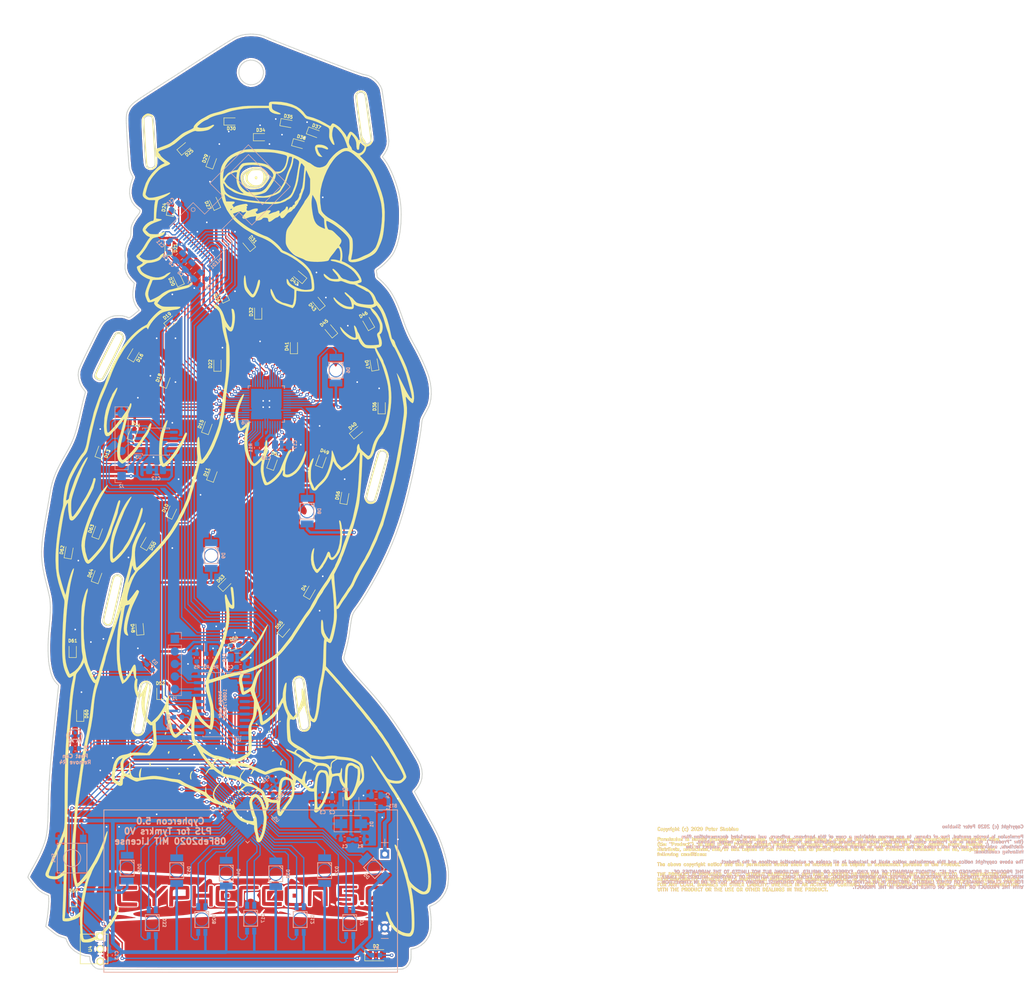
<source format=kicad_pcb>
(kicad_pcb (version 20171130) (host pcbnew "(5.1.5)-3")
  (title_block (title "Cyphercon 5.0 Parrot") (date 2020-02-08) (rev V0) (company Tymkrs))
  (layers (0 F.Cu signal) (31 B.Cu signal) (34 B.Paste user hide) (35 F.Paste user hide) (36 B.SilkS user) (37 F.SilkS user) (38 B.Mask user) (39 F.Mask user) (44 Edge.Cuts user))
  (net 0 "")
  (net 1 "Net-(D10-Pad1)")
  (net 2 GND)
  (net 3 Sclk)
  (net 4 +3V3)
  (net 5 "Net-(BT1-Pad1)")
  (net 6 "Net-(C7-Pad2)")
  (net 7 "Net-(D2-Pad2)")
  (net 8 IR_OUT)
  (net 9 "Net-(D12-Pad1)")
  (net 10 "Net-(D13-Pad1)")
  (net 11 "Net-(D14-Pad1)")
  (net 12 "Net-(D15-Pad1)")
  (net 13 "Net-(D16-Pad1)")
  (net 14 "Net-(D17-Pad1)")
  (net 15 "Net-(D11-Pad1)")
  (net 16 EEPROM_CS)
  (net 17 MISO)
  (net 18 MOSI)
  (net 19 "Net-(D1-Pad2)")
  (net 20 oLED_DC)
  (net 21 oLED_Reset)
  (net 22 oLED_CS)
  (net 23 POST_CON)
  (net 24 IR_IN)
  (net 25 "Net-(C1-Pad2)")
  (net 26 "Net-(C5-Pad2)")
  (net 27 "Net-(C10-Pad2)")
  (net 28 "Net-(C10-Pad1)")
  (net 29 "Net-(C11-Pad2)")
  (net 30 "Net-(C11-Pad1)")
  (net 31 "Net-(D3-Pad1)")
  (net 32 "Net-(D4-Pad1)")
  (net 33 "Net-(D5-Pad1)")
  (net 34 "Net-(D6-Pad1)")
  (net 35 "Net-(D7-Pad4)")
  (net 36 "Net-(D7-Pad3)")
  (net 37 "Net-(D7-Pad1)")
  (net 38 "Net-(D8-Pad1)")
  (net 39 "Net-(D9-Pad1)")
  (net 40 "Net-(D12-Pad4)")
  (net 41 "Net-(D12-Pad3)")
  (net 42 "Net-(D17-Pad4)")
  (net 43 "Net-(D17-Pad3)")
  (net 44 "Net-(D18-Pad1)")
  (net 45 "Net-(D19-Pad1)")
  (net 46 "Net-(D20-Pad1)")
  (net 47 "Net-(D21-Pad1)")
  (net 48 "Net-(D22-Pad1)")
  (net 49 "Net-(D23-Pad1)")
  (net 50 "Net-(D24-Pad1)")
  (net 51 "Net-(D25-Pad1)")
  (net 52 "Net-(D26-Pad1)")
  (net 53 "Net-(D27-Pad1)")
  (net 54 "Net-(D28-Pad4)")
  (net 55 "Net-(D28-Pad3)")
  (net 56 "Net-(D28-Pad1)")
  (net 57 "Net-(D29-Pad1)")
  (net 58 "Net-(D30-Pad1)")
  (net 59 "Net-(D31-Pad1)")
  (net 60 "Net-(D32-Pad1)")
  (net 61 "Net-(D33-Pad4)")
  (net 62 "Net-(D33-Pad3)")
  (net 63 "Net-(D33-Pad1)")
  (net 64 "Net-(D34-Pad1)")
  (net 65 "Net-(D35-Pad1)")
  (net 66 "Net-(D36-Pad1)")
  (net 67 "Net-(D37-Pad1)")
  (net 68 "Net-(D38-Pad1)")
  (net 69 "Net-(D39-Pad1)")
  (net 70 "Net-(D40-Pad1)")
  (net 71 "Net-(D41-Pad1)")
  (net 72 "Net-(D42-Pad1)")
  (net 73 "Net-(D43-Pad1)")
  (net 74 "Net-(D44-Pad1)")
  (net 75 "Net-(D45-Pad1)")
  (net 76 "Net-(D46-Pad1)")
  (net 77 "Net-(D47-Pad1)")
  (net 78 "Net-(D48-Pad1)")
  (net 79 "Net-(D49-Pad1)")
  (net 80 "Net-(D50-Pad1)")
  (net 81 "Net-(D51-Pad1)")
  (net 82 "Net-(D52-Pad1)")
  (net 83 "Net-(D53-Pad1)")
  (net 84 "Net-(D54-Pad1)")
  (net 85 "Net-(D55-Pad1)")
  (net 86 "Net-(D56-Pad1)")
  (net 87 "Net-(J1-Pad5)")
  (net 88 "Net-(J1-Pad4)")
  (net 89 "Net-(J1-Pad1)")
  (net 90 SDA)
  (net 91 SCL)
  (net 92 "Net-(R10-Pad2)")
  (net 93 "Net-(R11-Pad2)")
  (net 94 "Net-(SW1-Pad1)")
  (net 95 "Net-(D57-Pad1)")
  (net 96 "Net-(D58-Pad1)")
  (net 97 "Net-(D59-Pad1)")
  (net 98 "Net-(D60-Pad1)")
  (net 99 "Net-(D61-Pad1)")
  (net 100 "Net-(D62-Pad1)")
  (net 101 "Net-(D63-Pad1)")
  (net 102 "Net-(D64-Pad1)")
  (net 103 "Net-(U1-Pad3)")
  (module PJS_smt_parts:PTS645_6mm_tact_sw (layer B.Cu) (at 90.805 173.99 90)
    (fp_text reference SW1 (at 0 -3.771708 90) (layer B.SilkS) (effects (font (size 0.635 0.635) (thickness 0.127)) (justify mirror)))
    (fp_text value TACT_6MM)
    (pad 1 smd rect (at -3.975 2.25 90) (size 1.55 1.3) (layers B.Cu B.Paste B.Mask) (net 94 "Net-(SW1-Pad1)"))
    (pad 2 smd rect (at 3.975 2.25 90) (size 1.55 1.3) (layers B.Cu B.Paste B.Mask) (net 89 "Net-(J1-Pad1)"))
    (pad 4 smd rect (at 3.975 -2.25 90) (size 1.55 1.3) (layers B.Cu B.Paste B.Mask) (net 2 GND))
    (pad 3 smd rect (at -3.975 -2.25 90) (size 1.55 1.3) (layers B.Cu B.Paste B.Mask) (net 2 GND))
  )
  (module PJS-pth-parts:Keystone_2462_2x_AA_no_holes (layer B.Cu) (at 127 180.6702)
    (fp_text reference BT1 (at 28.829 -17.272) (layer B.SilkS) (effects (font (size 0.635 0.635)) (justify mirror)))
    (fp_text value "Keystone 2462")
    (fp_text user - (at 27.178 9.4488) (layer B.SilkS) (effects (font (size 1.905 1.905)) (justify mirror)))
    (fp_text user + (at 27.178 -9.9822) (layer B.SilkS) (effects (font (size 1.905 1.905)) (justify mirror)))
    (pad 2 thru_hole circle (at 27.178 7.493) (size 1.778 1.778) (drill 1.016) (layers *.Cu *.Mask) (net 2 GND))
    (pad 1 thru_hole rect (at 27.178 -7.493) (size 1.778 1.778) (drill 1.016) (layers *.Cu *.Mask) (net 5 "Net-(BT1-Pad1)"))
  )
  (module Package_SO:SOIC-20W_7.5x12.8mm_P1.27mm (layer B.Cu) (at 121.158 142.875 180)
    (fp_text reference U1 (at -3.302 -7.112) (layer B.SilkS) (effects (font (size 0.635 0.635)) (justify mirror)))
    (fp_text value PIC16F15345)
    (pad 20 smd roundrect (at 4.65 5.715 180) (size 2.05 0.6) (layers B.Cu B.Paste B.Mask) (net 2 GND))
    (pad 19 smd roundrect (at 4.65 4.445 180) (size 2.05 0.6) (layers B.Cu B.Paste B.Mask) (net 88 "Net-(J1-Pad4)"))
    (pad 18 smd roundrect (at 4.65 3.175 180) (size 2.05 0.6) (layers B.Cu B.Paste B.Mask) (net 87 "Net-(J1-Pad5)"))
    (pad 17 smd roundrect (at 4.65 1.905 180) (size 2.05 0.6) (layers B.Cu B.Paste B.Mask) (net 2 GND))
    (pad 16 smd roundrect (at 4.65 0.635 180) (size 2.05 0.6) (layers B.Cu B.Paste B.Mask) (net 17 MISO))
    (pad 15 smd roundrect (at 4.65 -0.635 180) (size 2.05 0.6) (layers B.Cu B.Paste B.Mask) (net 18 MOSI))
    (pad 14 smd roundrect (at 4.65 -1.905 180) (size 2.05 0.6) (layers B.Cu B.Paste B.Mask) (net 3 Sclk))
    (pad 13 smd roundrect (at 4.65 -3.175 180) (size 2.05 0.6) (layers B.Cu B.Paste B.Mask) (net 91 SCL))
    (pad 12 smd roundrect (at 4.65 -4.445 180) (size 2.05 0.6) (layers B.Cu B.Paste B.Mask) (net 90 SDA))
    (pad 11 smd roundrect (at 4.65 -5.715 180) (size 2.05 0.6) (layers B.Cu B.Paste B.Mask) (net 24 IR_IN))
    (pad 10 smd roundrect (at -4.65 -5.715 180) (size 2.05 0.6) (layers B.Cu B.Paste B.Mask) (net 8 IR_OUT))
    (pad 9 smd roundrect (at -4.65 -4.445 180) (size 2.05 0.6) (layers B.Cu B.Paste B.Mask) (net 23 POST_CON))
    (pad 8 smd roundrect (at -4.65 -3.175 180) (size 2.05 0.6) (layers B.Cu B.Paste B.Mask) (net 22 oLED_CS))
    (pad 7 smd roundrect (at -4.65 -1.905 180) (size 2.05 0.6) (layers B.Cu B.Paste B.Mask) (net 21 oLED_Reset))
    (pad 6 smd roundrect (at -4.65 -0.635 180) (size 2.05 0.6) (layers B.Cu B.Paste B.Mask) (net 20 oLED_DC))
    (pad 5 smd roundrect (at -4.65 0.635 180) (size 2.05 0.6) (layers B.Cu B.Paste B.Mask) (net 16 EEPROM_CS))
    (pad 4 smd roundrect (at -4.65 1.905 180) (size 2.05 0.6) (layers B.Cu B.Paste B.Mask) (net 89 "Net-(J1-Pad1)"))
    (pad 3 smd roundrect (at -4.65 3.175 180) (size 2.05 0.6) (layers B.Cu B.Paste B.Mask) (net 103 "Net-(U1-Pad3)"))
    (pad 2 smd roundrect (at -4.65 4.445 180) (size 2.05 0.6) (layers B.Cu B.Paste B.Mask) (net 2 GND))
    (pad 1 smd roundrect (at -4.65 5.715 180) (size 2.05 0.6) (layers B.Cu B.Paste B.Mask) (net 4 +3V3))
  )
  (module LED_SMD:LED_0603_1608Metric (layer F.Cu) (at 139.90574 26.94432 340)
    (fp_text reference D37 (at -0.037943 -1.35932 160) (layer F.SilkS) (effects (font (size 0.635 0.635))))
    (fp_text value Pink_0603)
    (pad 2 smd roundrect (at 0.7875 0 340) (size 0.875 0.95) (layers F.Cu F.Paste F.Mask) (net 4 +3V3))
    (pad 1 smd roundrect (at -0.7875 0 340) (size 0.875 0.95) (layers F.Cu F.Paste F.Mask) (net 67 "Net-(D37-Pad1)"))
  )
  (module tymkrs:cypheron2020_parrot_cuts (layer F.Cu) (at 127 101.6)
    (fp_text reference icon6 hide)
    (fp_text value "Cut lines" hide)
    (fp_line (start 0.5 -94.671554) (end 0.5 -94.671554) (layer Edge.Cuts) (width 0.18))
    (fp_line (start -0.063502 -94.684231) (end 0.5 -94.671554) (layer Edge.Cuts) (width 0.18))
    (fp_line (start -1.058284 -94.621995) (end -0.063502 -94.684231) (layer Edge.Cuts) (width 0.18))
    (fp_line (start -1.979093 -94.436788) (end -1.058284 -94.621995) (layer Edge.Cuts) (width 0.18))
    (fp_line (start -2.888347 -94.118422) (end -1.979093 -94.436788) (layer Edge.Cuts) (width 0.18))
    (fp_line (start -2.899128 -94.113783) (end -2.888347 -94.118422) (layer Edge.Cuts) (width 0.18))
    (fp_line (start -3.12898 -93.995588) (end -2.899128 -94.113783) (layer Edge.Cuts) (width 0.18))
    (fp_line (start -3.505441 -93.780872) (end -3.12898 -93.995588) (layer Edge.Cuts) (width 0.18))
    (fp_line (start -4.009096 -93.481543) (end -3.505441 -93.780872) (layer Edge.Cuts) (width 0.18))
    (fp_line (start -4.620533 -93.109511) (end -4.009096 -93.481543) (layer Edge.Cuts) (width 0.18))
    (fp_line (start -5.320338 -92.676685) (end -4.620533 -93.109511) (layer Edge.Cuts) (width 0.18))
    (fp_line (start -6.089097 -92.194973) (end -5.320338 -92.676685) (layer Edge.Cuts) (width 0.18))
    (fp_line (start -6.907397 -91.676285) (end -6.089097 -92.194973) (layer Edge.Cuts) (width 0.18))
    (fp_line (start -7.755825 -91.132529) (end -6.907397 -91.676285) (layer Edge.Cuts) (width 0.18))
    (fp_line (start -8.333485 -90.760243) (end -7.755825 -91.132529) (layer Edge.Cuts) (width 0.18))
    (fp_line (start -9.30687 -90.132911) (end -8.333485 -90.760243) (layer Edge.Cuts) (width 0.18))
    (fp_line (start -10.30554 -89.489269) (end -9.30687 -90.132911) (layer Edge.Cuts) (width 0.18))
    (fp_line (start -11.297262 -88.850092) (end -10.30554 -89.489269) (layer Edge.Cuts) (width 0.18))
    (fp_line (start -12.249802 -88.236155) (end -11.297262 -88.850092) (layer Edge.Cuts) (width 0.18))
    (fp_line (start -13.130927 -87.668232) (end -12.249802 -88.236155) (layer Edge.Cuts) (width 0.18))
    (fp_line (start -13.908404 -87.1671) (end -13.130927 -87.668232) (layer Edge.Cuts) (width 0.18))
    (fp_line (start -14.497304 -86.7875) (end -13.908404 -87.1671) (layer Edge.Cuts) (width 0.18))
    (fp_line (start -2.367188 -87.41866) (end -2.408251 -86.7875) (layer Edge.Cuts) (width 0.18))
    (fp_line (start -2.149382 -88.060217) (end -2.367188 -87.41866) (layer Edge.Cuts) (width 0.18))
    (fp_line (start -1.812826 -88.571021) (end -2.149382 -88.060217) (layer Edge.Cuts) (width 0.18))
    (fp_line (start -1.324603 -89.003327) (end -1.812826 -88.571021) (layer Edge.Cuts) (width 0.18))
    (fp_line (start -0.746121 -89.28999) (end -1.324603 -89.003327) (layer Edge.Cuts) (width 0.18))
    (fp_line (start -0.112474 -89.419413) (end -0.746121 -89.28999) (layer Edge.Cuts) (width 0.18))
    (fp_line (start 0.541244 -89.380004) (end -0.112474 -89.419413) (layer Edge.Cuts) (width 0.18))
    (fp_line (start 1.179938 -89.160166) (end 0.541244 -89.380004) (layer Edge.Cuts) (width 0.18))
    (fp_line (start 1.649624 -88.859418) (end 1.179938 -89.160166) (layer Edge.Cuts) (width 0.18))
    (fp_line (start 2.106245 -88.387528) (end 1.649624 -88.859418) (layer Edge.Cuts) (width 0.18))
    (fp_line (start 2.414158 -87.839228) (end 2.106245 -88.387528) (layer Edge.Cuts) (width 0.18))
    (fp_line (start 2.573565 -87.244758) (end 2.414158 -87.839228) (layer Edge.Cuts) (width 0.18))
    (fp_line (start 2.584664 -86.63436) (end 2.573565 -87.244758) (layer Edge.Cuts) (width 0.18))
    (fp_line (start 2.447658 -86.038277) (end 2.584664 -86.63436) (layer Edge.Cuts) (width 0.18))
    (fp_line (start 2.162744 -85.486749) (end 2.447658 -86.038277) (layer Edge.Cuts) (width 0.18))
    (fp_line (start 1.730125 -85.01002) (end 2.162744 -85.486749) (layer Edge.Cuts) (width 0.18))
    (fp_line (start 1.15 -84.63833) (end 1.730125 -85.01002) (layer Edge.Cuts) (width 0.18))
    (fp_line (start 0.539362 -84.437899) (end 1.15 -84.63833) (layer Edge.Cuts) (width 0.18))
    (fp_line (start -0.085526 -84.403815) (end 0.539362 -84.437899) (layer Edge.Cuts) (width 0.18))
    (fp_line (start -0.676484 -84.528243) (end -0.085526 -84.403815) (layer Edge.Cuts) (width 0.18))
    (fp_line (start -1.213109 -84.790025) (end -0.676484 -84.528243) (layer Edge.Cuts) (width 0.18))
    (fp_line (start -1.675 -85.168001) (end -1.213109 -84.790025) (layer Edge.Cuts) (width 0.18))
    (fp_line (start -2.041755 -85.641012) (end -1.675 -85.168001) (layer Edge.Cuts) (width 0.18))
    (fp_line (start -2.292973 -86.187898) (end -2.041755 -85.641012) (layer Edge.Cuts) (width 0.18))
    (fp_line (start -2.408251 -86.7875) (end -2.292973 -86.187898) (layer Edge.Cuts) (width 0.18))
    (fp_line (start -14.55 -86.753532) (end -14.497304 -86.7875) (layer Edge.Cuts) (width 0.18))
    (fp_line (start -14.842058 -86.565352) (end -14.55 -86.753532) (layer Edge.Cuts) (width 0.18))
    (fp_line (start -15.64401 -86.049255) (end -14.842058 -86.565352) (layer Edge.Cuts) (width 0.18))
    (fp_line (start -16.549806 -85.467037) (end -15.64401 -86.049255) (layer Edge.Cuts) (width 0.18))
    (fp_line (start -17.513745 -84.848039) (end -16.549806 -85.467037) (layer Edge.Cuts) (width 0.18))
    (fp_line (start -18.490125 -84.221602) (end -17.513745 -84.848039) (layer Edge.Cuts) (width 0.18))
    (fp_line (start -19.433243 -83.617065) (end -18.490125 -84.221602) (layer Edge.Cuts) (width 0.18))
    (fp_line (start -20.297398 -83.063769) (end -19.433243 -83.617065) (layer Edge.Cuts) (width 0.18))
    (fp_line (start -20.91013 -82.670312) (end -20.297398 -83.063769) (layer Edge.Cuts) (width 0.18))
    (fp_line (start -21.755202 -82.120347) (end -20.91013 -82.670312) (layer Edge.Cuts) (width 0.18))
    (fp_line (start -22.185413 -81.832693) (end -21.755202 -82.120347) (layer Edge.Cuts) (width 0.18))
    (fp_line (start 21.31895 -82.136464) (end 21.302484 -81.832693) (layer Edge.Cuts) (width 0.18))
    (fp_line (start 21.403337 -82.379346) (end 21.31895 -82.136464) (layer Edge.Cuts) (width 0.18))
    (fp_line (start 21.592307 -82.607693) (end 21.403337 -82.379346) (layer Edge.Cuts) (width 0.18))
    (fp_line (start 21.625819 -82.639573) (end 21.592307 -82.607693) (layer Edge.Cuts) (width 0.18))
    (fp_line (start 21.987642 -82.849812) (end 21.625819 -82.639573) (layer Edge.Cuts) (width 0.18))
    (fp_line (start 22.40109 -82.908664) (end 21.987642 -82.849812) (layer Edge.Cuts) (width 0.18))
    (fp_line (start 22.792412 -82.804061) (end 22.40109 -82.908664) (layer Edge.Cuts) (width 0.18))
    (fp_line (start 22.898959 -82.738373) (end 22.792412 -82.804061) (layer Edge.Cuts) (width 0.18))
    (fp_line (start 22.995975 -82.649079) (end 22.898959 -82.738373) (layer Edge.Cuts) (width 0.18))
    (fp_line (start 23.082894 -82.520944) (end 22.995975 -82.649079) (layer Edge.Cuts) (width 0.18))
    (fp_line (start 23.163787 -82.336257) (end 23.082894 -82.520944) (layer Edge.Cuts) (width 0.18))
    (fp_line (start 23.242726 -82.077309) (end 23.163787 -82.336257) (layer Edge.Cuts) (width 0.18))
    (fp_line (start 23.323784 -81.726389) (end 23.242726 -82.077309) (layer Edge.Cuts) (width 0.18))
    (fp_line (start 23.411033 -81.265789) (end 23.323784 -81.726389) (layer Edge.Cuts) (width 0.18))
    (fp_line (start 23.508544 -80.677798) (end 23.411033 -81.265789) (layer Edge.Cuts) (width 0.18))
    (fp_line (start 23.620389 -79.944706) (end 23.508544 -80.677798) (layer Edge.Cuts) (width 0.18))
    (fp_line (start 23.750642 -79.048804) (end 23.620389 -79.944706) (layer Edge.Cuts) (width 0.18))
    (fp_line (start 23.903373 -77.972382) (end 23.750642 -79.048804) (layer Edge.Cuts) (width 0.18))
    (fp_line (start 23.970539 -77.493908) (end 23.903373 -77.972382) (layer Edge.Cuts) (width 0.18))
    (fp_line (start 24.093066 -76.609699) (end 23.970539 -77.493908) (layer Edge.Cuts) (width 0.18))
    (fp_line (start 24.204834 -75.788504) (end 24.093066 -76.609699) (layer Edge.Cuts) (width 0.18))
    (fp_line (start 24.302903 -75.052817) (end 24.204834 -75.788504) (layer Edge.Cuts) (width 0.18))
    (fp_line (start 24.384331 -74.42513) (end 24.302903 -75.052817) (layer Edge.Cuts) (width 0.18))
    (fp_line (start 24.446176 -73.927936) (end 24.384331 -74.42513) (layer Edge.Cuts) (width 0.18))
    (fp_line (start 24.485497 -73.583729) (end 24.446176 -73.927936) (layer Edge.Cuts) (width 0.18))
    (fp_line (start 24.499352 -73.415) (end 24.485497 -73.583729) (layer Edge.Cuts) (width 0.18))
    (fp_line (start 24.494007 -73.313434) (end 24.499352 -73.415) (layer Edge.Cuts) (width 0.18))
    (fp_line (start 24.399655 -73.033617) (end 24.494007 -73.313434) (layer Edge.Cuts) (width 0.18))
    (fp_line (start 24.16 -72.74) (end 24.399655 -73.033617) (layer Edge.Cuts) (width 0.18))
    (fp_line (start 24.086946 -72.672127) (end 24.16 -72.74) (layer Edge.Cuts) (width 0.18))
    (fp_line (start 23.707348 -72.45267) (end 24.086946 -72.672127) (layer Edge.Cuts) (width 0.18))
    (fp_line (start 23.313084 -72.410374) (end 23.707348 -72.45267) (layer Edge.Cuts) (width 0.18))
    (fp_line (start 22.944888 -72.542397) (end 23.313084 -72.410374) (layer Edge.Cuts) (width 0.18))
    (fp_line (start 22.643495 -72.845893) (end 22.944888 -72.542397) (layer Edge.Cuts) (width 0.18))
    (fp_line (start 22.641458 -72.849254) (end 22.643495 -72.845893) (layer Edge.Cuts) (width 0.18))
    (fp_line (start 22.59236 -73.008666) (end 22.641458 -72.849254) (layer Edge.Cuts) (width 0.18))
    (fp_line (start 22.521264 -73.339823) (end 22.59236 -73.008666) (layer Edge.Cuts) (width 0.18))
    (fp_line (start 22.431923 -73.817579) (end 22.521264 -73.339823) (layer Edge.Cuts) (width 0.18))
    (fp_line (start 22.32809 -74.416791) (end 22.431923 -73.817579) (layer Edge.Cuts) (width 0.18))
    (fp_line (start 22.213515 -75.112312) (end 22.32809 -74.416791) (layer Edge.Cuts) (width 0.18))
    (fp_line (start 22.091951 -75.878998) (end 22.213515 -75.112312) (layer Edge.Cuts) (width 0.18))
    (fp_line (start 21.967151 -76.691705) (end 22.091951 -75.878998) (layer Edge.Cuts) (width 0.18))
    (fp_line (start 21.842866 -77.525287) (end 21.967151 -76.691705) (layer Edge.Cuts) (width 0.18))
    (fp_line (start 21.722849 -78.354599) (end 21.842866 -77.525287) (layer Edge.Cuts) (width 0.18))
    (fp_line (start 21.610852 -79.154496) (end 21.722849 -78.354599) (layer Edge.Cuts) (width 0.18))
    (fp_line (start 21.510626 -79.899834) (end 21.610852 -79.154496) (layer Edge.Cuts) (width 0.18))
    (fp_line (start 21.425924 -80.565468) (end 21.510626 -79.899834) (layer Edge.Cuts) (width 0.18))
    (fp_line (start 21.360499 -81.126252) (end 21.425924 -80.565468) (layer Edge.Cuts) (width 0.18))
    (fp_line (start 21.318101 -81.557042) (end 21.360499 -81.126252) (layer Edge.Cuts) (width 0.18))
    (fp_line (start 21.302484 -81.832693) (end 21.318101 -81.557042) (layer Edge.Cuts) (width 0.18))
    (fp_line (start -22.456094 -81.651706) (end -22.185413 -81.832693) (layer Edge.Cuts) (width 0.18))
    (fp_line (start -23.029524 -81.251053) (end -22.456094 -81.651706) (layer Edge.Cuts) (width 0.18))
    (fp_line (start -23.492209 -80.905052) (end -23.029524 -81.251053) (layer Edge.Cuts) (width 0.18))
    (fp_line (start -23.860867 -80.600365) (end -23.492209 -80.905052) (layer Edge.Cuts) (width 0.18))
    (fp_line (start -24.152217 -80.323657) (end -23.860867 -80.600365) (layer Edge.Cuts) (width 0.18))
    (fp_line (start -24.382975 -80.061591) (end -24.152217 -80.323657) (layer Edge.Cuts) (width 0.18))
    (fp_line (start -24.569859 -79.800831) (end -24.382975 -80.061591) (layer Edge.Cuts) (width 0.18))
    (fp_line (start -24.729587 -79.52804) (end -24.569859 -79.800831) (layer Edge.Cuts) (width 0.18))
    (fp_line (start -24.791309 -79.411685) (end -24.729587 -79.52804) (layer Edge.Cuts) (width 0.18))
    (fp_line (start -24.912249 -79.169271) (end -24.791309 -79.411685) (layer Edge.Cuts) (width 0.18))
    (fp_line (start -25.011804 -78.933124) (end -24.912249 -79.169271) (layer Edge.Cuts) (width 0.18))
    (fp_line (start -25.090702 -78.684535) (end -25.011804 -78.933124) (layer Edge.Cuts) (width 0.18))
    (fp_line (start -25.149671 -78.404792) (end -25.090702 -78.684535) (layer Edge.Cuts) (width 0.18))
    (fp_line (start -25.189438 -78.075184) (end -25.149671 -78.404792) (layer Edge.Cuts) (width 0.18))
    (fp_line (start -25.210732 -77.677001) (end -25.189438 -78.075184) (layer Edge.Cuts) (width 0.18))
    (fp_line (start -25.21428 -77.191531) (end -25.210732 -77.677001) (layer Edge.Cuts) (width 0.18))
    (fp_line (start -25.201552 -76.632693) (end -25.21428 -77.191531) (layer Edge.Cuts) (width 0.18))
    (fp_line (start -21.696309 -77.015198) (end -21.698263 -76.632693) (layer Edge.Cuts) (width 0.18))
    (fp_line (start -21.679432 -77.312161) (end -21.696309 -77.015198) (layer Edge.Cuts) (width 0.18))
    (fp_line (start -21.634412 -77.508017) (end -21.679432 -77.312161) (layer Edge.Cuts) (width 0.18))
    (fp_line (start -21.548186 -77.655587) (end -21.634412 -77.508017) (layer Edge.Cuts) (width 0.18))
    (fp_line (start -21.407693 -77.807693) (end -21.548186 -77.655587) (layer Edge.Cuts) (width 0.18))
    (fp_line (start -21.381434 -77.832958) (end -21.407693 -77.807693) (layer Edge.Cuts) (width 0.18))
    (fp_line (start -21.016317 -78.04892) (end -21.381434 -77.832958) (layer Edge.Cuts) (width 0.18))
    (fp_line (start -20.597004 -78.107304) (end -21.016317 -78.04892) (layer Edge.Cuts) (width 0.18))
    (fp_line (start -20.194461 -77.997036) (end -20.597004 -78.107304) (layer Edge.Cuts) (width 0.18))
    (fp_line (start -20.153681 -77.974345) (end -20.194461 -77.997036) (layer Edge.Cuts) (width 0.18))
    (fp_line (start -20.039272 -77.894031) (end -20.153681 -77.974345) (layer Edge.Cuts) (width 0.18))
    (fp_line (start -19.943751 -77.785525) (end -20.039272 -77.894031) (layer Edge.Cuts) (width 0.18))
    (fp_line (start -19.864069 -77.629757) (end -19.943751 -77.785525) (layer Edge.Cuts) (width 0.18))
    (fp_line (start -19.797177 -77.407659) (end -19.864069 -77.629757) (layer Edge.Cuts) (width 0.18))
    (fp_line (start -19.740026 -77.10016) (end -19.797177 -77.407659) (layer Edge.Cuts) (width 0.18))
    (fp_line (start -19.689566 -76.688191) (end -19.740026 -77.10016) (layer Edge.Cuts) (width 0.18))
    (fp_line (start -19.642749 -76.152684) (end -19.689566 -76.688191) (layer Edge.Cuts) (width 0.18))
    (fp_line (start -19.596526 -75.474567) (end -19.642749 -76.152684) (layer Edge.Cuts) (width 0.18))
    (fp_line (start -19.547847 -74.634773) (end -19.596526 -75.474567) (layer Edge.Cuts) (width 0.18))
    (fp_line (start -19.493663 -73.614231) (end -19.547847 -74.634773) (layer Edge.Cuts) (width 0.18))
    (fp_line (start -19.462962 -73.019153) (end -19.493663 -73.614231) (layer Edge.Cuts) (width 0.18))
    (fp_line (start -19.408009 -71.92643) (end -19.462962 -73.019153) (layer Edge.Cuts) (width 0.18))
    (fp_line (start -19.364756 -71.008904) (end -19.408009 -71.92643) (layer Edge.Cuts) (width 0.18))
    (fp_line (start -19.333249 -70.250077) (end -19.364756 -71.008904) (layer Edge.Cuts) (width 0.18))
    (fp_line (start -19.313536 -69.63345) (end -19.333249 -70.250077) (layer Edge.Cuts) (width 0.18))
    (fp_line (start -19.30566 -69.142523) (end -19.313536 -69.63345) (layer Edge.Cuts) (width 0.18))
    (fp_line (start -19.30967 -68.760798) (end -19.30566 -69.142523) (layer Edge.Cuts) (width 0.18))
    (fp_line (start -19.32561 -68.471775) (end -19.30967 -68.760798) (layer Edge.Cuts) (width 0.18))
    (fp_line (start -19.353528 -68.258957) (end -19.32561 -68.471775) (layer Edge.Cuts) (width 0.18))
    (fp_line (start -19.393468 -68.105842) (end -19.353528 -68.258957) (layer Edge.Cuts) (width 0.18))
    (fp_line (start -19.445478 -67.995933) (end -19.393468 -68.105842) (layer Edge.Cuts) (width 0.18))
    (fp_line (start -19.509603 -67.912731) (end -19.445478 -67.995933) (layer Edge.Cuts) (width 0.18))
    (fp_line (start -19.711468 -67.739505) (end -19.509603 -67.912731) (layer Edge.Cuts) (width 0.18))
    (fp_line (start -19.966113 -67.593874) (end -19.711468 -67.739505) (layer Edge.Cuts) (width 0.18))
    (fp_line (start -20.181134 -67.524767) (end -19.966113 -67.593874) (layer Edge.Cuts) (width 0.18))
    (fp_line (start -20.421253 -67.519015) (end -20.181134 -67.524767) (layer Edge.Cuts) (width 0.18))
    (fp_line (start -20.690361 -67.626475) (end -20.421253 -67.519015) (layer Edge.Cuts) (width 0.18))
    (fp_line (start -20.694536 -67.628621) (end -20.690361 -67.626475) (layer Edge.Cuts) (width 0.18))
    (fp_line (start -20.842599 -67.708144) (end -20.694536 -67.628621) (layer Edge.Cuts) (width 0.18))
    (fp_line (start -20.964915 -67.792986) (end -20.842599 -67.708144) (layer Edge.Cuts) (width 0.18))
    (fp_line (start -21.065089 -67.902588) (end -20.964915 -67.792986) (layer Edge.Cuts) (width 0.18))
    (fp_line (start -21.146727 -68.056392) (end -21.065089 -67.902588) (layer Edge.Cuts) (width 0.18))
    (fp_line (start -21.213432 -68.27384) (end -21.146727 -68.056392) (layer Edge.Cuts) (width 0.18))
    (fp_line (start -21.268809 -68.574373) (end -21.213432 -68.27384) (layer Edge.Cuts) (width 0.18))
    (fp_line (start -21.316463 -68.977433) (end -21.268809 -68.574373) (layer Edge.Cuts) (width 0.18))
    (fp_line (start -21.359998 -69.50246) (end -21.316463 -68.977433) (layer Edge.Cuts) (width 0.18))
    (fp_line (start -21.403019 -70.168898) (end -21.359998 -69.50246) (layer Edge.Cuts) (width 0.18))
    (fp_line (start -21.44913 -70.996187) (end -21.403019 -70.168898) (layer Edge.Cuts) (width 0.18))
    (fp_line (start -21.501937 -72.003769) (end -21.44913 -70.996187) (layer Edge.Cuts) (width 0.18))
    (fp_line (start -21.543775 -72.829098) (end -21.501937 -72.003769) (layer Edge.Cuts) (width 0.18))
    (fp_line (start -21.585469 -73.694317) (end -21.543775 -72.829098) (layer Edge.Cuts) (width 0.18))
    (fp_line (start -21.622437 -74.505999) (end -21.585469 -73.694317) (layer Edge.Cuts) (width 0.18))
    (fp_line (start -21.653441 -75.23491) (end -21.622437 -74.505999) (layer Edge.Cuts) (width 0.18))
    (fp_line (start -21.67724 -75.851818) (end -21.653441 -75.23491) (layer Edge.Cuts) (width 0.18))
    (fp_line (start -21.692594 -76.32749) (end -21.67724 -75.851818) (layer Edge.Cuts) (width 0.18))
    (fp_line (start -21.698263 -76.632693) (end -21.692594 -76.32749) (layer Edge.Cuts) (width 0.18))
    (fp_line (start -25.200809 -76.600063) (end -25.201552 -76.632693) (layer Edge.Cuts) (width 0.18))
    (fp_line (start -25.171049 -75.883887) (end -25.200809 -76.600063) (layer Edge.Cuts) (width 0.18))
    (fp_line (start -25.125726 -75.024292) (end -25.171049 -75.883887) (layer Edge.Cuts) (width 0.18))
    (fp_line (start -25.065569 -74.002567) (end -25.125726 -75.024292) (layer Edge.Cuts) (width 0.18))
    (fp_line (start -24.991306 -72.8) (end -25.065569 -74.002567) (layer Edge.Cuts) (width 0.18))
    (fp_line (start -24.928465 -71.815871) (end -24.991306 -72.8) (layer Edge.Cuts) (width 0.18))
    (fp_line (start -24.865676 -70.875439) (end -24.928465 -71.815871) (layer Edge.Cuts) (width 0.18))
    (fp_line (start -24.804686 -70.002061) (end -24.865676 -70.875439) (layer Edge.Cuts) (width 0.18))
    (fp_line (start -24.74716 -69.217837) (end -24.804686 -70.002061) (layer Edge.Cuts) (width 0.18))
    (fp_line (start -24.694767 -68.544866) (end -24.74716 -69.217837) (layer Edge.Cuts) (width 0.18))
    (fp_line (start -24.649174 -68.005249) (end -24.694767 -68.544866) (layer Edge.Cuts) (width 0.18))
    (fp_line (start -24.612046 -67.621084) (end -24.649174 -68.005249) (layer Edge.Cuts) (width 0.18))
    (fp_line (start -24.585052 -67.414471) (end -24.612046 -67.621084) (layer Edge.Cuts) (width 0.18))
    (fp_line (start -24.507087 -67.117464) (end -24.585052 -67.414471) (layer Edge.Cuts) (width 0.18))
    (fp_line (start -24.348525 -66.676643) (end -24.507087 -67.117464) (layer Edge.Cuts) (width 0.18))
    (fp_line (start -24.160338 -66.262884) (end -24.348525 -66.676643) (layer Edge.Cuts) (width 0.18))
    (fp_line (start -23.872031 -65.709764) (end -24.160338 -66.262884) (layer Edge.Cuts) (width 0.18))
    (fp_line (start -1.578653 -66.12278) (end -1.662601 -65.709764) (layer Edge.Cuts) (width 0.18))
    (fp_line (start -1.336771 -66.483352) (end -1.578653 -66.12278) (layer Edge.Cuts) (width 0.18))
    (fp_line (start -0.922988 -66.811636) (end -1.336771 -66.483352) (layer Edge.Cuts) (width 0.18))
    (fp_line (start -0.323334 -67.127791) (end -0.922988 -66.811636) (layer Edge.Cuts) (width 0.18))
    (fp_line (start -0.072801 -67.214267) (end -0.323334 -67.127791) (layer Edge.Cuts) (width 0.18))
    (fp_line (start 0.371373 -67.300598) (end -0.072801 -67.214267) (layer Edge.Cuts) (width 0.18))
    (fp_line (start 0.871542 -67.345957) (end 0.371373 -67.300598) (layer Edge.Cuts) (width 0.18))
    (fp_line (start 1.365289 -67.34811) (end 0.871542 -67.345957) (layer Edge.Cuts) (width 0.18))
    (fp_line (start 1.790197 -67.304826) (end 1.365289 -67.34811) (layer Edge.Cuts) (width 0.18))
    (fp_line (start 2.083847 -67.213873) (end 1.790197 -67.304826) (layer Edge.Cuts) (width 0.18))
    (fp_line (start 2.453347 -66.960883) (end 2.083847 -67.213873) (layer Edge.Cuts) (width 0.18))
    (fp_line (start 2.810479 -66.633872) (end 2.453347 -66.960883) (layer Edge.Cuts) (width 0.18))
    (fp_line (start 3.112645 -66.279986) (end 2.810479 -66.633872) (layer Edge.Cuts) (width 0.18))
    (fp_line (start 3.321824 -65.943822) (end 3.112645 -66.279986) (layer Edge.Cuts) (width 0.18))
    (fp_line (start 3.4 -65.669976) (end 3.321824 -65.943822) (layer Edge.Cuts) (width 0.18))
    (fp_line (start 3.384737 -65.61662) (end 3.4 -65.669976) (layer Edge.Cuts) (width 0.18))
    (fp_line (start 3.27674 -65.414335) (end 3.384737 -65.61662) (layer Edge.Cuts) (width 0.18))
    (fp_line (start 3.08787 -65.11893) (end 3.27674 -65.414335) (layer Edge.Cuts) (width 0.18))
    (fp_line (start 2.845056 -64.77389) (end 3.08787 -65.11893) (layer Edge.Cuts) (width 0.18))
    (fp_line (start 2.665831 -64.536442) (end 2.845056 -64.77389) (layer Edge.Cuts) (width 0.18))
    (fp_line (start 2.379592 -64.202469) (end 2.665831 -64.536442) (layer Edge.Cuts) (width 0.18))
    (fp_line (start 2.127703 -63.985885) (end 2.379592 -64.202469) (layer Edge.Cuts) (width 0.18))
    (fp_line (start 1.870056 -63.848628) (end 2.127703 -63.985885) (layer Edge.Cuts) (width 0.18))
    (fp_line (start 1.561464 -63.758498) (end 1.870056 -63.848628) (layer Edge.Cuts) (width 0.18))
    (fp_line (start 1.138688 -63.680505) (end 1.561464 -63.758498) (layer Edge.Cuts) (width 0.18))
    (fp_line (start 0.7 -63.633845) (end 1.138688 -63.680505) (layer Edge.Cuts) (width 0.18))
    (fp_line (start 0.338768 -63.618755) (end 0.7 -63.633845) (layer Edge.Cuts) (width 0.18))
    (fp_line (start 0.014637 -63.636069) (end 0.338768 -63.618755) (layer Edge.Cuts) (width 0.18))
    (fp_line (start -0.261839 -63.704941) (end 0.014637 -63.636069) (layer Edge.Cuts) (width 0.18))
    (fp_line (start -0.573152 -63.83864) (end -0.261839 -63.704941) (layer Edge.Cuts) (width 0.18))
    (fp_line (start -0.827673 -63.978321) (end -0.573152 -63.83864) (layer Edge.Cuts) (width 0.18))
    (fp_line (start -1.187407 -64.286792) (end -0.827673 -63.978321) (layer Edge.Cuts) (width 0.18))
    (fp_line (start -1.438308 -64.701677) (end -1.187407 -64.286792) (layer Edge.Cuts) (width 0.18))
    (fp_line (start -1.612608 -65.267276) (end -1.438308 -64.701677) (layer Edge.Cuts) (width 0.18))
    (fp_line (start -1.662601 -65.709764) (end -1.612608 -65.267276) (layer Edge.Cuts) (width 0.18))
    (fp_line (start -23.839226 -65.646826) (end -23.872031 -65.709764) (layer Edge.Cuts) (width 0.18))
    (fp_line (start -24.056882 -65.084906) (end -23.839226 -65.646826) (layer Edge.Cuts) (width 0.18))
    (fp_line (start -24.318322 -64.297524) (end -24.056882 -65.084906) (layer Edge.Cuts) (width 0.18))
    (fp_line (start -24.517029 -63.281533) (end -24.318322 -64.297524) (layer Edge.Cuts) (width 0.18))
    (fp_line (start -24.539232 -62.330131) (end -24.517029 -63.281533) (layer Edge.Cuts) (width 0.18))
    (fp_line (start -24.38674 -61.452264) (end -24.539232 -62.330131) (layer Edge.Cuts) (width 0.18))
    (fp_line (start -24.061356 -60.656883) (end -24.38674 -61.452264) (layer Edge.Cuts) (width 0.18))
    (fp_line (start -23.564889 -59.952936) (end -24.061356 -60.656883) (layer Edge.Cuts) (width 0.18))
    (fp_line (start -22.899143 -59.349371) (end -23.564889 -59.952936) (layer Edge.Cuts) (width 0.18))
    (fp_line (start -22.623557 -59.137842) (end -22.899143 -59.349371) (layer Edge.Cuts) (width 0.18))
    (fp_line (start -22.478105 -58.985339) (end -22.623557 -59.137842) (layer Edge.Cuts) (width 0.18))
    (fp_line (start -22.4338 -58.843818) (end -22.478105 -58.985339) (layer Edge.Cuts) (width 0.18))
    (fp_line (start -22.458122 -58.662643) (end -22.4338 -58.843818) (layer Edge.Cuts) (width 0.18))
    (fp_line (start -22.536112 -58.469524) (end -22.458122 -58.662643) (layer Edge.Cuts) (width 0.18))
    (fp_line (start -22.722067 -58.168781) (end -22.536112 -58.469524) (layer Edge.Cuts) (width 0.18))
    (fp_line (start -22.964502 -57.862908) (end -22.722067 -58.168781) (layer Edge.Cuts) (width 0.18))
    (fp_line (start -23.037351 -57.777238) (end -22.964502 -57.862908) (layer Edge.Cuts) (width 0.18))
    (fp_line (start -23.301975 -57.414203) (end -23.037351 -57.777238) (layer Edge.Cuts) (width 0.18))
    (fp_line (start -23.581431 -56.969631) (end -23.301975 -57.414203) (layer Edge.Cuts) (width 0.18))
    (fp_line (start -23.826149 -56.520735) (end -23.581431 -56.969631) (layer Edge.Cuts) (width 0.18))
    (fp_line (start -23.890232 -56.391003) (end -23.826149 -56.520735) (layer Edge.Cuts) (width 0.18))
    (fp_line (start -24.061285 -56.02742) (end -23.890232 -56.391003) (layer Edge.Cuts) (width 0.18))
    (fp_line (start -24.168327 -55.738902) (end -24.061285 -56.02742) (layer Edge.Cuts) (width 0.18))
    (fp_line (start -24.227398 -55.456684) (end -24.168327 -55.738902) (layer Edge.Cuts) (width 0.18))
    (fp_line (start -24.254542 -55.111999) (end -24.227398 -55.456684) (layer Edge.Cuts) (width 0.18))
    (fp_line (start -24.2658 -54.636081) (end -24.254542 -55.111999) (layer Edge.Cuts) (width 0.18))
    (fp_line (start -24.277311 -54.167657) (end -24.2658 -54.636081) (layer Edge.Cuts) (width 0.18))
    (fp_line (start -24.303188 -53.82425) (end -24.277311 -54.167657) (layer Edge.Cuts) (width 0.18))
    (fp_line (start -24.354959 -53.566843) (end -24.303188 -53.82425) (layer Edge.Cuts) (width 0.18))
    (fp_line (start -24.444439 -53.337492) (end -24.354959 -53.566843) (layer Edge.Cuts) (width 0.18))
    (fp_line (start -24.583443 -53.078254) (end -24.444439 -53.337492) (layer Edge.Cuts) (width 0.18))
    (fp_line (start -24.763181 -52.736003) (end -24.583443 -53.078254) (layer Edge.Cuts) (width 0.18))
    (fp_line (start -25.064035 -52.008375) (end -24.763181 -52.736003) (layer Edge.Cuts) (width 0.18))
    (fp_line (start -25.29068 -51.242255) (end -25.064035 -52.008375) (layer Edge.Cuts) (width 0.18))
    (fp_line (start -25.432308 -50.48774) (end -25.29068 -51.242255) (layer Edge.Cuts) (width 0.18))
    (fp_line (start -25.478109 -49.794921) (end -25.432308 -50.48774) (layer Edge.Cuts) (width 0.18))
    (fp_line (start -25.417274 -49.213894) (end -25.478109 -49.794921) (layer Edge.Cuts) (width 0.18))
    (fp_line (start -25.366974 -48.777359) (end -25.417274 -49.213894) (layer Edge.Cuts) (width 0.18))
    (fp_line (start -25.425785 -48.188894) (end -25.366974 -48.777359) (layer Edge.Cuts) (width 0.18))
    (fp_line (start -25.468953 -47.885173) (end -25.425785 -48.188894) (layer Edge.Cuts) (width 0.18))
    (fp_line (start -25.450527 -47.074166) (end -25.468953 -47.885173) (layer Edge.Cuts) (width 0.18))
    (fp_line (start -25.235729 -46.287259) (end -25.450527 -47.074166) (layer Edge.Cuts) (width 0.18))
    (fp_line (start -24.826766 -45.530664) (end -25.235729 -46.287259) (layer Edge.Cuts) (width 0.18))
    (fp_line (start -24.225843 -44.810591) (end -24.826766 -45.530664) (layer Edge.Cuts) (width 0.18))
    (fp_line (start -23.5897 -44.171181) (end -24.225843 -44.810591) (layer Edge.Cuts) (width 0.18))
    (fp_line (start -23.74485 -43.267969) (end -23.5897 -44.171181) (layer Edge.Cuts) (width 0.18))
    (fp_line (start -23.854221 -42.505501) (end -23.74485 -43.267969) (layer Edge.Cuts) (width 0.18))
    (fp_line (start -23.891973 -41.869107) (end -23.854221 -42.505501) (layer Edge.Cuts) (width 0.18))
    (fp_line (start -23.85735 -41.308423) (end -23.891973 -41.869107) (layer Edge.Cuts) (width 0.18))
    (fp_line (start -23.750477 -40.76796) (end -23.85735 -41.308423) (layer Edge.Cuts) (width 0.18))
    (fp_line (start -23.663221 -40.465853) (end -23.750477 -40.76796) (layer Edge.Cuts) (width 0.18))
    (fp_line (start -23.338785 -39.695835) (end -23.663221 -40.465853) (layer Edge.Cuts) (width 0.18))
    (fp_line (start -22.897336 -39.062244) (end -23.338785 -39.695835) (layer Edge.Cuts) (width 0.18))
    (fp_line (start -22.595899 -38.718927) (end -22.897336 -39.062244) (layer Edge.Cuts) (width 0.18))
    (fp_line (start -23.571301 -37.907725) (end -22.595899 -38.718927) (layer Edge.Cuts) (width 0.18))
    (fp_line (start -23.841135 -37.68765) (end -23.571301 -37.907725) (layer Edge.Cuts) (width 0.18))
    (fp_line (start -24.257748 -37.372935) (end -23.841135 -37.68765) (layer Edge.Cuts) (width 0.18))
    (fp_line (start -24.545072 -37.195907) (end -24.257748 -37.372935) (layer Edge.Cuts) (width 0.18))
    (fp_line (start -24.698352 -37.159719) (end -24.545072 -37.195907) (layer Edge.Cuts) (width 0.18))
    (fp_line (start -25.076679 -37.311964) (end -24.698352 -37.159719) (layer Edge.Cuts) (width 0.18))
    (fp_line (start -25.542124 -37.469605) (end -25.076679 -37.311964) (layer Edge.Cuts) (width 0.18))
    (fp_line (start -25.959655 -37.557728) (end -25.542124 -37.469605) (layer Edge.Cuts) (width 0.18))
    (fp_line (start -26.406305 -37.590758) (end -25.959655 -37.557728) (layer Edge.Cuts) (width 0.18))
    (fp_line (start -26.959108 -37.583125) (end -26.406305 -37.590758) (layer Edge.Cuts) (width 0.18))
    (fp_line (start -27.378486 -37.563799) (end -26.959108 -37.583125) (layer Edge.Cuts) (width 0.18))
    (fp_line (start -27.75031 -37.527413) (end -27.378486 -37.563799) (layer Edge.Cuts) (width 0.18))
    (fp_line (start -28.051747 -37.460926) (end -27.75031 -37.527413) (layer Edge.Cuts) (width 0.18))
    (fp_line (start -28.35316 -37.347962) (end -28.051747 -37.460926) (layer Edge.Cuts) (width 0.18))
    (fp_line (start -28.724913 -37.172145) (end -28.35316 -37.347962) (layer Edge.Cuts) (width 0.18))
    (fp_line (start -28.863756 -37.10259) (end -28.724913 -37.172145) (layer Edge.Cuts) (width 0.18))
    (fp_line (start -29.162369 -36.941538) (end -28.863756 -37.10259) (layer Edge.Cuts) (width 0.18))
    (fp_line (start -29.428009 -36.77185) (end -29.162369 -36.941538) (layer Edge.Cuts) (width 0.18))
    (fp_line (start -29.672614 -36.576353) (end -29.428009 -36.77185) (layer Edge.Cuts) (width 0.18))
    (fp_line (start -29.908123 -36.337873) (end -29.672614 -36.576353) (layer Edge.Cuts) (width 0.18))
    (fp_line (start -30.146474 -36.039236) (end -29.908123 -36.337873) (layer Edge.Cuts) (width 0.18))
    (fp_line (start -30.399606 -35.663271) (end -30.146474 -36.039236) (layer Edge.Cuts) (width 0.18))
    (fp_line (start -30.679456 -35.192803) (end -30.399606 -35.663271) (layer Edge.Cuts) (width 0.18))
    (fp_line (start -30.997963 -34.610658) (end -30.679456 -35.192803) (layer Edge.Cuts) (width 0.18))
    (fp_line (start -31.367066 -33.899664) (end -30.997963 -34.610658) (layer Edge.Cuts) (width 0.18))
    (fp_line (start -31.798702 -33.042647) (end -31.367066 -33.899664) (layer Edge.Cuts) (width 0.18))
    (fp_line (start -32.304811 -32.022433) (end -31.798702 -33.042647) (layer Edge.Cuts) (width 0.18))
    (fp_line (start -32.533684 -31.55907) (end -32.304811 -32.022433) (layer Edge.Cuts) (width 0.18))
    (fp_line (start -33.037238 -30.537127) (end -32.533684 -31.55907) (layer Edge.Cuts) (width 0.18))
    (fp_line (start -33.461455 -29.671078) (end -33.037238 -30.537127) (layer Edge.Cuts) (width 0.18))
    (fp_line (start -33.813641 -28.944637) (end -33.461455 -29.671078) (layer Edge.Cuts) (width 0.18))
    (fp_line (start -34.101105 -28.341515) (end -33.813641 -28.944637) (layer Edge.Cuts) (width 0.18))
    (fp_line (start -34.331152 -27.845422) (end -34.101105 -28.341515) (layer Edge.Cuts) (width 0.18))
    (fp_line (start -34.511091 -27.440072) (end -34.331152 -27.845422) (layer Edge.Cuts) (width 0.18))
    (fp_line (start -34.648229 -27.109174) (end -34.511091 -27.440072) (layer Edge.Cuts) (width 0.18))
    (fp_line (start -34.749873 -26.836442) (end -34.648229 -27.109174) (layer Edge.Cuts) (width 0.18))
    (fp_line (start -34.823331 -26.605587) (end -34.749873 -26.836442) (layer Edge.Cuts) (width 0.18))
    (fp_line (start -34.87591 -26.400319) (end -34.823331 -26.605587) (layer Edge.Cuts) (width 0.18))
    (fp_line (start -34.914916 -26.204351) (end -34.87591 -26.400319) (layer Edge.Cuts) (width 0.18))
    (fp_line (start -34.962361 -25.595662) (end -34.914916 -26.204351) (layer Edge.Cuts) (width 0.18))
    (fp_line (start -34.935751 -25.337888) (end -34.962361 -25.595662) (layer Edge.Cuts) (width 0.18))
    (fp_line (start -31.615025 -25.552326) (end -31.639912 -25.337888) (layer Edge.Cuts) (width 0.18))
    (fp_line (start -31.537223 -25.83032) (end -31.615025 -25.552326) (layer Edge.Cuts) (width 0.18))
    (fp_line (start -31.401005 -26.1882) (end -31.537223 -25.83032) (layer Edge.Cuts) (width 0.18))
    (fp_line (start -31.200868 -26.642301) (end -31.401005 -26.1882) (layer Edge.Cuts) (width 0.18))
    (fp_line (start -30.931313 -27.208953) (end -31.200868 -26.642301) (layer Edge.Cuts) (width 0.18))
    (fp_line (start -30.586836 -27.904488) (end -30.931313 -27.208953) (layer Edge.Cuts) (width 0.18))
    (fp_line (start -30.161936 -28.74524) (end -30.586836 -27.904488) (layer Edge.Cuts) (width 0.18))
    (fp_line (start -29.651112 -29.74754) (end -30.161936 -28.74524) (layer Edge.Cuts) (width 0.18))
    (fp_line (start -29.384444 -30.267724) (end -29.651112 -29.74754) (layer Edge.Cuts) (width 0.18))
    (fp_line (start -28.971322 -31.064651) (end -29.384444 -30.267724) (layer Edge.Cuts) (width 0.18))
    (fp_line (start -28.584535 -31.800165) (end -28.971322 -31.064651) (layer Edge.Cuts) (width 0.18))
    (fp_line (start -28.234672 -32.454724) (end -28.584535 -31.800165) (layer Edge.Cuts) (width 0.18))
    (fp_line (start -27.932322 -33.008785) (end -28.234672 -32.454724) (layer Edge.Cuts) (width 0.18))
    (fp_line (start -27.688072 -33.442804) (end -27.932322 -33.008785) (layer Edge.Cuts) (width 0.18))
    (fp_line (start -27.512512 -33.737236) (end -27.688072 -33.442804) (layer Edge.Cuts) (width 0.18))
    (fp_line (start -27.41623 -33.87254) (end -27.512512 -33.737236) (layer Edge.Cuts) (width 0.18))
    (fp_line (start -27.096815 -34.051615) (end -27.41623 -33.87254) (layer Edge.Cuts) (width 0.18))
    (fp_line (start -26.685655 -34.09528) (end -27.096815 -34.051615) (layer Edge.Cuts) (width 0.18))
    (fp_line (start -26.259525 -33.986145) (end -26.685655 -34.09528) (layer Edge.Cuts) (width 0.18))
    (fp_line (start -26.107616 -33.884197) (end -26.259525 -33.986145) (layer Edge.Cuts) (width 0.18))
    (fp_line (start -25.88641 -33.598741) (end -26.107616 -33.884197) (layer Edge.Cuts) (width 0.18))
    (fp_line (start -25.753543 -33.248133) (end -25.88641 -33.598741) (layer Edge.Cuts) (width 0.18))
    (fp_line (start -25.749364 -32.916935) (end -25.753543 -33.248133) (layer Edge.Cuts) (width 0.18))
    (fp_line (start -25.77821 -32.834149) (end -25.749364 -32.916935) (layer Edge.Cuts) (width 0.18))
    (fp_line (start -25.894347 -32.567893) (end -25.77821 -32.834149) (layer Edge.Cuts) (width 0.18))
    (fp_line (start -26.084502 -32.16469) (end -25.894347 -32.567893) (layer Edge.Cuts) (width 0.18))
    (fp_line (start -26.337008 -31.647104) (end -26.084502 -32.16469) (layer Edge.Cuts) (width 0.18))
    (fp_line (start -26.640199 -31.037699) (end -26.337008 -31.647104) (layer Edge.Cuts) (width 0.18))
    (fp_line (start -26.982407 -30.359039) (end -26.640199 -31.037699) (layer Edge.Cuts) (width 0.18))
    (fp_line (start -27.351967 -29.633687) (end -26.982407 -30.359039) (layer Edge.Cuts) (width 0.18))
    (fp_line (start -27.73721 -28.884207) (end -27.351967 -29.633687) (layer Edge.Cuts) (width 0.18))
    (fp_line (start -28.126471 -28.133165) (end -27.73721 -28.884207) (layer Edge.Cuts) (width 0.18))
    (fp_line (start -28.508082 -27.403123) (end -28.126471 -28.133165) (layer Edge.Cuts) (width 0.18))
    (fp_line (start -28.870378 -26.716645) (end -28.508082 -27.403123) (layer Edge.Cuts) (width 0.18))
    (fp_line (start -29.20169 -26.096295) (end -28.870378 -26.716645) (layer Edge.Cuts) (width 0.18))
    (fp_line (start -29.490352 -25.564638) (end -29.20169 -26.096295) (layer Edge.Cuts) (width 0.18))
    (fp_line (start -29.724697 -25.144238) (end -29.490352 -25.564638) (layer Edge.Cuts) (width 0.18))
    (fp_line (start -29.893059 -24.857657) (end -29.724697 -25.144238) (layer Edge.Cuts) (width 0.18))
    (fp_line (start -29.983771 -24.727461) (end -29.893059 -24.857657) (layer Edge.Cuts) (width 0.18))
    (fp_line (start -30.155051 -24.603066) (end -29.983771 -24.727461) (layer Edge.Cuts) (width 0.18))
    (fp_line (start -30.535036 -24.49429) (end -30.155051 -24.603066) (layer Edge.Cuts) (width 0.18))
    (fp_line (start -30.939572 -24.557261) (end -30.535036 -24.49429) (layer Edge.Cuts) (width 0.18))
    (fp_line (start -31.32115 -24.789767) (end -30.939572 -24.557261) (layer Edge.Cuts) (width 0.18))
    (fp_line (start -31.452099 -24.912583) (end -31.32115 -24.789767) (layer Edge.Cuts) (width 0.18))
    (fp_line (start -31.552947 -25.034348) (end -31.452099 -24.912583) (layer Edge.Cuts) (width 0.18))
    (fp_line (start -31.617386 -25.170673) (end -31.552947 -25.034348) (layer Edge.Cuts) (width 0.18))
    (fp_line (start -31.639912 -25.337888) (end -31.617386 -25.170673) (layer Edge.Cuts) (width 0.18))
    (fp_line (start -34.879844 -24.796294) (end -34.935751 -25.337888) (layer Edge.Cuts) (width 0.18))
    (fp_line (start -34.657521 -23.996487) (end -34.879844 -24.796294) (layer Edge.Cuts) (width 0.18))
    (fp_line (start -34.312323 -23.253737) (end -34.657521 -23.996487) (layer Edge.Cuts) (width 0.18))
    (fp_line (start -33.86118 -22.625543) (end -34.312323 -23.253737) (layer Edge.Cuts) (width 0.18))
    (fp_line (start -33.723669 -22.464318) (end -33.86118 -22.625543) (layer Edge.Cuts) (width 0.18))
    (fp_line (start -33.562725 -22.242975) (end -33.723669 -22.464318) (layer Edge.Cuts) (width 0.18))
    (fp_line (start -33.5 -22.106698) (end -33.562725 -22.242975) (layer Edge.Cuts) (width 0.18))
    (fp_line (start -33.505383 -22.063279) (end -33.5 -22.106698) (layer Edge.Cuts) (width 0.18))
    (fp_line (start -33.552592 -21.849994) (end -33.505383 -22.063279) (layer Edge.Cuts) (width 0.18))
    (fp_line (start -33.637973 -21.518237) (end -33.552592 -21.849994) (layer Edge.Cuts) (width 0.18))
    (fp_line (start -33.748734 -21.118818) (end -33.637973 -21.518237) (layer Edge.Cuts) (width 0.18))
    (fp_line (start -33.754966 -21.096867) (end -33.748734 -21.118818) (layer Edge.Cuts) (width 0.18))
    (fp_line (start -33.84599 -20.753768) (end -33.754966 -21.096867) (layer Edge.Cuts) (width 0.18))
    (fp_line (start -33.971038 -20.253317) (end -33.84599 -20.753768) (layer Edge.Cuts) (width 0.18))
    (fp_line (start -34.121779 -19.630328) (end -33.971038 -20.253317) (layer Edge.Cuts) (width 0.18))
    (fp_line (start -34.289881 -18.91962) (end -34.121779 -19.630328) (layer Edge.Cuts) (width 0.18))
    (fp_line (start -34.467011 -18.156007) (end -34.289881 -18.91962) (layer Edge.Cuts) (width 0.18))
    (fp_line (start -34.644839 -17.374305) (end -34.467011 -18.156007) (layer Edge.Cuts) (width 0.18))
    (fp_line (start -34.704892 -17.108353) (end -34.644839 -17.374305) (layer Edge.Cuts) (width 0.18))
    (fp_line (start -34.963241 -15.991183) (end -34.704892 -17.108353) (layer Edge.Cuts) (width 0.18))
    (fp_line (start -35.200184 -15.02998) (end -34.963241 -15.991183) (layer Edge.Cuts) (width 0.18))
    (fp_line (start -35.428411 -14.191366) (end -35.200184 -15.02998) (layer Edge.Cuts) (width 0.18))
    (fp_line (start -35.660613 -13.441967) (end -35.428411 -14.191366) (layer Edge.Cuts) (width 0.18))
    (fp_line (start -35.90948 -12.748405) (end -35.660613 -13.441967) (layer Edge.Cuts) (width 0.18))
    (fp_line (start -36.187702 -12.077306) (end -35.90948 -12.748405) (layer Edge.Cuts) (width 0.18))
    (fp_line (start -36.50797 -11.395291) (end -36.187702 -12.077306) (layer Edge.Cuts) (width 0.18))
    (fp_line (start -36.882974 -10.668987) (end -36.50797 -11.395291) (layer Edge.Cuts) (width 0.18))
    (fp_line (start -37.325404 -9.865015) (end -36.882974 -10.668987) (layer Edge.Cuts) (width 0.18))
    (fp_line (start -37.847952 -8.95) (end -37.325404 -9.865015) (layer Edge.Cuts) (width 0.18))
    (fp_line (start -38.478428 -7.825737) (end -37.847952 -8.95) (layer Edge.Cuts) (width 0.18))
    (fp_line (start -39.051917 -6.716463) (end -38.478428 -7.825737) (layer Edge.Cuts) (width 0.18))
    (fp_line (start -39.52238 -5.68966) (end -39.051917 -6.716463) (layer Edge.Cuts) (width 0.18))
    (fp_line (start -39.903816 -4.709072) (end -39.52238 -5.68966) (layer Edge.Cuts) (width 0.18))
    (fp_line (start -40.210222 -3.738444) (end -39.903816 -4.709072) (layer Edge.Cuts) (width 0.18))
    (fp_line (start -40.455595 -2.741519) (end -40.210222 -3.738444) (layer Edge.Cuts) (width 0.18))
    (fp_line (start -40.653933 -1.682041) (end -40.455595 -2.741519) (layer Edge.Cuts) (width 0.18))
    (fp_line (start -40.722151 -1.269778) (end -40.653933 -1.682041) (layer Edge.Cuts) (width 0.18))
    (fp_line (start -40.786245 -0.89108) (end -40.722151 -1.269778) (layer Edge.Cuts) (width 0.18))
    (fp_line (start 23.415986 -0.999606) (end 23.4 -0.89108) (layer Edge.Cuts) (width 0.18))
    (fp_line (start 23.478758 -1.289478) (end 23.415986 -0.999606) (layer Edge.Cuts) (width 0.18))
    (fp_line (start 23.583018 -1.726944) (end 23.478758 -1.289478) (layer Edge.Cuts) (width 0.18))
    (fp_line (start 23.722271 -2.287618) (end 23.583018 -1.726944) (layer Edge.Cuts) (width 0.18))
    (fp_line (start 23.890024 -2.947115) (end 23.722271 -2.287618) (layer Edge.Cuts) (width 0.18))
    (fp_line (start 24.079783 -3.681052) (end 23.890024 -2.947115) (layer Edge.Cuts) (width 0.18))
    (fp_line (start 24.285054 -4.465042) (end 24.079783 -3.681052) (layer Edge.Cuts) (width 0.18))
    (fp_line (start 24.499344 -5.274701) (end 24.285054 -4.465042) (layer Edge.Cuts) (width 0.18))
    (fp_line (start 24.716159 -6.085643) (end 24.499344 -5.274701) (layer Edge.Cuts) (width 0.18))
    (fp_line (start 24.929005 -6.873483) (end 24.716159 -6.085643) (layer Edge.Cuts) (width 0.18))
    (fp_line (start 25.131389 -7.613837) (end 24.929005 -6.873483) (layer Edge.Cuts) (width 0.18))
    (fp_line (start 25.316816 -8.28232) (end 25.131389 -7.613837) (layer Edge.Cuts) (width 0.18))
    (fp_line (start 25.478793 -8.854546) (end 25.316816 -8.28232) (layer Edge.Cuts) (width 0.18))
    (fp_line (start 25.610826 -9.30613) (end 25.478793 -8.854546) (layer Edge.Cuts) (width 0.18))
    (fp_line (start 25.706422 -9.612688) (end 25.610826 -9.30613) (layer Edge.Cuts) (width 0.18))
    (fp_line (start 25.759086 -9.749834) (end 25.706422 -9.612688) (layer Edge.Cuts) (width 0.18))
    (fp_line (start 25.932599 -9.934766) (end 25.759086 -9.749834) (layer Edge.Cuts) (width 0.18))
    (fp_line (start 26.247131 -10.123887) (end 25.932599 -9.934766) (layer Edge.Cuts) (width 0.18))
    (fp_line (start 26.564592 -10.2) (end 26.247131 -10.123887) (layer Edge.Cuts) (width 0.18))
    (fp_line (start 26.697928 -10.183214) (end 26.564592 -10.2) (layer Edge.Cuts) (width 0.18))
    (fp_line (start 27.012395 -10.05996) (end 26.697928 -10.183214) (layer Edge.Cuts) (width 0.18))
    (fp_line (start 27.304308 -9.861334) (end 27.012395 -10.05996) (layer Edge.Cuts) (width 0.18))
    (fp_line (start 27.486144 -9.640476) (end 27.304308 -9.861334) (layer Edge.Cuts) (width 0.18))
    (fp_line (start 27.556155 -9.428751) (end 27.486144 -9.640476) (layer Edge.Cuts) (width 0.18))
    (fp_line (start 27.599369 -9.120295) (end 27.556155 -9.428751) (layer Edge.Cuts) (width 0.18))
    (fp_line (start 27.590193 -9.050913) (end 27.599369 -9.120295) (layer Edge.Cuts) (width 0.18))
    (fp_line (start 27.536852 -8.79329) (end 27.590193 -9.050913) (layer Edge.Cuts) (width 0.18))
    (fp_line (start 27.440517 -8.376583) (end 27.536852 -8.79329) (layer Edge.Cuts) (width 0.18))
    (fp_line (start 27.306452 -7.822148) (end 27.440517 -8.376583) (layer Edge.Cuts) (width 0.18))
    (fp_line (start 27.139924 -7.151342) (end 27.306452 -7.822148) (layer Edge.Cuts) (width 0.18))
    (fp_line (start 26.9462 -6.385524) (end 27.139924 -7.151342) (layer Edge.Cuts) (width 0.18))
    (fp_line (start 26.730543 -5.546048) (end 26.9462 -6.385524) (layer Edge.Cuts) (width 0.18))
    (fp_line (start 26.498221 -4.654274) (end 26.730543 -5.546048) (layer Edge.Cuts) (width 0.18))
    (fp_line (start 26.344592 -4.069678) (end 26.498221 -4.654274) (layer Edge.Cuts) (width 0.18))
    (fp_line (start 26.096589 -3.13322) (end 26.344592 -4.069678) (layer Edge.Cuts) (width 0.18))
    (fp_line (start 25.88934 -2.363654) (end 26.096589 -3.13322) (layer Edge.Cuts) (width 0.18))
    (fp_line (start 25.717492 -1.743476) (end 25.88934 -2.363654) (layer Edge.Cuts) (width 0.18))
    (fp_line (start 25.575693 -1.255181) (end 25.717492 -1.743476) (layer Edge.Cuts) (width 0.18))
    (fp_line (start 25.458593 -0.881263) (end 25.575693 -1.255181) (layer Edge.Cuts) (width 0.18))
    (fp_line (start 25.360839 -0.604219) (end 25.458593 -0.881263) (layer Edge.Cuts) (width 0.18))
    (fp_line (start 25.27708 -0.406542) (end 25.360839 -0.604219) (layer Edge.Cuts) (width 0.18))
    (fp_line (start 25.201965 -0.270729) (end 25.27708 -0.406542) (layer Edge.Cuts) (width 0.18))
    (fp_line (start 25.130142 -0.179274) (end 25.201965 -0.270729) (layer Edge.Cuts) (width 0.18))
    (fp_line (start 25.046909 -0.098129) (end 25.130142 -0.179274) (layer Edge.Cuts) (width 0.18))
    (fp_line (start 24.790467 0.05719) (end 25.046909 -0.098129) (layer Edge.Cuts) (width 0.18))
    (fp_line (start 24.45629 0.096959) (end 24.790467 0.05719) (layer Edge.Cuts) (width 0.18))
    (fp_line (start 24.386522 0.095044) (end 24.45629 0.096959) (layer Edge.Cuts) (width 0.18))
    (fp_line (start 24.086039 0.058803) (end 24.386522 0.095044) (layer Edge.Cuts) (width 0.18))
    (fp_line (start 23.874997 -0.008012) (end 24.086039 0.058803) (layer Edge.Cuts) (width 0.18))
    (fp_line (start 23.815083 -0.05104) (end 23.874997 -0.008012) (layer Edge.Cuts) (width 0.18))
    (fp_line (start 23.618672 -0.288798) (end 23.815083 -0.05104) (layer Edge.Cuts) (width 0.18))
    (fp_line (start 23.463215 -0.600594) (end 23.618672 -0.288798) (layer Edge.Cuts) (width 0.18))
    (fp_line (start 23.4 -0.89108) (end 23.463215 -0.600594) (layer Edge.Cuts) (width 0.18))
    (fp_line (start -40.832344 -0.618702) (end -40.786245 -0.89108) (layer Edge.Cuts) (width 0.18))
    (fp_line (start -40.9636 0.145228) (end -40.832344 -0.618702) (layer Edge.Cuts) (width 0.18))
    (fp_line (start -41.107891 0.975597) (end -40.9636 0.145228) (layer Edge.Cuts) (width 0.18))
    (fp_line (start -41.257185 1.825992) (end -41.107891 0.975597) (layer Edge.Cuts) (width 0.18))
    (fp_line (start -41.403452 2.65) (end -41.257185 1.825992) (layer Edge.Cuts) (width 0.18))
    (fp_line (start -41.481117 3.086934) (end -41.403452 2.65) (layer Edge.Cuts) (width 0.18))
    (fp_line (start -41.744491 4.614949) (end -41.481117 3.086934) (layer Edge.Cuts) (width 0.18))
    (fp_line (start -41.962322 5.979044) (end -41.744491 4.614949) (layer Edge.Cuts) (width 0.18))
    (fp_line (start -42.134447 7.203607) (end -41.962322 5.979044) (layer Edge.Cuts) (width 0.18))
    (fp_line (start -42.260699 8.31303) (end -42.134447 7.203607) (layer Edge.Cuts) (width 0.18))
    (fp_line (start -42.340914 9.331701) (end -42.260699 8.31303) (layer Edge.Cuts) (width 0.18))
    (fp_line (start -42.374927 10.28401) (end -42.340914 9.331701) (layer Edge.Cuts) (width 0.18))
    (fp_line (start -42.362574 11.194346) (end -42.374927 10.28401) (layer Edge.Cuts) (width 0.18))
    (fp_line (start -42.30369 12.0871) (end -42.362574 11.194346) (layer Edge.Cuts) (width 0.18))
    (fp_line (start -42.198109 12.98666) (end -42.30369 12.0871) (layer Edge.Cuts) (width 0.18))
    (fp_line (start -42.045668 13.917417) (end -42.198109 12.98666) (layer Edge.Cuts) (width 0.18))
    (fp_line (start -41.846201 14.90376) (end -42.045668 13.917417) (layer Edge.Cuts) (width 0.18))
    (fp_line (start -41.599543 15.970078) (end -41.846201 14.90376) (layer Edge.Cuts) (width 0.18))
    (fp_line (start -41.30553 17.140762) (end -41.599543 15.970078) (layer Edge.Cuts) (width 0.18))
    (fp_line (start -41.242101 17.389475) (end -41.30553 17.140762) (layer Edge.Cuts) (width 0.18))
    (fp_line (start -41.087334 18.019087) (end -41.242101 17.389475) (layer Edge.Cuts) (width 0.18))
    (fp_line (start -40.943075 18.635145) (end -41.087334 18.019087) (layer Edge.Cuts) (width 0.18))
    (fp_line (start -40.82313 19.177785) (end -40.943075 18.635145) (layer Edge.Cuts) (width 0.18))
    (fp_line (start -40.741307 19.587147) (end -40.82313 19.177785) (layer Edge.Cuts) (width 0.18))
    (fp_line (start -40.733405 19.631934) (end -40.741307 19.587147) (layer Edge.Cuts) (width 0.18))
    (fp_line (start -40.633395 20.472254) (end -40.733405 19.631934) (layer Edge.Cuts) (width 0.18))
    (fp_line (start -40.591737 21.483427) (end -40.633395 20.472254) (layer Edge.Cuts) (width 0.18))
    (fp_line (start -40.608187 22.646247) (end -40.591737 21.483427) (layer Edge.Cuts) (width 0.18))
    (fp_line (start -40.682503 23.941507) (end -40.608187 22.646247) (layer Edge.Cuts) (width 0.18))
    (fp_line (start -40.719839 24.340081) (end -40.682503 23.941507) (layer Edge.Cuts) (width 0.18))
    (fp_line (start -29.90982 24.164937) (end -29.919657 24.340081) (layer Edge.Cuts) (width 0.18))
    (fp_line (start -29.87841 23.924443) (end -29.90982 24.164937) (layer Edge.Cuts) (width 0.18))
    (fp_line (start -29.822137 23.600082) (end -29.87841 23.924443) (layer Edge.Cuts) (width 0.18))
    (fp_line (start -29.737712 23.173338) (end -29.822137 23.600082) (layer Edge.Cuts) (width 0.18))
    (fp_line (start -29.621846 22.625695) (end -29.737712 23.173338) (layer Edge.Cuts) (width 0.18))
    (fp_line (start -29.471251 21.938635) (end -29.621846 22.625695) (layer Edge.Cuts) (width 0.18))
    (fp_line (start -29.282636 21.093644) (end -29.471251 21.938635) (layer Edge.Cuts) (width 0.18))
    (fp_line (start -29.052714 20.072205) (end -29.282636 21.093644) (layer Edge.Cuts) (width 0.18))
    (fp_line (start -28.934111 19.548914) (end -29.052714 20.072205) (layer Edge.Cuts) (width 0.18))
    (fp_line (start -28.733134 18.673791) (end -28.934111 19.548914) (layer Edge.Cuts) (width 0.18))
    (fp_line (start -28.543479 17.862082) (end -28.733134 18.673791) (layer Edge.Cuts) (width 0.18))
    (fp_line (start -28.370469 17.135764) (end -28.543479 17.862082) (layer Edge.Cuts) (width 0.18))
    (fp_line (start -28.219424 16.516812) (end -28.370469 17.135764) (layer Edge.Cuts) (width 0.18))
    (fp_line (start -28.095667 16.027201) (end -28.219424 16.516812) (layer Edge.Cuts) (width 0.18))
    (fp_line (start -28.004518 15.688907) (end -28.095667 16.027201) (layer Edge.Cuts) (width 0.18))
    (fp_line (start -27.9513 15.523904) (end -28.004518 15.688907) (layer Edge.Cuts) (width 0.18))
    (fp_line (start -27.854369 15.362729) (end -27.9513 15.523904) (layer Edge.Cuts) (width 0.18))
    (fp_line (start -27.564457 15.09775) (end -27.854369 15.362729) (layer Edge.Cuts) (width 0.18))
    (fp_line (start -27.206925 14.944623) (end -27.564457 15.09775) (layer Edge.Cuts) (width 0.18))
    (fp_line (start -26.851941 14.940577) (end -27.206925 14.944623) (layer Edge.Cuts) (width 0.18))
    (fp_line (start -26.841338 14.94333) (end -26.851941 14.940577) (layer Edge.Cuts) (width 0.18))
    (fp_line (start -26.503513 15.116257) (end -26.841338 14.94333) (layer Edge.Cuts) (width 0.18))
    (fp_line (start -26.212868 15.405229) (end -26.503513 15.116257) (layer Edge.Cuts) (width 0.18))
    (fp_line (start -26.044524 15.736219) (end -26.212868 15.405229) (layer Edge.Cuts) (width 0.18))
    (fp_line (start -26.046437 15.835909) (end -26.044524 15.736219) (layer Edge.Cuts) (width 0.18))
    (fp_line (start -26.086282 16.119845) (end -26.046437 15.835909) (layer Edge.Cuts) (width 0.18))
    (fp_line (start -26.163462 16.554969) (end -26.086282 16.119845) (layer Edge.Cuts) (width 0.18))
    (fp_line (start -26.2725 17.116751) (end -26.163462 16.554969) (layer Edge.Cuts) (width 0.18))
    (fp_line (start -26.407916 17.780664) (end -26.2725 17.116751) (layer Edge.Cuts) (width 0.18))
    (fp_line (start -26.564229 18.522178) (end -26.407916 17.780664) (layer Edge.Cuts) (width 0.18))
    (fp_line (start -26.735962 19.316766) (end -26.564229 18.522178) (layer Edge.Cuts) (width 0.18))
    (fp_line (start -26.917634 20.139898) (end -26.735962 19.316766) (layer Edge.Cuts) (width 0.18))
    (fp_line (start -27.103766 20.967046) (end -26.917634 20.139898) (layer Edge.Cuts) (width 0.18))
    (fp_line (start -27.288878 21.773682) (end -27.103766 20.967046) (layer Edge.Cuts) (width 0.18))
    (fp_line (start -27.467492 22.535276) (end -27.288878 21.773682) (layer Edge.Cuts) (width 0.18))
    (fp_line (start -27.634127 23.227301) (end -27.467492 22.535276) (layer Edge.Cuts) (width 0.18))
    (fp_line (start -27.783305 23.825227) (end -27.634127 23.227301) (layer Edge.Cuts) (width 0.18))
    (fp_line (start -27.909547 24.304526) (end -27.783305 23.825227) (layer Edge.Cuts) (width 0.18))
    (fp_line (start -28.007372 24.64067) (end -27.909547 24.304526) (layer Edge.Cuts) (width 0.18))
    (fp_line (start -28.071301 24.809129) (end -28.007372 24.64067) (layer Edge.Cuts) (width 0.18))
    (fp_line (start -28.246195 25.025407) (end -28.071301 24.809129) (layer Edge.Cuts) (width 0.18))
    (fp_line (start -28.471233 25.191478) (end -28.246195 25.025407) (layer Edge.Cuts) (width 0.18))
    (fp_line (start -28.843376 25.294915) (end -28.471233 25.191478) (layer Edge.Cuts) (width 0.18))
    (fp_line (start -29.258687 25.246237) (end -28.843376 25.294915) (layer Edge.Cuts) (width 0.18))
    (fp_line (start -29.60948 25.021615) (end -29.258687 25.246237) (layer Edge.Cuts) (width 0.18))
    (fp_line (start -29.863073 24.634136) (end -29.60948 25.021615) (layer Edge.Cuts) (width 0.18))
    (fp_line (start -29.887767 24.56838) (end -29.863073 24.634136) (layer Edge.Cuts) (width 0.18))
    (fp_line (start -29.91121 24.46839) (end -29.887767 24.56838) (layer Edge.Cuts) (width 0.18))
    (fp_line (start -29.919657 24.340081) (end -29.91121 24.46839) (layer Edge.Cuts) (width 0.18))
    (fp_line (start -40.81444 25.35) (end -40.719839 24.340081) (layer Edge.Cuts) (width 0.18))
    (fp_line (start -40.932615 26.617122) (end -40.81444 25.35) (layer Edge.Cuts) (width 0.18))
    (fp_line (start -41.012574 27.908522) (end -40.932615 26.617122) (layer Edge.Cuts) (width 0.18))
    (fp_line (start -41.053238 29.17959) (end -41.012574 27.908522) (layer Edge.Cuts) (width 0.18))
    (fp_line (start -41.054574 30.395181) (end -41.053238 29.17959) (layer Edge.Cuts) (width 0.18))
    (fp_line (start -41.016546 31.520145) (end -41.054574 30.395181) (layer Edge.Cuts) (width 0.18))
    (fp_line (start -40.939122 32.519337) (end -41.016546 31.520145) (layer Edge.Cuts) (width 0.18))
    (fp_line (start -40.822265 33.357609) (end -40.939122 32.519337) (layer Edge.Cuts) (width 0.18))
    (fp_line (start -40.706766 33.947598) (end -40.822265 33.357609) (layer Edge.Cuts) (width 0.18))
    (fp_line (start -40.506533 34.77751) (end -40.706766 33.947598) (layer Edge.Cuts) (width 0.18))
    (fp_line (start -40.281552 35.461143) (end -40.506533 34.77751) (layer Edge.Cuts) (width 0.18))
    (fp_line (start -40.017916 36.031903) (end -40.281552 35.461143) (layer Edge.Cuts) (width 0.18))
    (fp_line (start -39.701716 36.523197) (end -40.017916 36.031903) (layer Edge.Cuts) (width 0.18))
    (fp_line (start -39.319047 36.96843) (end -39.701716 36.523197) (layer Edge.Cuts) (width 0.18))
    (fp_line (start -38.923698 37.375809) (end -39.319047 36.96843) (layer Edge.Cuts) (width 0.18))
    (fp_line (start -39.060753 38.612904) (end -38.923698 37.375809) (layer Edge.Cuts) (width 0.18))
    (fp_line (start -39.236338 40.20268) (end -39.060753 38.612904) (layer Edge.Cuts) (width 0.18))
    (fp_line (start -39.474724 42.380833) (end -39.236338 40.20268) (layer Edge.Cuts) (width 0.18))
    (fp_line (start -39.690756 44.382791) (end -39.474724 42.380833) (layer Edge.Cuts) (width 0.18))
    (fp_line (start -39.881144 46.180059) (end -39.690756 44.382791) (layer Edge.Cuts) (width 0.18))
    (fp_line (start -23.797822 46.144997) (end -23.8 46.180059) (layer Edge.Cuts) (width 0.18))
    (fp_line (start -23.767719 45.920491) (end -23.797822 46.144997) (layer Edge.Cuts) (width 0.18))
    (fp_line (start -23.705954 45.534519) (end -23.767719 45.920491) (layer Edge.Cuts) (width 0.18))
    (fp_line (start -23.617278 45.01268) (end -23.705954 45.534519) (layer Edge.Cuts) (width 0.18))
    (fp_line (start -23.506444 44.380577) (end -23.617278 45.01268) (layer Edge.Cuts) (width 0.18))
    (fp_line (start -23.378201 43.663808) (end -23.506444 44.380577) (layer Edge.Cuts) (width 0.18))
    (fp_line (start -23.237303 42.887974) (end -23.378201 43.663808) (layer Edge.Cuts) (width 0.18))
    (fp_line (start -23.0885 42.078676) (end -23.237303 42.887974) (layer Edge.Cuts) (width 0.18))
    (fp_line (start -22.936543 41.261513) (end -23.0885 42.078676) (layer Edge.Cuts) (width 0.18))
    (fp_line (start -22.786186 40.462087) (end -22.936543 41.261513) (layer Edge.Cuts) (width 0.18))
    (fp_line (start -22.642178 39.705997) (end -22.786186 40.462087) (layer Edge.Cuts) (width 0.18))
    (fp_line (start -22.509271 39.018845) (end -22.642178 39.705997) (layer Edge.Cuts) (width 0.18))
    (fp_line (start -22.392217 38.426229) (end -22.509271 39.018845) (layer Edge.Cuts) (width 0.18))
    (fp_line (start -22.295768 37.953751) (end -22.392217 38.426229) (layer Edge.Cuts) (width 0.18))
    (fp_line (start -22.224675 37.627012) (end -22.295768 37.953751) (layer Edge.Cuts) (width 0.18))
    (fp_line (start -22.183689 37.47161) (end -22.224675 37.627012) (layer Edge.Cuts) (width 0.18))
    (fp_line (start -22.078142 37.267903) (end -22.183689 37.47161) (layer Edge.Cuts) (width 0.18))
    (fp_line (start -21.793983 36.97905) (end -22.078142 37.267903) (layer Edge.Cuts) (width 0.18))
    (fp_line (start -21.441704 36.82749) (end -21.793983 36.97905) (layer Edge.Cuts) (width 0.18))
    (fp_line (start -21.065717 36.811301) (end -21.441704 36.82749) (layer Edge.Cuts) (width 0.18))
    (fp_line (start -20.710434 36.928559) (end -21.065717 36.811301) (layer Edge.Cuts) (width 0.18))
    (fp_line (start -20.667431 36.965429) (end -20.710434 36.928559) (layer Edge.Cuts) (width 0.18))
    (fp_line (start 8.802181 36.900149) (end 8.801068 36.965429) (layer Edge.Cuts) (width 0.18))
    (fp_line (start 8.901118 36.435719) (end 8.802181 36.900149) (layer Edge.Cuts) (width 0.18))
    (fp_line (start 9.150008 36.087887) (end 8.901118 36.435719) (layer Edge.Cuts) (width 0.18))
    (fp_line (start 9.534572 35.877827) (end 9.150008 36.087887) (layer Edge.Cuts) (width 0.18))
    (fp_line (start 9.714512 35.830743) (end 9.534572 35.877827) (layer Edge.Cuts) (width 0.18))
    (fp_line (start 9.95669 35.819059) (end 9.714512 35.830743) (layer Edge.Cuts) (width 0.18))
    (fp_line (start 10.17654 35.905798) (end 9.95669 35.819059) (layer Edge.Cuts) (width 0.18))
    (fp_line (start 10.262323 35.955259) (end 10.17654 35.905798) (layer Edge.Cuts) (width 0.18))
    (fp_line (start 10.390371 36.039449) (end 10.262323 35.955259) (layer Edge.Cuts) (width 0.18))
    (fp_line (start 10.498985 36.139169) (end 10.390371 36.039449) (layer Edge.Cuts) (width 0.18))
    (fp_line (start 10.592425 36.27273) (end 10.498985 36.139169) (layer Edge.Cuts) (width 0.18))
    (fp_line (start 10.674948 36.458446) (end 10.592425 36.27273) (layer Edge.Cuts) (width 0.18))
    (fp_line (start 10.750814 36.714629) (end 10.674948 36.458446) (layer Edge.Cuts) (width 0.18))
    (fp_line (start 10.82428 37.059592) (end 10.750814 36.714629) (layer Edge.Cuts) (width 0.18))
    (fp_line (start 10.899606 37.511647) (end 10.82428 37.059592) (layer Edge.Cuts) (width 0.18))
    (fp_line (start 10.981049 38.089107) (end 10.899606 37.511647) (layer Edge.Cuts) (width 0.18))
    (fp_line (start 11.072868 38.810284) (end 10.981049 38.089107) (layer Edge.Cuts) (width 0.18))
    (fp_line (start 11.179322 39.693492) (end 11.072868 38.810284) (layer Edge.Cuts) (width 0.18))
    (fp_line (start 11.30467 40.757043) (end 11.179322 39.693492) (layer Edge.Cuts) (width 0.18))
    (fp_line (start 11.355703 41.193523) (end 11.30467 40.757043) (layer Edge.Cuts) (width 0.18))
    (fp_line (start 11.458022 42.080826) (end 11.355703 41.193523) (layer Edge.Cuts) (width 0.18))
    (fp_line (start 11.551461 42.907283) (end 11.458022 42.080826) (layer Edge.Cuts) (width 0.18))
    (fp_line (start 11.633537 43.649938) (end 11.551461 42.907283) (layer Edge.Cuts) (width 0.18))
    (fp_line (start 11.701766 44.285835) (end 11.633537 43.649938) (layer Edge.Cuts) (width 0.18))
    (fp_line (start 11.753667 44.792019) (end 11.701766 44.285835) (layer Edge.Cuts) (width 0.18))
    (fp_line (start 11.786756 45.145533) (end 11.753667 44.792019) (layer Edge.Cuts) (width 0.18))
    (fp_line (start 11.798551 45.323422) (end 11.786756 45.145533) (layer Edge.Cuts) (width 0.18))
    (fp_line (start 11.741275 45.668167) (end 11.798551 45.323422) (layer Edge.Cuts) (width 0.18))
    (fp_line (start 11.525 46.001895) (end 11.741275 45.668167) (layer Edge.Cuts) (width 0.18))
    (fp_line (start 11.365337 46.149439) (end 11.525 46.001895) (layer Edge.Cuts) (width 0.18))
    (fp_line (start 10.98374 46.3339) (end 11.365337 46.149439) (layer Edge.Cuts) (width 0.18))
    (fp_line (start 10.582263 46.346454) (end 10.98374 46.3339) (layer Edge.Cuts) (width 0.18))
    (fp_line (start 10.207237 46.190849) (end 10.582263 46.346454) (layer Edge.Cuts) (width 0.18))
    (fp_line (start 9.904992 45.870833) (end 10.207237 46.190849) (layer Edge.Cuts) (width 0.18))
    (fp_line (start 9.897891 45.853717) (end 9.904992 45.870833) (layer Edge.Cuts) (width 0.18))
    (fp_line (start 9.858245 45.671755) (end 9.897891 45.853717) (layer Edge.Cuts) (width 0.18))
    (fp_line (start 9.800377 45.322718) (end 9.858245 45.671755) (layer Edge.Cuts) (width 0.18))
    (fp_line (start 9.727389 44.831625) (end 9.800377 45.322718) (layer Edge.Cuts) (width 0.18))
    (fp_line (start 9.642381 44.223497) (end 9.727389 44.831625) (layer Edge.Cuts) (width 0.18))
    (fp_line (start 9.548456 43.523352) (end 9.642381 44.223497) (layer Edge.Cuts) (width 0.18))
    (fp_line (start 9.448715 42.756211) (end 9.548456 43.523352) (layer Edge.Cuts) (width 0.18))
    (fp_line (start 9.346259 41.947095) (end 9.448715 42.756211) (layer Edge.Cuts) (width 0.18))
    (fp_line (start 9.24419 41.121023) (end 9.346259 41.947095) (layer Edge.Cuts) (width 0.18))
    (fp_line (start 9.14561 40.303014) (end 9.24419 41.121023) (layer Edge.Cuts) (width 0.18))
    (fp_line (start 9.053619 39.51809) (end 9.14561 40.303014) (layer Edge.Cuts) (width 0.18))
    (fp_line (start 8.97132 38.79127) (end 9.053619 39.51809) (layer Edge.Cuts) (width 0.18))
    (fp_line (start 8.901814 38.147574) (end 8.97132 38.79127) (layer Edge.Cuts) (width 0.18))
    (fp_line (start 8.848202 37.612021) (end 8.901814 38.147574) (layer Edge.Cuts) (width 0.18))
    (fp_line (start 8.813587 37.209633) (end 8.848202 37.612021) (layer Edge.Cuts) (width 0.18))
    (fp_line (start 8.801068 36.965429) (end 8.813587 37.209633) (layer Edge.Cuts) (width 0.18))
    (fp_line (start -20.420266 37.177345) (end -20.667431 36.965429) (layer Edge.Cuts) (width 0.18))
    (fp_line (start -20.239625 37.555735) (end -20.420266 37.177345) (layer Edge.Cuts) (width 0.18))
    (fp_line (start -20.237121 37.608736) (end -20.239625 37.555735) (layer Edge.Cuts) (width 0.18))
    (fp_line (start -20.258657 37.849266) (end -20.237121 37.608736) (layer Edge.Cuts) (width 0.18))
    (fp_line (start -20.3118 38.248675) (end -20.258657 37.849266) (layer Edge.Cuts) (width 0.18))
    (fp_line (start -20.392095 38.782046) (end -20.3118 38.248675) (layer Edge.Cuts) (width 0.18))
    (fp_line (start -20.495083 39.424463) (end -20.392095 38.782046) (layer Edge.Cuts) (width 0.18))
    (fp_line (start -20.616306 40.151009) (end -20.495083 39.424463) (layer Edge.Cuts) (width 0.18))
    (fp_line (start -20.751308 40.936768) (end -20.616306 40.151009) (layer Edge.Cuts) (width 0.18))
    (fp_line (start -20.89563 41.756823) (end -20.751308 40.936768) (layer Edge.Cuts) (width 0.18))
    (fp_line (start -21.044815 42.586257) (end -20.89563 41.756823) (layer Edge.Cuts) (width 0.18))
    (fp_line (start -21.194405 43.400155) (end -21.044815 42.586257) (layer Edge.Cuts) (width 0.18))
    (fp_line (start -21.339943 44.173598) (end -21.194405 43.400155) (layer Edge.Cuts) (width 0.18))
    (fp_line (start -21.476972 44.881672) (end -21.339943 44.173598) (layer Edge.Cuts) (width 0.18))
    (fp_line (start -21.601033 45.499458) (end -21.476972 44.881672) (layer Edge.Cuts) (width 0.18))
    (fp_line (start -21.707668 46.002041) (end -21.601033 45.499458) (layer Edge.Cuts) (width 0.18))
    (fp_line (start -21.792422 46.364504) (end -21.707668 46.002041) (layer Edge.Cuts) (width 0.18))
    (fp_line (start -21.850835 46.56193) (end -21.792422 46.364504) (layer Edge.Cuts) (width 0.18))
    (fp_line (start -22.006178 46.825542) (end -21.850835 46.56193) (layer Edge.Cuts) (width 0.18))
    (fp_line (start -22.211688 47.03693) (end -22.006178 46.825542) (layer Edge.Cuts) (width 0.18))
    (fp_line (start -22.295842 47.085512) (end -22.211688 47.03693) (layer Edge.Cuts) (width 0.18))
    (fp_line (start -22.636163 47.179516) (end -22.295842 47.085512) (layer Edge.Cuts) (width 0.18))
    (fp_line (start -23.014343 47.183412) (end -22.636163 47.179516) (layer Edge.Cuts) (width 0.18))
    (fp_line (start -23.325003 47.091988) (end -23.014343 47.183412) (layer Edge.Cuts) (width 0.18))
    (fp_line (start -23.379672 47.053693) (end -23.325003 47.091988) (layer Edge.Cuts) (width 0.18))
    (fp_line (start -23.580864 46.81304) (end -23.379672 47.053693) (layer Edge.Cuts) (width 0.18))
    (fp_line (start -23.737135 46.490799) (end -23.580864 46.81304) (layer Edge.Cuts) (width 0.18))
    (fp_line (start -23.8 46.180059) (end -23.737135 46.490799) (layer Edge.Cuts) (width 0.18))
    (fp_line (start -39.885569 46.221839) (end -39.881144 46.180059) (layer Edge.Cuts) (width 0.18))
    (fp_line (start -40.060298 47.911265) (end -39.885569 46.221839) (layer Edge.Cuts) (width 0.18))
    (fp_line (start -40.21608 49.464354) (end -40.060298 47.911265) (layer Edge.Cuts) (width 0.18))
    (fp_line (start -40.354049 50.894393) (end -40.21608 49.464354) (layer Edge.Cuts) (width 0.18))
    (fp_line (start -40.475341 52.214669) (end -40.354049 50.894393) (layer Edge.Cuts) (width 0.18))
    (fp_line (start -40.581091 53.438466) (end -40.475341 52.214669) (layer Edge.Cuts) (width 0.18))
    (fp_line (start -40.672435 54.579072) (end -40.581091 53.438466) (layer Edge.Cuts) (width 0.18))
    (fp_line (start -40.750508 55.649773) (end -40.672435 54.579072) (layer Edge.Cuts) (width 0.18))
    (fp_line (start -40.816446 56.663855) (end -40.750508 55.649773) (layer Edge.Cuts) (width 0.18))
    (fp_line (start -40.871384 57.634604) (end -40.816446 56.663855) (layer Edge.Cuts) (width 0.18))
    (fp_line (start -40.916457 58.575307) (end -40.871384 57.634604) (layer Edge.Cuts) (width 0.18))
    (fp_line (start -40.952802 59.499249) (end -40.916457 58.575307) (layer Edge.Cuts) (width 0.18))
    (fp_line (start -40.981552 60.419718) (end -40.952802 59.499249) (layer Edge.Cuts) (width 0.18))
    (fp_line (start -41.003844 61.35) (end -40.981552 60.419718) (layer Edge.Cuts) (width 0.18))
    (fp_line (start -41.00798 61.547312) (end -41.003844 61.35) (layer Edge.Cuts) (width 0.18))
    (fp_line (start -41.038995 62.85677) (end -41.00798 61.547312) (layer Edge.Cuts) (width 0.18))
    (fp_line (start -41.074017 63.990493) (end -41.038995 62.85677) (layer Edge.Cuts) (width 0.18))
    (fp_line (start -41.115488 64.969778) (end -41.074017 63.990493) (layer Edge.Cuts) (width 0.18))
    (fp_line (start -41.165847 65.815923) (end -41.115488 64.969778) (layer Edge.Cuts) (width 0.18))
    (fp_line (start -41.227537 66.550225) (end -41.165847 65.815923) (layer Edge.Cuts) (width 0.18))
    (fp_line (start -41.302997 67.193982) (end -41.227537 66.550225) (layer Edge.Cuts) (width 0.18))
    (fp_line (start -41.394669 67.76849) (end -41.302997 67.193982) (layer Edge.Cuts) (width 0.18))
    (fp_line (start -41.504994 68.295049) (end -41.394669 67.76849) (layer Edge.Cuts) (width 0.18))
    (fp_line (start -41.636413 68.794955) (end -41.504994 68.295049) (layer Edge.Cuts) (width 0.18))
    (fp_line (start -41.791366 69.289506) (end -41.636413 68.794955) (layer Edge.Cuts) (width 0.18))
    (fp_line (start -41.972295 69.8) (end -41.791366 69.289506) (layer Edge.Cuts) (width 0.18))
    (fp_line (start -42.257944 70.526021) (end -41.972295 69.8) (layer Edge.Cuts) (width 0.18))
    (fp_line (start -42.632187 71.373171) (end -42.257944 70.526021) (layer Edge.Cuts) (width 0.18))
    (fp_line (start -43.078942 72.287237) (end -42.632187 71.373171) (layer Edge.Cuts) (width 0.18))
    (fp_line (start -43.613607 73.299568) (end -43.078942 72.287237) (layer Edge.Cuts) (width 0.18))
    (fp_line (start -44.251575 74.441516) (end -43.613607 73.299568) (layer Edge.Cuts) (width 0.18))
    (fp_line (start -44.324822 74.570036) (end -44.251575 74.441516) (layer Edge.Cuts) (width 0.18))
    (fp_line (start -44.64622 75.141378) (end -44.324822 74.570036) (layer Edge.Cuts) (width 0.18))
    (fp_line (start -44.877304 75.570211) (end -44.64622 75.141378) (layer Edge.Cuts) (width 0.18))
    (fp_line (start -45.029041 75.880587) (end -44.877304 75.570211) (layer Edge.Cuts) (width 0.18))
    (fp_line (start -45.112398 76.09656) (end -45.029041 75.880587) (layer Edge.Cuts) (width 0.18))
    (fp_line (start -45.138341 76.242186) (end -45.112398 76.09656) (layer Edge.Cuts) (width 0.18))
    (fp_line (start -45.117839 76.341516) (end -45.138341 76.242186) (layer Edge.Cuts) (width 0.18))
    (fp_line (start -45.108652 76.359008) (end -45.117839 76.341516) (layer Edge.Cuts) (width 0.18))
    (fp_line (start -44.990682 76.537025) (end -45.108652 76.359008) (layer Edge.Cuts) (width 0.18))
    (fp_line (start -44.778176 76.827286) (end -44.990682 76.537025) (layer Edge.Cuts) (width 0.18))
    (fp_line (start -44.498132 77.193657) (end -44.778176 76.827286) (layer Edge.Cuts) (width 0.18))
    (fp_line (start -44.177549 77.6) (end -44.498132 77.193657) (layer Edge.Cuts) (width 0.18))
    (fp_line (start -44.152336 77.63139) (end -44.177549 77.6) (layer Edge.Cuts) (width 0.18))
    (fp_line (start -43.500885 78.376077) (end -44.152336 77.63139) (layer Edge.Cuts) (width 0.18))
    (fp_line (start -42.868926 78.958166) (end -43.500885 78.376077) (layer Edge.Cuts) (width 0.18))
    (fp_line (start -42.221394 79.406034) (end -42.868926 78.958166) (layer Edge.Cuts) (width 0.18))
    (fp_line (start -41.523221 79.74806) (end -42.221394 79.406034) (layer Edge.Cuts) (width 0.18))
    (fp_line (start -40.95 79.980849) (end -41.523221 79.74806) (layer Edge.Cuts) (width 0.18))
    (fp_line (start -40.918334 80.615424) (end -40.95 79.980849) (layer Edge.Cuts) (width 0.18))
    (fp_line (start -40.915747 80.675678) (end -40.918334 80.615424) (layer Edge.Cuts) (width 0.18))
    (fp_line (start -40.916468 81.225115) (end -40.915747 80.675678) (layer Edge.Cuts) (width 0.18))
    (fp_line (start -40.949359 81.913603) (end -40.916468 81.225115) (layer Edge.Cuts) (width 0.18))
    (fp_line (start -41.009912 82.690482) (end -40.949359 81.913603) (layer Edge.Cuts) (width 0.18))
    (fp_line (start -41.093619 83.505089) (end -41.009912 82.690482) (layer Edge.Cuts) (width 0.18))
    (fp_line (start -41.195972 84.306762) (end -41.093619 83.505089) (layer Edge.Cuts) (width 0.18))
    (fp_line (start -41.312464 85.04484) (end -41.195972 84.306762) (layer Edge.Cuts) (width 0.18))
    (fp_line (start -41.524012 86.23968) (end -41.312464 85.04484) (layer Edge.Cuts) (width 0.18))
    (fp_line (start -41.274899 86.44484) (end -41.524012 86.23968) (layer Edge.Cuts) (width 0.18))
    (fp_line (start -40.940298 86.720095) (end -41.274899 86.44484) (layer Edge.Cuts) (width 0.18))
    (fp_line (start -40.391102 87.168143) (end -40.940298 86.720095) (layer Edge.Cuts) (width 0.18))
    (fp_line (start -39.954319 87.514694) (end -40.391102 87.168143) (layer Edge.Cuts) (width 0.18))
    (fp_line (start -39.602712 87.777286) (end -39.954319 87.514694) (layer Edge.Cuts) (width 0.18))
    (fp_line (start -39.309042 87.973456) (end -39.602712 87.777286) (layer Edge.Cuts) (width 0.18))
    (fp_line (start -39.046071 88.120744) (end -39.309042 87.973456) (layer Edge.Cuts) (width 0.18))
    (fp_line (start -38.786561 88.236687) (end -39.046071 88.120744) (layer Edge.Cuts) (width 0.18))
    (fp_line (start -38.503274 88.338822) (end -38.786561 88.236687) (layer Edge.Cuts) (width 0.18))
    (fp_line (start -38.168972 88.44469) (end -38.503274 88.338822) (layer Edge.Cuts) (width 0.18))
    (fp_line (start -37.487944 88.654375) (end -38.168972 88.44469) (layer Edge.Cuts) (width 0.18))
    (fp_line (start -37.25168 89.23569) (end -37.487944 88.654375) (layer Edge.Cuts) (width 0.18))
    (fp_line (start -37.232259 89.283) (end -37.25168 89.23569) (layer Edge.Cuts) (width 0.18))
    (fp_line (start -36.887375 89.975162) (end -37.232259 89.283) (layer Edge.Cuts) (width 0.18))
    (fp_line (start -36.462997 90.543363) (end -36.887375 89.975162) (layer Edge.Cuts) (width 0.18))
    (fp_line (start -35.907264 91.057893) (end -36.462997 90.543363) (layer Edge.Cuts) (width 0.18))
    (fp_line (start -35.655655 91.247935) (end -35.907264 91.057893) (layer Edge.Cuts) (width 0.18))
    (fp_line (start -34.968926 91.674261) (end -35.655655 91.247935) (layer Edge.Cuts) (width 0.18))
    (fp_line (start -34.250879 92.005675) (end -34.968926 91.674261) (layer Edge.Cuts) (width 0.18))
    (fp_line (start -33.552557 92.220938) (end -34.250879 92.005675) (layer Edge.Cuts) (width 0.18))
    (fp_line (start -32.925 92.298813) (end -33.552557 92.220938) (layer Edge.Cuts) (width 0.18))
    (fp_line (start -32.802962 92.301323) (end -32.925 92.298813) (layer Edge.Cuts) (width 0.18))
    (fp_line (start -32.662774 92.338596) (end -32.802962 92.301323) (layer Edge.Cuts) (width 0.18))
    (fp_line (start -32.608836 92.465085) (end -32.662774 92.338596) (layer Edge.Cuts) (width 0.18))
    (fp_line (start -32.6 92.736162) (end -32.608836 92.465085) (layer Edge.Cuts) (width 0.18))
    (fp_line (start -32.524034 93.235971) (end -32.6 92.736162) (layer Edge.Cuts) (width 0.18))
    (fp_line (start -32.281969 93.777662) (end -32.524034 93.235971) (layer Edge.Cuts) (width 0.18))
    (fp_line (start -31.907482 94.262099) (end -32.281969 93.777662) (layer Edge.Cuts) (width 0.18))
    (fp_line (start -31.435262 94.645453) (end -31.907482 94.262099) (layer Edge.Cuts) (width 0.18))
    (fp_line (start -30.9 94.8839) (end -31.435262 94.645453) (layer Edge.Cuts) (width 0.18))
    (fp_line (start -30.861881 94.888481) (end -30.9 94.8839) (layer Edge.Cuts) (width 0.18))
    (fp_line (start -30.637569 94.898076) (end -30.861881 94.888481) (layer Edge.Cuts) (width 0.18))
    (fp_line (start -30.227057 94.907218) (end -30.637569 94.898076) (layer Edge.Cuts) (width 0.18))
    (fp_line (start -29.639764 94.915905) (end -30.227057 94.907218) (layer Edge.Cuts) (width 0.18))
    (fp_line (start -28.885109 94.924137) (end -29.639764 94.915905) (layer Edge.Cuts) (width 0.18))
    (fp_line (start -27.972513 94.931913) (end -28.885109 94.924137) (layer Edge.Cuts) (width 0.18))
    (fp_line (start -26.911395 94.939231) (end -27.972513 94.931913) (layer Edge.Cuts) (width 0.18))
    (fp_line (start -25.711174 94.946091) (end -26.911395 94.939231) (layer Edge.Cuts) (width 0.18))
    (fp_line (start -24.381269 94.952492) (end -25.711174 94.946091) (layer Edge.Cuts) (width 0.18))
    (fp_line (start -22.931101 94.958432) (end -24.381269 94.952492) (layer Edge.Cuts) (width 0.18))
    (fp_line (start -21.370088 94.963912) (end -22.931101 94.958432) (layer Edge.Cuts) (width 0.18))
    (fp_line (start -19.707651 94.968929) (end -21.370088 94.963912) (layer Edge.Cuts) (width 0.18))
    (fp_line (start -17.953209 94.973484) (end -19.707651 94.968929) (layer Edge.Cuts) (width 0.18))
    (fp_line (start -16.11618 94.977574) (end -17.953209 94.973484) (layer Edge.Cuts) (width 0.18))
    (fp_line (start -14.205986 94.9812) (end -16.11618 94.977574) (layer Edge.Cuts) (width 0.18))
    (fp_line (start -12.232045 94.98436) (end -14.205986 94.9812) (layer Edge.Cuts) (width 0.18))
    (fp_line (start -10.203776 94.987053) (end -12.232045 94.98436) (layer Edge.Cuts) (width 0.18))
    (fp_line (start -8.1306 94.989278) (end -10.203776 94.987053) (layer Edge.Cuts) (width 0.18))
    (fp_line (start -6.021935 94.991034) (end -8.1306 94.989278) (layer Edge.Cuts) (width 0.18))
    (fp_line (start -3.887202 94.992321) (end -6.021935 94.991034) (layer Edge.Cuts) (width 0.18))
    (fp_line (start -1.73582 94.993138) (end -3.887202 94.992321) (layer Edge.Cuts) (width 0.18))
    (fp_line (start 0.422792 94.993482) (end -1.73582 94.993138) (layer Edge.Cuts) (width 0.18))
    (fp_line (start 2.579214 94.993354) (end 0.422792 94.993482) (layer Edge.Cuts) (width 0.18))
    (fp_line (start 4.724027 94.992753) (end 2.579214 94.993354) (layer Edge.Cuts) (width 0.18))
    (fp_line (start 6.847812 94.991678) (end 4.724027 94.992753) (layer Edge.Cuts) (width 0.18))
    (fp_line (start 8.941147 94.990127) (end 6.847812 94.991678) (layer Edge.Cuts) (width 0.18))
    (fp_line (start 10.994616 94.988099) (end 8.941147 94.990127) (layer Edge.Cuts) (width 0.18))
    (fp_line (start 12.998796 94.985595) (end 10.994616 94.988099) (layer Edge.Cuts) (width 0.18))
    (fp_line (start 14.94427 94.982612) (end 12.998796 94.985595) (layer Edge.Cuts) (width 0.18))
    (fp_line (start 16.821618 94.97915) (end 14.94427 94.982612) (layer Edge.Cuts) (width 0.18))
    (fp_line (start 18.62142 94.975208) (end 16.821618 94.97915) (layer Edge.Cuts) (width 0.18))
    (fp_line (start 20.334256 94.970785) (end 18.62142 94.975208) (layer Edge.Cuts) (width 0.18))
    (fp_line (start 21.950708 94.96588) (end 20.334256 94.970785) (layer Edge.Cuts) (width 0.18))
    (fp_line (start 23.461355 94.960492) (end 21.950708 94.96588) (layer Edge.Cuts) (width 0.18))
    (fp_line (start 24.856778 94.95462) (end 23.461355 94.960492) (layer Edge.Cuts) (width 0.18))
    (fp_line (start 26.127558 94.948264) (end 24.856778 94.95462) (layer Edge.Cuts) (width 0.18))
    (fp_line (start 27.264275 94.941421) (end 26.127558 94.948264) (layer Edge.Cuts) (width 0.18))
    (fp_line (start 28.25751 94.934092) (end 27.264275 94.941421) (layer Edge.Cuts) (width 0.18))
    (fp_line (start 29.097843 94.926275) (end 28.25751 94.934092) (layer Edge.Cuts) (width 0.18))
    (fp_line (start 29.775855 94.91797) (end 29.097843 94.926275) (layer Edge.Cuts) (width 0.18))
    (fp_line (start 30.282126 94.909175) (end 29.775855 94.91797) (layer Edge.Cuts) (width 0.18))
    (fp_line (start 30.607236 94.899889) (end 30.282126 94.909175) (layer Edge.Cuts) (width 0.18))
    (fp_line (start 30.741766 94.890112) (end 30.607236 94.899889) (layer Edge.Cuts) (width 0.18))
    (fp_line (start 30.882996 94.847798) (end 30.741766 94.890112) (layer Edge.Cuts) (width 0.18))
    (fp_line (start 31.446648 94.588733) (end 30.882996 94.847798) (layer Edge.Cuts) (width 0.18))
    (fp_line (start 31.875256 94.206484) (end 31.446648 94.588733) (layer Edge.Cuts) (width 0.18))
    (fp_line (start 32.20682 93.66939) (end 31.875256 94.206484) (layer Edge.Cuts) (width 0.18))
    (fp_line (start 32.228836 93.622623) (end 32.20682 93.66939) (layer Edge.Cuts) (width 0.18))
    (fp_line (start 32.35248 93.338887) (end 32.228836 93.622623) (layer Edge.Cuts) (width 0.18))
    (fp_line (start 32.431628 93.086356) (end 32.35248 93.338887) (layer Edge.Cuts) (width 0.18))
    (fp_line (start 32.476062 92.807249) (end 32.431628 93.086356) (layer Edge.Cuts) (width 0.18))
    (fp_line (start 32.495565 92.44378) (end 32.476062 92.807249) (layer Edge.Cuts) (width 0.18))
    (fp_line (start 32.499921 91.938166) (end 32.495565 92.44378) (layer Edge.Cuts) (width 0.18))
    (fp_line (start 32.5 90.826333) (end 32.499921 91.938166) (layer Edge.Cuts) (width 0.18))
    (fp_line (start 32.915806 90.770562) (end 32.5 90.826333) (layer Edge.Cuts) (width 0.18))
    (fp_line (start 33.168607 90.722883) (end 32.915806 90.770562) (layer Edge.Cuts) (width 0.18))
    (fp_line (start 33.837881 90.480512) (end 33.168607 90.722883) (layer Edge.Cuts) (width 0.18))
    (fp_line (start 34.502593 90.09162) (end 33.837881 90.480512) (layer Edge.Cuts) (width 0.18))
    (fp_line (start 35.119818 89.589124) (end 34.502593 90.09162) (layer Edge.Cuts) (width 0.18))
    (fp_line (start 35.646628 89.005937) (end 35.119818 89.589124) (layer Edge.Cuts) (width 0.18))
    (fp_line (start 36.040096 88.374975) (end 35.646628 89.005937) (layer Edge.Cuts) (width 0.18))
    (fp_line (start 36.160102 88.116572) (end 36.040096 88.374975) (layer Edge.Cuts) (width 0.18))
    (fp_line (start 36.355376 87.608794) (end 36.160102 88.116572) (layer Edge.Cuts) (width 0.18))
    (fp_line (start 36.485984 87.096341) (end 36.355376 87.608794) (layer Edge.Cuts) (width 0.18))
    (fp_line (start 36.559531 86.531119) (end 36.485984 87.096341) (layer Edge.Cuts) (width 0.18))
    (fp_line (start 36.58362 85.865036) (end 36.559531 86.531119) (layer Edge.Cuts) (width 0.18))
    (fp_line (start 36.565858 85.05) (end 36.58362 85.865036) (layer Edge.Cuts) (width 0.18))
    (fp_line (start 36.559039 84.893706) (end 36.565858 85.05) (layer Edge.Cuts) (width 0.18))
    (fp_line (start 36.5234 84.293604) (end 36.559039 84.893706) (layer Edge.Cuts) (width 0.18))
    (fp_line (start 36.47594 83.716336) (end 36.5234 84.293604) (layer Edge.Cuts) (width 0.18))
    (fp_line (start 36.422032 83.220942) (end 36.47594 83.716336) (layer Edge.Cuts) (width 0.18))
    (fp_line (start 36.367053 82.866462) (end 36.422032 83.220942) (layer Edge.Cuts) (width 0.18))
    (fp_line (start 36.358202 82.822757) (end 36.367053 82.866462) (layer Edge.Cuts) (width 0.18))
    (fp_line (start 36.29401 82.477841) (end 36.358202 82.822757) (layer Edge.Cuts) (width 0.18))
    (fp_line (start 36.276853 82.277881) (end 36.29401 82.477841) (layer Edge.Cuts) (width 0.18))
    (fp_line (start 36.308086 82.177569) (end 36.276853 82.277881) (layer Edge.Cuts) (width 0.18))
    (fp_line (start 36.389068 82.131594) (end 36.308086 82.177569) (layer Edge.Cuts) (width 0.18))
    (fp_line (start 36.646748 82.040185) (end 36.389068 82.131594) (layer Edge.Cuts) (width 0.18))
    (fp_line (start 37.473942 81.615097) (end 36.646748 82.040185) (layer Edge.Cuts) (width 0.18))
    (fp_line (start 38.226271 81.025462) (end 37.473942 81.615097) (layer Edge.Cuts) (width 0.18))
    (fp_line (start 38.881962 80.294352) (end 38.226271 81.025462) (layer Edge.Cuts) (width 0.18))
    (fp_line (start 39.419239 79.44484) (end 38.881962 80.294352) (layer Edge.Cuts) (width 0.18))
    (fp_line (start 39.816328 78.5) (end 39.419239 79.44484) (layer Edge.Cuts) (width 0.18))
    (fp_line (start 39.822854 78.479544) (end 39.816328 78.5) (layer Edge.Cuts) (width 0.18))
    (fp_line (start 39.937991 77.978836) (end 39.822854 78.479544) (layer Edge.Cuts) (width 0.18))
    (fp_line (start 40.022978 77.338962) (end 39.937991 77.978836) (layer Edge.Cuts) (width 0.18))
    (fp_line (start 40.075123 76.616065) (end 40.022978 77.338962) (layer Edge.Cuts) (width 0.18))
    (fp_line (start 40.091734 75.866287) (end 40.075123 76.616065) (layer Edge.Cuts) (width 0.18))
    (fp_line (start 40.070121 75.145769) (end 40.091734 75.866287) (layer Edge.Cuts) (width 0.18))
    (fp_line (start 40.00759 74.510652) (end 40.070121 75.145769) (layer Edge.Cuts) (width 0.18))
    (fp_line (start 39.897312 73.861725) (end 40.00759 74.510652) (layer Edge.Cuts) (width 0.18))
    (fp_line (start 39.661344 72.780168) (end 39.897312 73.861725) (layer Edge.Cuts) (width 0.18))
    (fp_line (start 39.357194 71.627441) (end 39.661344 72.780168) (layer Edge.Cuts) (width 0.18))
    (fp_line (start 39.001667 70.457653) (end 39.357194 71.627441) (layer Edge.Cuts) (width 0.18))
    (fp_line (start 38.611569 69.324913) (end 39.001667 70.457653) (layer Edge.Cuts) (width 0.18))
    (fp_line (start 38.203709 68.283327) (end 38.611569 69.324913) (layer Edge.Cuts) (width 0.18))
    (fp_line (start 37.794892 67.387004) (end 38.203709 68.283327) (layer Edge.Cuts) (width 0.18))
    (fp_line (start 37.670358 67.13965) (end 37.794892 67.387004) (layer Edge.Cuts) (width 0.18))
    (fp_line (start 37.508415 66.822185) (end 37.670358 67.13965) (layer Edge.Cuts) (width 0.18))
    (fp_line (start 37.33543 66.488719) (end 37.508415 66.822185) (layer Edge.Cuts) (width 0.18))
    (fp_line (start 37.141852 66.121598) (end 37.33543 66.488719) (layer Edge.Cuts) (width 0.18))
    (fp_line (start 36.918129 65.703165) (end 37.141852 66.121598) (layer Edge.Cuts) (width 0.18))
    (fp_line (start 36.65471 65.215767) (end 36.918129 65.703165) (layer Edge.Cuts) (width 0.18))
    (fp_line (start 36.342042 64.641746) (end 36.65471 65.215767) (layer Edge.Cuts) (width 0.18))
    (fp_line (start 35.970574 63.963448) (end 36.342042 64.641746) (layer Edge.Cuts) (width 0.18))
    (fp_line (start 35.530755 63.163217) (end 35.970574 63.963448) (layer Edge.Cuts) (width 0.18))
    (fp_line (start 35.013032 62.223398) (end 35.530755 63.163217) (layer Edge.Cuts) (width 0.18))
    (fp_line (start 34.407854 61.126335) (end 35.013032 62.223398) (layer Edge.Cuts) (width 0.18))
    (fp_line (start 33.180651 58.902671) (end 34.407854 61.126335) (layer Edge.Cuts) (width 0.18))
    (fp_line (start 33.600741 58.426335) (end 33.180651 58.902671) (layer Edge.Cuts) (width 0.18))
    (fp_line (start 33.968002 57.956758) (end 33.600741 58.426335) (layer Edge.Cuts) (width 0.18))
    (fp_line (start 34.421706 57.131052) (end 33.968002 57.956758) (layer Edge.Cuts) (width 0.18))
    (fp_line (start 34.691016 56.247104) (end 34.421706 57.131052) (layer Edge.Cuts) (width 0.18))
    (fp_line (start 34.775235 55.318471) (end 34.691016 56.247104) (layer Edge.Cuts) (width 0.18))
    (fp_line (start 34.673666 54.358706) (end 34.775235 55.318471) (layer Edge.Cuts) (width 0.18))
    (fp_line (start 34.385613 53.381364) (end 34.673666 54.358706) (layer Edge.Cuts) (width 0.18))
    (fp_line (start 33.910379 52.4) (end 34.385613 53.381364) (layer Edge.Cuts) (width 0.18))
    (fp_line (start 33.806905 52.222228) (end 33.910379 52.4) (layer Edge.Cuts) (width 0.18))
    (fp_line (start 32.60772 50.196905) (end 33.806905 52.222228) (layer Edge.Cuts) (width 0.18))
    (fp_line (start 31.462933 48.332982) (end 32.60772 50.196905) (layer Edge.Cuts) (width 0.18))
    (fp_line (start 30.356105 46.607293) (end 31.462933 48.332982) (layer Edge.Cuts) (width 0.18))
    (fp_line (start 29.270796 44.99667) (end 30.356105 46.607293) (layer Edge.Cuts) (width 0.18))
    (fp_line (start 28.190566 43.477947) (end 29.270796 44.99667) (layer Edge.Cuts) (width 0.18))
    (fp_line (start 27.098977 42.027958) (end 28.190566 43.477947) (layer Edge.Cuts) (width 0.18))
    (fp_line (start 25.97959 40.623537) (end 27.098977 42.027958) (layer Edge.Cuts) (width 0.18))
    (fp_line (start 24.815964 39.241516) (end 25.97959 40.623537) (layer Edge.Cuts) (width 0.18))
    (fp_line (start 23.591661 37.858729) (end 24.815964 39.241516) (layer Edge.Cuts) (width 0.18))
    (fp_line (start 23.27984 37.51415) (end 23.591661 37.858729) (layer Edge.Cuts) (width 0.18))
    (fp_line (start 22.376126 36.509621) (end 23.27984 37.51415) (layer Edge.Cuts) (width 0.18))
    (fp_line (start 21.599285 35.635083) (end 22.376126 36.509621) (layer Edge.Cuts) (width 0.18))
    (fp_line (start 20.940734 34.879411) (end 21.599285 35.635083) (layer Edge.Cuts) (width 0.18))
    (fp_line (start 20.391891 34.23148) (end 20.940734 34.879411) (layer Edge.Cuts) (width 0.18))
    (fp_line (start 19.944173 33.680165) (end 20.391891 34.23148) (layer Edge.Cuts) (width 0.18))
    (fp_line (start 19.588999 33.214341) (end 19.944173 33.680165) (layer Edge.Cuts) (width 0.18))
    (fp_line (start 19.317786 32.822883) (end 19.588999 33.214341) (layer Edge.Cuts) (width 0.18))
    (fp_line (start 19.121951 32.494666) (end 19.317786 32.822883) (layer Edge.Cuts) (width 0.18))
    (fp_line (start 18.992913 32.218565) (end 19.121951 32.494666) (layer Edge.Cuts) (width 0.18))
    (fp_line (start 18.922089 31.983455) (end 18.992913 32.218565) (layer Edge.Cuts) (width 0.18))
    (fp_line (start 18.900897 31.778211) (end 18.922089 31.983455) (layer Edge.Cuts) (width 0.18))
    (fp_line (start 18.912756 31.685393) (end 18.900897 31.778211) (layer Edge.Cuts) (width 0.18))
    (fp_line (start 18.971202 31.409277) (end 18.912756 31.685393) (layer Edge.Cuts) (width 0.18))
    (fp_line (start 19.070104 31.003909) (end 18.971202 31.409277) (layer Edge.Cuts) (width 0.18))
    (fp_line (start 19.20009 30.507151) (end 19.070104 31.003909) (layer Edge.Cuts) (width 0.18))
    (fp_line (start 19.351785 29.956867) (end 19.20009 30.507151) (layer Edge.Cuts) (width 0.18))
    (fp_line (start 19.42902 29.67536) (end 19.351785 29.956867) (layer Edge.Cuts) (width 0.18))
    (fp_line (start 19.660751 28.730973) (end 19.42902 29.67536) (layer Edge.Cuts) (width 0.18))
    (fp_line (start 19.858629 27.775428) (end 19.660751 28.730973) (layer Edge.Cuts) (width 0.18))
    (fp_line (start 20.00174 26.906867) (end 19.858629 27.775428) (layer Edge.Cuts) (width 0.18))
    (fp_line (start 20.072205 26.392281) (end 20.00174 26.906867) (layer Edge.Cuts) (width 0.18))
    (fp_line (start 20.193993 25.506988) (end 20.072205 26.392281) (layer Edge.Cuts) (width 0.18))
    (fp_line (start 20.298004 24.782592) (end 20.193993 25.506988) (layer Edge.Cuts) (width 0.18))
    (fp_line (start 20.391811 24.19451) (end 20.298004 24.782592) (layer Edge.Cuts) (width 0.18))
    (fp_line (start 20.482989 23.718159) (end 20.391811 24.19451) (layer Edge.Cuts) (width 0.18))
    (fp_line (start 20.579111 23.328954) (end 20.482989 23.718159) (layer Edge.Cuts) (width 0.18))
    (fp_line (start 20.687752 23.002314) (end 20.579111 23.328954) (layer Edge.Cuts) (width 0.18))
    (fp_line (start 20.816484 22.713653) (end 20.687752 23.002314) (layer Edge.Cuts) (width 0.18))
    (fp_line (start 20.972882 22.43839) (end 20.816484 22.713653) (layer Edge.Cuts) (width 0.18))
    (fp_line (start 21.16452 22.151941) (end 20.972882 22.43839) (layer Edge.Cuts) (width 0.18))
    (fp_line (start 21.398971 21.829723) (end 21.16452 22.151941) (layer Edge.Cuts) (width 0.18))
    (fp_line (start 21.683809 21.447152) (end 21.398971 21.829723) (layer Edge.Cuts) (width 0.18))
    (fp_line (start 21.745192 21.363467) (end 21.683809 21.447152) (layer Edge.Cuts) (width 0.18))
    (fp_line (start 22.065816 20.904828) (end 21.745192 21.363467) (layer Edge.Cuts) (width 0.18))
    (fp_line (start 22.449871 20.328667) (end 22.065816 20.904828) (layer Edge.Cuts) (width 0.18))
    (fp_line (start 22.867914 19.680479) (end 22.449871 20.328667) (layer Edge.Cuts) (width 0.18))
    (fp_line (start 23.290502 19.005758) (end 22.867914 19.680479) (layer Edge.Cuts) (width 0.18))
    (fp_line (start 23.688192 18.35) (end 23.290502 19.005758) (layer Edge.Cuts) (width 0.18))
    (fp_line (start 24.544601 16.886413) (end 23.688192 18.35) (layer Edge.Cuts) (width 0.18))
    (fp_line (start 25.729164 14.764664) (end 24.544601 16.886413) (layer Edge.Cuts) (width 0.18))
    (fp_line (start 26.802332 12.707659) (end 25.729164 14.764664) (layer Edge.Cuts) (width 0.18))
    (fp_line (start 27.775541 10.686001) (end 26.802332 12.707659) (layer Edge.Cuts) (width 0.18))
    (fp_line (start 28.660225 8.670295) (end 27.775541 10.686001) (layer Edge.Cuts) (width 0.18))
    (fp_line (start 29.467817 6.631145) (end 28.660225 8.670295) (layer Edge.Cuts) (width 0.18))
    (fp_line (start 30.209754 4.539154) (end 29.467817 6.631145) (layer Edge.Cuts) (width 0.18))
    (fp_line (start 30.89747 2.364927) (end 30.209754 4.539154) (layer Edge.Cuts) (width 0.18))
    (fp_line (start 31.542398 0.079068) (end 30.89747 2.364927) (layer Edge.Cuts) (width 0.18))
    (fp_line (start 32.155974 -2.347819) (end 31.542398 0.079068) (layer Edge.Cuts) (width 0.18))
    (fp_line (start 32.749633 -4.94513) (end 32.155974 -2.347819) (layer Edge.Cuts) (width 0.18))
    (fp_line (start 32.986393 -6.051031) (end 32.749633 -4.94513) (layer Edge.Cuts) (width 0.18))
    (fp_line (start 33.254386 -7.352812) (end 32.986393 -6.051031) (layer Edge.Cuts) (width 0.18))
    (fp_line (start 33.512043 -8.655863) (end 33.254386 -7.352812) (layer Edge.Cuts) (width 0.18))
    (fp_line (start 33.755024 -9.935668) (end 33.512043 -8.655863) (layer Edge.Cuts) (width 0.18))
    (fp_line (start 33.978994 -11.16771) (end 33.755024 -9.935668) (layer Edge.Cuts) (width 0.18))
    (fp_line (start 34.179614 -12.327472) (end 33.978994 -11.16771) (layer Edge.Cuts) (width 0.18))
    (fp_line (start 34.352547 -13.390438) (end 34.179614 -12.327472) (layer Edge.Cuts) (width 0.18))
    (fp_line (start 34.493455 -14.33209) (end 34.352547 -13.390438) (layer Edge.Cuts) (width 0.18))
    (fp_line (start 34.598001 -15.127913) (end 34.493455 -14.33209) (layer Edge.Cuts) (width 0.18))
    (fp_line (start 34.661848 -15.753389) (end 34.598001 -15.127913) (layer Edge.Cuts) (width 0.18))
    (fp_line (start 34.68109 -15.971939) (end 34.661848 -15.753389) (layer Edge.Cuts) (width 0.18))
    (fp_line (start 34.72302 -16.275475) (end 34.68109 -15.971939) (layer Edge.Cuts) (width 0.18))
    (fp_line (start 34.79302 -16.549313) (end 34.72302 -16.275475) (layer Edge.Cuts) (width 0.18))
    (fp_line (start 34.909053 -16.844189) (end 34.79302 -16.549313) (layer Edge.Cuts) (width 0.18))
    (fp_line (start 35.089084 -17.210839) (end 34.909053 -16.844189) (layer Edge.Cuts) (width 0.18))
    (fp_line (start 35.351078 -17.7) (end 35.089084 -17.210839) (layer Edge.Cuts) (width 0.18))
    (fp_line (start 35.363279 -17.722423) (end 35.351078 -17.7) (layer Edge.Cuts) (width 0.18))
    (fp_line (start 35.616296 -18.194829) (end 35.363279 -17.722423) (layer Edge.Cuts) (width 0.18))
    (fp_line (start 35.847626 -18.639614) (end 35.616296 -18.194829) (layer Edge.Cuts) (width 0.18))
    (fp_line (start 36.032138 -19.007698) (end 35.847626 -18.639614) (layer Edge.Cuts) (width 0.18))
    (fp_line (start 36.144704 -19.25) (end 36.032138 -19.007698) (layer Edge.Cuts) (width 0.18))
    (fp_line (start 36.305398 -19.698059) (end 36.144704 -19.25) (layer Edge.Cuts) (width 0.18))
    (fp_line (start 36.511455 -20.631587) (end 36.305398 -19.698059) (layer Edge.Cuts) (width 0.18))
    (fp_line (start 36.599291 -21.671118) (end 36.511455 -20.631587) (layer Edge.Cuts) (width 0.18))
    (fp_line (start 36.568854 -22.780714) (end 36.599291 -21.671118) (layer Edge.Cuts) (width 0.18))
    (fp_line (start 36.420095 -23.924438) (end 36.568854 -22.780714) (layer Edge.Cuts) (width 0.18))
    (fp_line (start 36.152962 -25.066355) (end 36.420095 -23.924438) (layer Edge.Cuts) (width 0.18))
    (fp_line (start 36.039491 -25.4343) (end 36.152962 -25.066355) (layer Edge.Cuts) (width 0.18))
    (fp_line (start 35.7252 -26.315431) (end 36.039491 -25.4343) (layer Edge.Cuts) (width 0.18))
    (fp_line (start 35.322738 -27.309081) (end 35.7252 -26.315431) (layer Edge.Cuts) (width 0.18))
    (fp_line (start 34.84839 -28.379251) (end 35.322738 -27.309081) (layer Edge.Cuts) (width 0.18))
    (fp_line (start 34.318442 -29.489943) (end 34.84839 -28.379251) (layer Edge.Cuts) (width 0.18))
    (fp_line (start 33.749182 -30.605158) (end 34.318442 -29.489943) (layer Edge.Cuts) (width 0.18))
    (fp_line (start 33.156893 -31.688899) (end 33.749182 -30.605158) (layer Edge.Cuts) (width 0.18))
    (fp_line (start 32.976911 -32.010013) (end 33.156893 -31.688899) (layer Edge.Cuts) (width 0.18))
    (fp_line (start 32.475494 -32.952385) (end 32.976911 -32.010013) (layer Edge.Cuts) (width 0.18))
    (fp_line (start 32.029918 -33.876146) (end 32.475494 -32.952385) (layer Edge.Cuts) (width 0.18))
    (fp_line (start 31.616593 -34.835013) (end 32.029918 -33.876146) (layer Edge.Cuts) (width 0.18))
    (fp_line (start 31.211928 -35.882704) (end 31.616593 -34.835013) (layer Edge.Cuts) (width 0.18))
    (fp_line (start 30.79233 -37.072932) (end 31.211928 -35.882704) (layer Edge.Cuts) (width 0.18))
    (fp_line (start 30.391453 -38.216019) (end 30.79233 -37.072932) (layer Edge.Cuts) (width 0.18))
    (fp_line (start 29.97597 -39.309502) (end 30.391453 -38.216019) (layer Edge.Cuts) (width 0.18))
    (fp_line (start 29.57387 -40.261334) (end 29.97597 -39.309502) (layer Edge.Cuts) (width 0.18))
    (fp_line (start 29.17223 -41.100141) (end 29.57387 -40.261334) (layer Edge.Cuts) (width 0.18))
    (fp_line (start 28.75813 -41.854547) (end 29.17223 -41.100141) (layer Edge.Cuts) (width 0.18))
    (fp_line (start 28.318649 -42.55318) (end 28.75813 -41.854547) (layer Edge.Cuts) (width 0.18))
    (fp_line (start 28.261736 -42.636385) (end 28.318649 -42.55318) (layer Edge.Cuts) (width 0.18))
    (fp_line (start 27.861121 -43.165687) (end 28.261736 -42.636385) (layer Edge.Cuts) (width 0.18))
    (fp_line (start 27.373041 -43.740188) (end 27.861121 -43.165687) (layer Edge.Cuts) (width 0.18))
    (fp_line (start 26.846594 -44.306654) (end 27.373041 -43.740188) (layer Edge.Cuts) (width 0.18))
    (fp_line (start 26.330881 -44.811854) (end 26.846594 -44.306654) (layer Edge.Cuts) (width 0.18))
    (fp_line (start 25.875 -45.202555) (end 26.330881 -44.811854) (layer Edge.Cuts) (width 0.18))
    (fp_line (start 25.817763 -45.249134) (end 25.875 -45.202555) (layer Edge.Cuts) (width 0.18))
    (fp_line (start 25.646544 -45.473789) (end 25.817763 -45.249134) (layer Edge.Cuts) (width 0.18))
    (fp_line (start 25.6 -45.782919) (end 25.646544 -45.473789) (layer Edge.Cuts) (width 0.18))
    (fp_line (start 25.599997 -45.785874) (end 25.6 -45.782919) (layer Edge.Cuts) (width 0.18))
    (fp_line (start 25.573268 -46.13728) (end 25.599997 -45.785874) (layer Edge.Cuts) (width 0.18))
    (fp_line (start 25.509809 -46.465795) (end 25.573268 -46.13728) (layer Edge.Cuts) (width 0.18))
    (fp_line (start 25.491215 -46.533286) (end 25.509809 -46.465795) (layer Edge.Cuts) (width 0.18))
    (fp_line (start 25.471428 -46.686045) (end 25.491215 -46.533286) (layer Edge.Cuts) (width 0.18))
    (fp_line (start 25.526157 -46.81185) (end 25.471428 -46.686045) (layer Edge.Cuts) (width 0.18))
    (fp_line (start 25.686251 -46.956334) (end 25.526157 -46.81185) (layer Edge.Cuts) (width 0.18))
    (fp_line (start 25.98256 -47.165135) (end 25.686251 -46.956334) (layer Edge.Cuts) (width 0.18))
    (fp_line (start 26.125704 -47.267016) (end 25.98256 -47.165135) (layer Edge.Cuts) (width 0.18))
    (fp_line (start 26.618997 -47.664389) (end 26.125704 -47.267016) (layer Edge.Cuts) (width 0.18))
    (fp_line (start 27.152019 -48.150212) (end 26.618997 -47.664389) (layer Edge.Cuts) (width 0.18))
    (fp_line (start 27.684607 -48.683083) (end 27.152019 -48.150212) (layer Edge.Cuts) (width 0.18))
    (fp_line (start 28.176601 -49.221605) (end 27.684607 -48.683083) (layer Edge.Cuts) (width 0.18))
    (fp_line (start 28.587838 -49.724377) (end 28.176601 -49.221605) (layer Edge.Cuts) (width 0.18))
    (fp_line (start 28.878159 -50.15) (end 28.587838 -49.724377) (layer Edge.Cuts) (width 0.18))
    (fp_line (start 29.149294 -50.658443) (end 28.878159 -50.15) (layer Edge.Cuts) (width 0.18))
    (fp_line (start 29.630263 -51.826192) (end 29.149294 -50.658443) (layer Edge.Cuts) (width 0.18))
    (fp_line (start 30.0078 -53.152621) (end 29.630263 -51.826192) (layer Edge.Cuts) (width 0.18))
    (fp_line (start 30.279923 -54.628154) (end 30.0078 -53.152621) (layer Edge.Cuts) (width 0.18))
    (fp_line (start 30.44465 -56.243213) (end 30.279923 -54.628154) (layer Edge.Cuts) (width 0.18))
    (fp_line (start 30.499999 -57.988219) (end 30.44465 -56.243213) (layer Edge.Cuts) (width 0.18))
    (fp_line (start 30.499318 -58.209556) (end 30.499999 -57.988219) (layer Edge.Cuts) (width 0.18))
    (fp_line (start 30.472514 -59.246187) (end 30.499318 -58.209556) (layer Edge.Cuts) (width 0.18))
    (fp_line (start 30.400331 -60.19028) (end 30.472514 -59.246187) (layer Edge.Cuts) (width 0.18))
    (fp_line (start 30.274066 -61.129123) (end 30.400331 -60.19028) (layer Edge.Cuts) (width 0.18))
    (fp_line (start 30.085015 -62.15) (end 30.274066 -61.129123) (layer Edge.Cuts) (width 0.18))
    (fp_line (start 29.958397 -62.710852) (end 30.085015 -62.15) (layer Edge.Cuts) (width 0.18))
    (fp_line (start 29.680263 -63.720879) (end 29.958397 -62.710852) (layer Edge.Cuts) (width 0.18))
    (fp_line (start 29.337636 -64.763926) (end 29.680263 -63.720879) (layer Edge.Cuts) (width 0.18))
    (fp_line (start 28.946347 -65.801547) (end 29.337636 -64.763926) (layer Edge.Cuts) (width 0.18))
    (fp_line (start 28.522229 -66.795294) (end 28.946347 -65.801547) (layer Edge.Cuts) (width 0.18))
    (fp_line (start 28.081114 -67.70672) (end 28.522229 -66.795294) (layer Edge.Cuts) (width 0.18))
    (fp_line (start 27.638833 -68.497379) (end 28.081114 -67.70672) (layer Edge.Cuts) (width 0.18))
    (fp_line (start 27.211219 -69.128824) (end 27.638833 -68.497379) (layer Edge.Cuts) (width 0.18))
    (fp_line (start 26.68858 -69.807648) (end 27.211219 -69.128824) (layer Edge.Cuts) (width 0.18))
    (fp_line (start 27.03135 -70.278824) (end 26.68858 -69.807648) (layer Edge.Cuts) (width 0.18))
    (fp_line (start 27.180629 -70.492046) (end 27.03135 -70.278824) (layer Edge.Cuts) (width 0.18))
    (fp_line (start 27.63892 -71.308304) (end 27.180629 -70.492046) (layer Edge.Cuts) (width 0.18))
    (fp_line (start 27.909107 -72.120684) (end 27.63892 -71.308304) (layer Edge.Cuts) (width 0.18))
    (fp_line (start 27.998813 -72.95023) (end 27.909107 -72.120684) (layer Edge.Cuts) (width 0.18))
    (fp_line (start 27.997036 -73.016906) (end 27.998813 -72.95023) (layer Edge.Cuts) (width 0.18))
    (fp_line (start 27.974017 -73.319592) (end 27.997036 -73.016906) (layer Edge.Cuts) (width 0.18))
    (fp_line (start 27.926955 -73.781307) (end 27.974017 -73.319592) (layer Edge.Cuts) (width 0.18))
    (fp_line (start 27.859085 -74.378217) (end 27.926955 -73.781307) (layer Edge.Cuts) (width 0.18))
    (fp_line (start 27.773639 -75.086486) (end 27.859085 -74.378217) (layer Edge.Cuts) (width 0.18))
    (fp_line (start 27.673853 -75.88228) (end 27.773639 -75.086486) (layer Edge.Cuts) (width 0.18))
    (fp_line (start 27.562958 -76.741762) (end 27.673853 -75.88228) (layer Edge.Cuts) (width 0.18))
    (fp_line (start 27.44419 -77.641098) (end 27.562958 -76.741762) (layer Edge.Cuts) (width 0.18))
    (fp_line (start 27.320782 -78.556452) (end 27.44419 -77.641098) (layer Edge.Cuts) (width 0.18))
    (fp_line (start 27.195968 -79.46399) (end 27.320782 -78.556452) (layer Edge.Cuts) (width 0.18))
    (fp_line (start 27.072981 -80.339876) (end 27.195968 -79.46399) (layer Edge.Cuts) (width 0.18))
    (fp_line (start 26.955055 -81.160275) (end 27.072981 -80.339876) (layer Edge.Cuts) (width 0.18))
    (fp_line (start 26.845424 -81.901351) (end 26.955055 -81.160275) (layer Edge.Cuts) (width 0.18))
    (fp_line (start 26.747322 -82.53927) (end 26.845424 -81.901351) (layer Edge.Cuts) (width 0.18))
    (fp_line (start 26.663982 -83.050197) (end 26.747322 -82.53927) (layer Edge.Cuts) (width 0.18))
    (fp_line (start 26.598639 -83.410296) (end 26.663982 -83.050197) (layer Edge.Cuts) (width 0.18))
    (fp_line (start 26.554525 -83.595731) (end 26.598639 -83.410296) (layer Edge.Cuts) (width 0.18))
    (fp_line (start 26.301524 -84.155425) (end 26.554525 -83.595731) (layer Edge.Cuts) (width 0.18))
    (fp_line (start 25.824922 -84.85697) (end 26.301524 -84.155425) (layer Edge.Cuts) (width 0.18))
    (fp_line (start 25.225365 -85.46623) (end 25.824922 -84.85697) (layer Edge.Cuts) (width 0.18))
    (fp_line (start 24.535891 -85.956328) (end 25.225365 -85.46623) (layer Edge.Cuts) (width 0.18))
    (fp_line (start 23.789536 -86.300388) (end 24.535891 -85.956328) (layer Edge.Cuts) (width 0.18))
    (fp_line (start 23.01934 -86.471536) (end 23.789536 -86.300388) (layer Edge.Cuts) (width 0.18))
    (fp_line (start 22.939594 -86.484514) (end 23.01934 -86.471536) (layer Edge.Cuts) (width 0.18))
    (fp_line (start 22.726939 -86.538951) (end 22.939594 -86.484514) (layer Edge.Cuts) (width 0.18))
    (fp_line (start 22.410828 -86.636715) (end 22.726939 -86.538951) (layer Edge.Cuts) (width 0.18))
    (fp_line (start 21.983015 -86.780848) (end 22.410828 -86.636715) (layer Edge.Cuts) (width 0.18))
    (fp_line (start 21.435258 -86.974395) (end 21.983015 -86.780848) (layer Edge.Cuts) (width 0.18))
    (fp_line (start 20.759312 -87.220402) (end 21.435258 -86.974395) (layer Edge.Cuts) (width 0.18))
    (fp_line (start 19.946932 -87.521912) (end 20.759312 -87.220402) (layer Edge.Cuts) (width 0.18))
    (fp_line (start 18.989876 -87.881971) (end 19.946932 -87.521912) (layer Edge.Cuts) (width 0.18))
    (fp_line (start 17.879899 -88.303622) (end 18.989876 -87.881971) (layer Edge.Cuts) (width 0.18))
    (fp_line (start 16.608756 -88.78991) (end 17.879899 -88.303622) (layer Edge.Cuts) (width 0.18))
    (fp_line (start 15.168205 -89.34388) (end 16.608756 -88.78991) (layer Edge.Cuts) (width 0.18))
    (fp_line (start 13.55 -89.968577) (end 15.168205 -89.34388) (layer Edge.Cuts) (width 0.18))
    (fp_line (start 13.274137 -90.075271) (end 13.55 -89.968577) (layer Edge.Cuts) (width 0.18))
    (fp_line (start 11.984282 -90.57503) (end 13.274137 -90.075271) (layer Edge.Cuts) (width 0.18))
    (fp_line (start 10.734283 -91.060765) (end 11.984282 -90.57503) (layer Edge.Cuts) (width 0.18))
    (fp_line (start 9.538821 -91.526697) (end 10.734283 -91.060765) (layer Edge.Cuts) (width 0.18))
    (fp_line (start 8.412574 -91.967043) (end 9.538821 -91.526697) (layer Edge.Cuts) (width 0.18))
    (fp_line (start 7.370222 -92.376023) (end 8.412574 -91.967043) (layer Edge.Cuts) (width 0.18))
    (fp_line (start 6.426447 -92.747856) (end 7.370222 -92.376023) (layer Edge.Cuts) (width 0.18))
    (fp_line (start 5.595927 -93.076761) (end 6.426447 -92.747856) (layer Edge.Cuts) (width 0.18))
    (fp_line (start 4.893342 -93.356958) (end 5.595927 -93.076761) (layer Edge.Cuts) (width 0.18))
    (fp_line (start 4.333373 -93.582665) (end 4.893342 -93.356958) (layer Edge.Cuts) (width 0.18))
    (fp_line (start 3.930698 -93.748101) (end 4.333373 -93.582665) (layer Edge.Cuts) (width 0.18))
    (fp_line (start 3.7 -93.847485) (end 3.930698 -93.748101) (layer Edge.Cuts) (width 0.18))
    (fp_line (start 3.47298 -93.950924) (end 3.7 -93.847485) (layer Edge.Cuts) (width 0.18))
    (fp_line (start 2.824601 -94.225944) (end 3.47298 -93.950924) (layer Edge.Cuts) (width 0.18))
    (fp_line (start 2.265833 -94.419366) (end 2.824601 -94.225944) (layer Edge.Cuts) (width 0.18))
    (fp_line (start 1.733955 -94.547341) (end 2.265833 -94.419366) (layer Edge.Cuts) (width 0.18))
    (fp_line (start 1.16625 -94.626019) (end 1.733955 -94.547341) (layer Edge.Cuts) (width 0.18))
    (fp_line (start 0.5 -94.671554) (end 1.16625 -94.626019) (layer Edge.Cuts) (width 0.18))
  )
  (module tymkrs:cypheron2020_parrot_eye (layer F.Cu) (at 127 101.6)
    (fp_text reference icon11 hide)
    (fp_text value "Eye location" hide)
  )
  (module tymkrs:cypheron2020_parrot_silk (layer F.Cu) (at 127 101.6)
    (fp_text reference icon10 hide)
    (fp_text value Silk hide)
  )
  (module tymkrs:cypheron2020_parrot_led_guide (layer F.Cu) (at 127 101.6)
    (fp_text reference icon9 hide)
    (fp_text value "LED guide" hide)
  )
  (module tymkrs:cypheron2020_parrot_icons_soldermask (layer F.Cu) (at 127 101.6)
    (fp_text reference icon8 hide)
    (fp_text value "Icon soldermask" hide)
  )
  (module tymkrs:cypheron2020_common_logo_soldermask (layer F.Cu) (at 127 101.6)
    (fp_text reference icon2 hide)
    (fp_text value "Common Logo soldermask" hide)
  )
  (module tymkrs:cypheron2020_common_logo_led_guide (layer F.Cu) (at 127 101.6)
    (fp_text reference icon3 hide)
    (fp_text value "Common LED guide" hide)
  )
  (module LED_SMD:LED_0603_1608Metric (layer F.Cu) (at 95.885 116.713 70)
    (fp_text reference D64 (at 0 -1.43 70) (layer F.SilkS) (effects (font (size 0.635 0.635))))
    (fp_text value Pink_0603)
    (pad 2 smd roundrect (at 0.787501 0 70) (size 0.875 0.95) (layers F.Cu F.Paste F.Mask) (net 4 +3V3))
    (pad 1 smd roundrect (at -0.787501 0 70) (size 0.875 0.95) (layers F.Cu F.Paste F.Mask) (net 102 "Net-(D64-Pad1)"))
  )
  (module LED_SMD:LED_0603_1608Metric (layer F.Cu) (at 96.012 107.696 70)
    (fp_text reference D63 (at 0 -1.43 70) (layer F.SilkS) (effects (font (size 0.635 0.635))))
    (fp_text value Pink_0603)
    (pad 2 smd roundrect (at 0.787501 0 70) (size 0.875 0.95) (layers F.Cu F.Paste F.Mask) (net 4 +3V3))
    (pad 1 smd roundrect (at -0.787501 0 70) (size 0.875 0.95) (layers F.Cu F.Paste F.Mask) (net 101 "Net-(D63-Pad1)"))
  )
  (module LED_SMD:LED_0603_1608Metric (layer F.Cu) (at 90.17 111.76 80)
    (fp_text reference D62 (at 0 -1.43 80) (layer F.SilkS) (effects (font (size 0.635 0.635))))
    (fp_text value Pink_0603)
    (pad 2 smd roundrect (at 0.787501 0 80) (size 0.875 0.95) (layers F.Cu F.Paste F.Mask) (net 4 +3V3))
    (pad 1 smd roundrect (at -0.787501 0 80) (size 0.875 0.95) (layers F.Cu F.Paste F.Mask) (net 100 "Net-(D62-Pad1)"))
  )
  (module LED_SMD:LED_0603_1608Metric (layer F.Cu) (at 90.932 131.826 90)
    (fp_text reference D61 (at 1.905 0 180) (layer F.SilkS) (effects (font (size 0.635 0.635))))
    (fp_text value Pink_0603)
    (pad 2 smd roundrect (at 0.787501 0 90) (size 0.875 0.95) (layers F.Cu F.Paste F.Mask) (net 4 +3V3))
    (pad 1 smd roundrect (at -0.787501 0 90) (size 0.875 0.95) (layers F.Cu F.Paste F.Mask) (net 99 "Net-(D61-Pad1)"))
  )
  (module LED_SMD:LED_0603_1608Metric (layer F.Cu) (at 92.456 144.78 90)
    (fp_text reference D60 (at 0.021574 1.307367 90) (layer F.SilkS) (effects (font (size 0.635 0.635))))
    (fp_text value Pink_0603)
    (pad 1 smd roundrect (at -0.787501 0 90) (size 0.875 0.95) (layers F.Cu F.Paste F.Mask) (net 98 "Net-(D60-Pad1)"))
    (pad 2 smd roundrect (at 0.787501 0 90) (size 0.875 0.95) (layers F.Cu F.Paste F.Mask) (net 4 +3V3))
  )
  (module LED_SMD:LED_0603_1608Metric (layer F.Cu) (at 91.059 182.372 90)
    (fp_text reference D59 (at 1.778 0 180) (layer F.SilkS) (effects (font (size 0.635 0.635))))
    (fp_text value Pink_0603)
    (pad 2 smd roundrect (at 0.787501 0 90) (size 0.875 0.95) (layers F.Cu F.Paste F.Mask) (net 4 +3V3))
    (pad 1 smd roundrect (at -0.787501 0 90) (size 0.875 0.95) (layers F.Cu F.Paste F.Mask) (net 97 "Net-(D59-Pad1)"))
  )
  (module LED_SMD:LED_0603_1608Metric (layer F.Cu) (at 146.05 100.711 80)
    (fp_text reference D56 (at 0 -1.43 80) (layer F.SilkS) (effects (font (size 0.635 0.635))))
    (fp_text value Pink_0603)
    (pad 2 smd roundrect (at 0.787501 0 80) (size 0.875 0.95) (layers F.Cu F.Paste F.Mask) (net 4 +3V3))
    (pad 1 smd roundrect (at -0.787501 0 80) (size 0.875 0.95) (layers F.Cu F.Paste F.Mask) (net 86 "Net-(D56-Pad1)"))
  )
  (module LED_SMD:LED_0603_1608Metric (layer F.Cu) (at 133.858 127.635 50)
    (fp_text reference D55 (at 0 -1.43 50) (layer F.SilkS) (effects (font (size 0.635 0.635))))
    (fp_text value Pink_0603)
    (pad 1 smd roundrect (at -0.787501 0 50) (size 0.875 0.95) (layers F.Cu F.Paste F.Mask) (net 85 "Net-(D55-Pad1)"))
    (pad 2 smd roundrect (at 0.787501 0 50) (size 0.875 0.95) (layers F.Cu F.Paste F.Mask) (net 4 +3V3))
  )
  (module LED_SMD:LED_0603_1608Metric (layer F.Cu) (at 124.079 130.81 20)
    (fp_text reference D54 (at 0 -1.43 20) (layer F.SilkS) (effects (font (size 0.635 0.635))))
    (fp_text value Pink_0603)
    (pad 1 smd roundrect (at -0.787501 0 20) (size 0.875 0.95) (layers F.Cu F.Paste F.Mask) (net 84 "Net-(D54-Pad1)"))
    (pad 2 smd roundrect (at 0.787501 0 20) (size 0.875 0.95) (layers F.Cu F.Paste F.Mask) (net 4 +3V3))
  )
  (module LED_SMD:LED_0603_1608Metric (layer F.Cu) (at 121.92 118.364 45)
    (fp_text reference D53 (at 0 -1.43 45) (layer F.SilkS) (effects (font (size 0.635 0.635))))
    (fp_text value Pink_0603)
    (pad 2 smd roundrect (at 0.787501 0 45) (size 0.875 0.95) (layers F.Cu F.Paste F.Mask) (net 4 +3V3))
    (pad 1 smd roundrect (at -0.787501 0 45) (size 0.875 0.95) (layers F.Cu F.Paste F.Mask) (net 83 "Net-(D53-Pad1)"))
  )
  (module LED_SMD:LED_0603_1608Metric (layer F.Cu) (at 108.712 140.335 90)
    (fp_text reference D52 (at 1.778 0 180) (layer F.SilkS) (effects (font (size 0.635 0.635))))
    (fp_text value Pink_0603)
    (pad 2 smd roundrect (at 0.787501 0 90) (size 0.875 0.95) (layers F.Cu F.Paste F.Mask) (net 4 +3V3))
    (pad 1 smd roundrect (at -0.787501 0 90) (size 0.875 0.95) (layers F.Cu F.Paste F.Mask) (net 82 "Net-(D52-Pad1)"))
  )
  (module LED_SMD:LED_0603_1608Metric (layer F.Cu) (at 131.445 93.726 70)
    (fp_text reference D51 (at 1.768615 0.03203 340) (layer F.SilkS) (effects (font (size 0.635 0.635))))
    (fp_text value Pink_0603)
    (pad 2 smd roundrect (at 0.7875 0 70) (size 0.875 0.95) (layers F.Cu F.Paste F.Mask) (net 4 +3V3))
    (pad 1 smd roundrect (at -0.7875 0 70) (size 0.875 0.95) (layers F.Cu F.Paste F.Mask) (net 81 "Net-(D51-Pad1)"))
  )
  (module LED_SMD:LED_0603_1608Metric (layer F.Cu) (at 106.045 109.982 60)
    (fp_text reference D50 (at -0.070815 1.353662 60) (layer F.SilkS) (effects (font (size 0.635 0.635))))
    (fp_text value Pink_0603)
    (pad 2 smd roundrect (at 0.787501 0 60) (size 0.875 0.95) (layers F.Cu F.Paste F.Mask) (net 4 +3V3))
    (pad 1 smd roundrect (at -0.787501 0 60) (size 0.875 0.95) (layers F.Cu F.Paste F.Mask) (net 80 "Net-(D50-Pad1)"))
  )
  (module LED_SMD:LED_0603_1608Metric (layer F.Cu) (at 141.351 93.218 70)
    (fp_text reference D49 (at 1.768615 0.03203 160) (layer F.SilkS) (effects (font (size 0.635 0.635))))
    (fp_text value Pink_0603)
    (pad 2 smd roundrect (at 0.7875 0 70) (size 0.875 0.95) (layers F.Cu F.Paste F.Mask) (net 4 +3V3))
    (pad 1 smd roundrect (at -0.7875 0 70) (size 0.875 0.95) (layers F.Cu F.Paste F.Mask) (net 79 "Net-(D49-Pad1)"))
  )
  (module LED_SMD:LED_0603_1608Metric (layer F.Cu) (at 104.521 127.254 95)
    (fp_text reference D48 (at 0 -1.43 95) (layer F.SilkS) (effects (font (size 0.635 0.635))))
    (fp_text value Pink_0603)
    (pad 2 smd roundrect (at 0.787501 0 95) (size 0.875 0.95) (layers F.Cu F.Paste F.Mask) (net 4 +3V3))
    (pad 1 smd roundrect (at -0.787501 0 95) (size 0.875 0.95) (layers F.Cu F.Paste F.Mask) (net 78 "Net-(D48-Pad1)"))
  )
  (module LED_SMD:LED_0603_1608Metric (layer F.Cu) (at 152.019 73.66 100)
    (fp_text reference D47 (at 0 -1.43 100) (layer F.SilkS) (effects (font (size 0.635 0.635))))
    (fp_text value Pink_0603)
    (pad 2 smd roundrect (at 0.7875 0 100) (size 0.875 0.95) (layers F.Cu F.Paste F.Mask) (net 4 +3V3))
    (pad 1 smd roundrect (at -0.7875 0 100) (size 0.875 0.95) (layers F.Cu F.Paste F.Mask) (net 77 "Net-(D47-Pad1)"))
  )
  (module LED_SMD:LED_0603_1608Metric (layer F.Cu) (at 150.749 65.405 120)
    (fp_text reference D46 (at 1.818497 0.016365 30) (layer F.SilkS) (effects (font (size 0.635 0.635))))
    (fp_text value Pink_0603)
    (pad 2 smd roundrect (at 0.7875 0 120) (size 0.875 0.95) (layers F.Cu F.Paste F.Mask) (net 4 +3V3))
    (pad 1 smd roundrect (at -0.7875 0 120) (size 0.875 0.95) (layers F.Cu F.Paste F.Mask) (net 76 "Net-(D46-Pad1)"))
  )
  (module LED_SMD:LED_0603_1608Metric (layer F.Cu) (at 143.129 66.929 130)
    (fp_text reference D45 (at 1.90882 -0.039515 -140) (layer F.SilkS) (effects (font (size 0.635 0.635))))
    (fp_text value Pink_0603)
    (pad 2 smd roundrect (at 0.7875 0 130) (size 0.875 0.95) (layers F.Cu F.Paste F.Mask) (net 4 +3V3))
    (pad 1 smd roundrect (at -0.7875 0 130) (size 0.875 0.95) (layers F.Cu F.Paste F.Mask) (net 75 "Net-(D45-Pad1)"))
  )
  (module LED_SMD:LED_0603_1608Metric (layer F.Cu) (at 140.589 61.341 130)
    (fp_text reference D43 (at 0 -1.43 130) (layer F.SilkS) (effects (font (size 0.635 0.635))))
    (fp_text value Pink_0603)
    (pad 2 smd roundrect (at 0.7875 0 130) (size 0.875 0.95) (layers F.Cu F.Paste F.Mask) (net 4 +3V3))
    (pad 1 smd roundrect (at -0.7875 0 130) (size 0.875 0.95) (layers F.Cu F.Paste F.Mask) (net 73 "Net-(D43-Pad1)"))
  )
  (module LED_SMD:LED_0603_1608Metric (layer F.Cu) (at 136.779 56.007 140)
    (fp_text reference D42 (at 0 -1.43 -40) (layer F.SilkS) (effects (font (size 0.635 0.635))))
    (fp_text value Pink_0603)
    (pad 2 smd roundrect (at 0.7875 0 140) (size 0.875 0.95) (layers F.Cu F.Paste F.Mask) (net 4 +3V3))
    (pad 1 smd roundrect (at -0.7875 0 140) (size 0.875 0.95) (layers F.Cu F.Paste F.Mask) (net 72 "Net-(D42-Pad1)"))
  )
  (module LED_SMD:LED_0603_1608Metric (layer F.Cu) (at 135.763 70.231 90)
    (fp_text reference D41 (at 0 -1.43 90) (layer F.SilkS) (effects (font (size 0.635 0.635))))
    (fp_text value Pink_0603)
    (pad 2 smd roundrect (at 0.7875 0 90) (size 0.875 0.95) (layers F.Cu F.Paste F.Mask) (net 4 +3V3))
    (pad 1 smd roundrect (at -0.7875 0 90) (size 0.875 0.95) (layers F.Cu F.Paste F.Mask) (net 71 "Net-(D41-Pad1)"))
  )
  (module LED_SMD:LED_0603_1608Metric (layer F.Cu) (at 148.59 87.503 40)
    (fp_text reference D40 (at 0 -1.43 40) (layer F.SilkS) (effects (font (size 0.635 0.635))))
    (fp_text value Pink_0603)
    (pad 1 smd roundrect (at -0.7875 0 40) (size 0.875 0.95) (layers F.Cu F.Paste F.Mask) (net 70 "Net-(D40-Pad1)"))
    (pad 2 smd roundrect (at 0.7875 0 40) (size 0.875 0.95) (layers F.Cu F.Paste F.Mask) (net 4 +3V3))
  )
  (module LED_SMD:LED_0603_1608Metric (layer F.Cu) (at 136.906 29.21 345)
    (fp_text reference D38 (at 0 -1.43 165) (layer F.SilkS) (effects (font (size 0.635 0.635))))
    (fp_text value Pink_0603)
    (pad 2 smd roundrect (at 0.7875 0 345) (size 0.875 0.95) (layers F.Cu F.Paste F.Mask) (net 4 +3V3))
    (pad 1 smd roundrect (at -0.7875 0 345) (size 0.875 0.95) (layers F.Cu F.Paste F.Mask) (net 68 "Net-(D38-Pad1)"))
  )
  (module LED_SMD:LED_0603_1608Metric (layer F.Cu) (at 153.543 82.423 90)
    (fp_text reference D36 (at 0 -1.43 90) (layer F.SilkS) (effects (font (size 0.635 0.635))))
    (fp_text value Pink_0603)
    (pad 2 smd roundrect (at 0.7875 0 90) (size 0.875 0.95) (layers F.Cu F.Paste F.Mask) (net 4 +3V3))
    (pad 1 smd roundrect (at -0.7875 0 90) (size 0.875 0.95) (layers F.Cu F.Paste F.Mask) (net 66 "Net-(D36-Pad1)"))
  )
  (module LED_SMD:LED_0603_1608Metric (layer F.Cu) (at 134.493 25.019 350)
    (fp_text reference D35 (at -0.117516 -1.39783 170) (layer F.SilkS) (effects (font (size 0.635 0.635))))
    (fp_text value Pink_0603)
    (pad 2 smd roundrect (at 0.7875 0 350) (size 0.875 0.95) (layers F.Cu F.Paste F.Mask) (net 4 +3V3))
    (pad 1 smd roundrect (at -0.7875 0 350) (size 0.875 0.95) (layers F.Cu F.Paste F.Mask) (net 65 "Net-(D35-Pad1)"))
  )
  (module LED_SMD:LED_0603_1608Metric (layer F.Cu) (at 129.032 27.813)
    (fp_text reference D34 (at 0 -1.43) (layer F.SilkS) (effects (font (size 0.635 0.635))))
    (fp_text value Pink_0603)
    (pad 2 smd roundrect (at 0.7875 0) (size 0.875 0.95) (layers F.Cu F.Paste F.Mask) (net 4 +3V3))
    (pad 1 smd roundrect (at -0.7875 0) (size 0.875 0.95) (layers F.Cu F.Paste F.Mask) (net 64 "Net-(D34-Pad1)"))
  )
  (module LED_SMD:LED_0603_1608Metric (layer F.Cu) (at 128.524 63.246 90)
    (fp_text reference D32 (at 0 -1.43 90) (layer F.SilkS) (effects (font (size 0.635 0.635))))
    (fp_text value Pink_0603)
    (pad 2 smd roundrect (at 0.7875 0 90) (size 0.875 0.95) (layers F.Cu F.Paste F.Mask) (net 4 +3V3))
    (pad 1 smd roundrect (at -0.7875 0 90) (size 0.875 0.95) (layers F.Cu F.Paste F.Mask) (net 60 "Net-(D32-Pad1)"))
  )
  (module LED_SMD:LED_0603_1608Metric (layer F.Cu) (at 126.492 49.403 130)
    (fp_text reference D31 (at 0.021574 1.307367 -50) (layer F.SilkS) (effects (font (size 0.635 0.635))))
    (fp_text value Pink_0603)
    (pad 2 smd roundrect (at 0.7875 0 130) (size 0.875 0.95) (layers F.Cu F.Paste F.Mask) (net 4 +3V3))
    (pad 1 smd roundrect (at -0.7875 0 130) (size 0.875 0.95) (layers F.Cu F.Paste F.Mask) (net 59 "Net-(D31-Pad1)"))
  )
  (module LED_SMD:LED_0603_1608Metric (layer F.Cu) (at 123.063 24.638)
    (fp_text reference D30 (at 0 1.397) (layer F.SilkS) (effects (font (size 0.635 0.635))))
    (fp_text value Pink_0603)
    (pad 2 smd roundrect (at 0.7875 0) (size 0.875 0.95) (layers F.Cu F.Paste F.Mask) (net 4 +3V3))
    (pad 1 smd roundrect (at -0.7875 0) (size 0.875 0.95) (layers F.Cu F.Paste F.Mask) (net 58 "Net-(D30-Pad1)"))
  )
  (module LED_SMD:LED_0603_1608Metric (layer F.Cu) (at 119.126 32.639 70)
    (fp_text reference D29 (at 0 -1.43 70) (layer F.SilkS) (effects (font (size 0.635 0.635))))
    (fp_text value Pink_0603)
    (pad 2 smd roundrect (at 0.7875 0 70) (size 0.875 0.95) (layers F.Cu F.Paste F.Mask) (net 4 +3V3))
    (pad 1 smd roundrect (at -0.7875 0 70) (size 0.875 0.95) (layers F.Cu F.Paste F.Mask) (net 57 "Net-(D29-Pad1)"))
  )
  (module LED_SMD:LED_0603_1608Metric (layer F.Cu) (at 119.634 41.021 115)
    (fp_text reference D27 (at 0 -1.43 -65) (layer F.SilkS) (effects (font (size 0.635 0.635))))
    (fp_text value Pink_0603)
    (pad 2 smd roundrect (at 0.7875 0 115) (size 0.875 0.95) (layers F.Cu F.Paste F.Mask) (net 4 +3V3))
    (pad 1 smd roundrect (at -0.7875 0 115) (size 0.875 0.95) (layers F.Cu F.Paste F.Mask) (net 53 "Net-(D27-Pad1)"))
  )
  (module LED_SMD:LED_0603_1608Metric (layer F.Cu) (at 121.412 59.817 115)
    (fp_text reference D26 (at 0 -1.43 -65) (layer F.SilkS) (effects (font (size 0.635 0.635))))
    (fp_text value Pink_0603)
    (pad 2 smd roundrect (at 0.7875 0 115) (size 0.875 0.95) (layers F.Cu F.Paste F.Mask) (net 4 +3V3))
    (pad 1 smd roundrect (at -0.7875 0 115) (size 0.875 0.95) (layers F.Cu F.Paste F.Mask) (net 52 "Net-(D26-Pad1)"))
  )
  (module LED_SMD:LED_0603_1608Metric (layer F.Cu) (at 113.665 29.972 40)
    (fp_text reference D25 (at 0.027941 1.349739 40) (layer F.SilkS) (effects (font (size 0.635 0.635))))
    (fp_text value Pink_0603)
    (pad 2 smd roundrect (at 0.7875 0 40) (size 0.875 0.95) (layers F.Cu F.Paste F.Mask) (net 4 +3V3))
    (pad 1 smd roundrect (at -0.7875 0 40) (size 0.875 0.95) (layers F.Cu F.Paste F.Mask) (net 51 "Net-(D25-Pad1)"))
  )
  (module LED_SMD:LED_0603_1608Metric (layer F.Cu) (at 110.871 42.291 80)
    (fp_text reference D24 (at 0 -1.43 80) (layer F.SilkS) (effects (font (size 0.635 0.635))))
    (fp_text value Pink_0603)
    (pad 2 smd roundrect (at 0.7875 0 80) (size 0.875 0.95) (layers F.Cu F.Paste F.Mask) (net 4 +3V3))
    (pad 1 smd roundrect (at -0.7875 0 80) (size 0.875 0.95) (layers F.Cu F.Paste F.Mask) (net 50 "Net-(D24-Pad1)"))
  )
  (module LED_SMD:LED_0603_1608Metric (layer F.Cu) (at 120.269 73.787 90)
    (fp_text reference D22 (at 0 -1.43 90) (layer F.SilkS) (effects (font (size 0.635 0.635))))
    (fp_text value Pink_0603)
    (pad 2 smd roundrect (at 0.7875 0 90) (size 0.875 0.95) (layers F.Cu F.Paste F.Mask) (net 4 +3V3))
    (pad 1 smd roundrect (at -0.7875 0 90) (size 0.875 0.95) (layers F.Cu F.Paste F.Mask) (net 48 "Net-(D22-Pad1)"))
  )
  (module LED_SMD:LED_0603_1608Metric (layer F.Cu) (at 110.363 50.292 90)
    (fp_text reference D21 (at 0 1.397 90) (layer F.SilkS) (effects (font (size 0.635 0.635))))
    (fp_text value Pink_0603)
    (pad 2 smd roundrect (at 0.7875 0 90) (size 0.875 0.95) (layers F.Cu F.Paste F.Mask) (net 4 +3V3))
    (pad 1 smd roundrect (at -0.7875 0 90) (size 0.875 0.95) (layers F.Cu F.Paste F.Mask) (net 47 "Net-(D21-Pad1)"))
  )
  (module LED_SMD:LED_0603_1608Metric (layer F.Cu) (at 112.268 56.515 115)
    (fp_text reference D20 (at 0 -1.43 115) (layer F.SilkS) (effects (font (size 0.635 0.635))))
    (fp_text value Pink_0603)
    (pad 2 smd roundrect (at 0.7875 0 115) (size 0.875 0.95) (layers F.Cu F.Paste F.Mask) (net 4 +3V3))
    (pad 1 smd roundrect (at -0.7875 0 115) (size 0.875 0.95) (layers F.Cu F.Paste F.Mask) (net 46 "Net-(D20-Pad1)"))
  )
  (module LED_SMD:LED_0603_1608Metric (layer F.Cu) (at 110.998 65.151 40)
    (fp_text reference D19 (at 0 -1.43 -140) (layer F.SilkS) (effects (font (size 0.635 0.635))))
    (fp_text value Pink_0603)
    (pad 2 smd roundrect (at 0.7875 0 40) (size 0.875 0.95) (layers F.Cu F.Paste F.Mask) (net 4 +3V3))
    (pad 1 smd roundrect (at -0.7875 0 40) (size 0.875 0.95) (layers F.Cu F.Paste F.Mask) (net 45 "Net-(D19-Pad1)"))
  )
  (module LED_SMD:LED_0603_1608Metric (layer F.Cu) (at 109.728 77.089 70)
    (fp_text reference D18 (at 0 -1.43 70) (layer F.SilkS) (effects (font (size 0.635 0.635))))
    (fp_text value Pink_0603)
    (pad 2 smd roundrect (at 0.7875 0 70) (size 0.875 0.95) (layers F.Cu F.Paste F.Mask) (net 4 +3V3))
    (pad 1 smd roundrect (at -0.7875 0 70) (size 0.875 0.95) (layers F.Cu F.Paste F.Mask) (net 44 "Net-(D18-Pad1)"))
  )
  (module LED_SMD:LED_0603_1608Metric (layer F.Cu) (at 103.378 71.755 60)
    (fp_text reference D16 (at -0.107895 1.413332 60) (layer F.SilkS) (effects (font (size 0.635 0.635))))
    (fp_text value Pink_0603)
    (pad 2 smd roundrect (at 0.7875 0 60) (size 0.875 0.95) (layers F.Cu F.Paste F.Mask) (net 4 +3V3))
    (pad 1 smd roundrect (at -0.7875 0 60) (size 0.875 0.95) (layers F.Cu F.Paste F.Mask) (net 13 "Net-(D16-Pad1)"))
  )
  (module LED_SMD:LED_0603_1608Metric (layer F.Cu) (at 118.237 86.487 70)
    (fp_text reference D15 (at 0 -1.43 70) (layer F.SilkS) (effects (font (size 0.635 0.635))))
    (fp_text value Pink_0603)
    (pad 2 smd roundrect (at 0.7875 0 70) (size 0.875 0.95) (layers F.Cu F.Paste F.Mask) (net 4 +3V3))
    (pad 1 smd roundrect (at -0.7875 0 70) (size 0.875 0.95) (layers F.Cu F.Paste F.Mask) (net 12 "Net-(D15-Pad1)"))
  )
  (module LED_SMD:LED_0603_1608Metric (layer F.Cu) (at 139.065 119.888 60)
    (fp_text reference D4 (at 0 -1.43 60) (layer F.SilkS) (effects (font (size 0.635 0.635))))
    (fp_text value Pink_0603)
    (pad 2 smd roundrect (at 0.787501 0 60) (size 0.875 0.95) (layers F.Cu F.Paste F.Mask) (net 4 +3V3))
    (pad 1 smd roundrect (at -0.787501 0 60) (size 0.875 0.95) (layers F.Cu F.Paste F.Mask) (net 32 "Net-(D4-Pad1)"))
  )
  (module LED_SMD:LED_0603_1608Metric (layer F.Cu) (at 96.647 91.44 70)
    (fp_text reference D13 (at -0.105916 1.417086 70) (layer F.SilkS) (effects (font (size 0.635 0.635))))
    (fp_text value Pink_0603)
    (pad 2 smd roundrect (at 0.7875 0 70) (size 0.875 0.95) (layers F.Cu F.Paste F.Mask) (net 4 +3V3))
    (pad 1 smd roundrect (at -0.7875 0 70) (size 0.875 0.95) (layers F.Cu F.Paste F.Mask) (net 10 "Net-(D13-Pad1)"))
  )
  (module LED_SMD:LED_0603_1608Metric (layer F.Cu) (at 119.253 96.139 70)
    (fp_text reference D11 (at 0 -1.27 70) (layer F.SilkS) (effects (font (size 0.635 0.635))))
    (fp_text value Pink_0603)
    (pad 2 smd roundrect (at 0.7875 0 70) (size 0.875 0.95) (layers F.Cu F.Paste F.Mask) (net 4 +3V3))
    (pad 1 smd roundrect (at -0.7875 0 70) (size 0.875 0.95) (layers F.Cu F.Paste F.Mask) (net 15 "Net-(D11-Pad1)"))
  )
  (module LED_SMD:LED_0603_1608Metric (layer F.Cu) (at 103.14432 87.80272 70)
    (fp_text reference D14 (at 1.804628 -0.002702 160) (layer F.SilkS) (effects (font (size 0.635 0.635))))
    (fp_text value Pink_0603)
    (pad 2 smd roundrect (at 0.7875 0 70) (size 0.875 0.95) (layers F.Cu F.Paste F.Mask) (net 4 +3V3))
    (pad 1 smd roundrect (at -0.7875 0 70) (size 0.875 0.95) (layers F.Cu F.Paste F.Mask) (net 11 "Net-(D14-Pad1)"))
  )
  (module LED_SMD:LED_0603_1608Metric (layer F.Cu) (at 110.998 103.632 65)
    (fp_text reference D10 (at 0 -1.43 -115) (layer F.SilkS) (effects (font (size 0.635 0.635))))
    (fp_text value Pink_0603)
    (pad 2 smd roundrect (at 0.7875 0 65) (size 0.875 0.95) (layers F.Cu F.Paste F.Mask) (net 4 +3V3))
    (pad 1 smd roundrect (at -0.7875 0 65) (size 0.875 0.95) (layers F.Cu F.Paste F.Mask) (net 1 "Net-(D10-Pad1)"))
  )
  (module tymkrs:cypheron2020_common_logo_copper_add (layer F.Cu) (at 127 101.6)
    (fp_text reference icon5 hide)
    (fp_text value "Common Logo copper" hide)
    (fp_poly (pts (xy -4.3 80.4) (xy -5.1 80.4) (xy -5.1 79.6) (xy -4.3 79.6) (xy -4.3 80.4)) (layer F.Cu) (width 0.01))
    (fp_poly (pts (xy 9.3 80.4) (xy 8.5 80.4) (xy 8.5 79.6) (xy 9.3 79.6) (xy 9.3 80.4)) (layer F.Cu) (width 0.01))
    (fp_poly (pts (xy 26.999322 78.271851) (xy 27.080161 78.386535) (xy 27.136605 78.514163) (xy 27.17207 78.689276) (xy 27.189976 78.946417) (xy 27.19374 79.320127) (xy 27.18678 79.844948) (xy 27.18158 80.113792) (xy 27.165712 80.656654) (xy 27.142553 81.129041) (xy 27.114615 81.494742) (xy 27.084407 81.717548) (xy 27.06693 81.766941) (xy 26.943814 81.796267) (xy 26.655533 81.824896) (xy 26.236917 81.850568) (xy 25.722797 81.871024) (xy 25.302125 81.881458) (xy 24.686104 81.892113) (xy 24.239152 81.895277) (xy 23.930379 81.887642) (xy 23.728898 81.865901) (xy 23.60382 81.826745) (xy 23.524257 81.766868) (xy 23.460194 81.684208) (xy 23.395844 81.555768) (xy 23.350614 81.362821) (xy 23.330767 81.164991) (xy 24.3 81.164991) (xy 24.393418 81.178775) (xy 24.647353 81.190003) (xy 25.022328 81.197475) (xy 25.45 81.2) (xy 26.6 81.2) (xy 26.6 80.287755) (xy 26.594274 79.849684) (xy 26.574407 79.584987) (xy 26.536363 79.467293) (xy 26.476104 79.47023) (xy 26.475 79.471066) (xy 26.351134 79.565614) (xy 26.1029 79.754993) (xy 25.764965 80.012756) (xy 25.371999 80.312459) (xy 25.325 80.348302) (xy 24.941541 80.643289) (xy 24.623366 80.892924) (xy 24.400289 81.07345) (xy 24.302123 81.161114) (xy 24.3 81.164991) (xy 23.330767 81.164991) (xy 23.321553 81.073153) (xy 23.305713 80.654548) (xy 23.300141 80.07479) (xy 23.3 79.935007) (xy 23.3 78.7) (xy 24 78.7) (xy 24 80.614516) (xy 24.229661 80.432258) (xy 24.397952 80.294213) (xy 24.676554 80.060956) (xy 25.023916 79.767423) (xy 25.329661 79.507327) (xy 25.673782 79.211034) (xy 25.953663 78.965009) (xy 26.139011 78.796227) (xy 26.2 78.732327) (xy 26.106729 78.719336) (xy 25.853828 78.708838) (xy 25.481663 78.702018) (xy 25.1 78.7) (xy 24 78.7) (xy 23.3 78.7) (xy 23.3 78.414516) (xy 23.563485 78.207258) (xy 23.683024 78.126102) (xy 23.824636 78.069269) (xy 24.024131 78.032502) (xy 24.31732 78.01154) (xy 24.740012 78.002126) (xy 25.306227 78) (xy 26.785483 78) (xy 26.999322 78.271851)) (layer F.Cu) (width 0.01))
    (fp_poly (pts (xy 22.784581 81.21548) (xy 22.880784 81.302818) (xy 22.899956 81.523359) (xy 22.9 81.55) (xy 22.884519 81.784581) (xy 22.797181 81.880784) (xy 22.57664 81.899956) (xy 22.55 81.9) (xy 22.315418 81.884519) (xy 22.219215 81.797181) (xy 22.200043 81.57664) (xy 22.2 81.55) (xy 22.21548 81.315418) (xy 22.302818 81.219215) (xy 22.523359 81.200043) (xy 22.55 81.2) (xy 22.784581 81.21548)) (layer F.Cu) (width 0.01))
    (fp_poly (pts (xy 21.6 78.5) (xy 18.5 78.5) (xy 18.5 79.7) (xy 19.93 79.7) (xy 20.596629 79.707817) (xy 21.072662 79.731724) (xy 21.366908 79.772403) (xy 21.48 79.82) (xy 21.544541 79.990049) (xy 21.58565 80.331523) (xy 21.6 80.814329) (xy 21.596131 81.221238) (xy 21.567092 81.52244) (xy 21.486736 81.733832) (xy 21.328915 81.871313) (xy 21.067482 81.950783) (xy 20.676288 81.98814) (xy 20.129186 81.999283) (xy 19.65 82) (xy 19.031992 81.995826) (xy 18.582321 81.981411) (xy 18.269457 81.953914) (xy 18.061873 81.910494) (xy 17.928042 81.848311) (xy 17.92225 81.844329) (xy 17.754716 81.659999) (xy 17.7 81.494329) (xy 17.737716 81.364167) (xy 17.885412 81.308645) (xy 18.08 81.3) (xy 18.354748 81.325564) (xy 18.544534 81.388581) (xy 18.563678 81.403678) (xy 18.711889 81.449291) (xy 19.026084 81.476473) (xy 19.47291 81.48304) (xy 19.708678 81.478678) (xy 20.75 81.45) (xy 20.779771 80.825) (xy 20.809543 80.2) (xy 17.7 80.2) (xy 17.7 78) (xy 21.6 78) (xy 21.6 78.5)) (layer F.Cu) (width 0.01))
    (fp_poly (pts (xy 6.600139 80.025) (xy 6.593608 80.458874) (xy 6.576027 80.804838) (xy 6.55023 81.023124) (xy 6.525 81.07897) (xy 6.403893 81.068411) (xy 6.119096 81.053096) (xy 5.706814 81.034696) (xy 5.203254 81.014883) (xy 4.9 81.00397) (xy 3.35 80.95) (xy 3.339355 80.607167) (xy 4 80.607167) (xy 4.080764 80.690295) (xy 4.145209 80.7) (xy 4.264756 80.619263) (xy 4.441081 80.407131) (xy 4.63692 80.108719) (xy 4.645209 80.094642) (xy 4.857711 79.718475) (xy 4.967427 79.480282) (xy 4.982167 79.351396) (xy 4.90974 79.303152) (xy 4.861687 79.3) (xy 4.756029 79.379263) (xy 4.589498 79.582331) (xy 4.396426 79.857123) (xy 4.211146 80.151559) (xy 4.067989 80.413556) (xy 4.001288 80.591033) (xy 4 80.607167) (xy 3.339355 80.607167) (xy 3.321225 80.02331) (xy 3.314823 79.549694) (xy 3.3328 79.24756) (xy 3.37797 79.089554) (xy 3.421225 79.05185) (xy 3.562113 79.034456) (xy 3.864743 79.016273) (xy 4.290871 78.998996) (xy 4.802254 78.98432) (xy 5.075139 78.97854) (xy 6.600279 78.95) (xy 6.600139 80.025)) (layer F.Cu) (width 0.01))
    (fp_poly (pts (xy -2.727459 78.784417) (xy -2.709999 78.979415) (xy -2.702119 79.31565) (xy -2.700051 79.81897) (xy -2.7 79.988921) (xy -2.70173 80.494206) (xy -2.706481 80.919406) (xy -2.7136 81.228882) (xy -2.722429 81.386994) (xy -2.725946 81.4) (xy -2.791845 81.326723) (xy -2.875164 81.202608) (xy -2.937975 81.126449) (xy -3.037373 81.071655) (xy -3.205219 81.03388) (xy -3.473377 81.008776) (xy -3.873709 80.991995) (xy -4.438079 80.979191) (xy -4.524219 80.977608) (xy -6.05 80.95) (xy -6.05 80) (xy -5.4 80) (xy -5.366853 80.372243) (xy -5.245022 80.588393) (xy -5.000924 80.684615) (xy -4.75 80.7) (xy -4.461161 80.672325) (xy -4.251486 80.603522) (xy -4.22 80.58) (xy -4.140802 80.39542) (xy -4.105398 80.100231) (xy -4.113788 79.77897) (xy -4.165974 79.516174) (xy -4.220001 79.42) (xy -4.390992 79.343561) (xy -4.667301 79.30233) (xy -4.75 79.3) (xy -5.095655 79.335697) (xy -5.296365 79.4669) (xy -5.385715 79.729775) (xy -5.4 80) (xy -6.05 80) (xy -6.05 79.05) (xy -4.55 79.024411) (xy -3.967783 79.012536) (xy -3.552128 78.996855) (xy -3.2696 78.972655) (xy -3.086762 78.935223) (xy -2.970178 78.879848) (xy -2.886414 78.801817) (xy -2.875 78.788333) (xy -2.806192 78.714725) (xy -2.758268 78.704803) (xy -2.727459 78.784417)) (layer F.Cu) (width 0.01))
    (fp_poly (pts (xy 14.173251 78.0019) (xy 14.638741 78.009547) (xy 14.964728 78.025855) (xy 15.18145 78.05374) (xy 15.319145 78.096118) (xy 15.408051 78.155906) (xy 15.434501 78.182874) (xy 15.493826 78.273527) (xy 15.537372 78.414285) (xy 15.567445 78.633712) (xy 15.58635 78.960369) (xy 15.596394 79.422818) (xy 15.599882 80.049623) (xy 15.6 80.232874) (xy 15.6 82.1) (xy 14.9 82.1) (xy 14.898468 80.575) (xy 14.892808 80.035636) (xy 14.87823 79.562644) (xy 14.856653 79.194256) (xy 14.829995 78.968704) (xy 14.815514 78.921678) (xy 14.719694 78.86404) (xy 14.503727 78.829239) (xy 14.142122 78.815275) (xy 13.609392 78.820145) (xy 13.542045 78.821678) (xy 12.35 78.85) (xy 12.322522 80.475) (xy 12.295045 82.1) (xy 11.6 82.1) (xy 11.6 80.243425) (xy 11.605586 79.585408) (xy 11.621381 79.021491) (xy 11.645938 78.580316) (xy 11.677812 78.290525) (xy 11.703518 78.193425) (xy 11.753966 78.123185) (xy 11.838222 78.072308) (xy 11.985633 78.0377) (xy 12.225544 78.016268) (xy 12.5873 78.004918) (xy 13.100247 78.000555) (xy 13.538019 78) (xy 14.173251 78.0019)) (layer F.Cu) (width 0.01))
    (fp_poly (pts (xy 10.108931 78.009209) (xy 10.446481 78.058161) (xy 10.671915 78.169956) (xy 10.80765 78.369554) (xy 10.876105 78.681914) (xy 10.899696 79.131997) (xy 10.900841 79.744761) (xy 10.9 80.106751) (xy 10.897954 80.728149) (xy 10.889752 81.180529) (xy 10.872296 81.494852) (xy 10.842488 81.702077) (xy 10.79723 81.833164) (xy 10.733426 81.919071) (xy 10.717125 81.934501) (xy 10.6176 81.999113) (xy 10.464074 82.04436) (xy 10.224617 82.073158) (xy 9.867301 82.088426) (xy 9.360195 82.093081) (xy 8.992125 82.092105) (xy 8.447544 82.086016) (xy 7.967161 82.074458) (xy 7.58963 82.058837) (xy 7.353606 82.040557) (xy 7.3 82.030601) (xy 7.157738 81.961271) (xy 7.05344 81.85084) (xy 6.981368 81.670716) (xy 6.93578 81.392305) (xy 6.910936 80.987015) (xy 6.901096 80.426253) (xy 6.900163 80.095577) (xy 7.6 80.095577) (xy 7.604972 80.580953) (xy 7.618552 80.991758) (xy 7.638737 81.287774) (xy 7.663522 81.428782) (xy 7.666666 81.433333) (xy 7.786975 81.458906) (xy 8.06632 81.479941) (xy 8.463751 81.494335) (xy 8.938319 81.499984) (xy 8.964761 81.5) (xy 9.479051 81.498402) (xy 9.827765 81.489597) (xy 10.045322 81.46757) (xy 10.166142 81.426304) (xy 10.224644 81.359784) (xy 10.252054 81.275) (xy 10.271692 81.089018) (xy 10.283216 80.752039) (xy 10.285703 80.312935) (xy 10.27896 79.85) (xy 10.25 78.65) (xy 9.064182 78.621732) (xy 8.435924 78.617971) (xy 8.003536 78.641249) (xy 7.768041 78.691497) (xy 7.739182 78.708977) (xy 7.677287 78.813369) (xy 7.635433 79.024207) (xy 7.610824 79.369358) (xy 7.600661 79.876692) (xy 7.6 80.095577) (xy 6.900163 80.095577) (xy 6.9 80.038145) (xy 6.9 78.414516) (xy 7.163485 78.207258) (xy 7.278775 78.12851) (xy 7.414982 78.072581) (xy 7.606359 78.035623) (xy 7.887158 78.013785) (xy 8.291631 78.00322) (xy 8.85403 78.000077) (xy 9.007815 78) (xy 9.636848 77.998142) (xy 10.108931 78.009209)) (layer F.Cu) (width 0.01))
    (fp_poly (pts (xy 6.3 78.7) (xy 3 78.7) (xy 3 81.3) (xy 6.3 81.3) (xy 6.3 82.1) (xy 4.525 82.093661) (xy 3.934155 82.086634) (xy 3.400328 82.071093) (xy 2.960889 82.048848) (xy 2.653211 82.021705) (xy 2.525 81.996883) (xy 2.444804 81.95852) (xy 2.386359 81.898419) (xy 2.346227 81.787868) (xy 2.320966 81.59815) (xy 2.307137 81.300551) (xy 2.301299 80.866355) (xy 2.300013 80.266847) (xy 2.3 80.118721) (xy 2.301793 79.472239) (xy 2.309027 78.996061) (xy 2.32448 78.660508) (xy 2.350929 78.435903) (xy 2.391155 78.292567) (xy 2.447936 78.200821) (xy 2.482874 78.165498) (xy 2.574857 78.105418) (xy 2.717694 78.06154) (xy 2.940387 78.031462) (xy 3.271934 78.012786) (xy 3.741336 78.003112) (xy 4.377594 78.000039) (xy 4.482874 78) (xy 6.3 78) (xy 6.3 78.7)) (layer F.Cu) (width 0.01))
    (fp_poly (pts (xy -21.57825 78.004655) (xy -21.394278 78.033885) (xy -21.219116 78.110586) (xy -21.012146 78.257655) (xy -20.732755 78.497989) (xy -20.412048 78.789001) (xy -19.547801 79.578002) (xy -18.698901 78.792516) (xy -18.331751 78.455816) (xy -18.069879 78.232269) (xy -17.872363 78.098552) (xy -17.698283 78.03134) (xy -17.506719 78.007312) (xy -17.314615 78.003514) (xy -16.779229 78) (xy -17.939615 79.236822) (xy -19.1 80.473644) (xy -19.1 82.1) (xy -19.9 82.1) (xy -19.9 80.452888) (xy -21.1235 79.226444) (xy -22.346999 78) (xy -21.811647 78) (xy -21.57825 78.004655)) (layer F.Cu) (width 0.01))
    (fp_poly (pts (xy 1.6 78.695045) (xy -0.025 78.722522) (xy -1.65 78.75) (xy -1.677362 80.475) (xy -1.704723 82.2) (xy -2.4 82.2) (xy -2.4 80.32225) (xy -2.397218 79.634773) (xy -2.38748 79.119123) (xy -2.368704 78.747189) (xy -2.338805 78.490856) (xy -2.295699 78.322013) (xy -2.24433 78.22225) (xy -2.182047 78.144003) (xy -2.101491 78.08667) (xy -1.973433 78.047001) (xy -1.768644 78.021751) (xy -1.457895 78.007669) (xy -1.011958 78.001509) (xy -0.401604 78.000022) (xy -0.24433 78) (xy 1.6 78) (xy 1.6 78.695045)) (layer F.Cu) (width 0.01))
    (fp_poly (pts (xy -3.1 78.7) (xy -4.637756 78.7) (xy -5.262713 78.704177) (xy -5.714264 78.718196) (xy -6.018858 78.744285) (xy -6.202943 78.784672) (xy -6.291131 78.839313) (xy -6.349012 79.024164) (xy -6.379168 79.403801) (xy -6.381371 79.974906) (xy -6.378376 80.114313) (xy -6.35 81.25) (xy -3.1 81.304954) (xy -3.1 82.2) (xy -4.836515 82.2) (xy -5.470996 82.198367) (xy -5.937693 82.191245) (xy -6.268806 82.175296) (xy -6.496539 82.147183) (xy -6.653094 82.103569) (xy -6.770675 82.041117) (xy -6.836515 81.992741) (xy -7.1 81.785483) (xy -7.1 80.086167) (xy -7.093945 79.471107) (xy -7.076963 78.94053) (xy -7.050836 78.526975) (xy -7.017342 78.262979) (xy -6.996482 78.193425) (xy -6.948413 78.12594) (xy -6.868317 78.076237) (xy -6.728286 78.041618) (xy -6.500414 78.019383) (xy -6.156792 78.006835) (xy -5.669515 78.001273) (xy -5.010674 78) (xy -3.1 78) (xy -3.1 78.7)) (layer F.Cu) (width 0.01))
    (fp_poly (pts (xy -11.1 79.6) (xy -8.4 79.6) (xy -8.4 78) (xy -7.7 78) (xy -7.7 82.2) (xy -8.4 82.2) (xy -8.4 80.4) (xy -11.1 80.4) (xy -11.1 82.2) (xy -11.8 82.2) (xy -11.8 78) (xy -11.1 78) (xy -11.1 79.6)) (layer F.Cu) (width 0.01))
    (fp_poly (pts (xy -13.751154 78.00136) (xy -13.282166 78.007411) (xy -12.955454 78.021111) (xy -12.742156 78.045416) (xy -12.613415 78.083284) (xy -12.540372 78.137671) (xy -12.503519 78.193425) (xy -12.461212 78.369378) (xy -12.427258 78.695012) (xy -12.405671 79.120054) (xy -12.4 79.489907) (xy -12.403344 79.97894) (xy -12.417416 80.305829) (xy -12.448276 80.508376) (xy -12.501984 80.624383) (xy -12.584599 80.691651) (xy -12.593426 80.696481) (xy -12.761724 80.734266) (xy -13.089902 80.765668) (xy -13.537878 80.788175) (xy -14.065569 80.79927) (xy -14.243426 80.8) (xy -15.7 80.8) (xy -15.7 82.2) (xy -16.511886 82.2) (xy -16.480943 80.265078) (xy -16.466256 79.572015) (xy -15.8 79.572015) (xy -15.8 80.105805) (xy -14.475 80.077902) (xy -13.15 80.05) (xy -13.15 78.75) (xy -14.348871 78.721619) (xy -14.913903 78.713652) (xy -15.309353 78.73279) (xy -15.565417 78.796728) (xy -15.712292 78.923163) (xy -15.780174 79.12979) (xy -15.79926 79.434305) (xy -15.8 79.572015) (xy -16.466256 79.572015) (xy -16.465524 79.537481) (xy -16.444456 78.988027) (xy -16.41599 78.594902) (xy -16.37838 78.336288) (xy -16.329879 78.190367) (xy -16.312756 78.165078) (xy -16.238822 78.104962) (xy -16.112844 78.061167) (xy -15.906217 78.031236) (xy -15.590338 78.012712) (xy -15.136603 78.003137) (xy -14.516409 78.000055) (xy -14.391274 78) (xy -13.751154 78.00136)) (layer F.Cu) (width 0.01))
    (fp_poly (pts (xy -23 78.8) (xy -26.305976 78.8) (xy -26.25 81.35) (xy -23 81.404954) (xy -23 82.2) (xy -24.804546 82.2) (xy -25.446158 82.199212) (xy -25.918722 82.194379) (xy -26.253188 82.181795) (xy -26.480508 82.157753) (xy -26.631632 82.118548) (xy -26.737512 82.060475) (xy -26.829098 81.979826) (xy -26.854546 81.954545) (xy -26.944254 81.858351) (xy -27.00892 81.755433) (xy -27.05264 81.613501) (xy -27.079511 81.400267) (xy -27.09363 81.083442) (xy -27.099094 80.630735) (xy -27.1 80.020044) (xy -27.098013 79.393225) (xy -27.090036 78.935713) (xy -27.073043 78.616833) (xy -27.04401 78.405914) (xy -26.999914 78.272283) (xy -26.937728 78.185267) (xy -26.917126 78.165498) (xy -26.826473 78.106173) (xy -26.685715 78.062627) (xy -26.466288 78.032554) (xy -26.139631 78.013649) (xy -25.677182 78.003605) (xy -25.050377 78.000117) (xy -24.867126 78) (xy -23 78) (xy -23 78.8)) (layer F.Cu) (width 0.01))
    (fp_poly (pts (xy 30.54604 82.778151) (xy 30.2178 83.272888) (xy 29.951027 83.6091) (xy 29.715612 83.806062) (xy 29.481439 83.88305) (xy 29.218397 83.859338) (xy 28.975 83.783771) (xy 28.757917 83.630401) (xy 28.705641 83.422619) (xy 28.831343 83.21558) (xy 28.837998 83.20996) (xy 28.990608 83.128216) (xy 29.282174 83.006384) (xy 29.661173 82.865346) (xy 29.847434 82.800867) (xy 30.718872 82.506302) (xy 30.54604 82.778151)) (layer F.Cu) (width 0.01))
    (fp_poly (pts (xy -30.355041 82.64327) (xy -30.106229 82.71084) (xy -29.781261 82.824613) (xy -29.432011 82.963999) (xy -29.110353 83.108411) (xy -28.86816 83.237261) (xy -28.760869 83.323123) (xy -28.728223 83.525769) (xy -28.870867 83.703473) (xy -29.16409 83.831974) (xy -29.310677 83.86299) (xy -29.494385 83.882143) (xy -29.634355 83.847011) (xy -29.774654 83.725939) (xy -29.959348 83.48727) (xy -30.089377 83.303594) (xy -30.290305 83.003652) (xy -30.428308 82.771207) (xy -30.478183 82.649376) (xy -30.475824 82.642489) (xy -30.355041 82.64327)) (layer F.Cu) (width 0.01))
    (fp_poly (pts (xy 29.379739 75.870714) (xy 29.854686 76.434216) (xy 30.30702 77.051014) (xy 30.695706 77.660872) (xy 30.979709 78.203556) (xy 30.998964 78.247585) (xy 31.263344 79.084102) (xy 31.370129 79.960231) (xy 31.318278 80.8252) (xy 31.10675 81.628235) (xy 31.070177 81.719002) (xy 31.012786 81.846257) (xy 30.9434 81.949644) (xy 30.835374 82.042185) (xy 30.662062 82.136904) (xy 30.39682 82.246824) (xy 30.013002 82.384969) (xy 29.483964 82.564362) (xy 29.032608 82.714912) (xy 28.385134 82.929376) (xy 27.888342 83.088218) (xy 27.503372 83.199647) (xy 27.191364 83.27187) (xy 26.91346 83.313093) (xy 26.630799 83.331525) (xy 26.304523 83.335373) (xy 26.1 83.334301) (xy 25.409443 83.303166) (xy 24.604431 83.216513) (xy 23.653451 83.070638) (xy 23.25 82.999407) (xy 22.665005 82.899975) (xy 22.071251 82.811309) (xy 21.494896 82.735812) (xy 20.962098 82.675888) (xy 20.499014 82.633941) (xy 20.131803 82.612373) (xy 19.886621 82.613589) (xy 19.789628 82.639992) (xy 19.85 82.686996) (xy 20.015784 82.734241) (xy 20.338586 82.806927) (xy 20.778304 82.896689) (xy 21.294834 82.995163) (xy 21.55 83.041587) (xy 22.264394 83.172602) (xy 22.805226 83.280232) (xy 23.196647 83.371243) (xy 23.462807 83.452402) (xy 23.627859 83.530477) (xy 23.715953 83.612234) (xy 23.737942 83.654637) (xy 23.723753 83.814972) (xy 23.543037 83.953283) (xy 23.187032 84.07272) (xy 22.646977 84.176433) (xy 22.083199 84.249457) (xy 21.734211 84.285265) (xy 21.399363 84.311273) (xy 21.051963 84.327167) (xy 20.665321 84.332633) (xy 20.212745 84.327359) (xy 19.667543 84.31103) (xy 19.003024 84.283334) (xy 18.192496 84.243955) (xy 17.209269 84.192582) (xy 17.2 84.192088) (xy 16.049519 84.127745) (xy 15.066762 84.064853) (xy 14.219522 83.999507) (xy 13.475594 83.927799) (xy 12.802773 83.845822) (xy 12.168852 83.74967) (xy 11.541628 83.635437) (xy 10.888894 83.499215) (xy 10.206924 83.343788) (xy 9.744414 83.223787) (xy 9.331895 83.096054) (xy 9.023116 82.978362) (xy 8.89591 82.910331) (xy 8.62535 82.791238) (xy 8.198443 82.696196) (xy 7.657762 82.628495) (xy 7.045879 82.591424) (xy 6.405367 82.588272) (xy 5.778797 82.622328) (xy 5.521256 82.649604) (xy 4.992513 82.715326) (xy 5.246256 82.914921) (xy 5.423638 83.095364) (xy 5.49994 83.25412) (xy 5.5 83.257258) (xy 5.561362 83.385668) (xy 5.688212 83.368653) (xy 5.75 83.3) (xy 5.844096 83.228631) (xy 6.023566 83.211868) (xy 6.314956 83.253214) (xy 6.744814 83.356173) (xy 7.25 83.497985) (xy 8.25 83.789525) (xy 7.6 83.745718) (xy 7.306542 83.730016) (xy 6.853003 83.710846) (xy 6.279241 83.689653) (xy 5.625114 83.66788) (xy 4.930481 83.646969) (xy 4.678873 83.63995) (xy 2.407746 83.577988) (xy 2.653873 83.21578) (xy 2.832477 82.932433) (xy 2.889419 82.772927) (xy 2.8307 82.707154) (xy 2.756694 82.7) (xy 2.619502 82.772517) (xy 2.413883 82.959935) (xy 2.244648 83.15) (xy 1.875907 83.6) (xy -1.893522 83.6) (xy -2.308776 83.05) (xy -2.52741 82.775074) (xy -2.70535 82.577866) (xy -2.804905 82.500055) (xy -2.806113 82.5) (xy -2.933505 82.566552) (xy -2.917765 82.757301) (xy -2.760947 83.058887) (xy -2.70813 83.138183) (xy -2.405495 83.578048) (xy -4.577748 83.639317) (xy -5.27252 83.659908) (xy -5.9504 83.681804) (xy -6.567851 83.703463) (xy -7.081336 83.723345) (xy -7.447317 83.739908) (xy -7.5 83.742744) (xy -8.25 83.784903) (xy -7.25 83.495673) (xy -6.678641 83.337722) (xy -6.268871 83.243932) (xy -5.994062 83.210828) (xy -5.827586 83.234938) (xy -5.75 83.3) (xy -5.622724 83.396159) (xy -5.517508 83.339468) (xy -5.5 83.257258) (xy -5.427269 83.100262) (xy -5.251752 82.919276) (xy -5.246257 82.914921) (xy -4.992514 82.715326) (xy -5.565171 82.643777) (xy -5.91482 82.619543) (xy -6.389204 82.612591) (xy -6.913784 82.623176) (xy -7.22184 82.638067) (xy -7.775784 82.660414) (xy -8.195514 82.653658) (xy -8.453372 82.618581) (xy -8.496211 82.602028) (xy -8.656627 82.558096) (xy -8.743557 82.680451) (xy -8.750058 82.700181) (xy -8.814839 82.8355) (xy -8.933862 82.946912) (xy -9.138777 83.048273) (xy -9.461231 83.153438) (xy -9.932872 83.276266) (xy -10.227163 83.346893) (xy -10.924784 83.506503) (xy -11.570571 83.640988) (xy -12.196231 83.754208) (xy -12.833477 83.850023) (xy -13.514017 83.932292) (xy -14.269563 84.004877) (xy -15.131823 84.071636) (xy -16.132509 84.13643) (xy -17.226947 84.198953) (xy -18.065239 84.244377) (xy -18.840329 84.285584) (xy -19.529601 84.321432) (xy -20.110441 84.350779) (xy -20.560234 84.372484) (xy -20.856364 84.385405) (xy -20.976217 84.388399) (xy -20.976947 84.388309) (xy -21.100142 84.372851) (xy -21.379118 84.339759) (xy -21.770946 84.294081) (xy -22.17931 84.246986) (xy -22.71525 84.173104) (xy -23.156732 84.08802) (xy -23.462124 84.000534) (xy -23.55431 83.956371) (xy -23.733889 83.817683) (xy -23.804007 83.697612) (xy -23.750365 83.588943) (xy -23.55866 83.484463) (xy -23.214591 83.376957) (xy -22.703858 83.25921) (xy -22.012158 83.124009) (xy -21.842119 83.092641) (xy -21.128389 82.958996) (xy -20.597253 82.851534) (xy -20.233716 82.76548) (xy -20.022784 82.696059) (xy -19.94946 82.638499) (xy -19.99875 82.588024) (xy -20.127419 82.546731) (xy -20.34391 82.537782) (xy -20.720705 82.570956) (xy -21.223503 82.642241) (xy -21.776006 82.739581) (xy -22.911208 82.947809) (xy -23.928172 83.117982) (xy -24.811225 83.247954) (xy -25.544693 83.335581) (xy -26.112902 83.378719) (xy -26.45 83.379066) (xy -26.771098 83.334222) (xy -27.211928 83.237469) (xy -27.737571 83.100108) (xy -28.313102 82.933441) (xy -28.903602 82.748769) (xy -29.474148 82.557395) (xy -29.989817 82.37062) (xy -30.415689 82.199745) (xy -30.716842 82.056072) (xy -30.857159 81.952793) (xy -30.991574 81.662447) (xy -31.119115 81.243337) (xy -31.223258 80.766465) (xy -31.287478 80.302834) (xy -31.3 80.05) (xy -27.4 80.05) (xy -27.392202 80.788409) (xy -27.365835 81.351364) (xy -27.316448 81.762909) (xy -27.239585 82.047092) (xy -27.130792 82.227957) (xy -26.985616 82.329552) (xy -26.977104 82.33307) (xy -26.841477 82.349279) (xy -26.538809 82.364194) (xy -26.102061 82.376879) (xy -25.564191 82.3864) (xy -24.95816 82.391824) (xy -24.895 82.392105) (xy -24.139657 82.390732) (xy -23.569087 82.379185) (xy -23.16828 82.356654) (xy -22.922228 82.322328) (xy -22.82 82.279999) (xy -22.736232 82.09131) (xy -22.703918 81.802382) (xy -22.722094 81.499478) (xy -22.789796 81.268862) (xy -22.831901 81.215021) (xy -22.98422 81.169895) (xy -23.308452 81.130726) (xy -23.776541 81.099885) (xy -24.360431 81.079741) (xy -24.456901 81.077776) (xy -25.95 81.05) (xy -25.95 79.15) (xy -24.456901 79.122223) (xy -23.857965 79.103899) (xy -23.370594 79.074521) (xy -23.022845 79.036458) (xy -22.842771 78.992079) (xy -22.831901 78.984978) (xy -22.747959 78.813514) (xy -22.706978 78.527863) (xy -22.709788 78.209351) (xy -22.757219 77.939304) (xy -22.775733 77.904121) (xy -22.503895 77.904121) (xy -22.503585 78.098007) (xy -22.363429 78.376769) (xy -22.080754 78.753579) (xy -21.652888 79.241608) (xy -21.303607 79.616301) (xy -20.2 80.782603) (xy -20.2 81.471301) (xy -20.182618 81.864236) (xy -20.135712 82.154701) (xy -20.08 82.28) (xy -19.91271 82.352683) (xy -19.631636 82.395322) (xy -19.5 82.4) (xy -19.196701 82.375319) (xy -19.032459 82.330046) (xy -18.658072 82.330046) (xy -18.628414 82.382357) (xy -18.494103 82.385928) (xy -18.224595 82.341869) (xy -17.815391 82.256877) (xy -17.347123 82.133681) (xy -17.078691 82.007757) (xy -17.009945 81.87902) (xy -17.055 81.809064) (xy -17.207029 81.77811) (xy -17.482614 81.808321) (xy -17.820943 81.883356) (xy -18.161199 81.986872) (xy -18.442571 82.10253) (xy -18.604243 82.213987) (xy -18.613618 82.227885) (xy -18.658072 82.330046) (xy -19.032459 82.330046) (xy -18.97105 82.313119) (xy -18.92 82.28) (xy -18.855308 82.115018) (xy -18.8115 81.796756) (xy -18.795282 81.405) (xy -18.790563 80.65) (xy -17.795282 79.610623) (xy -16.8 78.571247) (xy -16.8 80.365623) (xy -16.794746 81.096984) (xy -16.778425 81.641912) (xy -16.750204 82.013714) (xy -16.709248 82.225695) (xy -16.68 82.28) (xy -16.498169 82.358989) (xy -16.208565 82.394449) (xy -15.892233 82.386906) (xy -15.630219 82.336886) (xy -15.518641 82.27246) (xy -15.450581 82.102581) (xy -15.397245 81.815065) (xy -15.381397 81.64746) (xy -15.35 81.15) (xy -13.889897 81.1) (xy -13.226614 81.06998) (xy -12.746614 81.030732) (xy -12.433315 80.980342) (xy -12.270136 80.916901) (xy -12.264897 80.912755) (xy -12.178649 80.858277) (xy -12.12908 80.896847) (xy -12.10622 81.062029) (xy -12.100095 81.387383) (xy -12.1 81.467755) (xy -12.082682 81.862526) (xy -12.03589 82.153945) (xy -11.980001 82.28) (xy -11.792428 82.363213) (xy -11.504498 82.395962) (xy -11.20231 82.37899) (xy -10.971967 82.31304) (xy -10.917289 82.270831) (xy -10.859195 82.110501) (xy -10.809898 81.814276) (xy -10.780063 81.446252) (xy -10.780044 81.445831) (xy -10.75 80.75) (xy -8.75 80.75) (xy -8.719957 81.445831) (xy -8.690148 81.813898) (xy -8.640867 82.110238) (xy -8.582777 82.270752) (xy -8.582712 82.270831) (xy -8.385103 82.376052) (xy -8.088299 82.405901) (xy -7.776094 82.365723) (xy -7.532282 82.260862) (xy -7.471218 82.199946) (xy -7.331095 81.999892) (xy -7.150049 82.199946) (xy -7.076323 82.268472) (xy -6.977856 82.319314) (xy -6.82629 82.355091) (xy -6.593268 82.378425) (xy -6.250433 82.391936) (xy -5.769427 82.398245) (xy -5.121892 82.399973) (xy -4.985349 82.4) (xy -4.30566 82.398838) (xy -3.798495 82.393669) (xy -3.436383 82.381964) (xy -3.191855 82.361198) (xy -3.037441 82.328842) (xy -2.945669 82.28237) (xy -2.889071 82.219255) (xy -2.880785 82.206392) (xy -2.78165 82.071207) (xy -2.702128 82.10097) (xy -2.624268 82.206392) (xy -2.434614 82.333139) (xy -2.140923 82.397575) (xy -1.827584 82.395014) (xy -1.578987 82.320768) (xy -1.514947 82.268008) (xy -1.470023 82.11546) (xy -1.431169 81.789098) (xy -1.400528 81.31507) (xy -1.380241 80.719526) (xy -1.377702 80.593008) (xy -1.371841 80.266511) (xy -1.193278 80.266511) (xy -1.174005 80.599756) (xy -1.132775 80.835985) (xy -1.112034 80.883952) (xy -1.024011 80.950986) (xy -0.867063 80.923841) (xy -0.617549 80.808952) (xy -0.275744 80.661545) (xy 0.017378 80.617999) (xy 0.324176 80.684137) (xy 0.707007 80.865779) (xy 0.85 80.945951) (xy 1.251387 81.157748) (xy 1.520371 81.248061) (xy 1.683011 81.217431) (xy 1.765363 81.066399) (xy 1.782492 80.965331) (xy 1.727563 80.628207) (xy 1.541373 80.287552) (xy 1.267762 79.892731) (xy 1.483881 79.600414) (xy 1.626075 79.395767) (xy 1.697886 79.268304) (xy 1.7 79.258527) (xy 1.606106 79.243576) (xy 1.348524 79.23686) (xy 0.963399 79.238512) (xy 0.48688 79.24867) (xy 0.331571 79.253394) (xy -0.30057 79.281511) (xy -0.745106 79.319407) (xy -1.014255 79.368522) (xy -1.116898 79.423916) (xy -1.164971 79.604667) (xy -1.190349 79.910173) (xy -1.193278 80.266511) (xy -1.371841 80.266511) (xy -1.35 79.05) (xy 0.15 79.024411) (xy 0.732217 79.012536) (xy 1.147872 78.996855) (xy 1.4304 78.972655) (xy 1.613238 78.935223) (xy 1.729822 78.879848) (xy 1.813586 78.801817) (xy 1.825 78.788333) (xy 1.888557 78.720787) (xy 1.934523 78.71065) (xy 1.965742 78.782181) (xy 1.985056 78.959636) (xy 1.995307 79.267273) (xy 1.999339 79.729349) (xy 2 80.281663) (xy 2 81.985483) (xy 2.266105 82.194802) (xy 2.367911 82.266756) (xy 2.483706 82.319433) (xy 2.643347 82.355283) (xy 2.876694 82.376753) (xy 3.213606 82.386294) (xy 3.683942 82.386354) (xy 4.31756 82.379382) (xy 4.488237 82.37706) (xy 5.160251 82.366857) (xy 5.659825 82.355341) (xy 6.014509 82.339298) (xy 6.251856 82.315518) (xy 6.399416 82.280788) (xy 6.484739 82.231895) (xy 6.535376 82.165627) (xy 6.550564 82.136611) (xy 6.656865 81.923222) (xy 6.934009 82.161611) (xy 7.043185 82.248615) (xy 7.159034 82.311387) (xy 7.314326 82.353877) (xy 7.541832 82.380033) (xy 7.874323 82.393805) (xy 8.34457 82.399143) (xy 8.91215 82.4) (xy 9.517876 82.394047) (xy 10.04496 82.377409) (xy 10.459647 82.351913) (xy 10.728185 82.319389) (xy 10.804697 82.297485) (xy 10.991817 82.135667) (xy 11.144119 81.922485) (xy 11.291992 81.65) (xy 11.295996 81.904999) (xy 11.343698 82.147588) (xy 11.419999 82.279999) (xy 11.608689 82.363768) (xy 11.897617 82.396082) (xy 12.200521 82.377906) (xy 12.431137 82.310204) (xy 12.484978 82.268099) (xy 12.530104 82.11578) (xy 12.569273 81.791548) (xy 12.600114 81.323459) (xy 12.620258 80.739569) (xy 12.622223 80.643099) (xy 12.632805 80.074235) (xy 12.9 80.074235) (xy 12.994563 80.316474) (xy 13.265481 80.582585) (xy 13.693595 80.854315) (xy 13.75 80.884043) (xy 14.050241 81.031848) (xy 14.215916 81.082591) (xy 14.286121 81.03842) (xy 14.3 80.914213) (xy 14.209025 80.746257) (xy 13.945352 80.519072) (xy 13.677558 80.339213) (xy 13.311786 80.111566) (xy 13.083579 79.978231) (xy 12.960504 79.928155) (xy 12.910129 79.950286) (xy 12.900024 80.033573) (xy 12.9 80.074235) (xy 12.632805 80.074235) (xy 12.65 79.15) (xy 14.55 79.15) (xy 14.577776 80.643099) (xy 14.5961 81.242035) (xy 14.625478 81.729406) (xy 14.663541 82.077155) (xy 14.70792 82.257229) (xy 14.715021 82.268099) (xy 14.890722 82.355939) (xy 15.174273 82.394651) (xy 15.479414 82.383269) (xy 15.719881 82.320831) (xy 15.779999 82.28) (xy 15.825987 82.160171) (xy 15.860173 81.895597) (xy 15.875939 81.607703) (xy 16.157321 81.607703) (xy 16.160047 81.745427) (xy 16.311578 81.895057) (xy 16.535661 81.990884) (xy 16.857735 82.072008) (xy 17.031971 82.07728) (xy 17.096372 82.004772) (xy 17.1 81.962244) (xy 17.004556 81.754253) (xy 16.730937 81.594536) (xy 16.580124 81.548625) (xy 16.29886 81.527048) (xy 16.157321 81.607703) (xy 15.875939 81.607703) (xy 15.883361 81.472176) (xy 15.896355 80.875803) (xy 15.9 80.175454) (xy 15.899422 79.498844) (xy 15.895847 79.034004) (xy 17.293375 79.034004) (xy 17.302381 79.488839) (xy 17.327224 79.896688) (xy 17.367689 80.20879) (xy 17.423562 80.376385) (xy 17.431702 80.384814) (xy 17.583405 80.430321) (xy 17.902861 80.470156) (xy 18.357841 80.501418) (xy 18.916116 80.521208) (xy 18.956702 80.522058) (xy 20.35 80.55) (xy 20.35 81.05) (xy 18.966053 81.02018) (xy 18.308548 81.014071) (xy 17.83981 81.028679) (xy 17.54962 81.064589) (xy 17.441053 81.107425) (xy 17.3249 81.317534) (xy 17.306392 81.615195) (xy 17.380533 81.916307) (xy 17.5 82.1) (xy 17.582555 82.169891) (xy 17.68972 82.221346) (xy 17.850873 82.257163) (xy 18.095392 82.280138) (xy 18.452652 82.293071) (xy 18.952032 82.298758) (xy 19.6 82.3) (xy 20.266641 82.298546) (xy 20.762518 82.292386) (xy 21.116855 82.278822) (xy 21.358878 82.255153) (xy 21.517811 82.218682) (xy 21.62288 82.166709) (xy 21.693308 82.106691) (xy 21.848004 81.981039) (xy 21.954443 82.002659) (xy 22.005553 82.056691) (xy 22.184622 82.149556) (xy 22.470911 82.194296) (xy 22.776844 82.188106) (xy 23.014844 82.128185) (xy 23.069264 82.090735) (xy 23.22432 82.032916) (xy 23.382689 82.090735) (xy 23.565547 82.133132) (xy 23.924031 82.166302) (xy 24.43392 82.188852) (xy 25.070994 82.199389) (xy 25.282347 82.2) (xy 25.992348 82.201891) (xy 26.527734 82.191311) (xy 26.913535 82.143877) (xy 27.174781 82.035207) (xy 27.336502 81.840919) (xy 27.423729 81.536631) (xy 27.46149 81.09796) (xy 27.474817 80.500525) (xy 27.48146 80.057813) (xy 27.51292 78.297535) (xy 27.214152 77.998767) (xy 26.915384 77.7) (xy 25.263268 77.7) (xy 24.651383 77.701172) (xy 24.206038 77.70747) (xy 23.893776 77.723069) (xy 23.681139 77.752143) (xy 23.53467 77.798864) (xy 23.420912 77.867407) (xy 23.330576 77.941099) (xy 23.218105 78.043694) (xy 23.139704 78.149394) (xy 23.088138 78.295146) (xy 23.056173 78.517898) (xy 23.036572 78.854594) (xy 23.022101 79.342182) (xy 23.017251 79.541099) (xy 22.984503 80.9) (xy 22.60043 80.9) (xy 22.306236 80.915307) (xy 22.081589 80.952926) (xy 22.058178 80.960698) (xy 21.966789 80.965117) (xy 21.918601 80.862653) (xy 21.901158 80.614576) (xy 21.9 80.468877) (xy 21.887943 80.077686) (xy 21.833776 79.790234) (xy 21.710506 79.588993) (xy 21.49114 79.456433) (xy 21.148685 79.375027) (xy 20.656145 79.327244) (xy 20.1 79.3) (xy 19.580744 79.277136) (xy 19.229047 79.253336) (xy 19.012543 79.222126) (xy 18.898867 79.177033) (xy 18.855654 79.111585) (xy 18.85 79.05) (xy 18.861247 78.970435) (xy 18.915501 78.914299) (xy 19.043525 78.876559) (xy 19.276083 78.852181) (xy 19.643942 78.836133) (xy 20.177864 78.823381) (xy 20.243297 78.822058) (xy 20.807381 78.803147) (xy 21.270344 78.772567) (xy 21.599957 78.733219) (xy 21.763992 78.688004) (xy 21.768297 78.684814) (xy 21.861084 78.503583) (xy 21.896128 78.222554) (xy 21.872313 77.933745) (xy 21.788523 77.729172) (xy 21.78 77.72) (xy 21.638934 77.677047) (xy 21.335224 77.642902) (xy 20.90603 77.617565) (xy 20.388516 77.601036) (xy 19.819842 77.593314) (xy 19.23717 77.5944) (xy 18.677661 77.604294) (xy 18.178477 77.622996) (xy 17.776779 77.650505) (xy 17.50973 77.686822) (xy 17.42 77.719999) (xy 17.363518 77.875179) (xy 17.32373 78.178414) (xy 17.30042 78.580942) (xy 17.293375 79.034004) (xy 15.895847 79.034004) (xy 15.895532 78.993062) (xy 15.885092 78.628938) (xy 15.864867 78.3773) (xy 15.831619 78.208977) (xy 15.782112 78.094797) (xy 15.713109 78.00559) (xy 15.65233 77.943239) (xy 15.40466 77.695569) (xy 13.531204 77.722784) (xy 11.657749 77.75) (xy 11.436646 78.078255) (xy 11.292549 78.278482) (xy 11.214286 78.32585) (xy 11.162318 78.23749) (xy 11.150685 78.202158) (xy 11.065555 78.030832) (xy 10.916813 77.901982) (xy 10.679329 77.810098) (xy 10.32797 77.749668) (xy 9.837607 77.715184) (xy 9.183108 77.701133) (xy 8.860542 77.7) (xy 8.248961 77.701215) (xy 7.803927 77.707622) (xy 7.491991 77.723359) (xy 7.279705 77.752565) (xy 7.133617 77.799379) (xy 7.020279 77.86794) (xy 6.934009 77.938388) (xy 6.656865 78.176777) (xy 6.550479 77.963388) (xy 6.507426 77.891538) (xy 6.441963 77.837937) (xy 6.327184 77.799916) (xy 6.136186 77.774803) (xy 5.842065 77.759928) (xy 5.417917 77.75262) (xy 4.836838 77.750208) (xy 4.40103 77.75) (xy 2.357966 77.75) (xy 2.128983 78.089788) (xy 1.98478 78.294985) (xy 1.918808 78.344863) (xy 1.900672 78.252032) (xy 1.9 78.184788) (xy 1.853611 77.945419) (xy 1.78 77.82) (xy 1.64154 77.779046) (xy 1.341531 77.746134) (xy 0.918268 77.721427) (xy 0.410045 77.70509) (xy -0.144842 77.697285) (xy -0.708098 77.698178) (xy -1.241428 77.707931) (xy -1.706537 77.726709) (xy -2.06513 77.754677) (xy -2.278911 77.791997) (xy -2.304698 77.802514) (xy -2.491818 77.964332) (xy -2.64412 78.177514) (xy -2.791993 78.45) (xy -2.795997 78.195) (xy -2.80778 78.033584) (xy -2.853789 77.911643) (xy -2.958634 77.82366) (xy -3.146925 77.764119) (xy -3.443273 77.727505) (xy -3.872286 77.708302) (xy -4.458574 77.700993) (xy -5.004502 77.7) (xy -5.681415 77.701203) (xy -6.186854 77.706585) (xy -6.549339 77.718806) (xy -6.797388 77.740525) (xy -6.959522 77.774401) (xy -7.064261 77.823093) (xy -7.140125 77.889261) (xy -7.150049 77.900053) (xy -7.331095 78.100107) (xy -7.471218 77.900053) (xy -7.662231 77.770123) (xy -7.95624 77.70254) (xy -8.269468 77.702673) (xy -8.518136 77.775892) (xy -8.582435 77.828834) (xy -8.642603 77.991183) (xy -8.692922 78.285913) (xy -8.719679 78.603834) (xy -8.75 79.25) (xy -10.75 79.25) (xy -10.780322 78.603834) (xy -10.811876 78.248244) (xy -10.863902 77.96504) (xy -10.917566 77.828834) (xy -11.099084 77.737126) (xy -11.386178 77.702374) (xy -11.693168 77.723046) (xy -11.934372 77.797611) (xy -11.998475 77.848162) (xy -12.112193 77.943205) (xy -12.2459 77.905681) (xy -12.33297 77.848162) (xy -12.451966 77.792967) (xy -12.64637 77.752626) (xy -12.943337 77.725173) (xy -13.370018 77.708642) (xy -13.953566 77.701065) (xy -14.378825 77.7) (xy -14.997175 77.70536) (xy -15.542594 77.720343) (xy -15.981854 77.7433) (xy -16.281725 77.772583) (xy -16.400506 77.80027) (xy -16.59068 77.846142) (xy -16.649833 77.80027) (xy -16.773821 77.750606) (xy -17.041292 77.714743) (xy -17.395835 77.700047) (xy -17.41774 77.7) (xy -18.123676 77.7) (xy -18.835609 78.39385) (xy -19.547542 79.087701) (xy -20.263113 78.39385) (xy -20.978685 77.7) (xy -21.692481 77.7) (xy -22.09567 77.718289) (xy -22.367032 77.781939) (xy -22.503895 77.904121) (xy -22.775733 77.904121) (xy -22.820001 77.82) (xy -22.950768 77.785151) (xy -23.243793 77.755106) (xy -23.661378 77.730392) (xy -24.165826 77.711539) (xy -24.71944 77.699075) (xy -25.284522 77.69353) (xy -25.823376 77.695431) (xy -26.298304 77.70531) (xy -26.67161 77.723693) (xy -26.905596 77.75111) (xy -26.94552 77.762118) (xy -27.102101 77.85589) (xy -27.219682 78.0175) (xy -27.303241 78.272007) (xy -27.357755 78.644469) (xy -27.388202 79.159943) (xy -27.39956 79.843488) (xy -27.4 80.05) (xy -31.3 80.05) (xy -31.21971 79.291761) (xy -30.990641 78.485207) (xy -30.634416 77.7) (xy -30.353886 77.24159) (xy -29.990243 76.723032) (xy -29.592096 76.208116) (xy -29.208058 75.760634) (xy -28.976474 75.524316) (xy -28.735656 75.298633) (xy -24.442828 75.54778) (xy -22.713928 75.647374) (xy -21.039707 75.742353) (xy -19.4326 75.832074) (xy -17.905041 75.915899) (xy -16.469463 75.993184) (xy -15.138302 76.063291) (xy -13.923991 76.125576) (xy -12.838963 76.179401) (xy -11.895654 76.224124) (xy -11.106497 76.259103) (xy -10.483927 76.283699) (xy -10.040376 76.297269) (xy -9.852208 76.299875) (xy -8.954416 76.3) (xy -9.777208 77.127088) (xy -10.101369 77.46246) (xy -10.365379 77.75372) (xy -10.540931 77.968388) (xy -10.6 78.071187) (xy -10.568627 78.197695) (xy -10.4644 78.212288) (xy -10.272155 78.10631) (xy -9.97673 77.871108) (xy -9.562962 77.498028) (xy -9.511301 77.449818) (xy -9.098053 77.072843) (xy -8.792725 76.820613) (xy -8.565947 76.672437) (xy -8.388347 76.607625) (xy -8.304977 76.6) (xy -8.016065 76.681007) (xy -7.846482 76.91966) (xy -7.8 77.243425) (xy -7.793413 77.371514) (xy -7.750457 77.454501) (xy -7.636343 77.500728) (xy -7.416281 77.518537) (xy -7.055482 77.51627) (xy -6.7 77.507189) (xy -6.230325 77.489254) (xy -5.919121 77.457809) (xy -5.724866 77.400245) (xy -5.606034 77.303953) (xy -5.5211 77.156325) (xy -5.51732 77.148077) (xy -5.335991 76.946818) (xy -5.071725 76.910362) (xy -4.757059 77.040215) (xy -4.661914 77.108494) (xy -4.303391 77.319024) (xy -3.915032 77.4365) (xy -3.57342 77.440351) (xy -3.501636 77.420175) (xy -3.39287 77.367278) (xy -3.383069 77.299035) (xy -3.492108 77.182852) (xy -3.739864 76.986134) (xy -3.789373 76.948312) (xy -4.051353 76.745562) (xy -4.235554 76.59735) (xy -4.3 76.538134) (xy -4.203403 76.533774) (xy -3.927223 76.529752) (xy -3.491876 76.526165) (xy -2.917779 76.523109) (xy -2.225349 76.520678) (xy -1.435002 76.518969) (xy -0.567154 76.518077) (xy 0 76.517977) (xy 0.905592 76.518559) (xy 1.746324 76.519973) (xy 2.501778 76.522121) (xy 3.151537 76.524905) (xy 3.675186 76.528225) (xy 4.052307 76.531983) (xy 4.262484 76.536082) (xy 4.3 76.538745) (xy 4.227193 76.604609) (xy 4.036958 76.756956) (xy 3.789372 76.948312) (xy 3.519464 77.159673) (xy 3.391205 77.28569) (xy 3.38472 77.358957) (xy 3.480133 77.412069) (xy 3.501635 77.420175) (xy 3.818519 77.449273) (xy 4.202083 77.359391) (xy 4.575744 77.171101) (xy 4.661913 77.108494) (xy 4.986085 76.929925) (xy 5.268224 76.919892) (xy 5.477217 77.076802) (xy 5.519287 77.152397) (xy 5.704912 77.370123) (xy 5.892143 77.455865) (xy 6.177293 77.52418) (xy 6.474417 77.60973) (xy 6.73005 77.659522) (xy 6.912702 77.641552) (xy 6.92102 77.637008) (xy 7.098554 77.570228) (xy 7.366697 77.509061) (xy 7.392721 77.504681) (xy 7.642439 77.433604) (xy 7.764149 77.287903) (xy 7.80516 77.140205) (xy 7.893254 76.822222) (xy 8.018183 76.658278) (xy 8.22266 76.6025) (xy 8.308136 76.6) (xy 8.589874 76.670933) (xy 8.920399 76.89577) (xy 9.038417 77) (xy 9.407204 77.285445) (xy 9.710479 77.397529) (xy 9.757767 77.4) (xy 9.895523 77.39439) (xy 9.944442 77.357939) (xy 9.89073 77.261216) (xy 9.720593 77.074788) (xy 9.5 76.85) (xy 8.956832 76.3) (xy 9.903416 76.299875) (xy 10.234968 76.293872) (xy 10.752557 76.276393) (xy 11.442587 76.24814) (xy 12.291465 76.209814) (xy 13.285599 76.162115) (xy 14.411394 76.105747) (xy 15.655258 76.041409) (xy 17.003595 75.969803) (xy 18.442814 75.891631) (xy 19.959321 75.807594) (xy 21.539521 75.718393) (xy 23.169823 75.62473) (xy 24.55 75.544178) (xy 28.85 75.291429) (xy 29.379739 75.870714)) (layer F.Cu) (width 0.01))
    (fp_poly (pts (xy 27.156427 83.932689) (xy 27.767715 83.993721) (xy 28.2 84.05) (xy 28.641522 84.109545) (xy 29.010453 84.157686) (xy 29.261075 84.188553) (xy 29.343709 84.196831) (xy 29.34102 84.261068) (xy 29.223963 84.419051) (xy 29.15 84.5) (xy 29.000474 84.645383) (xy 28.858532 84.733151) (xy 28.670687 84.776646) (xy 28.38345 84.789209) (xy 28.00629 84.785278) (xy 27.623283 84.774124) (xy 27.092121 84.752318) (xy 26.464219 84.722295) (xy 25.790995 84.68649) (xy 25.226699 84.653644) (xy 24.625989 84.613939) (xy 24.094782 84.572769) (xy 23.665001 84.533101) (xy 23.368568 84.497905) (xy 23.237407 84.470153) (xy 23.235032 84.468366) (xy 23.266269 84.418244) (xy 23.419581 84.4) (xy 23.61319 84.380472) (xy 23.954576 84.327272) (xy 24.39592 84.248475) (xy 24.889405 84.152155) (xy 24.9 84.15) (xy 25.572207 84.022322) (xy 26.126878 83.944923) (xy 26.632216 83.915734) (xy 27.156427 83.932689)) (layer F.Cu) (width 0.01))
    (fp_poly (pts (xy -26.36086 83.930285) (xy -25.808706 83.989199) (xy -25.196512 84.094253) (xy -24.919423 84.15) (xy -24.43302 84.247121) (xy -24.001235 84.32664) (xy -23.671059 84.380338) (xy -23.489697 84.4) (xy -23.343957 84.424924) (xy -23.336286 84.469618) (xy -23.452011 84.495463) (xy -23.734407 84.528778) (xy -24.150382 84.567307) (xy -24.666842 84.608795) (xy -25.250696 84.650988) (xy -25.86885 84.691632) (xy -26.488213 84.72847) (xy -27.075691 84.759248) (xy -27.598193 84.781712) (xy -28.022625 84.793605) (xy -28.106291 84.794637) (xy -28.473677 84.789063) (xy -28.70916 84.751017) (xy -28.880498 84.65969) (xy -29.04347 84.506816) (xy -29.324358 84.213632) (xy -28.987179 84.158054) (xy -28.166135 84.031397) (xy -27.48867 83.951283) (xy -26.90388 83.917613) (xy -26.36086 83.930285)) (layer F.Cu) (width 0.01))
  )
  (module PJS_smt_parts:oLED_0.42_rev (layer B.Cu) (at 118.491 53.848 135)
    (fp_text reference oLED1 (at -0.71842 1.436841 225) (layer B.SilkS) (effects (font (size 0.635 0.635) (thickness 0.15875)) (justify mirror)))
    (fp_text value 0.42_oLED_display)
    (pad 16 smd rect (at 0.75 0.9 135) (size 0.35 1.8) (layers B.Cu B.Paste B.Mask) (net 6 "Net-(C7-Pad2)"))
    (pad 15 smd rect (at 1.4 0.900001 135) (size 0.35 1.8) (layers B.Cu B.Paste B.Mask) (net 26 "Net-(C5-Pad2)"))
    (pad 14 smd rect (at 2.05 0.9 135) (size 0.35 1.8) (layers B.Cu B.Paste B.Mask) (net 2 GND))
    (pad 13 smd rect (at 2.7 0.9 135) (size 0.35 1.8) (layers B.Cu B.Paste B.Mask) (net 18 MOSI))
    (pad 12 smd rect (at 3.35 0.9 135) (size 0.35 1.8) (layers B.Cu B.Paste B.Mask) (net 3 Sclk))
    (pad 11 smd rect (at 4 0.9 135) (size 0.35 1.8) (layers B.Cu B.Paste B.Mask) (net 20 oLED_DC))
    (pad 10 smd rect (at 4.65 0.900001 135) (size 0.35 1.8) (layers B.Cu B.Paste B.Mask) (net 21 oLED_Reset))
    (pad 9 smd rect (at 5.3 0.9 135) (size 0.35 1.8) (layers B.Cu B.Paste B.Mask) (net 22 oLED_CS))
    (pad 8 smd rect (at 5.95 0.9 135) (size 0.35 1.8) (layers B.Cu B.Paste B.Mask) (net 2 GND))
    (pad 7 smd rect (at 6.6 0.9 135) (size 0.35 1.8) (layers B.Cu B.Paste B.Mask) (net 4 +3V3))
    (pad 6 smd rect (at 7.25 0.9 135) (size 0.35 1.8) (layers B.Cu B.Paste B.Mask) (net 2 GND))
    (pad 5 smd rect (at 7.9 0.900001 135) (size 0.35 1.8) (layers B.Cu B.Paste B.Mask) (net 4 +3V3))
    (pad 4 smd rect (at 8.55 0.9 135) (size 0.35 1.8) (layers B.Cu B.Paste B.Mask) (net 29 "Net-(C11-Pad2)"))
    (pad 3 smd rect (at 9.199999 0.9 135) (size 0.35 1.8) (layers B.Cu B.Paste B.Mask) (net 30 "Net-(C11-Pad1)"))
    (pad 2 smd rect (at 9.85 0.9 135) (size 0.35 1.8) (layers B.Cu B.Paste B.Mask) (net 27 "Net-(C10-Pad2)"))
    (pad 1 smd rect (at 10.5 0.9 135) (size 0.35 1.8) (layers B.Cu B.Paste B.Mask) (net 28 "Net-(C10-Pad1)"))
  )
  (module Vishay:TSOP48 (layer F.Cu) (at 96.52 192.405 270)
    (fp_text reference U4 (at 0 2.032 90) (layer F.SilkS) (effects (font (size 0.635 0.635))))
    (fp_text value TSOP58438 hide)
    (pad 3 thru_hole circle (at 2.54 0 270) (size 1.524 1.524) (drill 1.016) (layers *.Cu *.Mask F.SilkS) (net 4 +3V3))
    (pad 2 thru_hole circle (at 0 0 270) (size 1.524 1.524) (drill 1.016) (layers *.Cu *.Mask F.SilkS) (net 2 GND))
    (pad 1 thru_hole rect (at -2.54 0 270) (size 1.524 1.524) (drill 1.016) (layers *.Cu *.Mask F.SilkS) (net 24 IR_IN))
  )
  (module Package_SO:SOIC-8_5.275x5.275mm_P1.27mm (layer B.Cu) (at 107.823 89.535)
    (fp_text reference U3 (at -3.556 3.175) (layer B.SilkS) (effects (font (size 0.635 0.635)) (justify mirror)))
    (fp_text value 25LCxxx)
    (pad 8 smd roundrect (at 3.6 1.905) (size 1.6 0.6) (layers B.Cu B.Paste B.Mask) (net 4 +3V3))
    (pad 7 smd roundrect (at 3.6 0.635) (size 1.6 0.6) (layers B.Cu B.Paste B.Mask) (net 4 +3V3))
    (pad 6 smd roundrect (at 3.6 -0.635) (size 1.6 0.6) (layers B.Cu B.Paste B.Mask) (net 3 Sclk))
    (pad 5 smd roundrect (at 3.6 -1.905) (size 1.6 0.6) (layers B.Cu B.Paste B.Mask) (net 18 MOSI))
    (pad 4 smd roundrect (at -3.6 -1.905) (size 1.6 0.6) (layers B.Cu B.Paste B.Mask) (net 2 GND))
    (pad 3 smd roundrect (at -3.6 -0.635) (size 1.6 0.6) (layers B.Cu B.Paste B.Mask) (net 4 +3V3))
    (pad 2 smd roundrect (at -3.6 0.635) (size 1.6 0.6) (layers B.Cu B.Paste B.Mask) (net 17 MISO))
    (pad 1 smd roundrect (at -3.6 1.905) (size 1.6 0.6) (layers B.Cu B.Paste B.Mask) (net 16 EEPROM_CS))
  )
  (module Package_QFP:TQFP-48-1EP_7x7mm_P0.5mm_EP3.5x3.5mm (layer B.Cu) (at 130.175 81.915)
    (fp_text reference U6 (at -4.445 3.81) (layer B.SilkS) (effects (font (size 0.635 0.635)) (justify mirror)))
    (fp_text value IS31FL3236_TQFP)
    (pad 1 smd rect (at -4.2 2.75) (size 1.5 0.3) (layers B.Cu B.Paste B.Mask) (net 10 "Net-(D13-Pad1)"))
    (pad 2 smd rect (at -4.2 2.25) (size 1.5 0.3) (layers B.Cu B.Paste B.Mask) (net 11 "Net-(D14-Pad1)"))
    (pad 3 smd rect (at -4.2 1.75) (size 1.5 0.3) (layers B.Cu B.Paste B.Mask) (net 12 "Net-(D15-Pad1)"))
    (pad 4 smd rect (at -4.2 1.25) (size 1.5 0.3) (layers B.Cu B.Paste B.Mask) (net 2 GND))
    (pad 5 smd rect (at -4.2 0.75) (size 1.5 0.3) (layers B.Cu B.Paste B.Mask) (net 13 "Net-(D16-Pad1)"))
    (pad 6 smd rect (at -4.2 0.25) (size 1.5 0.3) (layers B.Cu B.Paste B.Mask) (net 44 "Net-(D18-Pad1)"))
    (pad 7 smd rect (at -4.2 -0.25) (size 1.5 0.3) (layers B.Cu B.Paste B.Mask) (net 45 "Net-(D19-Pad1)"))
    (pad 8 smd rect (at -4.2 -0.75) (size 1.5 0.3) (layers B.Cu B.Paste B.Mask) (net 46 "Net-(D20-Pad1)"))
    (pad 9 smd rect (at -4.2 -1.25) (size 1.5 0.3) (layers B.Cu B.Paste B.Mask) (net 47 "Net-(D21-Pad1)"))
    (pad 10 smd rect (at -4.2 -1.75) (size 1.5 0.3) (layers B.Cu B.Paste B.Mask) (net 48 "Net-(D22-Pad1)"))
    (pad 11 smd rect (at -4.2 -2.25) (size 1.5 0.3) (layers B.Cu B.Paste B.Mask) (net 50 "Net-(D24-Pad1)"))
    (pad 12 smd rect (at -4.2 -2.75) (size 1.5 0.3) (layers B.Cu B.Paste B.Mask) (net 51 "Net-(D25-Pad1)"))
    (pad 13 smd rect (at -2.75 -4.2 270) (size 1.5 0.3) (layers B.Cu B.Paste B.Mask) (net 52 "Net-(D26-Pad1)"))
    (pad 14 smd rect (at -2.25 -4.2 270) (size 1.5 0.3) (layers B.Cu B.Paste B.Mask) (net 53 "Net-(D27-Pad1)"))
    (pad 15 smd rect (at -1.75 -4.2 270) (size 1.5 0.3) (layers B.Cu B.Paste B.Mask) (net 57 "Net-(D29-Pad1)"))
    (pad 16 smd rect (at -1.25 -4.2 270) (size 1.5 0.3) (layers B.Cu B.Paste B.Mask) (net 58 "Net-(D30-Pad1)"))
    (pad 17 smd rect (at -0.75 -4.2 270) (size 1.5 0.3) (layers B.Cu B.Paste B.Mask) (net 59 "Net-(D31-Pad1)"))
    (pad 18 smd rect (at -0.25 -4.2 270) (size 1.5 0.3) (layers B.Cu B.Paste B.Mask) (net 2 GND))
    (pad 19 smd rect (at 0.25 -4.2 270) (size 1.5 0.3) (layers B.Cu B.Paste B.Mask) (net 2 GND))
    (pad 20 smd rect (at 0.75 -4.2 270) (size 1.5 0.3) (layers B.Cu B.Paste B.Mask) (net 60 "Net-(D32-Pad1)"))
    (pad 21 smd rect (at 1.25 -4.2 270) (size 1.5 0.3) (layers B.Cu B.Paste B.Mask) (net 64 "Net-(D34-Pad1)"))
    (pad 22 smd rect (at 1.75 -4.2 270) (size 1.5 0.3) (layers B.Cu B.Paste B.Mask) (net 65 "Net-(D35-Pad1)"))
    (pad 23 smd rect (at 2.25 -4.2 270) (size 1.5 0.3) (layers B.Cu B.Paste B.Mask) (net 67 "Net-(D37-Pad1)"))
    (pad 24 smd rect (at 2.75 -4.2 270) (size 1.5 0.3) (layers B.Cu B.Paste B.Mask) (net 68 "Net-(D38-Pad1)"))
    (pad 25 smd rect (at 4.2 -2.75) (size 1.5 0.3) (layers B.Cu B.Paste B.Mask) (net 71 "Net-(D41-Pad1)"))
    (pad 26 smd rect (at 4.2 -2.25) (size 1.5 0.3) (layers B.Cu B.Paste B.Mask) (net 72 "Net-(D42-Pad1)"))
    (pad 27 smd rect (at 4.2 -1.75) (size 1.5 0.3) (layers B.Cu B.Paste B.Mask) (net 73 "Net-(D43-Pad1)"))
    (pad 28 smd rect (at 4.2 -1.25) (size 1.5 0.3) (layers B.Cu B.Paste B.Mask) (net 75 "Net-(D45-Pad1)"))
    (pad 29 smd rect (at 4.2 -0.75) (size 1.5 0.3) (layers B.Cu B.Paste B.Mask) (net 76 "Net-(D46-Pad1)"))
    (pad 30 smd rect (at 4.2 -0.25) (size 1.5 0.3) (layers B.Cu B.Paste B.Mask) (net 77 "Net-(D47-Pad1)"))
    (pad 31 smd rect (at 4.2 0.25) (size 1.5 0.3) (layers B.Cu B.Paste B.Mask) (net 34 "Net-(D6-Pad1)"))
    (pad 32 smd rect (at 4.2 0.75) (size 1.5 0.3) (layers B.Cu B.Paste B.Mask) (net 38 "Net-(D8-Pad1)"))
    (pad 33 smd rect (at 4.2 1.25) (size 1.5 0.3) (layers B.Cu B.Paste B.Mask) (net 2 GND))
    (pad 34 smd rect (at 4.2 1.75) (size 1.5 0.3) (layers B.Cu B.Paste B.Mask) (net 66 "Net-(D36-Pad1)"))
    (pad 35 smd rect (at 4.2 2.25) (size 1.5 0.3) (layers B.Cu B.Paste B.Mask) (net 70 "Net-(D40-Pad1)"))
    (pad 36 smd rect (at 4.2 2.75) (size 1.5 0.3) (layers B.Cu B.Paste B.Mask) (net 79 "Net-(D49-Pad1)"))
    (pad 37 smd rect (at 2.75 4.2 270) (size 1.5 0.3) (layers B.Cu B.Paste B.Mask) (net 81 "Net-(D51-Pad1)"))
    (pad 38 smd rect (at 2.25 4.2 270) (size 1.5 0.3) (layers B.Cu B.Paste B.Mask) (net 39 "Net-(D9-Pad1)"))
    (pad 39 smd rect (at 1.75 4.2 270) (size 1.5 0.3) (layers B.Cu B.Paste B.Mask) (net 4 +3V3))
    (pad 40 smd rect (at 1.25 4.2 270) (size 1.5 0.3) (layers B.Cu B.Paste B.Mask) (net 4 +3V3))
    (pad 41 smd rect (at 0.75 4.2 270) (size 1.5 0.3) (layers B.Cu B.Paste B.Mask) (net 4 +3V3))
    (pad 42 smd rect (at 0.25 4.2 270) (size 1.5 0.3) (layers B.Cu B.Paste B.Mask) (net 2 GND))
    (pad 43 smd rect (at -0.25 4.2 270) (size 1.5 0.3) (layers B.Cu B.Paste B.Mask) (net 2 GND))
    (pad 44 smd rect (at -0.75 4.2 270) (size 1.5 0.3) (layers B.Cu B.Paste B.Mask) (net 93 "Net-(R11-Pad2)"))
    (pad 45 smd rect (at -1.25 4.2 270) (size 1.5 0.3) (layers B.Cu B.Paste B.Mask) (net 90 SDA))
    (pad 46 smd rect (at -1.75 4.2 270) (size 1.5 0.3) (layers B.Cu B.Paste B.Mask) (net 91 SCL))
    (pad 47 smd rect (at -2.25 4.2 270) (size 1.5 0.3) (layers B.Cu B.Paste B.Mask) (net 1 "Net-(D10-Pad1)"))
    (pad 48 smd rect (at -2.75 4.2 270) (size 1.5 0.3) (layers B.Cu B.Paste B.Mask) (net 15 "Net-(D11-Pad1)"))
    (pad 49 smd rect (at 0 0) (size 3.500001 3.500001) (layers B.Cu B.Mask) (net 2 GND))
  )
  (module SunLED:XZ__K45WT-9 (layer B.Cu) (at 101.981 176.022 90)
    (fp_text reference D58 (at 0 2.5 90) (layer B.SilkS) (effects (font (size 0.635 0.635)) (justify mirror)))
    (fp_text value Amber)
    (fp_circle (center 0 0) (end 1.3335 0.127) (layer B.Cu) (width 0.18))
    (pad 1 smd rect (at 2.6 0 90) (size 1.4 2.6) (layers B.Cu B.Paste B.Mask) (net 96 "Net-(D58-Pad1)"))
    (pad 2 smd rect (at -2.6 0 90) (size 1.4 2.6) (layers B.Cu B.Paste B.Mask) (net 4 +3V3))
  )
  (module SunLED:XZ__K45WT-9 (layer B.Cu) (at 112.014 176.53 90)
    (fp_text reference D57 (at 0 2.5 90) (layer B.SilkS) (effects (font (size 0.635 0.635)) (justify mirror)))
    (fp_text value Amber)
    (fp_circle (center 0 0) (end 1.3335 0.127) (layer B.Cu) (width 0.18))
    (pad 1 smd rect (at 2.6 0 90) (size 1.4 2.6) (layers B.Cu B.Paste B.Mask) (net 95 "Net-(D57-Pad1)"))
    (pad 2 smd rect (at -2.6 0 90) (size 1.4 2.6) (layers B.Cu B.Paste B.Mask) (net 4 +3V3))
  )
  (module SunLED:XZ__K45WT-9 (layer B.Cu) (at 122.047 177.038 90)
    (fp_text reference D44 (at 0 2.5 90) (layer B.SilkS) (effects (font (size 0.635 0.635)) (justify mirror)))
    (fp_text value Amber)
    (fp_circle (center 0 0) (end 1.3335 0.127) (layer B.Cu) (width 0.18))
    (pad 1 smd rect (at 2.6 0 90) (size 1.4 2.6) (layers B.Cu B.Paste B.Mask) (net 74 "Net-(D44-Pad1)"))
    (pad 2 smd rect (at -2.6 0 90) (size 1.4 2.6) (layers B.Cu B.Paste B.Mask) (net 4 +3V3))
  )
  (module SunLED:XZ__K45WT-9 (layer B.Cu) (at 132.08 177.165 90)
    (fp_text reference D39 (at 0 2.5 90) (layer B.SilkS) (effects (font (size 0.635 0.635)) (justify mirror)))
    (fp_text value Amber)
    (fp_circle (center 0 0) (end 1.3335 0.127) (layer B.Cu) (width 0.18))
    (pad 1 smd rect (at 2.6 0 90) (size 1.4 2.6) (layers B.Cu B.Paste B.Mask) (net 69 "Net-(D39-Pad1)"))
    (pad 2 smd rect (at -2.6 0 90) (size 1.4 2.6) (layers B.Cu B.Paste B.Mask) (net 4 +3V3))
  )
  (module SunLED:XZ__K45WT-9 (layer B.Cu) (at 141.986 176.53 90)
    (fp_text reference D23 (at 0 2.5 90) (layer B.SilkS) (effects (font (size 0.635 0.635)) (justify mirror)))
    (fp_text value Amber)
    (fp_circle (center 0 0) (end 1.3335 0.127) (layer B.Cu) (width 0.18))
    (pad 1 smd rect (at 2.6 0 90) (size 1.4 2.6) (layers B.Cu B.Paste B.Mask) (net 49 "Net-(D23-Pad1)"))
    (pad 2 smd rect (at -2.6 0 90) (size 1.4 2.6) (layers B.Cu B.Paste B.Mask) (net 4 +3V3))
  )
  (module SunLED:XZ__K45WT-9 (layer B.Cu) (at 152.019 176.022 135)
    (fp_text reference D5 (at -0.089803 -2.245064 135) (layer B.SilkS) (effects (font (size 0.635 0.635)) (justify mirror)))
    (fp_text value Amber)
    (fp_circle (center 0 0) (end 1.3335 0.127) (layer B.Cu) (width 0.18))
    (pad 1 smd rect (at 2.600001 0 135) (size 1.4 2.6) (layers B.Cu B.Paste B.Mask) (net 33 "Net-(D5-Pad1)"))
    (pad 2 smd rect (at -2.600001 0 135) (size 1.4 2.6) (layers B.Cu B.Paste B.Mask) (net 4 +3V3))
  )
  (module Capacitor_SMD:C_0805_2012Metric (layer B.Cu) (at 109.855 48.26 315)
    (fp_text reference C11 (at 0 1.65 135) (layer B.SilkS) (effects (font (size 0.635 0.635)) (justify mirror)))
    (fp_text value "1uF 16V")
    (pad 2 smd roundrect (at 0.937501 0 315) (size 0.975 1.4) (layers B.Cu B.Paste B.Mask) (net 29 "Net-(C11-Pad2)"))
    (pad 1 smd roundrect (at -0.937501 0 315) (size 0.975 1.4) (layers B.Cu B.Paste B.Mask) (net 30 "Net-(C11-Pad1)"))
  )
  (module Capacitor_SMD:C_0805_2012Metric (layer B.Cu) (at 111.76 41.91 45)
    (fp_text reference C10 (at 0 -1.436841 45) (layer B.SilkS) (effects (font (size 0.635 0.635)) (justify mirror)))
    (fp_text value "1uF 16V")
    (pad 2 smd roundrect (at 0.937501 0 45) (size 0.975 1.4) (layers B.Cu B.Paste B.Mask) (net 27 "Net-(C10-Pad2)"))
    (pad 1 smd roundrect (at -0.937501 0 45) (size 0.975 1.4) (layers B.Cu B.Paste B.Mask) (net 28 "Net-(C10-Pad1)"))
  )
  (module PJS-icons:metroid (layer B.Cu) (at 91.44 149.225 180)
    (fp_text reference icon1 hide)
    (fp_text value Metroid hide)
    (fp_arc (start -1.1684 -0.0254) (end -1.27 0.4064) (angle -90) (layer B.Cu) (width 0.1778))
    (fp_arc (start 0.2286 0.8382) (end 0 0.8636) (angle -90) (layer B.Cu) (width 0.1778))
    (fp_arc (start 0.254 1.3208) (end 0.508 1.3208) (angle -90) (layer B.Cu) (width 0.1778))
    (fp_arc (start -0.038519 -0.727991) (end 1.27 -0.635) (angle -45) (layer B.Cu) (width 0.1778))
    (fp_arc (start 0.47625 -1.11125) (end 0.79375 -0.635) (angle -90) (layer B.Cu) (width 0.1778))
    (fp_line (start 0.9525 -1.5875) (end 0.9525 -1.42875) (layer B.Cu) (width 0.1778))
    (fp_line (start 0.79375 -0.635) (end 0.635 -0.635) (layer B.Cu) (width 0.1778))
    (fp_arc (start 0.15748 -0.79375) (end 0.635 -0.635) (angle -90) (layer B.Cu) (width 0.1778))
    (fp_arc (start 0 -0.9525) (end 0.3175 -0.635) (angle -90) (layer B.Cu) (width 0.1778))
    (fp_arc (start 0 0.317497) (end 0.3175 -0.635) (angle -36.9) (layer B.Cu) (width 0.1778))
    (fp_arc (start 0 -0.9525) (end -0.3175 -0.635) (angle 90) (layer B.Cu) (width 0.1778))
    (fp_arc (start -0.15748 -0.79375) (end -0.635 -0.635) (angle 90) (layer B.Cu) (width 0.1778))
    (fp_line (start -0.79375 -0.635) (end -0.635 -0.635) (layer B.Cu) (width 0.1778))
    (fp_line (start -0.9525 -1.5875) (end -0.9525 -1.42875) (layer B.Cu) (width 0.1778))
    (fp_arc (start -0.47625 -1.11125) (end -0.79375 -0.635) (angle 90) (layer B.Cu) (width 0.1778))
    (fp_arc (start 0.038519 -0.727991) (end -1.27 -0.635) (angle 45) (layer B.Cu) (width 0.1778))
    (fp_arc (start 0 0) (end -1.27 -0.635) (angle -233.1) (layer B.Cu) (width 0.1778))
    (fp_arc (start 0.839684 0.269991) (end 1.1176 0.0762) (angle -92.3) (layer B.Cu) (width 0.1778))
    (fp_arc (start 1.260669 -0.027866) (end 1.1176 0.0762) (angle -82.9) (layer B.Cu) (width 0.1778))
    (pad "" smd circle (at 0 0.635 180) (size 0.635 0.635) (layers B.Cu B.Paste B.Mask))
    (pad "" smd circle (at 0.635 0 180) (size 0.635 0.635) (layers B.Cu B.Paste B.Mask))
    (pad "" smd circle (at -0.635 0 180) (size 0.635 0.635) (layers B.Cu B.Paste B.Mask))
  )
  (module Package_QFP:TQFP-48-1EP_7x7mm_P0.5mm_EP3.5x3.5mm (layer B.Cu) (at 126.365 165.735 135)
    (fp_text reference U5 (at -4.400325 3.86151 135) (layer B.SilkS) (effects (font (size 0.635 0.635)) (justify mirror)))
    (fp_text value IS31FL3236_TQFP)
    (pad 49 smd rect (at 0 0 135) (size 3.500001 3.500001) (layers B.Cu B.Mask) (net 2 GND))
    (pad 48 smd rect (at -2.75 4.2 45) (size 1.5 0.3) (layers B.Cu B.Paste B.Mask) (net 32 "Net-(D4-Pad1)"))
    (pad 47 smd rect (at -2.25 4.2 45) (size 1.5 0.3) (layers B.Cu B.Paste B.Mask) (net 86 "Net-(D56-Pad1)"))
    (pad 46 smd rect (at -1.749999 4.2 45) (size 1.5 0.3) (layers B.Cu B.Paste B.Mask) (net 91 SCL))
    (pad 45 smd rect (at -1.25 4.2 45) (size 1.5 0.3) (layers B.Cu B.Paste B.Mask) (net 90 SDA))
    (pad 44 smd rect (at -0.750001 4.2 45) (size 1.5 0.3) (layers B.Cu B.Paste B.Mask) (net 92 "Net-(R10-Pad2)"))
    (pad 43 smd rect (at -0.25 4.2 45) (size 1.5 0.3) (layers B.Cu B.Paste B.Mask) (net 2 GND))
    (pad 42 smd rect (at 0.25 4.2 45) (size 1.5 0.3) (layers B.Cu B.Paste B.Mask) (net 2 GND))
    (pad 41 smd rect (at 0.750001 4.2 45) (size 1.5 0.3) (layers B.Cu B.Paste B.Mask) (net 4 +3V3))
    (pad 40 smd rect (at 1.25 4.2 45) (size 1.5 0.3) (layers B.Cu B.Paste B.Mask) (net 2 GND))
    (pad 39 smd rect (at 1.749999 4.2 45) (size 1.5 0.3) (layers B.Cu B.Paste B.Mask) (net 4 +3V3))
    (pad 38 smd rect (at 2.25 4.2 45) (size 1.5 0.3) (layers B.Cu B.Paste B.Mask) (net 85 "Net-(D55-Pad1)"))
    (pad 37 smd rect (at 2.75 4.2 45) (size 1.5 0.3) (layers B.Cu B.Paste B.Mask) (net 84 "Net-(D54-Pad1)"))
    (pad 36 smd rect (at 4.2 2.75 135) (size 1.5 0.3) (layers B.Cu B.Paste B.Mask) (net 83 "Net-(D53-Pad1)"))
    (pad 35 smd rect (at 4.2 2.25 135) (size 1.5 0.3) (layers B.Cu B.Paste B.Mask) (net 82 "Net-(D52-Pad1)"))
    (pad 34 smd rect (at 4.2 1.749999 135) (size 1.5 0.3) (layers B.Cu B.Paste B.Mask) (net 80 "Net-(D50-Pad1)"))
    (pad 33 smd rect (at 4.2 1.25 135) (size 1.5 0.3) (layers B.Cu B.Paste B.Mask) (net 2 GND))
    (pad 32 smd rect (at 4.2 0.750001 135) (size 1.5 0.3) (layers B.Cu B.Paste B.Mask) (net 78 "Net-(D48-Pad1)"))
    (pad 31 smd rect (at 4.2 0.25 135) (size 1.5 0.3) (layers B.Cu B.Paste B.Mask) (net 102 "Net-(D64-Pad1)"))
    (pad 30 smd rect (at 4.2 -0.25 135) (size 1.5 0.3) (layers B.Cu B.Paste B.Mask) (net 101 "Net-(D63-Pad1)"))
    (pad 29 smd rect (at 4.2 -0.750001 135) (size 1.5 0.3) (layers B.Cu B.Paste B.Mask) (net 31 "Net-(D3-Pad1)"))
    (pad 28 smd rect (at 4.2 -1.25 135) (size 1.5 0.3) (layers B.Cu B.Paste B.Mask) (net 100 "Net-(D62-Pad1)"))
    (pad 27 smd rect (at 4.2 -1.749999 135) (size 1.5 0.3) (layers B.Cu B.Paste B.Mask) (net 99 "Net-(D61-Pad1)"))
    (pad 26 smd rect (at 4.2 -2.25 135) (size 1.5 0.3) (layers B.Cu B.Paste B.Mask) (net 98 "Net-(D60-Pad1)"))
    (pad 25 smd rect (at 4.2 -2.75 135) (size 1.5 0.3) (layers B.Cu B.Paste B.Mask) (net 97 "Net-(D59-Pad1)"))
    (pad 24 smd rect (at 2.75 -4.2 45) (size 1.5 0.3) (layers B.Cu B.Paste B.Mask) (net 96 "Net-(D58-Pad1)"))
    (pad 23 smd rect (at 2.25 -4.2 45) (size 1.5 0.3) (layers B.Cu B.Paste B.Mask) (net 62 "Net-(D33-Pad3)"))
    (pad 22 smd rect (at 1.749999 -4.2 45) (size 1.5 0.3) (layers B.Cu B.Paste B.Mask) (net 61 "Net-(D33-Pad4)"))
    (pad 21 smd rect (at 1.25 -4.2 45) (size 1.5 0.3) (layers B.Cu B.Paste B.Mask) (net 63 "Net-(D33-Pad1)"))
    (pad 20 smd rect (at 0.750001 -4.2 45) (size 1.5 0.3) (layers B.Cu B.Paste B.Mask) (net 95 "Net-(D57-Pad1)"))
    (pad 19 smd rect (at 0.25 -4.2 45) (size 1.5 0.3) (layers B.Cu B.Paste B.Mask) (net 2 GND))
    (pad 18 smd rect (at -0.25 -4.2 45) (size 1.5 0.3) (layers B.Cu B.Paste B.Mask) (net 2 GND))
    (pad 17 smd rect (at -0.750001 -4.2 45) (size 1.5 0.3) (layers B.Cu B.Paste B.Mask) (net 55 "Net-(D28-Pad3)"))
    (pad 16 smd rect (at -1.25 -4.2 45) (size 1.5 0.3) (layers B.Cu B.Paste B.Mask) (net 54 "Net-(D28-Pad4)"))
    (pad 15 smd rect (at -1.749999 -4.2 45) (size 1.5 0.3) (layers B.Cu B.Paste B.Mask) (net 56 "Net-(D28-Pad1)"))
    (pad 14 smd rect (at -2.25 -4.2 45) (size 1.5 0.3) (layers B.Cu B.Paste B.Mask) (net 74 "Net-(D44-Pad1)"))
    (pad 13 smd rect (at -2.75 -4.2 45) (size 1.5 0.3) (layers B.Cu B.Paste B.Mask) (net 43 "Net-(D17-Pad3)"))
    (pad 12 smd rect (at -4.2 -2.75 135) (size 1.5 0.3) (layers B.Cu B.Paste B.Mask) (net 42 "Net-(D17-Pad4)"))
    (pad 11 smd rect (at -4.2 -2.25 135) (size 1.5 0.3) (layers B.Cu B.Paste B.Mask) (net 14 "Net-(D17-Pad1)"))
    (pad 10 smd rect (at -4.2 -1.749999 135) (size 1.5 0.3) (layers B.Cu B.Paste B.Mask) (net 69 "Net-(D39-Pad1)"))
    (pad 9 smd rect (at -4.2 -1.25 135) (size 1.5 0.3) (layers B.Cu B.Paste B.Mask) (net 41 "Net-(D12-Pad3)"))
    (pad 8 smd rect (at -4.2 -0.750001 135) (size 1.5 0.3) (layers B.Cu B.Paste B.Mask) (net 40 "Net-(D12-Pad4)"))
    (pad 7 smd rect (at -4.2 -0.25 135) (size 1.5 0.3) (layers B.Cu B.Paste B.Mask) (net 9 "Net-(D12-Pad1)"))
    (pad 6 smd rect (at -4.2 0.25 135) (size 1.5 0.3) (layers B.Cu B.Paste B.Mask) (net 49 "Net-(D23-Pad1)"))
    (pad 5 smd rect (at -4.2 0.750001 135) (size 1.5 0.3) (layers B.Cu B.Paste B.Mask) (net 36 "Net-(D7-Pad3)"))
    (pad 4 smd rect (at -4.2 1.25 135) (size 1.5 0.3) (layers B.Cu B.Paste B.Mask) (net 2 GND))
    (pad 3 smd rect (at -4.2 1.749999 135) (size 1.5 0.3) (layers B.Cu B.Paste B.Mask) (net 35 "Net-(D7-Pad4)"))
    (pad 2 smd rect (at -4.2 2.25 135) (size 1.5 0.3) (layers B.Cu B.Paste B.Mask) (net 37 "Net-(D7-Pad1)"))
    (pad 1 smd rect (at -4.2 2.75 135) (size 1.5 0.3) (layers B.Cu B.Paste B.Mask) (net 33 "Net-(D5-Pad1)"))
  )
  (module Package_TO_SOT_SMD:SOT-23-5 (layer B.Cu) (at 147.32 162.56 90)
    (fp_text reference U2 (at 2.413 -1.143 180) (layer B.SilkS) (effects (font (size 0.635 0.635)) (justify mirror)))
    (fp_text value TPS61322x)
    (pad 5 smd rect (at 1.1 0.95 90) (size 1.06 0.65) (layers B.Cu B.Paste B.Mask) (net 2 GND))
    (pad 4 smd rect (at 1.1 -0.95 90) (size 1.06 0.65) (layers B.Cu B.Paste B.Mask) (net 4 +3V3))
    (pad 3 smd rect (at -1.1 -0.95 90) (size 1.06 0.65) (layers B.Cu B.Paste B.Mask) (net 4 +3V3))
    (pad 2 smd rect (at -1.1 0 90) (size 1.06 0.65) (layers B.Cu B.Paste B.Mask) (net 2 GND))
    (pad 1 smd rect (at -1.1 0.95 90) (size 1.06 0.65) (layers B.Cu B.Paste B.Mask) (net 19 "Net-(D1-Pad2)"))
  )
  (module Resistor_SMD:R_0603_1608Metric (layer B.Cu) (at 128.27 90.805 90)
    (fp_text reference R11 (at 0 -1.257236 90) (layer B.SilkS) (effects (font (size 0.635 0.635)) (justify mirror)))
    (fp_text value 24.9K)
    (pad 2 smd roundrect (at 0.787501 0 90) (size 0.875 0.95) (layers B.Cu B.Paste B.Mask) (net 93 "Net-(R11-Pad2)"))
    (pad 1 smd roundrect (at -0.787501 0 90) (size 0.875 0.95) (layers B.Cu B.Paste B.Mask) (net 2 GND))
  )
  (module Resistor_SMD:R_0603_1608Metric (layer B.Cu) (at 132.08 160.655 225)
    (fp_text reference R10 (at 0 -1.257236 45) (layer B.SilkS) (effects (font (size 0.635 0.635)) (justify mirror)))
    (fp_text value 24.9K)
    (pad 2 smd roundrect (at 0.787501 0 225) (size 0.875 0.95) (layers B.Cu B.Paste B.Mask) (net 92 "Net-(R10-Pad2)"))
    (pad 1 smd roundrect (at -0.787501 0 225) (size 0.875 0.95) (layers B.Cu B.Paste B.Mask) (net 2 GND))
  )
  (module Resistor_SMD:R_0603_1608Metric (layer B.Cu) (at 112.268 145.415 180)
    (fp_text reference R9 (at 1.905 0 90) (layer B.SilkS) (effects (font (size 0.635 0.635)) (justify mirror)))
    (fp_text value 10k)
    (pad 2 smd roundrect (at 0.7875 0 180) (size 0.875 0.95) (layers B.Cu B.Paste B.Mask) (net 4 +3V3))
    (pad 1 smd roundrect (at -0.7875 0 180) (size 0.875 0.95) (layers B.Cu B.Paste B.Mask) (net 91 SCL))
  )
  (module Resistor_SMD:R_0603_1608Metric (layer B.Cu) (at 112.268 147.32 180)
    (fp_text reference R8 (at 1.905 0 90) (layer B.SilkS) (effects (font (size 0.635 0.635)) (justify mirror)))
    (fp_text value 10k)
    (pad 2 smd roundrect (at 0.7875 0 180) (size 0.875 0.95) (layers B.Cu B.Paste B.Mask) (net 4 +3V3))
    (pad 1 smd roundrect (at -0.7875 0 180) (size 0.875 0.95) (layers B.Cu B.Paste B.Mask) (net 90 SDA))
  )
  (module Resistor_SMD:R_0603_1608Metric (layer B.Cu) (at 152.4 193.675 180)
    (fp_text reference R7 (at 0 1.43) (layer B.SilkS) (effects (font (size 0.635 0.635)) (justify mirror)))
    (fp_text value "27 (0805)")
    (pad 2 smd roundrect (at 0.7875 0 180) (size 0.875 0.95) (layers B.Cu B.Paste B.Mask) (net 4 +3V3))
    (pad 1 smd roundrect (at -0.7875 0 180) (size 0.875 0.95) (layers B.Cu B.Paste B.Mask) (net 7 "Net-(D2-Pad2)"))
  )
  (module Resistor_SMD:R_0603_1608Metric (layer B.Cu) (at 119.888 133.35 90)
    (fp_text reference R6 (at -1.905 0 180) (layer B.SilkS) (effects (font (size 0.635 0.635)) (justify mirror)))
    (fp_text value 100k)
    (pad 2 smd roundrect (at 0.787501 0 90) (size 0.875 0.95) (layers B.Cu B.Paste B.Mask) (net 2 GND))
    (pad 1 smd roundrect (at -0.787501 0 90) (size 0.875 0.95) (layers B.Cu B.Paste B.Mask) (net 21 oLED_Reset))
  )
  (module Resistor_SMD:R_0603_1608Metric (layer B.Cu) (at 116.078 133.35 90)
    (fp_text reference R5 (at -1.905 0 180) (layer B.SilkS) (effects (font (size 0.635 0.635)) (justify mirror)))
    (fp_text value no_pop)
    (pad 2 smd roundrect (at 0.7875 0 90) (size 0.875 0.95) (layers B.Cu B.Paste B.Mask) (net 2 GND))
    (pad 1 smd roundrect (at -0.7875 0 90) (size 0.875 0.95) (layers B.Cu B.Paste B.Mask) (net 23 POST_CON))
  )
  (module Resistor_SMD:R_0603_1608Metric (layer B.Cu) (at 91.440001 151.765 180)
    (fp_text reference R4 (at -2.159 0 270) (layer B.SilkS) (effects (font (size 0.635 0.635)) (justify mirror)))
    (fp_text value 1k)
    (pad 2 smd roundrect (at 0.7875 0 180) (size 0.875 0.95) (layers B.Cu B.Paste B.Mask) (net 2 GND))
    (pad 1 smd roundrect (at -0.7875 0 180) (size 0.875 0.95) (layers B.Cu B.Paste B.Mask) (net 23 POST_CON))
  )
  (module Resistor_SMD:R_0603_1608Metric (layer B.Cu) (at 117.983 133.35 270)
    (fp_text reference R3 (at 1.905 0 180) (layer B.SilkS) (effects (font (size 0.635 0.635)) (justify mirror)))
    (fp_text value 100k)
    (pad 2 smd roundrect (at 0.7875 0 270) (size 0.875 0.95) (layers B.Cu B.Paste B.Mask) (net 23 POST_CON))
    (pad 1 smd roundrect (at -0.7875 0 270) (size 0.875 0.95) (layers B.Cu B.Paste B.Mask) (net 4 +3V3))
  )
  (module Resistor_SMD:R_0603_1608Metric (layer B.Cu) (at 123.698 130.81)
    (fp_text reference R2 (at 0 -1.143) (layer B.SilkS) (effects (font (size 0.635 0.635)) (justify mirror)))
    (fp_text value 100k)
    (pad 2 smd roundrect (at 0.7875 0) (size 0.875 0.95) (layers B.Cu B.Paste B.Mask) (net 89 "Net-(J1-Pad1)"))
    (pad 1 smd roundrect (at -0.7875 0) (size 0.875 0.95) (layers B.Cu B.Paste B.Mask) (net 4 +3V3))
  )
  (module Resistor_SMD:R_0603_1608Metric (layer B.Cu) (at 149.225 170.18)
    (fp_text reference R1 (at 0 1.43) (layer B.SilkS) (effects (font (size 0.635 0.635)) (justify mirror)))
    (fp_text value no_pop)
    (pad 2 smd roundrect (at 0.7875 0) (size 0.875 0.95) (layers B.Cu B.Paste B.Mask) (net 19 "Net-(D1-Pad2)"))
    (pad 1 smd roundrect (at -0.7875 0) (size 0.875 0.95) (layers B.Cu B.Paste B.Mask) (net 25 "Net-(C1-Pad2)"))
  )
  (module Inductor_SMD:L_0805_2012Metric (layer B.Cu) (at 152.4 163.83 180)
    (fp_text reference L1 (at -2.413 0 90) (layer B.SilkS) (effects (font (size 0.635 0.635)) (justify mirror)))
    (fp_text value "2.2uH 1.6A 0805")
    (pad 2 smd roundrect (at 0.9375 0 180) (size 0.975 1.4) (layers B.Cu B.Paste B.Mask) (net 19 "Net-(D1-Pad2)"))
    (pad 1 smd roundrect (at -0.9375 0 180) (size 0.975 1.4) (layers B.Cu B.Paste B.Mask) (net 5 "Net-(BT1-Pad1)"))
  )
  (module Connector_PinHeader_2.54mm:PinHeader_1x06_P2.54mm_Vertical (layer B.Cu) (at 100.838 96.52)
    (fp_text reference J2 (at 0 2.032) (layer B.SilkS) (effects (font (size 0.635 0.635)) (justify mirror)))
    (fp_text value SPI)
    (pad 6 smd oval (at 0 -12.7) (size 1.7 1.7) (layers B.Cu B.Paste B.Mask) (net 2 GND))
    (pad 5 smd oval (at 0 -10.16) (size 1.7 1.7) (layers B.Cu B.Paste B.Mask) (net 3 Sclk))
    (pad 4 smd oval (at 0 -7.62) (size 1.7 1.7) (layers B.Cu B.Paste B.Mask) (net 18 MOSI))
    (pad 3 smd oval (at 0 -5.08) (size 1.7 1.7) (layers B.Cu B.Paste B.Mask) (net 17 MISO))
    (pad 2 smd oval (at 0 -2.54) (size 1.7 1.7) (layers B.Cu B.Paste B.Mask) (net 16 EEPROM_CS))
    (pad 1 smd rect (at 0 0) (size 1.7 1.7) (layers B.Cu B.Paste B.Mask) (net 4 +3V3))
  )
  (module Connector_PinHeader_2.54mm:PinHeader_1x05_P2.54mm_Vertical (layer B.Cu) (at 111.633 129.54 180)
    (fp_text reference J1 (at 0 -12.065) (layer B.SilkS) (effects (font (size 0.635 0.635)) (justify mirror)))
    (fp_text value PicKit)
    (pad 5 smd oval (at 0 -10.16 180) (size 1.7 1.7) (layers B.Cu B.Paste B.Mask) (net 87 "Net-(J1-Pad5)"))
    (pad 4 smd oval (at 0 -7.62 180) (size 1.7 1.7) (layers B.Cu B.Paste B.Mask) (net 88 "Net-(J1-Pad4)"))
    (pad 3 smd oval (at 0 -5.08 180) (size 1.7 1.7) (layers B.Cu B.Paste B.Mask) (net 2 GND))
    (pad 2 smd oval (at 0 -2.54 180) (size 1.7 1.7) (layers B.Cu B.Paste B.Mask) (net 4 +3V3))
    (pad 1 smd rect (at 0 0 180) (size 1.7 1.7) (layers B.Cu B.Paste B.Mask) (net 89 "Net-(J1-Pad1)"))
  )
  (module SunLED:XZMDKCBDDG45S-9 (layer B.Cu) (at 107.061 187.071 90)
    (fp_text reference D33 (at 0 2.5 90) (layer B.SilkS) (effects (font (size 0.635 0.635)) (justify mirror)))
    (fp_text value LED_RABG)
    (fp_circle (center 0 0) (end 1.3335 0.127) (layer B.Cu) (width 0.18))
    (pad 4 smd rect (at 2.6 -0.725 90) (size 1.4 0.8) (layers B.Cu B.Paste B.Mask) (net 61 "Net-(D33-Pad4)"))
    (pad 3 smd rect (at -2.6 -0.725 90) (size 1.4 0.8) (layers B.Cu B.Paste B.Mask) (net 62 "Net-(D33-Pad3)"))
    (pad 2 smd rect (at -2.6 0.725 90) (size 1.4 0.8) (layers B.Cu B.Paste B.Mask) (net 4 +3V3))
    (pad 1 smd rect (at 2.6 0.725 90) (size 1.4 0.8) (layers B.Cu B.Paste B.Mask) (net 63 "Net-(D33-Pad1)"))
  )
  (module SunLED:XZMDKCBDDG45S-9 (layer B.Cu) (at 117.094 186.436 90)
    (fp_text reference D28 (at 0 2.5 90) (layer B.SilkS) (effects (font (size 0.635 0.635)) (justify mirror)))
    (fp_text value LED_RABG)
    (fp_circle (center 0 0) (end 1.3335 0.127) (layer B.Cu) (width 0.18))
    (pad 4 smd rect (at 2.6 -0.725 90) (size 1.4 0.8) (layers B.Cu B.Paste B.Mask) (net 54 "Net-(D28-Pad4)"))
    (pad 3 smd rect (at -2.6 -0.725 90) (size 1.4 0.8) (layers B.Cu B.Paste B.Mask) (net 55 "Net-(D28-Pad3)"))
    (pad 2 smd rect (at -2.6 0.725 90) (size 1.4 0.8) (layers B.Cu B.Paste B.Mask) (net 4 +3V3))
    (pad 1 smd rect (at 2.6 0.725 90) (size 1.4 0.8) (layers B.Cu B.Paste B.Mask) (net 56 "Net-(D28-Pad1)"))
  )
  (module SunLED:XZMDKCBDDG45S-9 (layer B.Cu) (at 127 186.182 90)
    (fp_text reference D17 (at 0 2.5 90) (layer B.SilkS) (effects (font (size 0.635 0.635)) (justify mirror)))
    (fp_text value LED_RABG)
    (fp_circle (center 0 0) (end 1.3335 0.127) (layer B.Cu) (width 0.18))
    (pad 4 smd rect (at 2.6 -0.725 90) (size 1.4 0.8) (layers B.Cu B.Paste B.Mask) (net 42 "Net-(D17-Pad4)"))
    (pad 3 smd rect (at -2.6 -0.725 90) (size 1.4 0.8) (layers B.Cu B.Paste B.Mask) (net 43 "Net-(D17-Pad3)"))
    (pad 2 smd rect (at -2.6 0.725 90) (size 1.4 0.8) (layers B.Cu B.Paste B.Mask) (net 4 +3V3))
    (pad 1 smd rect (at 2.6 0.725 90) (size 1.4 0.8) (layers B.Cu B.Paste B.Mask) (net 14 "Net-(D17-Pad1)"))
  )
  (module SunLED:XZMDKCBDDG45S-9 (layer B.Cu) (at 137.033 186.436 90)
    (fp_text reference D12 (at 0 2.5 90) (layer B.SilkS) (effects (font (size 0.635 0.635)) (justify mirror)))
    (fp_text value LED_RABG)
    (fp_circle (center 0 0) (end 1.3335 0.127) (layer B.Cu) (width 0.18))
    (pad 4 smd rect (at 2.6 -0.725 90) (size 1.4 0.8) (layers B.Cu B.Paste B.Mask) (net 40 "Net-(D12-Pad4)"))
    (pad 3 smd rect (at -2.6 -0.725 90) (size 1.4 0.8) (layers B.Cu B.Paste B.Mask) (net 41 "Net-(D12-Pad3)"))
    (pad 2 smd rect (at -2.6 0.725 90) (size 1.4 0.8) (layers B.Cu B.Paste B.Mask) (net 4 +3V3))
    (pad 1 smd rect (at 2.6 0.725 90) (size 1.4 0.8) (layers B.Cu B.Paste B.Mask) (net 9 "Net-(D12-Pad1)"))
  )
  (module SunLED:XZ__K45WT-9 (layer B.Cu) (at 118.999 112.649 90)
    (fp_text reference D9 (at 0 2.5 90) (layer B.SilkS) (effects (font (size 0.635 0.635)) (justify mirror)))
    (fp_text value Red_rev)
    (fp_circle (center 0 0) (end 1.3335 0.127) (layer B.Cu) (width 0.18))
    (pad 1 smd rect (at 2.6 0 90) (size 1.4 2.6) (layers B.Cu B.Paste B.Mask) (net 39 "Net-(D9-Pad1)"))
    (pad 2 smd rect (at -2.6 0 90) (size 1.4 2.6) (layers B.Cu B.Paste B.Mask) (net 4 +3V3))
  )
  (module SunLED:XZ__K45WT-9 (layer B.Cu) (at 138.43 103.632 90)
    (fp_text reference D8 (at 0 2.5 90) (layer B.SilkS) (effects (font (size 0.635 0.635)) (justify mirror)))
    (fp_text value Red_rev)
    (fp_circle (center 0 0) (end 1.3335 0.127) (layer B.Cu) (width 0.18))
    (pad 1 smd rect (at 2.6 0 90) (size 1.4 2.6) (layers B.Cu B.Paste B.Mask) (net 38 "Net-(D8-Pad1)"))
    (pad 2 smd rect (at -2.6 0 90) (size 1.4 2.6) (layers B.Cu B.Paste B.Mask) (net 4 +3V3))
  )
  (module SunLED:XZMDKCBDDG45S-9 (layer B.Cu) (at 147.066 187.071 90)
    (fp_text reference D7 (at 0 2.5 90) (layer B.SilkS) (effects (font (size 0.635 0.635)) (justify mirror)))
    (fp_text value LED_RABG)
    (fp_circle (center 0 0) (end 1.3335 0.127) (layer B.Cu) (width 0.18))
    (pad 4 smd rect (at 2.6 -0.725 90) (size 1.4 0.8) (layers B.Cu B.Paste B.Mask) (net 35 "Net-(D7-Pad4)"))
    (pad 3 smd rect (at -2.6 -0.725 90) (size 1.4 0.8) (layers B.Cu B.Paste B.Mask) (net 36 "Net-(D7-Pad3)"))
    (pad 2 smd rect (at -2.6 0.725 90) (size 1.4 0.8) (layers B.Cu B.Paste B.Mask) (net 4 +3V3))
    (pad 1 smd rect (at 2.6 0.725 90) (size 1.4 0.8) (layers B.Cu B.Paste B.Mask) (net 37 "Net-(D7-Pad1)"))
  )
  (module SunLED:XZ__K45WT-9 (layer B.Cu) (at 144.272 75.057 90)
    (fp_text reference D6 (at 0 2.5 90) (layer B.SilkS) (effects (font (size 0.635 0.635)) (justify mirror)))
    (fp_text value Red_rev)
    (fp_circle (center 0 0) (end 1.3335 0.127) (layer B.Cu) (width 0.18))
    (pad 1 smd rect (at 2.6 0 90) (size 1.4 2.6) (layers B.Cu B.Paste B.Mask) (net 34 "Net-(D6-Pad1)"))
    (pad 2 smd rect (at -2.6 0 90) (size 1.4 2.6) (layers B.Cu B.Paste B.Mask) (net 4 +3V3))
  )
  (module LED_SMD:LED_0603_1608Metric (layer B.Cu) (at 106.553 135.255 135)
    (fp_text reference D3 (at 0 1.43 315) (layer B.SilkS) (effects (font (size 0.635 0.635)) (justify mirror)))
    (fp_text value "White IN-S63AT5UW")
    (pad 2 smd roundrect (at 0.787501 0 45) (size 0.875 0.95) (layers B.Cu B.Paste B.Mask) (net 4 +3V3))
    (pad 1 smd roundrect (at -0.787501 0 45) (size 0.875 0.95) (layers B.Cu B.Paste B.Mask) (net 31 "Net-(D3-Pad1)"))
  )
  (module LED_SMD:LED_1206_3216Metric (layer F.Cu) (at 152.4 193.675)
    (fp_text reference D2 (at 0 -1.82) (layer F.SilkS) (effects (font (size 0.635 0.635))))
    (fp_text value "IR26-21C (1206)")
    (pad 2 smd roundrect (at 1.4 0) (size 1.25 1.75) (layers F.Cu F.Paste F.Mask) (roundrect_rratio 0.2) (net 7 "Net-(D2-Pad2)"))
    (pad 1 smd roundrect (at -1.4 0) (size 1.25 1.75) (layers F.Cu F.Paste F.Mask) (roundrect_rratio 0.2) (net 8 IR_OUT))
  )
  (module Diode_SMD:D_SMA (layer B.Cu) (at 147.32 167.005)
    (fp_text reference D1 (at 4.191 0.127001 90) (layer B.SilkS) (effects (font (size 0.635 0.635)) (justify mirror)))
    (fp_text value no-pop)
    (pad 2 smd rect (at 2 0) (size 2.5 1.8) (layers B.Cu B.Paste B.Mask) (net 19 "Net-(D1-Pad2)"))
    (pad 1 smd rect (at -2 0) (size 2.5 1.8) (layers B.Cu B.Paste B.Mask) (net 4 +3V3))
  )
  (module Capacitor_SMD:C_0603_1608Metric (layer B.Cu) (at 130.175 90.805 270)
    (fp_text reference C18 (at 2.032 0 180) (layer B.SilkS) (effects (font (size 0.635 0.635)) (justify mirror)))
    (fp_text value 0.1uF)
    (pad 2 smd roundrect (at 0.787501 0 270) (size 0.875 0.95) (layers B.Cu B.Paste B.Mask) (net 2 GND))
    (pad 1 smd roundrect (at -0.787501 0 270) (size 0.875 0.95) (layers B.Cu B.Paste B.Mask) (net 4 +3V3))
  )
  (module Capacitor_SMD:C_1206_3216Metric (layer B.Cu) (at 133.35 90.17)
    (fp_text reference C17 (at 2.667 0 90) (layer B.SilkS) (effects (font (size 0.635 0.635)) (justify mirror)))
    (fp_text value 10uF)
    (pad 2 smd roundrect (at 1.4 0) (size 1.25 1.75) (layers B.Cu B.Paste B.Mask) (roundrect_rratio 0.2) (net 2 GND))
    (pad 1 smd roundrect (at -1.4 0) (size 1.25 1.75) (layers B.Cu B.Paste B.Mask) (roundrect_rratio 0.2) (net 4 +3V3))
  )
  (module Capacitor_SMD:C_0603_1608Metric (layer B.Cu) (at 130.81 158.75 45)
    (fp_text reference C16 (at 0 -1.077631 45) (layer B.SilkS) (effects (font (size 0.635 0.635)) (justify mirror)))
    (fp_text value 0.1uF)
    (pad 2 smd roundrect (at 0.787501 0 45) (size 0.875 0.95) (layers B.Cu B.Paste B.Mask) (net 2 GND))
    (pad 1 smd roundrect (at -0.787501 0 45) (size 0.875 0.95) (layers B.Cu B.Paste B.Mask) (net 4 +3V3))
  )
  (module Capacitor_SMD:C_1206_3216Metric (layer B.Cu) (at 124.333 133.35)
    (fp_text reference C15 (at -2.667 0 90) (layer B.SilkS) (effects (font (size 0.635 0.635)) (justify mirror)))
    (fp_text value 10uF)
    (pad 2 smd roundrect (at 1.4 0) (size 1.25 1.75) (layers B.Cu B.Paste B.Mask) (roundrect_rratio 0.2) (net 2 GND))
    (pad 1 smd roundrect (at -1.4 0) (size 1.25 1.75) (layers B.Cu B.Paste B.Mask) (roundrect_rratio 0.2) (net 4 +3V3))
  )
  (module Capacitor_SMD:C_0603_1608Metric (layer B.Cu) (at 124.968 135.255)
    (fp_text reference C14 (at -2.413 0 180) (layer B.SilkS) (effects (font (size 0.635 0.635)) (justify mirror)))
    (fp_text value 0.1uF)
    (pad 2 smd roundrect (at 0.7875 0) (size 0.875 0.95) (layers B.Cu B.Paste B.Mask) (net 2 GND))
    (pad 1 smd roundrect (at -0.7875 0) (size 0.875 0.95) (layers B.Cu B.Paste B.Mask) (net 4 +3V3))
  )
  (module Capacitor_SMD:C_0603_1608Metric (layer B.Cu) (at 98.425 193.675 90)
    (fp_text reference C13 (at 0 1.43 90) (layer B.SilkS) (effects (font (size 0.635 0.635)) (justify mirror)))
    (fp_text value 0.1uF)
    (pad 1 smd roundrect (at -0.7875 0 90) (size 0.875 0.95) (layers B.Cu B.Paste B.Mask) (net 4 +3V3))
    (pad 2 smd roundrect (at 0.7875 0 90) (size 0.875 0.95) (layers B.Cu B.Paste B.Mask) (net 2 GND))
  )
  (module Capacitor_SMD:C_1206_3216Metric (layer B.Cu) (at 107.823 95.25 180)
    (fp_text reference C12 (at 0 -1.778) (layer B.SilkS) (effects (font (size 0.635 0.635)) (justify mirror)))
    (fp_text value 10uF)
    (pad 2 smd roundrect (at 1.4 0 180) (size 1.25 1.75) (layers B.Cu B.Paste B.Mask) (roundrect_rratio 0.2) (net 2 GND))
    (pad 1 smd roundrect (at -1.4 0 180) (size 1.25 1.75) (layers B.Cu B.Paste B.Mask) (roundrect_rratio 0.2) (net 4 +3V3))
  )
  (module Capacitor_SMD:C_0603_1608Metric (layer B.Cu) (at 117.475 57.15 45)
    (fp_text reference C9 (at 0 1.43 45) (layer B.SilkS) (effects (font (size 0.635 0.635)) (justify mirror)))
    (fp_text value "0.1uF 16V X7R")
    (pad 2 smd roundrect (at 0.787501 0 45) (size 0.875 0.95) (layers B.Cu B.Paste B.Mask) (net 6 "Net-(C7-Pad2)"))
    (pad 1 smd roundrect (at -0.787501 0 45) (size 0.875 0.95) (layers B.Cu B.Paste B.Mask) (net 2 GND))
  )
  (module Capacitor_SMD:C_0603_1608Metric (layer B.Cu) (at 111.125 50.8 225)
    (fp_text reference C8 (at 1.975656 0 135) (layer B.SilkS) (effects (font (size 0.635 0.635)) (justify mirror)))
    (fp_text value "0.1uF 6.3V X5R")
    (pad 2 smd roundrect (at 0.787501 0 225) (size 0.875 0.95) (layers B.Cu B.Paste B.Mask) (net 2 GND))
    (pad 1 smd roundrect (at -0.787501 0 225) (size 0.875 0.95) (layers B.Cu B.Paste B.Mask) (net 4 +3V3))
  )
  (module Capacitor_SMD:C_0805_2012Metric (layer B.Cu) (at 116.205 55.88 45)
    (fp_text reference C7 (at -2.155261 0 135) (layer B.SilkS) (effects (font (size 0.635 0.635)) (justify mirror)))
    (fp_text value "4.7uF 16V 0805")
    (pad 2 smd roundrect (at 0.937501 0 45) (size 0.975 1.4) (layers B.Cu B.Paste B.Mask) (net 6 "Net-(C7-Pad2)"))
    (pad 1 smd roundrect (at -0.937501 0 45) (size 0.975 1.4) (layers B.Cu B.Paste B.Mask) (net 2 GND))
  )
  (module Capacitor_SMD:C_0805_2012Metric (layer B.Cu) (at 112.522 52.07 225)
    (fp_text reference C6 (at 2.155261 0 135) (layer B.SilkS) (effects (font (size 0.635 0.635)) (justify mirror)))
    (fp_text value "4.7uF 16V 0805")
    (pad 2 smd roundrect (at 0.937501 0 225) (size 0.975 1.4) (layers B.Cu B.Paste B.Mask) (net 2 GND))
    (pad 1 smd roundrect (at -0.937501 0 225) (size 0.975 1.4) (layers B.Cu B.Paste B.Mask) (net 4 +3V3))
  )
  (module Capacitor_SMD:C_0805_2012Metric (layer B.Cu) (at 114.427 53.975 45)
    (fp_text reference C5 (at -2.245064 -0.089803 135) (layer B.SilkS) (effects (font (size 0.635 0.635)) (justify mirror)))
    (fp_text value "2.2uF 16V 0805")
    (pad 2 smd roundrect (at 0.937501 0 45) (size 0.975 1.4) (layers B.Cu B.Paste B.Mask) (net 26 "Net-(C5-Pad2)"))
    (pad 1 smd roundrect (at -0.937501 0 45) (size 0.975 1.4) (layers B.Cu B.Paste B.Mask) (net 2 GND))
  )
  (module Capacitor_SMD:C_0805_2012Metric (layer B.Cu) (at 152.4 161.29 180)
    (fp_text reference C4 (at -2.413 -0.000001 90) (layer B.SilkS) (effects (font (size 0.635 0.635)) (justify mirror)))
    (fp_text value "4.7uF 16V 0805")
    (pad 2 smd roundrect (at 0.9375 0 180) (size 0.975 1.4) (layers B.Cu B.Paste B.Mask) (net 2 GND))
    (pad 1 smd roundrect (at -0.9375 0 180) (size 0.975 1.4) (layers B.Cu B.Paste B.Mask) (net 5 "Net-(BT1-Pad1)"))
  )
  (module Capacitor_SMD:C_0603_1608Metric (layer B.Cu) (at 141.605 162.56 90)
    (fp_text reference C3 (at -2.159 0 180) (layer B.SilkS) (effects (font (size 0.635 0.635)) (justify mirror)))
    (fp_text value "22uF 10V")
    (pad 2 smd roundrect (at 0.7875 0 90) (size 0.875 0.95) (layers B.Cu B.Paste B.Mask) (net 2 GND))
    (pad 1 smd roundrect (at -0.7875 0 90) (size 0.875 0.95) (layers B.Cu B.Paste B.Mask) (net 4 +3V3))
  )
  (module Capacitor_SMD:C_0603_1608Metric (layer B.Cu) (at 143.51 162.56 90)
    (fp_text reference C2 (at -2.159 0 180) (layer B.SilkS) (effects (font (size 0.635 0.635)) (justify mirror)))
    (fp_text value "22uF 10V")
    (pad 2 smd roundrect (at 0.7875 0 90) (size 0.875 0.95) (layers B.Cu B.Paste B.Mask) (net 2 GND))
    (pad 1 smd roundrect (at -0.7875 0 90) (size 0.875 0.95) (layers B.Cu B.Paste B.Mask) (net 4 +3V3))
  )
  (module Capacitor_SMD:C_0603_1608Metric (layer B.Cu) (at 146.05 170.18)
    (fp_text reference C1 (at 0 1.43) (layer B.SilkS) (effects (font (size 0.635 0.635)) (justify mirror)))
    (fp_text value no_pop)
    (pad 2 smd roundrect (at 0.7875 0) (size 0.875 0.95) (layers B.Cu B.Paste B.Mask) (net 25 "Net-(C1-Pad2)"))
    (pad 1 smd roundrect (at -0.7875 0) (size 0.875 0.95) (layers B.Cu B.Paste B.Mask) (net 4 +3V3))
  )
  (gr_text "badge code\n1086710A20^" (at 121.285 142.875 90) (layer B.SilkS) (effects (font (size 0.635 0.635) (thickness 0.15875)) (justify mirror)))
  (gr_text "Copyright (c) 2020 Peter Shabino\n\nPermission is hereby granted, free of charge, to any person obtaining a copy of this hardware, software, and associated documentation files \n(the \"Product\"), to deal in the Product without restriction, including without limitation the rights to use, copy, modify, merge, publish, \ndistribute, sublicense, and/or sell copies of the Product, and to permit persons to whom the Product is furnished to do so, subject to the \nfollowing conditions:\n\nThe above copyright notice and this permission notice shall be included in all copies or substantial portions of the Product.\n\nTHE PRODUCT IS PROVIDED \"AS IS\", WITHOUT WARRANTY OF ANY KIND, EXPRESS OR IMPLIED, INCLUDING BUT NOT LIMITED TO THE WARRANTIES OF \nMERCHANTABILITY, FITNESS FOR A PARTICULAR PURPOSE AND NONINFRINGEMENT. IN NO EVENT SHALL THE AUTHORS OR COPYRIGHT HOLDERS BE LIABLE \nFOR ANY CLAIM, DAMAGES OR OTHER LIABILITY, WHETHER IN AN ACTION OF CONTRACT, TORT OR OTHERWISE, ARISING FROM, OUT OF OR IN CONNECTION \nWITH THE PRODUCT OR THE USE OR OTHER DEALINGS IN THE PRODUCT.\n\n\n\n" (at 283.718 175.26) (layer B.Cu) (effects (font (size 0.635 0.635) (thickness 0.15875)) (justify left mirror)))
  (gr_text "Copyright (c) 2020 Peter Shabino\n\nPermission is hereby granted, free of charge, to any person obtaining a copy of this hardware, software, and associated documentation files \n(the \"Product\"), to deal in the Product without restriction, including without limitation the rights to use, copy, modify, merge, publish, \ndistribute, sublicense, and/or sell copies of the Product, and to permit persons to whom the Product is furnished to do so, subject to the \nfollowing conditions:\n\nThe above copyright notice and this permission notice shall be included in all copies or substantial portions of the Product.\n\nTHE PRODUCT IS PROVIDED \"AS IS\", WITHOUT WARRANTY OF ANY KIND, EXPRESS OR IMPLIED, INCLUDING BUT NOT LIMITED TO THE WARRANTIES OF \nMERCHANTABILITY, FITNESS FOR A PARTICULAR PURPOSE AND NONINFRINGEMENT. IN NO EVENT SHALL THE AUTHORS OR COPYRIGHT HOLDERS BE LIABLE \nFOR ANY CLAIM, DAMAGES OR OTHER LIABILITY, WHETHER IN AN ACTION OF CONTRACT, TORT OR OTHERWISE, ARISING FROM, OUT OF OR IN CONNECTION \nWITH THE PRODUCT OR THE USE OR OTHER DEALINGS IN THE PRODUCT.\n\n\n\n" (at 209.296 175.768) (layer F.SilkS) (effects (font (size 0.635 0.635) (thickness 0.15875)) (justify left)))
  (gr_text "Copyright (c) 2020 Peter Shabino\n\nPermission is hereby granted, free of charge, to any person obtaining a copy of this hardware, software, and associated documentation files \n(the \"Product\"), to deal in the Product without restriction, including without limitation the rights to use, copy, modify, merge, publish, \ndistribute, sublicense, and/or sell copies of the Product, and to permit persons to whom the Product is furnished to do so, subject to the \nfollowing conditions:\n\nThe above copyright notice and this permission notice shall be included in all copies or substantial portions of the Product.\n\nTHE PRODUCT IS PROVIDED \"AS IS\", WITHOUT WARRANTY OF ANY KIND, EXPRESS OR IMPLIED, INCLUDING BUT NOT LIMITED TO THE WARRANTIES OF \nMERCHANTABILITY, FITNESS FOR A PARTICULAR PURPOSE AND NONINFRINGEMENT. IN NO EVENT SHALL THE AUTHORS OR COPYRIGHT HOLDERS BE LIABLE \nFOR ANY CLAIM, DAMAGES OR OTHER LIABILITY, WHETHER IN AN ACTION OF CONTRACT, TORT OR OTHERWISE, ARISING FROM, OUT OF OR IN CONNECTION \nWITH THE PRODUCT OR THE USE OR OTHER DEALINGS IN THE PRODUCT.\n\n\n\n" (at 209.296 175.768) (layer F.Cu) (effects (font (size 0.635 0.635) (thickness 0.15875)) (justify left)))
  (gr_text "Copyright (c) 2020 Peter Shabino\n\nPermission is hereby granted, free of charge, to any person obtaining a copy of this hardware, software, and associated documentation files \n(the \"Product\"), to deal in the Product without restriction, including without limitation the rights to use, copy, modify, merge, publish, \ndistribute, sublicense, and/or sell copies of the Product, and to permit persons to whom the Product is furnished to do so, subject to the \nfollowing conditions:\n\nThe above copyright notice and this permission notice shall be included in all copies or substantial portions of the Product.\n\nTHE PRODUCT IS PROVIDED \"AS IS\", WITHOUT WARRANTY OF ANY KIND, EXPRESS OR IMPLIED, INCLUDING BUT NOT LIMITED TO THE WARRANTIES OF \nMERCHANTABILITY, FITNESS FOR A PARTICULAR PURPOSE AND NONINFRINGEMENT. IN NO EVENT SHALL THE AUTHORS OR COPYRIGHT HOLDERS BE LIABLE \nFOR ANY CLAIM, DAMAGES OR OTHER LIABILITY, WHETHER IN AN ACTION OF CONTRACT, TORT OR OTHERWISE, ARISING FROM, OUT OF OR IN CONNECTION \nWITH THE PRODUCT OR THE USE OR OTHER DEALINGS IN THE PRODUCT.\n\n\n\n" (at 283.718 175.26) (layer B.SilkS) (effects (font (size 0.635 0.635) (thickness 0.15875)) (justify left mirror)))
  (gr_text "Cyphercon 5.0 \nPJS for Tymkrs V0\n08Feb2020 MIT License " (at 110.236 168.529) (layer B.SilkS) (effects (font (size 1.27 1.27) (thickness 0.3)) (justify mirror)))
  (gr_text "Post Con\nRemove R4" (at 91.44 153.924) (layer B.SilkS) (effects (font (size 0.762 0.762) (thickness 0.1905)) (justify mirror)))
  (segment (start 127.925 86.115) (end 127.925 87.34) (width 0.254) (layer B.Cu) (net 1))
  (via (at 125.095 89.535) (size 0.69) (drill 0.3302) (layers F.Cu B.Cu) (net 1))
  (segment (start 127.925 87.34) (end 125.73 89.535) (width 0.254) (layer B.Cu) (net 1))
  (segment (start 125.73 89.535) (end 125.095 89.535) (width 0.254) (layer B.Cu) (net 1))
  (segment (start 110.665188 105.585188) (end 110.665188 104.345717) (width 0.254) (layer F.Cu) (net 1))
  (segment (start 125.095 89.535) (end 123.825 90.805) (width 0.254) (layer F.Cu) (net 1))
  (segment (start 123.825 96.52) (end 114.3 106.045) (width 0.254) (layer F.Cu) (net 1))
  (segment (start 123.825 90.805) (end 123.825 96.52) (width 0.254) (layer F.Cu) (net 1))
  (segment (start 114.3 106.045) (end 111.125 106.045) (width 0.254) (layer F.Cu) (net 1))
  (segment (start 111.125 106.045) (end 110.665188 105.585188) (width 0.254) (layer F.Cu) (net 1))
  (segment (start 126.365 166.088553) (end 126.365 165.735) (width 0.254) (layer B.Cu) (net 2))
  (segment (start 123.571928 168.881625) (end 126.365 166.088553) (width 0.254) (layer B.Cu) (net 2))
  (segment (start 126.011447 165.735) (end 126.365 165.735) (width 0.254) (layer B.Cu) (net 2))
  (segment (start 123.218375 168.528072) (end 126.011447 165.735) (width 0.254) (layer B.Cu) (net 2))
  (segment (start 124.279035 161.881268) (end 126.365 163.967233) (width 0.254) (layer B.Cu) (net 2))
  (segment (start 130.218732 167.820965) (end 128.132767 165.735) (width 0.254) (layer B.Cu) (net 2))
  (segment (start 126.718553 165.735) (end 126.365 165.735) (width 0.254) (layer B.Cu) (net 2))
  (segment (start 129.511625 162.941928) (end 126.718553 165.735) (width 0.254) (layer B.Cu) (net 2))
  (segment (start 126.365 165.381447) (end 126.365 165.735) (width 0.254) (layer B.Cu) (net 2))
  (segment (start 129.158072 162.588375) (end 126.365 165.381447) (width 0.254) (layer B.Cu) (net 2))
  (segment (start 128.450965 161.881268) (end 126.365 163.967233) (width 0.254) (layer B.Cu) (net 2))
  (segment (start 126.365 165.735) (end 126.365 164.465) (width 0.254) (layer B.Cu) (net 2))
  (via (at 126.365 164.465) (size 0.69) (drill 0.3302) (layers F.Cu B.Cu) (net 2))
  (segment (start 126.365 163.967233) (end 126.365 164.465) (width 0.254) (layer B.Cu) (net 2))
  (via (at 127.635 165.735) (size 0.69) (drill 0.3302) (layers F.Cu B.Cu) (net 2))
  (segment (start 126.365 165.735) (end 127.635 165.735) (width 0.254) (layer B.Cu) (net 2))
  (segment (start 128.132767 165.735) (end 127.635 165.735) (width 0.254) (layer B.Cu) (net 2))
  (via (at 125.095 165.735) (size 0.69) (drill 0.3302) (layers F.Cu B.Cu) (net 2))
  (segment (start 126.365 165.735) (end 125.095 165.735) (width 0.254) (layer B.Cu) (net 2))
  (via (at 126.365 167.005) (size 0.69) (drill 0.3302) (layers F.Cu B.Cu) (net 2))
  (segment (start 126.365 165.735) (end 126.365 167.005) (width 0.254) (layer B.Cu) (net 2))
  (via (at 149.86 161.29) (size 0.69) (drill 0.3302) (layers F.Cu B.Cu) (net 2))
  (segment (start 151.4625 161.29) (end 149.86 161.29) (width 0.762) (layer B.Cu) (net 2))
  (via (at 147.32 164.465) (size 0.69) (drill 0.3302) (layers F.Cu B.Cu) (net 2))
  (segment (start 147.32 163.66) (end 147.32 164.465) (width 0.762) (layer B.Cu) (net 2))
  (via (at 143.51 160.655) (size 0.69) (drill 0.3302) (layers F.Cu B.Cu) (net 2))
  (segment (start 143.51 161.7725) (end 143.51 160.655) (width 0.762) (layer B.Cu) (net 2))
  (via (at 141.605 160.655) (size 0.69) (drill 0.3302) (layers F.Cu B.Cu) (net 2))
  (segment (start 141.605 161.7725) (end 141.605 160.655) (width 0.762) (layer B.Cu) (net 2))
  (via (at 153.67 165.735) (size 0.69) (drill 0.3302) (layers F.Cu B.Cu) (net 2))
  (via (at 156.845 161.925) (size 0.69) (drill 0.3302) (layers F.Cu B.Cu) (net 2))
  (via (at 132.08 157.48) (size 0.69) (drill 0.3302) (layers F.Cu B.Cu) (net 2))
  (segment (start 131.366847 158.193153) (end 132.08 157.48) (width 0.508) (layer B.Cu) (net 2))
  (segment (start 116.508 137.16) (end 118.618 137.16) (width 0.508) (layer B.Cu) (net 2))
  (segment (start 104.223 87.63) (end 105.918 87.63) (width 0.508) (layer B.Cu) (net 2))
  (segment (start 105.918 87.63) (end 108.458 90.17) (width 0.508) (layer B.Cu) (net 2))
  (segment (start 106.423 93.475) (end 108.458 91.44) (width 0.508) (layer B.Cu) (net 2))
  (segment (start 106.423 95.25) (end 106.423 93.475) (width 0.508) (layer B.Cu) (net 2))
  (segment (start 108.458 91.44) (end 108.458 90.17) (width 0.508) (layer B.Cu) (net 2))
  (segment (start 119.888 132.562499) (end 119.888 132.08) (width 0.508) (layer B.Cu) (net 2))
  (segment (start 119.888 132.08) (end 119.253 131.445) (width 0.508) (layer B.Cu) (net 2))
  (segment (start 116.078 132.5625) (end 114.9605 132.5625) (width 0.508) (layer B.Cu) (net 2))
  (segment (start 112.903 134.62) (end 111.633 134.62) (width 0.508) (layer B.Cu) (net 2))
  (segment (start 114.9605 132.5625) (end 112.903 134.62) (width 0.508) (layer B.Cu) (net 2))
  (via (at 156.845 170.18) (size 0.69) (drill 0.3302) (layers F.Cu B.Cu) (net 2))
  (via (at 115.57 153.035) (size 0.69) (drill 0.3302) (layers F.Cu B.Cu) (net 2))
  (via (at 120.015 151.765) (size 0.69) (drill 0.3302) (layers F.Cu B.Cu) (net 2))
  (via (at 99.06 153.67) (size 0.69) (drill 0.3302) (layers F.Cu B.Cu) (net 2))
  (via (at 92.71 140.335) (size 0.69) (drill 0.3302) (layers F.Cu B.Cu) (net 2))
  (via (at 94.615 130.175) (size 0.69) (drill 0.3302) (layers F.Cu B.Cu) (net 2))
  (via (at 91.44 127.635) (size 0.69) (drill 0.3302) (layers F.Cu B.Cu) (net 2))
  (via (at 97.155 129.54) (size 0.69) (drill 0.3302) (layers F.Cu B.Cu) (net 2))
  (via (at 102.235 113.03) (size 0.69) (drill 0.3302) (layers F.Cu B.Cu) (net 2))
  (via (at 92.075 113.665) (size 0.69) (drill 0.3302) (layers F.Cu B.Cu) (net 2))
  (via (at 104.14 131.445) (size 0.69) (drill 0.3302) (layers F.Cu B.Cu) (net 2))
  (via (at 96.52 156.21) (size 0.69) (drill 0.3302) (layers F.Cu B.Cu) (net 2))
  (via (at 123.825 128.27) (size 0.69) (drill 0.3302) (layers F.Cu B.Cu) (net 2))
  (via (at 140.97 123.825) (size 0.69) (drill 0.3302) (layers F.Cu B.Cu) (net 2))
  (via (at 141.605 116.84) (size 0.69) (drill 0.3302) (layers F.Cu B.Cu) (net 2))
  (segment (start 130.425 82.165) (end 130.175 81.915) (width 0.254) (layer B.Cu) (net 2))
  (segment (start 130.425 86.115) (end 130.425 82.165) (width 0.254) (layer B.Cu) (net 2))
  (segment (start 129.925 82.165) (end 130.175 81.915) (width 0.254) (layer B.Cu) (net 2))
  (segment (start 129.925 86.115) (end 129.925 82.165) (width 0.254) (layer B.Cu) (net 2))
  (segment (start 134.375 83.165) (end 131.425 83.165) (width 0.254) (layer B.Cu) (net 2))
  (segment (start 125.975 83.165) (end 128.925 83.165) (width 0.254) (layer B.Cu) (net 2))
  (segment (start 129.925 81.665) (end 130.175 81.915) (width 0.254) (layer B.Cu) (net 2))
  (segment (start 129.925 77.715) (end 129.925 81.665) (width 0.254) (layer B.Cu) (net 2))
  (segment (start 130.425 81.665) (end 130.175 81.915) (width 0.254) (layer B.Cu) (net 2))
  (segment (start 130.425 77.715) (end 130.425 81.665) (width 0.254) (layer B.Cu) (net 2))
  (via (at 130.81 81.28) (size 0.69) (drill 0.3302) (layers F.Cu B.Cu) (net 2))
  (segment (start 130.175 81.915) (end 130.81 81.28) (width 0.254) (layer B.Cu) (net 2))
  (via (at 130.81 82.55) (size 0.69) (drill 0.3302) (layers F.Cu B.Cu) (net 2))
  (segment (start 130.175 81.915) (end 130.81 82.55) (width 0.254) (layer B.Cu) (net 2))
  (segment (start 131.425 83.165) (end 130.81 82.55) (width 0.254) (layer B.Cu) (net 2))
  (via (at 129.54 82.55) (size 0.69) (drill 0.3302) (layers F.Cu B.Cu) (net 2))
  (segment (start 130.175 81.915) (end 129.54 82.55) (width 0.254) (layer B.Cu) (net 2))
  (segment (start 128.925 83.165) (end 129.54 82.55) (width 0.254) (layer B.Cu) (net 2))
  (via (at 129.54 81.28) (size 0.69) (drill 0.3302) (layers F.Cu B.Cu) (net 2))
  (segment (start 130.175 81.915) (end 129.54 81.28) (width 0.254) (layer B.Cu) (net 2))
  (via (at 137.16 90.17) (size 0.69) (drill 0.3302) (layers F.Cu B.Cu) (net 2))
  (via (at 146.05 97.155) (size 0.69) (drill 0.3302) (layers F.Cu B.Cu) (net 2))
  (via (at 140.97 86.36) (size 0.69) (drill 0.3302) (layers F.Cu B.Cu) (net 2))
  (via (at 153.035 78.74) (size 0.69) (drill 0.3302) (layers F.Cu B.Cu) (net 2))
  (via (at 148.59 77.47) (size 0.69) (drill 0.3302) (layers F.Cu B.Cu) (net 2))
  (via (at 146.685 66.04) (size 0.69) (drill 0.3302) (layers F.Cu B.Cu) (net 2))
  (via (at 142.24 60.325) (size 0.69) (drill 0.3302) (layers F.Cu B.Cu) (net 2))
  (via (at 140.335 55.245) (size 0.69) (drill 0.3302) (layers F.Cu B.Cu) (net 2))
  (via (at 136.525 57.785) (size 0.69) (drill 0.3302) (layers F.Cu B.Cu) (net 2))
  (via (at 141.605 40.005) (size 0.69) (drill 0.3302) (layers F.Cu B.Cu) (net 2))
  (via (at 137.795 27.94) (size 0.69) (drill 0.3302) (layers F.Cu B.Cu) (net 2))
  (via (at 138.43 24.765) (size 0.69) (drill 0.3302) (layers F.Cu B.Cu) (net 2))
  (via (at 132.08 24.13) (size 0.69) (drill 0.3302) (layers F.Cu B.Cu) (net 2))
  (via (at 128.905 25.4) (size 0.69) (drill 0.3302) (layers F.Cu B.Cu) (net 2))
  (via (at 122.555 26.67) (size 0.69) (drill 0.3302) (layers F.Cu B.Cu) (net 2))
  (via (at 120.65 29.21) (size 0.69) (drill 0.3302) (layers F.Cu B.Cu) (net 2))
  (via (at 130.81 29.21) (size 0.69) (drill 0.3302) (layers F.Cu B.Cu) (net 2))
  (via (at 133.35 27.305) (size 0.69) (drill 0.3302) (layers F.Cu B.Cu) (net 2))
  (via (at 128.905 69.215) (size 0.69) (drill 0.3302) (layers F.Cu B.Cu) (net 2))
  (via (at 123.825 59.055) (size 0.69) (drill 0.3302) (layers F.Cu B.Cu) (net 2))
  (via (at 118.745 36.83) (size 0.69) (drill 0.3302) (layers F.Cu B.Cu) (net 2))
  (via (at 123.825 46.99) (size 0.69) (drill 0.3302) (layers F.Cu B.Cu) (net 2))
  (segment (start 114.920111 49.004319) (end 116.205 47.71943) (width 0.254) (layer B.Cu) (net 2))
  (via (at 116.205 46.99) (size 0.69) (drill 0.3302) (layers F.Cu B.Cu) (net 2))
  (segment (start 116.205 47.71943) (end 116.205 46.99) (width 0.254) (layer B.Cu) (net 2))
  (segment (start 115.095952 46.99) (end 116.205 46.99) (width 0.254) (layer B.Cu) (net 2))
  (segment (start 114.000872 48.08508) (end 115.095952 46.99) (width 0.254) (layer B.Cu) (net 2))
  (segment (start 110.568153 51.356847) (end 109.855 52.07) (width 0.508) (layer B.Cu) (net 2))
  (segment (start 109.855 52.07) (end 109.855 52.705) (width 0.508) (layer B.Cu) (net 2))
  (segment (start 115.57 58.42) (end 116.205 58.42) (width 0.508) (layer B.Cu) (net 2))
  (segment (start 116.205 58.42) (end 116.918153 57.706847) (width 0.508) (layer B.Cu) (net 2))
  (segment (start 114.935 57.15) (end 114.3 57.15) (width 0.508) (layer B.Cu) (net 2))
  (segment (start 115.542087 56.542913) (end 114.935 57.15) (width 0.508) (layer B.Cu) (net 2))
  (segment (start 114.3 57.15) (end 115.57 58.42) (width 0.508) (layer B.Cu) (net 2))
  (segment (start 111.859087 52.732913) (end 111.125 53.467) (width 0.508) (layer B.Cu) (net 2))
  (segment (start 111.125 53.467) (end 111.125 53.975) (width 0.508) (layer B.Cu) (net 2))
  (segment (start 109.855 52.705) (end 111.125 53.975) (width 0.508) (layer B.Cu) (net 2))
  (segment (start 113.03 55.372) (end 113.03 55.88) (width 0.508) (layer B.Cu) (net 2))
  (segment (start 113.764087 54.637913) (end 113.03 55.372) (width 0.508) (layer B.Cu) (net 2))
  (segment (start 111.125 53.975) (end 113.03 55.88) (width 0.508) (layer B.Cu) (net 2))
  (segment (start 113.03 55.88) (end 114.3 57.15) (width 0.508) (layer B.Cu) (net 2))
  (via (at 109.855 52.705) (size 0.69) (drill 0.3302) (layers F.Cu B.Cu) (net 2))
  (via (at 115.57 58.42) (size 0.69) (drill 0.3302) (layers F.Cu B.Cu) (net 2))
  (segment (start 117.677827 51.762035) (end 118.639862 50.8) (width 0.254) (layer B.Cu) (net 2))
  (via (at 119.38 50.8) (size 0.69) (drill 0.3302) (layers F.Cu B.Cu) (net 2))
  (segment (start 118.639862 50.8) (end 119.38 50.8) (width 0.254) (layer B.Cu) (net 2))
  (via (at 118.11 45.085) (size 0.69) (drill 0.3302) (layers F.Cu B.Cu) (net 2))
  (via (at 111.125 59.69) (size 0.69) (drill 0.3302) (layers F.Cu B.Cu) (net 2))
  (via (at 107.95 68.58) (size 0.69) (drill 0.3302) (layers F.Cu B.Cu) (net 2))
  (via (at 111.76 68.58) (size 0.69) (drill 0.3302) (layers F.Cu B.Cu) (net 2))
  (via (at 121.285 70.485) (size 0.69) (drill 0.3302) (layers F.Cu B.Cu) (net 2))
  (via (at 106.68 76.2) (size 0.69) (drill 0.3302) (layers F.Cu B.Cu) (net 2))
  (via (at 104.14 80.645) (size 0.69) (drill 0.3302) (layers F.Cu B.Cu) (net 2))
  (via (at 111.125 85.725) (size 0.69) (drill 0.3302) (layers F.Cu B.Cu) (net 2))
  (via (at 96.52 86.995) (size 0.69) (drill 0.3302) (layers F.Cu B.Cu) (net 2))
  (via (at 116.84 100.33) (size 0.69) (drill 0.3302) (layers F.Cu B.Cu) (net 2))
  (via (at 103.505 92.71) (size 0.69) (drill 0.3302) (layers F.Cu B.Cu) (net 2))
  (via (at 98.425 91.44) (size 0.69) (drill 0.3302) (layers F.Cu B.Cu) (net 2))
  (via (at 112.395 97.155) (size 0.69) (drill 0.3302) (layers F.Cu B.Cu) (net 2))
  (via (at 111.76 77.47) (size 0.69) (drill 0.3302) (layers F.Cu B.Cu) (net 2))
  (via (at 111.125 111.125) (size 0.69) (drill 0.3302) (layers F.Cu B.Cu) (net 2))
  (via (at 120.015 127) (size 0.69) (drill 0.3302) (layers F.Cu B.Cu) (net 2))
  (via (at 114.3 134.62) (size 0.69) (drill 0.3302) (layers F.Cu B.Cu) (net 2))
  (segment (start 130.425 86.115) (end 130.425 87.38) (width 0.254) (layer B.Cu) (net 2))
  (segment (start 130.425 87.38) (end 130.175 87.63) (width 0.254) (layer B.Cu) (net 2))
  (via (at 97.79 167.64) (size 0.69) (drill 0.3302) (layers F.Cu B.Cu) (net 2))
  (via (at 100.33 167.64) (size 0.69) (drill 0.3302) (layers F.Cu B.Cu) (net 2))
  (via (at 127 133.35) (size 0.69) (drill 0.3302) (layers F.Cu B.Cu) (net 2))
  (segment (start 125.733 133.35) (end 127 133.35) (width 0.508) (layer B.Cu) (net 2))
  (segment (start 127 133.35) (end 126.873 133.35) (width 0.508) (layer B.Cu) (net 2))
  (via (at 119.38 131.445) (size 0.69) (drill 0.3302) (layers F.Cu B.Cu) (net 2))
  (segment (start 119.888 132.562499) (end 119.888 131.953) (width 0.508) (layer B.Cu) (net 2))
  (segment (start 119.888 131.953) (end 119.38 131.445) (width 0.508) (layer B.Cu) (net 2))
  (via (at 116.205 131.445) (size 0.69) (drill 0.3302) (layers F.Cu B.Cu) (net 2))
  (segment (start 116.078 132.5625) (end 116.078 131.572) (width 0.508) (layer B.Cu) (net 2))
  (segment (start 116.078 131.572) (end 116.205 131.445) (width 0.508) (layer B.Cu) (net 2))
  (via (at 132.08 123.825) (size 0.69) (drill 0.3302) (layers F.Cu B.Cu) (net 2))
  (via (at 130.175 144.78) (size 0.69) (drill 0.3302) (layers F.Cu B.Cu) (net 2))
  (via (at 118.745 148.59) (size 0.69) (drill 0.3302) (layers F.Cu B.Cu) (net 2))
  (via (at 107.95 165.1) (size 0.69) (drill 0.3302) (layers F.Cu B.Cu) (net 2))
  (via (at 114.3 144.145) (size 0.69) (drill 0.3302) (layers F.Cu B.Cu) (net 2))
  (via (at 107.315 92.71) (size 0.69) (drill 0.3302) (layers F.Cu B.Cu) (net 2))
  (segment (start 105.918 86.36) (end 100.838 86.36) (width 0.254) (layer B.Cu) (net 3))
  (segment (start 108.458 88.9) (end 105.918 86.36) (width 0.254) (layer B.Cu) (net 3))
  (segment (start 111.423 88.9) (end 108.458 88.9) (width 0.254) (layer B.Cu) (net 3))
  (segment (start 116.758588 50.842796) (end 118.706384 48.895) (width 0.254) (layer B.Cu) (net 3))
  (segment (start 118.706384 48.895) (end 120.65 48.895) (width 0.254) (layer B.Cu) (net 3))
  (segment (start 120.65 48.895) (end 121.92 50.165) (width 0.254) (layer B.Cu) (net 3))
  (segment (start 121.92 50.165) (end 121.92 55.88) (width 0.254) (layer B.Cu) (net 3))
  (segment (start 121.92 55.88) (end 117.475 60.325) (width 0.254) (layer B.Cu) (net 3))
  (segment (start 117.475 60.325) (end 113.665 64.135) (width 0.254) (layer B.Cu) (net 3))
  (via (at 117.475 127) (size 0.69) (drill 0.3302) (layers F.Cu B.Cu) (net 3))
  (segment (start 113.665 123.19) (end 117.475 127) (width 0.254) (layer B.Cu) (net 3))
  (segment (start 111.423 88.9) (end 113.665 88.9) (width 0.254) (layer B.Cu) (net 3))
  (segment (start 113.665 64.135) (end 113.665 88.9) (width 0.254) (layer B.Cu) (net 3))
  (segment (start 113.665 88.9) (end 113.665 123.19) (width 0.254) (layer B.Cu) (net 3))
  (segment (start 118.11 144.78) (end 116.508 144.78) (width 0.254) (layer B.Cu) (net 3))
  (via (at 118.11 144.78) (size 0.69) (drill 0.3302) (layers F.Cu B.Cu) (net 3))
  (segment (start 117.475 144.145) (end 118.11 144.78) (width 0.254) (layer F.Cu) (net 3))
  (segment (start 117.475 127) (end 117.475 144.145) (width 0.254) (layer F.Cu) (net 3))
  (via (at 139.7 163.195) (size 0.69) (drill 0.3302) (layers F.Cu B.Cu) (net 4))
  (segment (start 151.13 180.587956) (end 153.857478 177.860478) (width 0.635) (layer B.Cu) (net 4))
  (segment (start 151.13 189.865) (end 151.13 180.587956) (width 0.635) (layer B.Cu) (net 4))
  (segment (start 139.8525 163.3475) (end 139.7 163.195) (width 0.762) (layer B.Cu) (net 4))
  (segment (start 141.605 163.3475) (end 139.8525 163.3475) (width 0.762) (layer B.Cu) (net 4))
  (segment (start 147.791 192.876) (end 147.955 193.04) (width 0.508) (layer B.Cu) (net 4))
  (segment (start 147.791 189.671) (end 147.791 192.876) (width 0.508) (layer B.Cu) (net 4))
  (segment (start 137.758 193.003) (end 137.795 193.04) (width 0.508) (layer B.Cu) (net 4))
  (segment (start 137.758 189.036) (end 137.758 193.003) (width 0.508) (layer B.Cu) (net 4))
  (segment (start 141.986 179.13) (end 141.986 192.786) (width 0.508) (layer B.Cu) (net 4))
  (segment (start 137.795 193.04) (end 142.24 193.04) (width 0.635) (layer B.Cu) (net 4))
  (segment (start 141.986 192.786) (end 142.24 193.04) (width 0.508) (layer B.Cu) (net 4))
  (segment (start 142.24 193.04) (end 147.955 193.04) (width 0.635) (layer B.Cu) (net 4))
  (segment (start 132.08 179.765) (end 132.08 193.04) (width 0.508) (layer B.Cu) (net 4))
  (segment (start 132.08 193.04) (end 137.795 193.04) (width 0.635) (layer B.Cu) (net 4))
  (segment (start 127.725 188.782) (end 127.725 192.95) (width 0.508) (layer B.Cu) (net 4))
  (segment (start 127.725 192.95) (end 127.635 193.04) (width 0.508) (layer B.Cu) (net 4))
  (segment (start 127.635 193.04) (end 132.08 193.04) (width 0.635) (layer B.Cu) (net 4))
  (segment (start 122.047 192.913) (end 121.92 193.04) (width 0.508) (layer B.Cu) (net 4))
  (segment (start 122.047 179.638) (end 122.047 192.913) (width 0.508) (layer B.Cu) (net 4))
  (segment (start 121.92 193.04) (end 127.635 193.04) (width 0.635) (layer B.Cu) (net 4))
  (segment (start 117.819 189.036) (end 117.819 192.749) (width 0.508) (layer B.Cu) (net 4))
  (segment (start 117.819 192.749) (end 118.11 193.04) (width 0.508) (layer B.Cu) (net 4))
  (segment (start 112.014 192.786) (end 111.76 193.04) (width 0.508) (layer B.Cu) (net 4))
  (segment (start 112.014 179.13) (end 112.014 192.786) (width 0.508) (layer B.Cu) (net 4))
  (segment (start 107.786 192.876) (end 107.95 193.04) (width 0.508) (layer B.Cu) (net 4))
  (segment (start 107.786 189.671) (end 107.786 192.876) (width 0.508) (layer B.Cu) (net 4))
  (segment (start 107.95 193.04) (end 111.76 193.04) (width 0.762) (layer B.Cu) (net 4))
  (segment (start 111.76 193.04) (end 118.11 193.04) (width 0.762) (layer B.Cu) (net 4))
  (segment (start 118.11 193.04) (end 121.92 193.04) (width 0.762) (layer B.Cu) (net 4))
  (segment (start 151.13 193.675) (end 149.225 191.77) (width 0.508) (layer B.Cu) (net 4))
  (segment (start 151.6125 193.675) (end 151.13 193.675) (width 0.508) (layer B.Cu) (net 4))
  (segment (start 147.955 193.04) (end 149.225 191.77) (width 0.635) (layer B.Cu) (net 4))
  (segment (start 149.225 191.77) (end 151.13 189.865) (width 0.635) (layer B.Cu) (net 4))
  (segment (start 101.981 178.622) (end 101.981 179.959) (width 0.508) (layer B.Cu) (net 4))
  (segment (start 100.965 180.975) (end 99.06 180.975) (width 0.508) (layer B.Cu) (net 4))
  (segment (start 101.981 179.959) (end 100.965 180.975) (width 0.508) (layer B.Cu) (net 4))
  (segment (start 137.795 161.29) (end 139.7 163.195) (width 0.762) (layer F.Cu) (net 4))
  (segment (start 128.097412 161.527715) (end 129.54 160.085127) (width 0.254) (layer B.Cu) (net 4))
  (segment (start 129.54 160.085127) (end 129.54 160.02) (width 0.254) (layer B.Cu) (net 4))
  (segment (start 128.804518 162.234821) (end 130.175 160.864339) (width 0.254) (layer B.Cu) (net 4))
  (segment (start 130.175 160.720127) (end 129.54 160.085127) (width 0.254) (layer B.Cu) (net 4))
  (segment (start 130.175 160.864339) (end 130.175 160.720127) (width 0.254) (layer B.Cu) (net 4))
  (segment (start 130.253153 159.306847) (end 129.54 160.02) (width 0.508) (layer B.Cu) (net 4))
  (via (at 130.175 160.864339) (size 0.69) (drill 0.3302) (layers F.Cu B.Cu) (net 4))
  (segment (start 130.175 160.655) (end 129.54 160.02) (width 0.508) (layer B.Cu) (net 4))
  (segment (start 130.175 160.864339) (end 130.175 160.655) (width 0.508) (layer B.Cu) (net 4))
  (segment (start 104.223 88.9) (end 105.283 88.9) (width 0.508) (layer B.Cu) (net 4))
  (segment (start 105.918 89.535) (end 105.918 92.075) (width 0.508) (layer B.Cu) (net 4))
  (segment (start 105.918 92.075) (end 104.013 93.98) (width 0.508) (layer B.Cu) (net 4))
  (segment (start 105.283 88.9) (end 105.918 89.535) (width 0.508) (layer B.Cu) (net 4))
  (segment (start 104.013 93.98) (end 104.013 96.52) (width 0.508) (layer B.Cu) (net 4))
  (segment (start 110.363 90.17) (end 111.423 90.17) (width 0.508) (layer B.Cu) (net 4))
  (segment (start 104.648 97.155) (end 110.363 97.155) (width 0.508) (layer B.Cu) (net 4))
  (segment (start 109.728 90.805) (end 110.363 90.17) (width 0.508) (layer B.Cu) (net 4))
  (segment (start 110.363 97.155) (end 110.998 96.52) (width 0.508) (layer B.Cu) (net 4))
  (segment (start 104.013 96.52) (end 104.648 97.155) (width 0.508) (layer B.Cu) (net 4))
  (segment (start 110.998 93.345) (end 109.728 92.075) (width 0.508) (layer B.Cu) (net 4))
  (segment (start 111.423 91.44) (end 109.728 91.44) (width 0.508) (layer B.Cu) (net 4))
  (segment (start 109.728 92.075) (end 109.728 91.44) (width 0.508) (layer B.Cu) (net 4))
  (segment (start 109.728 91.44) (end 109.728 90.805) (width 0.508) (layer B.Cu) (net 4))
  (segment (start 110.998 96.52) (end 110.998 95.25) (width 0.508) (layer B.Cu) (net 4))
  (segment (start 109.223 95.25) (end 110.998 95.25) (width 0.508) (layer B.Cu) (net 4))
  (segment (start 110.998 95.25) (end 110.998 93.345) (width 0.508) (layer B.Cu) (net 4))
  (segment (start 102.743 96.52) (end 100.838 96.52) (width 0.508) (layer B.Cu) (net 4))
  (segment (start 104.013 96.52) (end 102.743 96.52) (width 0.508) (layer B.Cu) (net 4))
  (segment (start 111.633 132.08) (end 113.538 132.08) (width 0.508) (layer B.Cu) (net 4))
  (segment (start 113.538 132.08) (end 115.443 130.175) (width 0.508) (layer B.Cu) (net 4))
  (segment (start 125.808 137.16) (end 123.063 137.16) (width 0.508) (layer B.Cu) (net 4))
  (segment (start 121.158 130.81) (end 120.523 130.175) (width 0.508) (layer B.Cu) (net 4))
  (segment (start 122.9105 130.81) (end 121.158 130.81) (width 0.508) (layer B.Cu) (net 4))
  (segment (start 122.933 133.35) (end 121.158 133.35) (width 0.508) (layer B.Cu) (net 4))
  (segment (start 121.158 135.255) (end 121.158 133.35) (width 0.508) (layer B.Cu) (net 4))
  (segment (start 121.158 133.35) (end 121.158 130.81) (width 0.508) (layer B.Cu) (net 4))
  (segment (start 124.1805 135.255) (end 123.698 135.255) (width 0.508) (layer B.Cu) (net 4))
  (segment (start 123.063 137.16) (end 122.428 136.525) (width 0.508) (layer B.Cu) (net 4))
  (segment (start 123.698 135.255) (end 122.428 136.525) (width 0.508) (layer B.Cu) (net 4))
  (segment (start 122.428 136.525) (end 121.158 135.255) (width 0.508) (layer B.Cu) (net 4))
  (segment (start 117.983 132.5625) (end 117.983 130.175) (width 0.508) (layer B.Cu) (net 4))
  (segment (start 115.443 130.175) (end 117.983 130.175) (width 0.508) (layer B.Cu) (net 4))
  (segment (start 117.983 130.175) (end 120.523 130.175) (width 0.508) (layer B.Cu) (net 4))
  (segment (start 146.37 161.46) (end 146.37 163.66) (width 0.508) (layer B.Cu) (net 4))
  (segment (start 137.369339 160.864339) (end 137.795 161.29) (width 0.762) (layer F.Cu) (net 4))
  (segment (start 130.175 160.864339) (end 137.369339 160.864339) (width 0.762) (layer F.Cu) (net 4))
  (via (at 119.38 165.735) (size 0.69) (drill 0.3302) (layers F.Cu B.Cu) (net 4))
  (segment (start 130.175 160.864339) (end 124.250661 160.864339) (width 0.762) (layer F.Cu) (net 4))
  (segment (start 124.250661 160.864339) (end 119.38 165.735) (width 0.762) (layer F.Cu) (net 4))
  (segment (start 99.06 166.37) (end 99.06 170.815) (width 0.762) (layer B.Cu) (net 4))
  (segment (start 119.38 165.735) (end 118.745 166.37) (width 0.762) (layer B.Cu) (net 4))
  (segment (start 118.745 166.37) (end 99.06 166.37) (width 0.762) (layer B.Cu) (net 4))
  (segment (start 97.9425 194.945) (end 98.425 194.4625) (width 0.508) (layer B.Cu) (net 4))
  (segment (start 96.52 194.945) (end 97.9425 194.945) (width 0.508) (layer B.Cu) (net 4))
  (segment (start 98.425 194.4625) (end 99.5425 194.4625) (width 0.508) (layer B.Cu) (net 4))
  (segment (start 99.5425 194.4625) (end 100.33 193.675) (width 0.508) (layer B.Cu) (net 4))
  (segment (start 106.68 193.04) (end 107.95 193.04) (width 0.762) (layer B.Cu) (net 4))
  (segment (start 100.965 193.04) (end 106.68 193.04) (width 0.762) (layer B.Cu) (net 4))
  (segment (start 99.06 180.975) (end 99.06 191.135) (width 0.762) (layer B.Cu) (net 4))
  (segment (start 99.06 191.135) (end 100.965 193.04) (width 0.762) (layer B.Cu) (net 4))
  (segment (start 100.33 193.675) (end 100.965 193.04) (width 0.508) (layer B.Cu) (net 4))
  (segment (start 99.06 170.815) (end 99.06 180.34) (width 0.762) (layer B.Cu) (net 4))
  (segment (start 99.06 180.34) (end 99.06 180.975) (width 0.762) (layer B.Cu) (net 4))
  (segment (start 139.7 160.655) (end 139.7 163.195) (width 0.762) (layer F.Cu) (net 4))
  (segment (start 142.24 118.745) (end 142.24 158.115) (width 0.762) (layer F.Cu) (net 4))
  (segment (start 146.685 111.125) (end 142.24 118.745) (width 0.762) (layer F.Cu) (net 4))
  (segment (start 142.24 158.115) (end 139.7 160.655) (width 0.762) (layer F.Cu) (net 4))
  (segment (start 89.535 121.285) (end 87.63 114.935) (width 0.762) (layer F.Cu) (net 4))
  (segment (start 90.805 139.065) (end 88.9 133.35) (width 0.762) (layer F.Cu) (net 4))
  (segment (start 95.885 81.915) (end 102.235 69.215) (width 0.762) (layer F.Cu) (net 4))
  (segment (start 102.235 69.215) (end 107.95 64.135) (width 0.762) (layer F.Cu) (net 4))
  (segment (start 110.49 33.655) (end 110.49 29.845) (width 0.762) (layer F.Cu) (net 4))
  (segment (start 139.7 22.86) (end 142.875 26.035) (width 0.762) (layer F.Cu) (net 4))
  (segment (start 92.456 143.992499) (end 92.456 142.621) (width 0.508) (layer F.Cu) (net 4))
  (segment (start 92.075 142.24) (end 90.805 142.24) (width 0.508) (layer F.Cu) (net 4))
  (segment (start 92.456 142.621) (end 92.075 142.24) (width 0.508) (layer F.Cu) (net 4))
  (segment (start 90.805 142.24) (end 90.805 139.065) (width 0.762) (layer F.Cu) (net 4))
  (segment (start 90.932 131.038499) (end 90.932 130.302) (width 0.508) (layer F.Cu) (net 4))
  (segment (start 90.932 130.302) (end 89.535 128.905) (width 0.508) (layer F.Cu) (net 4))
  (segment (start 89.535 128.905) (end 88.9 128.905) (width 0.508) (layer F.Cu) (net 4))
  (segment (start 88.9 133.35) (end 88.9 128.905) (width 0.762) (layer F.Cu) (net 4))
  (segment (start 88.9 128.905) (end 89.535 121.285) (width 0.762) (layer F.Cu) (net 4))
  (segment (start 90.306748 110.984463) (end 90.306748 109.991748) (width 0.508) (layer F.Cu) (net 4))
  (segment (start 89.535 109.22) (end 88.265 109.22) (width 0.508) (layer F.Cu) (net 4))
  (segment (start 90.306748 109.991748) (end 89.535 109.22) (width 0.508) (layer F.Cu) (net 4))
  (segment (start 87.63 114.935) (end 88.265 109.22) (width 0.762) (layer F.Cu) (net 4))
  (segment (start 88.265 109.22) (end 88.265 106.68) (width 0.762) (layer F.Cu) (net 4))
  (segment (start 134.364196 127.031739) (end 135.255 126.140935) (width 0.508) (layer F.Cu) (net 4))
  (segment (start 135.255 126.140935) (end 135.255 125.095) (width 0.508) (layer F.Cu) (net 4))
  (segment (start 121.92 116.205) (end 120.015 118.11) (width 0.508) (layer F.Cu) (net 4))
  (segment (start 108.585 114.935) (end 108.585 108.585) (width 0.508) (layer F.Cu) (net 4))
  (segment (start 88.9 105.41) (end 88.265 105.41) (width 0.508) (layer F.Cu) (net 4))
  (segment (start 88.265 106.68) (end 88.265 105.41) (width 0.762) (layer F.Cu) (net 4))
  (segment (start 88.265 105.41) (end 88.265 104.775) (width 0.762) (layer F.Cu) (net 4))
  (segment (start 96.281341 105.648659) (end 96.52 105.41) (width 0.508) (layer F.Cu) (net 4))
  (segment (start 96.281341 106.955991) (end 96.281341 105.648659) (width 0.508) (layer F.Cu) (net 4))
  (segment (start 96.52 105.41) (end 88.9 105.41) (width 0.508) (layer F.Cu) (net 4))
  (segment (start 106.438751 108.191249) (end 107.315 107.315) (width 0.508) (layer F.Cu) (net 4))
  (segment (start 106.438751 109.300004) (end 106.438751 108.191249) (width 0.508) (layer F.Cu) (net 4))
  (segment (start 108.585 108.585) (end 107.315 107.315) (width 0.508) (layer F.Cu) (net 4))
  (segment (start 107.315 107.315) (end 105.41 105.41) (width 0.508) (layer F.Cu) (net 4))
  (segment (start 98.425 111.125) (end 98.425 105.41) (width 0.508) (layer F.Cu) (net 4))
  (segment (start 105.41 105.41) (end 98.425 105.41) (width 0.508) (layer F.Cu) (net 4))
  (segment (start 98.425 105.41) (end 96.52 105.41) (width 0.508) (layer F.Cu) (net 4))
  (segment (start 96.154341 113.395659) (end 98.425 111.125) (width 0.508) (layer F.Cu) (net 4))
  (segment (start 96.154341 115.972991) (end 96.154341 113.395659) (width 0.508) (layer F.Cu) (net 4))
  (segment (start 123.19 117.094) (end 123.19 116.205) (width 0.508) (layer F.Cu) (net 4))
  (segment (start 122.476847 117.807153) (end 123.19 117.094) (width 0.508) (layer F.Cu) (net 4))
  (segment (start 126.365 116.205) (end 123.19 116.205) (width 0.508) (layer F.Cu) (net 4))
  (segment (start 123.19 116.205) (end 121.92 116.205) (width 0.508) (layer F.Cu) (net 4))
  (segment (start 118.999 117.856) (end 118.745 118.11) (width 0.508) (layer B.Cu) (net 4))
  (segment (start 118.999 115.249) (end 118.999 117.856) (width 0.508) (layer B.Cu) (net 4))
  (segment (start 120.015 118.11) (end 118.745 118.11) (width 0.508) (layer F.Cu) (net 4))
  (via (at 118.745 118.11) (size 0.69) (drill 0.3302) (layers F.Cu B.Cu) (net 4))
  (segment (start 118.745 118.11) (end 111.76 118.11) (width 0.508) (layer F.Cu) (net 4))
  (segment (start 124.819009 130.540659) (end 125.364341 130.540659) (width 0.508) (layer F.Cu) (net 4))
  (segment (start 125.364341 130.540659) (end 127 128.905) (width 0.508) (layer F.Cu) (net 4))
  (segment (start 127 128.905) (end 127 120.65) (width 0.508) (layer F.Cu) (net 4))
  (segment (start 127 120.65) (end 128.905 118.745) (width 0.508) (layer F.Cu) (net 4))
  (segment (start 135.255 125.095) (end 128.905 118.745) (width 0.508) (layer F.Cu) (net 4))
  (segment (start 128.905 118.745) (end 126.365 116.205) (width 0.508) (layer F.Cu) (net 4))
  (via (at 104.775 133.35) (size 0.69) (drill 0.3302) (layers F.Cu B.Cu) (net 4))
  (segment (start 105.996153 134.698153) (end 105.996153 134.571153) (width 0.508) (layer B.Cu) (net 4))
  (segment (start 105.996153 134.571153) (end 104.775 133.35) (width 0.508) (layer B.Cu) (net 4))
  (segment (start 104.452365 124.137365) (end 104.452365 117.152365) (width 0.508) (layer F.Cu) (net 4))
  (segment (start 104.452365 117.152365) (end 98.425 111.125) (width 0.508) (layer F.Cu) (net 4))
  (segment (start 104.452365 126.469496) (end 104.452365 124.137365) (width 0.508) (layer F.Cu) (net 4))
  (segment (start 106.045 125.73) (end 106.045 132.08) (width 0.508) (layer F.Cu) (net 4))
  (segment (start 106.045 125.73) (end 104.452365 124.137365) (width 0.508) (layer F.Cu) (net 4))
  (segment (start 104.775 133.35) (end 106.045 132.08) (width 0.508) (layer F.Cu) (net 4))
  (segment (start 108.712 139.547499) (end 108.712 138.557) (width 0.508) (layer F.Cu) (net 4))
  (segment (start 108.712 138.557) (end 108.585 138.43) (width 0.508) (layer F.Cu) (net 4))
  (segment (start 111.76 118.11) (end 108.585 118.11) (width 0.508) (layer F.Cu) (net 4))
  (segment (start 108.585 118.11) (end 108.585 114.935) (width 0.508) (layer F.Cu) (net 4))
  (segment (start 139.919755 118.745) (end 142.24 118.745) (width 0.508) (layer F.Cu) (net 4))
  (segment (start 139.458751 119.206004) (end 139.919755 118.745) (width 0.508) (layer F.Cu) (net 4))
  (segment (start 146.186748 99.935463) (end 146.186748 99.558252) (width 0.508) (layer F.Cu) (net 4))
  (segment (start 147.32 98.425) (end 147.955 98.425) (width 0.508) (layer F.Cu) (net 4))
  (segment (start 148.59 92.075) (end 147.955 98.425) (width 0.762) (layer F.Cu) (net 4))
  (segment (start 147.955 98.425) (end 147.32 107.95) (width 0.762) (layer F.Cu) (net 4))
  (segment (start 147.32 107.95) (end 146.685 111.125) (width 0.762) (layer F.Cu) (net 4))
  (segment (start 141.620341 92.477992) (end 141.620341 92.059659) (width 0.508) (layer F.Cu) (net 4))
  (segment (start 141.620341 92.059659) (end 142.24 91.44) (width 0.508) (layer F.Cu) (net 4))
  (segment (start 147.955 91.44) (end 148.59 92.075) (width 0.508) (layer F.Cu) (net 4))
  (segment (start 142.24 91.44) (end 147.955 91.44) (width 0.508) (layer F.Cu) (net 4))
  (segment (start 149.19326 86.996805) (end 149.830065 86.36) (width 0.508) (layer F.Cu) (net 4))
  (segment (start 151.13 86.36) (end 152.4 87.63) (width 0.508) (layer F.Cu) (net 4))
  (segment (start 149.830065 86.36) (end 151.13 86.36) (width 0.508) (layer F.Cu) (net 4))
  (segment (start 154.94 85.09) (end 152.4 87.63) (width 0.762) (layer F.Cu) (net 4))
  (segment (start 152.4 87.63) (end 148.59 92.075) (width 0.762) (layer F.Cu) (net 4))
  (segment (start 153.543 81.6355) (end 153.543 80.772) (width 0.508) (layer F.Cu) (net 4))
  (segment (start 153.543 80.772) (end 153.67 80.645) (width 0.508) (layer F.Cu) (net 4))
  (segment (start 153.67 80.645) (end 154.94 80.645) (width 0.508) (layer F.Cu) (net 4))
  (segment (start 154.94 80.645) (end 154.94 85.09) (width 0.762) (layer F.Cu) (net 4))
  (segment (start 151.882252 72.884464) (end 151.882252 72.272748) (width 0.508) (layer F.Cu) (net 4))
  (segment (start 152.4 71.755) (end 154.94 71.755) (width 0.508) (layer F.Cu) (net 4))
  (segment (start 151.882252 72.272748) (end 152.4 71.755) (width 0.508) (layer F.Cu) (net 4))
  (segment (start 154.94 67.945) (end 154.94 71.755) (width 0.762) (layer F.Cu) (net 4))
  (segment (start 154.94 71.755) (end 154.94 80.645) (width 0.762) (layer F.Cu) (net 4))
  (segment (start 150.35525 64.27475) (end 151.13 63.5) (width 0.508) (layer F.Cu) (net 4))
  (segment (start 150.35525 64.723005) (end 150.35525 64.27475) (width 0.508) (layer F.Cu) (net 4))
  (segment (start 151.13 63.5) (end 154.94 67.945) (width 0.762) (layer F.Cu) (net 4))
  (segment (start 142.622805 66.32574) (end 142.24 65.942935) (width 0.508) (layer F.Cu) (net 4))
  (segment (start 142.24 65.405) (end 147.955 59.69) (width 0.508) (layer F.Cu) (net 4))
  (segment (start 142.24 65.942935) (end 142.24 65.405) (width 0.508) (layer F.Cu) (net 4))
  (segment (start 147.955 59.69) (end 151.13 63.5) (width 0.762) (layer F.Cu) (net 4))
  (segment (start 140.082805 60.73774) (end 139.7 60.354935) (width 0.508) (layer F.Cu) (net 4))
  (segment (start 139.7 60.354935) (end 139.7 59.69) (width 0.508) (layer F.Cu) (net 4))
  (segment (start 142.875 53.975) (end 144.145 55.245) (width 0.762) (layer F.Cu) (net 4))
  (segment (start 139.7 59.69) (end 144.145 55.245) (width 0.508) (layer F.Cu) (net 4))
  (segment (start 144.145 55.245) (end 147.955 59.69) (width 0.762) (layer F.Cu) (net 4))
  (segment (start 135.763 69.4435) (end 135.763 58.293) (width 0.508) (layer F.Cu) (net 4))
  (segment (start 135.763 58.293) (end 134.62 57.15) (width 0.508) (layer F.Cu) (net 4))
  (segment (start 134.62 57.15) (end 134.62 54.61) (width 0.508) (layer F.Cu) (net 4))
  (segment (start 134.62 54.61) (end 137.795 51.435) (width 0.508) (layer F.Cu) (net 4))
  (segment (start 137.795 51.435) (end 142.875 51.435) (width 0.508) (layer F.Cu) (net 4))
  (segment (start 142.875 51.435) (end 142.875 53.975) (width 0.762) (layer F.Cu) (net 4))
  (segment (start 135.284935 54.61) (end 134.62 54.61) (width 0.508) (layer F.Cu) (net 4))
  (segment (start 136.17574 55.500805) (end 135.284935 54.61) (width 0.508) (layer F.Cu) (net 4))
  (via (at 144.78 82.55) (size 0.69) (drill 0.3302) (layers F.Cu B.Cu) (net 4))
  (segment (start 144.272 77.657) (end 144.272 82.042) (width 0.508) (layer B.Cu) (net 4))
  (segment (start 144.272 82.042) (end 144.78 82.55) (width 0.508) (layer B.Cu) (net 4))
  (segment (start 144.78 82.55) (end 148.59 82.55) (width 0.508) (layer F.Cu) (net 4))
  (segment (start 148.59 82.55) (end 150.495 80.645) (width 0.508) (layer F.Cu) (net 4))
  (segment (start 150.495 80.645) (end 153.67 80.645) (width 0.508) (layer F.Cu) (net 4))
  (segment (start 131.714341 92.985992) (end 131.714341 92.440659) (width 0.508) (layer F.Cu) (net 4))
  (segment (start 131.714341 92.440659) (end 132.08 92.075) (width 0.508) (layer F.Cu) (net 4))
  (segment (start 132.08 92.075) (end 132.715 92.075) (width 0.508) (layer F.Cu) (net 4))
  (segment (start 132.715 92.075) (end 133.985 93.345) (width 0.508) (layer F.Cu) (net 4))
  (segment (start 133.985 93.345) (end 133.985 95.885) (width 0.508) (layer F.Cu) (net 4))
  (segment (start 133.985 95.885) (end 136.525 98.425) (width 0.508) (layer F.Cu) (net 4))
  (segment (start 146.186748 98.561748) (end 146.05 98.425) (width 0.508) (layer F.Cu) (net 4))
  (segment (start 146.186748 99.935463) (end 146.186748 98.561748) (width 0.508) (layer F.Cu) (net 4))
  (segment (start 136.525 98.425) (end 146.05 98.425) (width 0.508) (layer F.Cu) (net 4))
  (segment (start 146.05 98.425) (end 147.32 98.425) (width 0.508) (layer F.Cu) (net 4))
  (segment (start 142.67118 29.41382) (end 142.875 29.21) (width 0.508) (layer F.Cu) (net 4))
  (segment (start 137.666667 29.41382) (end 142.67118 29.41382) (width 0.508) (layer F.Cu) (net 4))
  (segment (start 142.875 29.21) (end 142.875 51.435) (width 0.762) (layer F.Cu) (net 4))
  (segment (start 140.737087 27.305) (end 142.875 27.305) (width 0.508) (layer F.Cu) (net 4))
  (segment (start 140.645748 27.213661) (end 140.737087 27.305) (width 0.508) (layer F.Cu) (net 4))
  (segment (start 142.875 26.035) (end 142.875 27.305) (width 0.762) (layer F.Cu) (net 4))
  (segment (start 142.875 27.305) (end 142.875 29.21) (width 0.762) (layer F.Cu) (net 4))
  (segment (start 135.268536 25.155748) (end 136.134252 25.155748) (width 0.508) (layer F.Cu) (net 4))
  (segment (start 136.134252 25.155748) (end 137.16 24.13) (width 0.508) (layer F.Cu) (net 4))
  (segment (start 137.16 24.13) (end 137.16 22.86) (width 0.508) (layer F.Cu) (net 4))
  (segment (start 137.16 22.86) (end 139.7 22.86) (width 0.762) (layer F.Cu) (net 4))
  (segment (start 129.8195 27.813) (end 130.302 27.813) (width 0.508) (layer F.Cu) (net 4))
  (segment (start 130.81 27.305) (end 130.81 22.86) (width 0.508) (layer F.Cu) (net 4))
  (segment (start 130.302 27.813) (end 130.81 27.305) (width 0.508) (layer F.Cu) (net 4))
  (segment (start 130.81 22.86) (end 137.16 22.86) (width 0.762) (layer F.Cu) (net 4))
  (segment (start 123.825 27.305) (end 125.095 26.035) (width 0.508) (layer F.Cu) (net 4))
  (segment (start 125.095 22.86) (end 130.81 22.86) (width 0.762) (layer F.Cu) (net 4))
  (segment (start 128.524 62.4585) (end 128.524 49.149) (width 0.508) (layer F.Cu) (net 4))
  (segment (start 123.825 44.45) (end 123.825 27.305) (width 0.508) (layer F.Cu) (net 4))
  (segment (start 125.095 24.765) (end 124.968 24.638) (width 0.508) (layer F.Cu) (net 4))
  (segment (start 125.095 24.765) (end 125.095 22.86) (width 0.508) (layer F.Cu) (net 4))
  (segment (start 124.968 24.638) (end 123.8505 24.638) (width 0.508) (layer F.Cu) (net 4))
  (segment (start 125.095 26.035) (end 125.095 24.765) (width 0.508) (layer F.Cu) (net 4))
  (segment (start 125.985805 48.79974) (end 125.095 47.908935) (width 0.508) (layer F.Cu) (net 4))
  (segment (start 125.095 46.99) (end 125.73 46.355) (width 0.508) (layer F.Cu) (net 4))
  (segment (start 128.524 49.149) (end 125.73 46.355) (width 0.508) (layer F.Cu) (net 4))
  (segment (start 125.095 47.908935) (end 125.095 46.99) (width 0.508) (layer F.Cu) (net 4))
  (segment (start 125.73 46.355) (end 123.825 44.45) (width 0.508) (layer F.Cu) (net 4))
  (segment (start 120.015 45.085) (end 116.84 41.91) (width 0.508) (layer F.Cu) (net 4))
  (segment (start 117.475 22.86) (end 119.38 22.86) (width 0.762) (layer F.Cu) (net 4))
  (segment (start 121.079188 59.103283) (end 121.079188 49.959188) (width 0.508) (layer F.Cu) (net 4))
  (segment (start 121.079188 49.959188) (end 120.015 48.895) (width 0.508) (layer F.Cu) (net 4))
  (segment (start 119.38 28.575) (end 119.38 22.86) (width 0.508) (layer F.Cu) (net 4))
  (segment (start 116.84 31.115) (end 119.38 28.575) (width 0.508) (layer F.Cu) (net 4))
  (segment (start 119.38 22.86) (end 125.095 22.86) (width 0.762) (layer F.Cu) (net 4))
  (segment (start 120.015 48.895) (end 120.015 45.085) (width 0.508) (layer F.Cu) (net 4))
  (segment (start 119.395341 28.590341) (end 119.38 28.575) (width 0.508) (layer F.Cu) (net 4))
  (segment (start 119.395341 31.898992) (end 119.395341 28.590341) (width 0.508) (layer F.Cu) (net 4))
  (segment (start 119.301188 40.307283) (end 119.301188 39.926188) (width 0.508) (layer F.Cu) (net 4))
  (segment (start 118.745 39.37) (end 116.84 39.37) (width 0.508) (layer F.Cu) (net 4))
  (segment (start 119.301188 39.926188) (end 118.745 39.37) (width 0.508) (layer F.Cu) (net 4))
  (segment (start 116.84 41.91) (end 116.84 39.37) (width 0.508) (layer F.Cu) (net 4))
  (segment (start 116.84 39.37) (end 116.84 31.115) (width 0.508) (layer F.Cu) (net 4))
  (segment (start 113.541253 47.62546) (end 112.395 48.771713) (width 0.254) (layer B.Cu) (net 4))
  (segment (start 112.395 48.771713) (end 112.395 49.53) (width 0.254) (layer B.Cu) (net 4))
  (segment (start 114.460491 48.544699) (end 113.665 49.34019) (width 0.254) (layer B.Cu) (net 4))
  (segment (start 113.665 49.34019) (end 113.665 50.8) (width 0.254) (layer B.Cu) (net 4))
  (segment (start 111.681847 50.243153) (end 112.395 49.53) (width 0.508) (layer B.Cu) (net 4))
  (segment (start 113.184913 51.280087) (end 113.665 50.8) (width 0.508) (layer B.Cu) (net 4))
  (segment (start 113.184913 51.407087) (end 113.184913 51.280087) (width 0.508) (layer B.Cu) (net 4))
  (segment (start 113.665 50.8) (end 113.665 50.165) (width 0.508) (layer B.Cu) (net 4))
  (segment (start 113.03 49.53) (end 112.395 49.53) (width 0.508) (layer B.Cu) (net 4))
  (segment (start 113.665 50.165) (end 113.03 49.53) (width 0.508) (layer B.Cu) (net 4))
  (via (at 113.03 49.53) (size 0.69) (drill 0.3302) (layers F.Cu B.Cu) (net 4))
  (segment (start 107.95 48.26) (end 107.95 40.64) (width 0.762) (layer F.Cu) (net 4))
  (segment (start 110.363 48.387) (end 110.49 48.26) (width 0.508) (layer F.Cu) (net 4))
  (segment (start 110.363 49.5045) (end 110.363 48.387) (width 0.508) (layer F.Cu) (net 4))
  (segment (start 110.49 48.26) (end 107.95 48.26) (width 0.508) (layer F.Cu) (net 4))
  (segment (start 111.935188 55.801283) (end 111.935188 55.420188) (width 0.508) (layer F.Cu) (net 4))
  (segment (start 111.125 54.61) (end 107.95 54.61) (width 0.508) (layer F.Cu) (net 4))
  (segment (start 111.935188 55.420188) (end 111.125 54.61) (width 0.508) (layer F.Cu) (net 4))
  (segment (start 107.95 54.61) (end 107.95 48.26) (width 0.762) (layer F.Cu) (net 4))
  (segment (start 114.26826 29.465805) (end 114.935 28.799065) (width 0.508) (layer F.Cu) (net 4))
  (segment (start 114.935 28.799065) (end 114.935 27.94) (width 0.508) (layer F.Cu) (net 4))
  (segment (start 114.935 27.94) (end 113.665 26.67) (width 0.508) (layer F.Cu) (net 4))
  (segment (start 110.49 29.845) (end 113.665 26.67) (width 0.762) (layer F.Cu) (net 4))
  (segment (start 113.665 26.67) (end 117.475 22.86) (width 0.762) (layer F.Cu) (net 4))
  (segment (start 111.007748 41.515464) (end 111.007748 39.887748) (width 0.508) (layer F.Cu) (net 4))
  (segment (start 110.49 39.37) (end 108.585 39.37) (width 0.508) (layer F.Cu) (net 4))
  (segment (start 111.007748 39.887748) (end 110.49 39.37) (width 0.508) (layer F.Cu) (net 4))
  (segment (start 107.95 40.64) (end 108.585 39.37) (width 0.762) (layer F.Cu) (net 4))
  (segment (start 108.585 39.37) (end 110.49 33.655) (width 0.762) (layer F.Cu) (net 4))
  (segment (start 120.269 72.9995) (end 120.269 64.389) (width 0.508) (layer F.Cu) (net 4))
  (segment (start 120.269 64.389) (end 117.475 61.595) (width 0.508) (layer F.Cu) (net 4))
  (segment (start 117.475 53.975) (end 113.03 49.53) (width 0.508) (layer F.Cu) (net 4))
  (segment (start 117.475 61.595) (end 117.475 53.975) (width 0.508) (layer F.Cu) (net 4))
  (segment (start 113.03 49.53) (end 111.76 48.26) (width 0.508) (layer F.Cu) (net 4))
  (segment (start 111.76 48.26) (end 110.49 48.26) (width 0.508) (layer F.Cu) (net 4))
  (segment (start 111.60126 64.644805) (end 112.395 63.851065) (width 0.508) (layer F.Cu) (net 4))
  (segment (start 112.395 63.851065) (end 112.395 63.5) (width 0.508) (layer F.Cu) (net 4))
  (segment (start 111.125 62.23) (end 107.95 62.23) (width 0.508) (layer F.Cu) (net 4))
  (segment (start 112.395 63.5) (end 111.125 62.23) (width 0.508) (layer F.Cu) (net 4))
  (segment (start 107.95 64.135) (end 107.95 62.23) (width 0.762) (layer F.Cu) (net 4))
  (segment (start 107.95 62.23) (end 107.95 54.61) (width 0.762) (layer F.Cu) (net 4))
  (segment (start 109.997341 76.348992) (end 109.997341 74.437341) (width 0.508) (layer F.Cu) (net 4))
  (segment (start 104.775 69.215) (end 102.235 69.215) (width 0.508) (layer F.Cu) (net 4))
  (segment (start 103.77175 71.073005) (end 103.77175 70.85325) (width 0.508) (layer F.Cu) (net 4))
  (segment (start 103.77175 70.85325) (end 104.775 69.85) (width 0.508) (layer F.Cu) (net 4))
  (segment (start 109.997341 74.437341) (end 105.41 69.85) (width 0.508) (layer F.Cu) (net 4))
  (segment (start 105.41 69.85) (end 104.775 69.215) (width 0.508) (layer F.Cu) (net 4))
  (segment (start 104.775 69.215) (end 104.775 69.85) (width 0.508) (layer F.Cu) (net 4))
  (segment (start 118.506341 85.746992) (end 118.506341 84.851341) (width 0.508) (layer F.Cu) (net 4))
  (segment (start 118.506341 84.851341) (end 118.11 84.455) (width 0.508) (layer F.Cu) (net 4))
  (segment (start 95.25 84.455) (end 95.885 81.915) (width 0.762) (layer F.Cu) (net 4))
  (segment (start 103.413661 87.062712) (end 103.505 86.971373) (width 0.508) (layer F.Cu) (net 4))
  (segment (start 103.505 86.971373) (end 103.505 84.455) (width 0.508) (layer F.Cu) (net 4))
  (segment (start 118.11 84.455) (end 103.505 84.455) (width 0.508) (layer F.Cu) (net 4))
  (segment (start 103.505 84.455) (end 95.25 84.455) (width 0.508) (layer F.Cu) (net 4))
  (segment (start 96.916341 90.699992) (end 97.155 90.461333) (width 0.508) (layer F.Cu) (net 4))
  (segment (start 97.155 90.461333) (end 97.155 89.535) (width 0.508) (layer F.Cu) (net 4))
  (segment (start 96.52 88.9) (end 93.98 88.9) (width 0.508) (layer F.Cu) (net 4))
  (segment (start 97.155 89.535) (end 96.52 88.9) (width 0.508) (layer F.Cu) (net 4))
  (segment (start 93.345 91.44) (end 93.98 88.9) (width 0.762) (layer F.Cu) (net 4))
  (segment (start 93.98 88.9) (end 95.25 84.455) (width 0.762) (layer F.Cu) (net 4))
  (segment (start 119.522341 95.398992) (end 119.522341 94.122341) (width 0.508) (layer F.Cu) (net 4))
  (segment (start 119.522341 94.122341) (end 119.38 93.98) (width 0.508) (layer F.Cu) (net 4))
  (segment (start 119.38 93.98) (end 118.745 93.98) (width 0.508) (layer F.Cu) (net 4))
  (segment (start 118.745 93.98) (end 111.76 100.965) (width 0.508) (layer F.Cu) (net 4))
  (segment (start 111.76 100.965) (end 88.9 100.965) (width 0.508) (layer F.Cu) (net 4))
  (segment (start 88.265 104.775) (end 88.9 100.965) (width 0.762) (layer F.Cu) (net 4))
  (segment (start 88.9 100.965) (end 89.535 99.06) (width 0.762) (layer F.Cu) (net 4))
  (segment (start 111.76 102.489095) (end 111.76 100.965) (width 0.508) (layer F.Cu) (net 4))
  (segment (start 111.330812 102.918283) (end 111.76 102.489095) (width 0.508) (layer F.Cu) (net 4))
  (via (at 113.538 132.08) (size 0.69) (drill 0.3302) (layers F.Cu B.Cu) (net 4))
  (segment (start 108.585 138.43) (end 108.585 132.08) (width 0.508) (layer F.Cu) (net 4))
  (segment (start 113.538 132.08) (end 108.585 132.08) (width 0.508) (layer F.Cu) (net 4))
  (segment (start 108.585 132.08) (end 108.585 118.11) (width 0.508) (layer F.Cu) (net 4))
  (via (at 102.743 96.52) (size 0.69) (drill 0.3302) (layers F.Cu B.Cu) (net 4))
  (segment (start 89.535 99.06) (end 90.805 96.52) (width 0.762) (layer F.Cu) (net 4))
  (segment (start 102.743 96.52) (end 90.805 96.52) (width 0.508) (layer F.Cu) (net 4))
  (segment (start 90.805 96.52) (end 93.345 91.44) (width 0.762) (layer F.Cu) (net 4))
  (segment (start 131.925 90.145) (end 131.95 90.17) (width 0.254) (layer B.Cu) (net 4))
  (segment (start 131.925 86.115) (end 131.925 90.145) (width 0.254) (layer B.Cu) (net 4))
  (segment (start 131.425 86.115) (end 131.425 88.245) (width 0.254) (layer B.Cu) (net 4))
  (segment (start 131.445 88.265) (end 131.95 88.77) (width 0.254) (layer B.Cu) (net 4))
  (segment (start 131.425 88.245) (end 131.445 88.265) (width 0.254) (layer B.Cu) (net 4))
  (segment (start 131.95 88.77) (end 131.425 88.245) (width 0.508) (layer B.Cu) (net 4))
  (segment (start 131.95 90.17) (end 131.95 88.77) (width 0.508) (layer B.Cu) (net 4))
  (segment (start 131.425 88.245) (end 130.83 88.245) (width 0.508) (layer B.Cu) (net 4))
  (segment (start 130.175 88.9) (end 130.175 90.017499) (width 0.508) (layer B.Cu) (net 4))
  (segment (start 130.83 88.245) (end 130.175 88.9) (width 0.508) (layer B.Cu) (net 4))
  (segment (start 130.925 87.515) (end 130.925 88.15) (width 0.254) (layer B.Cu) (net 4))
  (segment (start 130.925 88.15) (end 130.83 88.245) (width 0.254) (layer B.Cu) (net 4))
  (segment (start 130.925 87.515) (end 130.925 87.745) (width 0.254) (layer B.Cu) (net 4))
  (segment (start 130.925 86.115) (end 130.925 87.515) (width 0.254) (layer B.Cu) (net 4))
  (segment (start 92.71 180.34) (end 99.06 180.34) (width 0.508) (layer B.Cu) (net 4))
  (via (at 92.71 180.34) (size 0.69) (drill 0.3302) (layers F.Cu B.Cu) (net 4))
  (segment (start 91.059 181.584499) (end 91.059 180.721) (width 0.508) (layer F.Cu) (net 4))
  (segment (start 91.44 180.34) (end 92.71 180.34) (width 0.508) (layer F.Cu) (net 4))
  (segment (start 91.059 180.721) (end 91.44 180.34) (width 0.508) (layer F.Cu) (net 4))
  (segment (start 90.17 147.32) (end 90.805 142.24) (width 0.762) (layer F.Cu) (net 4))
  (segment (start 99.06 166.37) (end 93.345 166.37) (width 0.762) (layer B.Cu) (net 4))
  (segment (start 88.9 162.56) (end 90.17 147.32) (width 0.762) (layer F.Cu) (net 4))
  (segment (start 88.9 165.1) (end 88.9 162.56) (width 0.762) (layer F.Cu) (net 4))
  (via (at 93.345 166.37) (size 0.69) (drill 0.3302) (layers F.Cu B.Cu) (net 4))
  (segment (start 93.345 166.37) (end 90.17 166.37) (width 0.762) (layer F.Cu) (net 4))
  (segment (start 90.17 166.37) (end 88.9 165.1) (width 0.762) (layer F.Cu) (net 4))
  (segment (start 111.4805 147.32) (end 110.49 147.32) (width 0.508) (layer B.Cu) (net 4))
  (segment (start 110.49 147.32) (end 109.855 146.685) (width 0.508) (layer B.Cu) (net 4))
  (via (at 112.395 144.145) (size 0.69) (drill 0.3302) (layers F.Cu B.Cu) (net 4))
  (segment (start 109.855 144.78) (end 110.49 144.145) (width 0.508) (layer B.Cu) (net 4))
  (segment (start 110.49 144.145) (end 112.395 144.145) (width 0.508) (layer B.Cu) (net 4))
  (segment (start 109.855 138.43) (end 108.585 138.43) (width 0.508) (layer F.Cu) (net 4))
  (segment (start 110.49 139.065) (end 109.855 138.43) (width 0.508) (layer F.Cu) (net 4))
  (segment (start 112.395 144.145) (end 110.49 142.24) (width 0.508) (layer F.Cu) (net 4))
  (segment (start 110.49 142.24) (end 110.49 139.065) (width 0.508) (layer F.Cu) (net 4))
  (segment (start 111.4805 145.415) (end 109.855 145.415) (width 0.508) (layer B.Cu) (net 4))
  (segment (start 109.855 146.685) (end 109.855 145.415) (width 0.508) (layer B.Cu) (net 4))
  (segment (start 109.855 145.415) (end 109.855 144.78) (width 0.508) (layer B.Cu) (net 4))
  (via (at 132.715 92.075) (size 0.69) (drill 0.3302) (layers F.Cu B.Cu) (net 4))
  (segment (start 131.95 90.17) (end 131.95 91.31) (width 0.508) (layer B.Cu) (net 4))
  (segment (start 131.95 91.31) (end 132.715 92.075) (width 0.508) (layer B.Cu) (net 4))
  (via (at 147.955 107.95) (size 0.69) (drill 0.3302) (layers F.Cu B.Cu) (net 4))
  (segment (start 147.32 107.95) (end 147.955 107.95) (width 0.508) (layer F.Cu) (net 4))
  (segment (start 138.43 107.315) (end 138.43 106.232) (width 0.508) (layer B.Cu) (net 4))
  (segment (start 147.955 107.95) (end 139.065 107.95) (width 0.508) (layer B.Cu) (net 4))
  (segment (start 139.065 107.95) (end 138.43 107.315) (width 0.508) (layer B.Cu) (net 4))
  (segment (start 154.178 173.1772) (end 154.178 166.878) (width 0.762) (layer B.Cu) (net 5))
  (segment (start 154.178 166.878) (end 154.94 166.116) (width 0.762) (layer B.Cu) (net 5))
  (segment (start 154.305 161.29) (end 153.3375 161.29) (width 0.762) (layer B.Cu) (net 5))
  (segment (start 154.94 161.925) (end 154.305 161.29) (width 0.762) (layer B.Cu) (net 5))
  (segment (start 153.3375 163.83) (end 154.94 163.83) (width 0.762) (layer B.Cu) (net 5))
  (segment (start 154.94 166.116) (end 154.94 163.83) (width 0.762) (layer B.Cu) (net 5))
  (segment (start 154.94 163.83) (end 154.94 161.925) (width 0.762) (layer B.Cu) (net 5))
  (segment (start 118.597066 52.681274) (end 117.475 53.80334) (width 0.254) (layer B.Cu) (net 6))
  (segment (start 117.475 53.80334) (end 117.475 53.975) (width 0.254) (layer B.Cu) (net 6))
  (segment (start 117.475 53.975) (end 118.745 55.245) (width 0.254) (layer B.Cu) (net 6))
  (segment (start 118.745 55.88) (end 118.031847 56.593153) (width 0.254) (layer B.Cu) (net 6))
  (segment (start 118.745 55.245) (end 118.745 55.88) (width 0.254) (layer B.Cu) (net 6))
  (segment (start 117.475 54.61) (end 117.475 53.975) (width 0.254) (layer B.Cu) (net 6))
  (segment (start 116.867913 55.217087) (end 117.475 54.61) (width 0.254) (layer B.Cu) (net 6))
  (via (at 155.575 193.675) (size 0.69) (drill 0.3302) (layers F.Cu B.Cu) (net 7))
  (segment (start 153.8 193.675) (end 155.575 193.675) (width 0.254) (layer F.Cu) (net 7))
  (segment (start 155.575 193.675) (end 153.1875 193.675) (width 0.254) (layer B.Cu) (net 7))
  (via (at 148.59 194.31) (size 0.69) (drill 0.3302) (layers F.Cu B.Cu) (net 8))
  (segment (start 151 193.675) (end 149.225 193.675) (width 0.254) (layer F.Cu) (net 8))
  (segment (start 149.225 193.675) (end 148.59 194.31) (width 0.254) (layer F.Cu) (net 8))
  (segment (start 148.59 194.31) (end 102.235 194.31) (width 0.254) (layer B.Cu) (net 8))
  (segment (start 102.235 194.31) (end 100.965 194.31) (width 0.254) (layer B.Cu) (net 8))
  (via (at 100.965 194.31) (size 0.69) (drill 0.3302) (layers F.Cu B.Cu) (net 8))
  (via (at 97.155 187.325) (size 0.69) (drill 0.3302) (layers F.Cu B.Cu) (net 8))
  (via (at 127.635 148.59) (size 0.69) (drill 0.3302) (layers F.Cu B.Cu) (net 8))
  (segment (start 125.808 148.59) (end 127.635 148.59) (width 0.254) (layer B.Cu) (net 8))
  (segment (start 127.635 148.59) (end 127.635 149.86) (width 0.254) (layer F.Cu) (net 8))
  (segment (start 127.635 149.86) (end 126.365 151.13) (width 0.254) (layer F.Cu) (net 8))
  (via (at 126.365 154.305) (size 0.69) (drill 0.3302) (layers F.Cu B.Cu) (net 8))
  (segment (start 126.365 151.13) (end 126.365 154.305) (width 0.254) (layer F.Cu) (net 8))
  (segment (start 91.44 181.61) (end 92.075 182.245) (width 0.254) (layer B.Cu) (net 8))
  (segment (start 91.44 165.735) (end 91.44 181.61) (width 0.254) (layer B.Cu) (net 8))
  (segment (start 126.365 154.305) (end 102.87 154.305) (width 0.254) (layer B.Cu) (net 8))
  (segment (start 92.075 182.245) (end 97.155 187.325) (width 0.254) (layer B.Cu) (net 8))
  (segment (start 102.87 154.305) (end 91.44 165.735) (width 0.254) (layer B.Cu) (net 8))
  (segment (start 100.965 191.135) (end 100.965 194.31) (width 0.254) (layer F.Cu) (net 8))
  (segment (start 97.155 187.325) (end 100.965 191.135) (width 0.254) (layer F.Cu) (net 8))
  (segment (start 129.158072 168.881625) (end 131.726447 171.45) (width 0.254) (layer B.Cu) (net 9))
  (segment (start 131.726447 171.45) (end 135.255 171.45) (width 0.254) (layer B.Cu) (net 9))
  (segment (start 137.758 173.953) (end 137.758 183.836) (width 0.254) (layer B.Cu) (net 9))
  (segment (start 135.255 171.45) (end 137.758 173.953) (width 0.254) (layer B.Cu) (net 9))
  (via (at 123.19 85.09) (size 0.69) (drill 0.3302) (layers F.Cu B.Cu) (net 10))
  (segment (start 125.975 84.665) (end 123.615 84.665) (width 0.254) (layer B.Cu) (net 10))
  (segment (start 123.615 84.665) (end 123.19 85.09) (width 0.254) (layer B.Cu) (net 10))
  (segment (start 121.92 86.36) (end 121.92 88.265) (width 0.254) (layer F.Cu) (net 10))
  (segment (start 123.19 85.09) (end 121.92 86.36) (width 0.254) (layer F.Cu) (net 10))
  (segment (start 121.92 88.265) (end 116.205 93.98) (width 0.254) (layer F.Cu) (net 10))
  (segment (start 96.52 93.345) (end 96.377659 92.180008) (width 0.254) (layer F.Cu) (net 10))
  (segment (start 97.155 93.98) (end 96.52 93.345) (width 0.254) (layer F.Cu) (net 10))
  (segment (start 116.205 93.98) (end 97.155 93.98) (width 0.254) (layer F.Cu) (net 10))
  (via (at 122.555 84.455) (size 0.69) (drill 0.3302) (layers F.Cu B.Cu) (net 11))
  (segment (start 125.975 84.165) (end 122.845 84.165) (width 0.254) (layer B.Cu) (net 11))
  (segment (start 122.845 84.165) (end 122.555 84.455) (width 0.254) (layer B.Cu) (net 11))
  (segment (start 121.285 85.725) (end 121.285 87.63) (width 0.254) (layer F.Cu) (net 11))
  (segment (start 102.874979 89.539979) (end 102.874979 88.542728) (width 0.254) (layer F.Cu) (net 11))
  (segment (start 122.555 84.455) (end 121.285 85.725) (width 0.254) (layer F.Cu) (net 11))
  (segment (start 103.505 90.17) (end 102.874979 89.539979) (width 0.254) (layer F.Cu) (net 11))
  (segment (start 121.285 87.63) (end 118.745 90.17) (width 0.254) (layer F.Cu) (net 11))
  (segment (start 118.745 90.17) (end 103.505 90.17) (width 0.254) (layer F.Cu) (net 11))
  (via (at 120.015 84.455) (size 0.69) (drill 0.3302) (layers F.Cu B.Cu) (net 12))
  (segment (start 125.975 83.665) (end 120.805 83.665) (width 0.254) (layer B.Cu) (net 12))
  (segment (start 120.805 83.665) (end 120.015 84.455) (width 0.254) (layer B.Cu) (net 12))
  (segment (start 117.967659 88.757659) (end 117.967659 87.227008) (width 0.254) (layer F.Cu) (net 12))
  (segment (start 118.745 88.9) (end 118.11 88.9) (width 0.254) (layer F.Cu) (net 12))
  (segment (start 120.015 84.455) (end 120.015 87.63) (width 0.254) (layer F.Cu) (net 12))
  (segment (start 118.11 88.9) (end 117.967659 88.757659) (width 0.254) (layer F.Cu) (net 12))
  (segment (start 120.015 87.63) (end 118.745 88.9) (width 0.254) (layer F.Cu) (net 12))
  (via (at 120.015 83.185) (size 0.69) (drill 0.3302) (layers F.Cu B.Cu) (net 13))
  (segment (start 125.975 82.665) (end 120.535 82.665) (width 0.254) (layer B.Cu) (net 13))
  (segment (start 120.535 82.665) (end 120.015 83.185) (width 0.254) (layer B.Cu) (net 13))
  (segment (start 120.015 83.185) (end 110.49 83.185) (width 0.254) (layer F.Cu) (net 13))
  (segment (start 110.49 83.185) (end 102.235 74.93) (width 0.254) (layer F.Cu) (net 13))
  (segment (start 102.235 73.186245) (end 102.98425 72.436995) (width 0.254) (layer F.Cu) (net 13))
  (segment (start 102.235 74.93) (end 102.235 73.186245) (width 0.254) (layer F.Cu) (net 13))
  (segment (start 127.743858 170.295839) (end 128.905 171.456981) (width 0.254) (layer B.Cu) (net 14))
  (segment (start 128.905 171.456981) (end 128.905 173.355) (width 0.254) (layer B.Cu) (net 14))
  (segment (start 127.725 174.535) (end 127.725 183.582) (width 0.254) (layer B.Cu) (net 14))
  (segment (start 128.905 173.355) (end 127.725 174.535) (width 0.254) (layer B.Cu) (net 14))
  (segment (start 127.425 86.115) (end 127.425 87.205) (width 0.254) (layer B.Cu) (net 15))
  (segment (start 127.425 87.205) (end 126.365 88.265) (width 0.254) (layer B.Cu) (net 15))
  (via (at 125.095 88.265) (size 0.69) (drill 0.3302) (layers F.Cu B.Cu) (net 15))
  (segment (start 126.365 88.265) (end 125.095 88.265) (width 0.254) (layer B.Cu) (net 15))
  (segment (start 118.983659 98.028659) (end 118.983659 96.879008) (width 0.254) (layer F.Cu) (net 15))
  (segment (start 123.19 90.17) (end 123.19 95.885) (width 0.254) (layer F.Cu) (net 15))
  (segment (start 125.095 88.265) (end 123.19 90.17) (width 0.254) (layer F.Cu) (net 15))
  (segment (start 119.38 98.425) (end 118.983659 98.028659) (width 0.254) (layer F.Cu) (net 15))
  (segment (start 123.19 95.885) (end 120.65 98.425) (width 0.254) (layer F.Cu) (net 15))
  (segment (start 120.65 98.425) (end 119.38 98.425) (width 0.254) (layer F.Cu) (net 15))
  (segment (start 104.223 91.44) (end 103.378 91.44) (width 0.254) (layer B.Cu) (net 16))
  (segment (start 103.378 91.44) (end 102.743 92.075) (width 0.254) (layer B.Cu) (net 16))
  (segment (start 102.743 92.075) (end 102.743 93.345) (width 0.254) (layer B.Cu) (net 16))
  (segment (start 102.108 93.98) (end 100.838 93.98) (width 0.254) (layer B.Cu) (net 16))
  (segment (start 102.743 93.345) (end 102.108 93.98) (width 0.254) (layer B.Cu) (net 16))
  (segment (start 98.298 94.615) (end 98.933 93.98) (width 0.254) (layer B.Cu) (net 16))
  (segment (start 98.298 97.79) (end 98.298 94.615) (width 0.254) (layer B.Cu) (net 16))
  (segment (start 98.933 98.425) (end 98.298 97.79) (width 0.254) (layer B.Cu) (net 16))
  (segment (start 128.778 128.778) (end 127 127) (width 0.254) (layer B.Cu) (net 16))
  (segment (start 128.778 140.97) (end 128.778 128.778) (width 0.254) (layer B.Cu) (net 16))
  (segment (start 98.933 93.98) (end 100.838 93.98) (width 0.254) (layer B.Cu) (net 16))
  (segment (start 125.808 142.24) (end 127.508 142.24) (width 0.254) (layer B.Cu) (net 16))
  (segment (start 127 127) (end 122.555 127) (width 0.254) (layer B.Cu) (net 16))
  (segment (start 127.508 142.24) (end 128.778 140.97) (width 0.254) (layer B.Cu) (net 16))
  (segment (start 113.03 125.095) (end 113.03 101.6) (width 0.254) (layer B.Cu) (net 16))
  (segment (start 122.555 127) (end 121.285 128.27) (width 0.254) (layer B.Cu) (net 16))
  (segment (start 116.205 128.27) (end 113.03 125.095) (width 0.254) (layer B.Cu) (net 16))
  (segment (start 121.285 128.27) (end 116.205 128.27) (width 0.254) (layer B.Cu) (net 16))
  (segment (start 113.03 101.6) (end 109.855 98.425) (width 0.254) (layer B.Cu) (net 16))
  (segment (start 109.855 98.425) (end 98.933 98.425) (width 0.254) (layer B.Cu) (net 16))
  (segment (start 102.108 90.17) (end 100.838 91.44) (width 0.254) (layer B.Cu) (net 17))
  (segment (start 104.223 90.17) (end 102.108 90.17) (width 0.254) (layer B.Cu) (net 17))
  (segment (start 116.508 142.24) (end 110.998 142.24) (width 0.254) (layer B.Cu) (net 17))
  (segment (start 110.998 142.24) (end 109.728 140.97) (width 0.254) (layer B.Cu) (net 17))
  (segment (start 109.728 132.842) (end 109.728 100.838) (width 0.254) (layer B.Cu) (net 17))
  (segment (start 109.728 132.842) (end 109.728 132.715) (width 0.254) (layer B.Cu) (net 17))
  (segment (start 109.728 140.97) (end 109.728 132.842) (width 0.254) (layer B.Cu) (net 17))
  (segment (start 109.728 100.838) (end 107.95 99.06) (width 0.254) (layer B.Cu) (net 17))
  (segment (start 107.95 99.06) (end 98.425 99.06) (width 0.254) (layer B.Cu) (net 17))
  (segment (start 98.425 99.06) (end 97.79 98.425) (width 0.254) (layer B.Cu) (net 17))
  (segment (start 97.79 98.425) (end 97.79 93.345) (width 0.254) (layer B.Cu) (net 17))
  (segment (start 99.695 91.44) (end 97.79 93.345) (width 0.254) (layer B.Cu) (net 17))
  (segment (start 100.838 91.44) (end 99.695 91.44) (width 0.254) (layer B.Cu) (net 17))
  (segment (start 98.933 87.63) (end 98.933 85.725) (width 0.254) (layer B.Cu) (net 18))
  (segment (start 98.933 85.725) (end 99.568 85.09) (width 0.254) (layer B.Cu) (net 18))
  (segment (start 109.093 87.63) (end 111.423 87.63) (width 0.254) (layer B.Cu) (net 18))
  (segment (start 106.553 85.09) (end 109.093 87.63) (width 0.254) (layer B.Cu) (net 18))
  (segment (start 104.013 85.09) (end 106.553 85.09) (width 0.254) (layer B.Cu) (net 18))
  (segment (start 99.568 85.09) (end 104.013 85.09) (width 0.254) (layer B.Cu) (net 18))
  (segment (start 98.933 87.63) (end 98.933 88.9) (width 0.254) (layer B.Cu) (net 18))
  (segment (start 98.933 88.9) (end 100.838 88.9) (width 0.254) (layer B.Cu) (net 18))
  (segment (start 109.093 67.437) (end 109.093 87.63) (width 0.254) (layer B.Cu) (net 18))
  (segment (start 121.285 50.8) (end 121.285 55.245) (width 0.254) (layer B.Cu) (net 18))
  (segment (start 118.990624 49.53) (end 120.015 49.53) (width 0.254) (layer B.Cu) (net 18))
  (segment (start 120.015 49.53) (end 121.285 50.8) (width 0.254) (layer B.Cu) (net 18))
  (segment (start 117.218208 51.302416) (end 118.990624 49.53) (width 0.254) (layer B.Cu) (net 18))
  (segment (start 121.285 55.245) (end 109.093 67.437) (width 0.254) (layer B.Cu) (net 18))
  (segment (start 97.155 99.06) (end 97.155 90.678) (width 0.254) (layer B.Cu) (net 18))
  (segment (start 97.155 90.678) (end 98.933 88.9) (width 0.254) (layer B.Cu) (net 18))
  (segment (start 97.79 99.695) (end 97.155 99.06) (width 0.254) (layer B.Cu) (net 18))
  (segment (start 107.315 99.695) (end 97.79 99.695) (width 0.254) (layer B.Cu) (net 18))
  (segment (start 116.508 143.51) (end 114.935 143.51) (width 0.254) (layer B.Cu) (net 18))
  (segment (start 114.935 143.51) (end 114.3 142.875) (width 0.254) (layer B.Cu) (net 18))
  (segment (start 109.093 101.473) (end 107.315 99.695) (width 0.254) (layer B.Cu) (net 18))
  (segment (start 114.3 142.875) (end 110.49 142.875) (width 0.254) (layer B.Cu) (net 18))
  (segment (start 109.093 141.605) (end 109.093 101.473) (width 0.254) (layer B.Cu) (net 18))
  (segment (start 110.49 142.875) (end 109.093 141.605) (width 0.254) (layer B.Cu) (net 18))
  (segment (start 127.635 143.51) (end 125.808 143.51) (width 0.254) (layer B.Cu) (net 20))
  (segment (start 122.555 49.53) (end 122.555 56.515) (width 0.254) (layer B.Cu) (net 20))
  (segment (start 121.285 48.26) (end 122.555 49.53) (width 0.254) (layer B.Cu) (net 20))
  (segment (start 114.3 122.555) (end 117.475 125.73) (width 0.254) (layer B.Cu) (net 20))
  (segment (start 122.555 56.515) (end 114.3 64.77) (width 0.254) (layer B.Cu) (net 20))
  (segment (start 117.475 125.73) (end 127 125.73) (width 0.254) (layer B.Cu) (net 20))
  (segment (start 116.298969 50.383177) (end 118.422146 48.26) (width 0.254) (layer B.Cu) (net 20))
  (segment (start 127 125.73) (end 129.54 128.27) (width 0.254) (layer B.Cu) (net 20))
  (segment (start 118.422146 48.26) (end 121.285 48.26) (width 0.254) (layer B.Cu) (net 20))
  (segment (start 114.3 64.77) (end 114.3 122.555) (width 0.254) (layer B.Cu) (net 20))
  (segment (start 129.54 141.605) (end 127.635 143.51) (width 0.254) (layer B.Cu) (net 20))
  (segment (start 129.54 128.27) (end 129.54 141.605) (width 0.254) (layer B.Cu) (net 20))
  (segment (start 119.888 135.255) (end 119.888 134.137501) (width 0.254) (layer B.Cu) (net 21))
  (segment (start 120.523 135.89) (end 119.888 135.255) (width 0.254) (layer B.Cu) (net 21))
  (segment (start 120.523 142.875) (end 120.523 135.89) (width 0.254) (layer B.Cu) (net 21))
  (segment (start 125.808 144.78) (end 122.428 144.78) (width 0.254) (layer B.Cu) (net 21))
  (segment (start 122.428 144.78) (end 120.523 142.875) (width 0.254) (layer B.Cu) (net 21))
  (segment (start 127.635 125.095) (end 130.175 127.635) (width 0.254) (layer B.Cu) (net 21))
  (segment (start 123.19 48.895) (end 123.19 57.15) (width 0.254) (layer B.Cu) (net 21))
  (segment (start 115.83935 49.923557) (end 118.137907 47.625) (width 0.254) (layer B.Cu) (net 21))
  (segment (start 121.92 47.625) (end 123.19 48.895) (width 0.254) (layer B.Cu) (net 21))
  (segment (start 123.19 57.15) (end 114.935 65.405) (width 0.254) (layer B.Cu) (net 21))
  (segment (start 118.137907 47.625) (end 121.92 47.625) (width 0.254) (layer B.Cu) (net 21))
  (segment (start 114.935 121.92) (end 118.11 125.095) (width 0.254) (layer B.Cu) (net 21))
  (segment (start 114.935 65.405) (end 114.935 121.92) (width 0.254) (layer B.Cu) (net 21))
  (segment (start 118.11 125.095) (end 127.635 125.095) (width 0.254) (layer B.Cu) (net 21))
  (segment (start 130.175 142.24) (end 127.635 144.78) (width 0.254) (layer B.Cu) (net 21))
  (segment (start 127.635 144.78) (end 125.808 144.78) (width 0.254) (layer B.Cu) (net 21))
  (segment (start 130.175 127.635) (end 130.175 142.24) (width 0.254) (layer B.Cu) (net 21))
  (segment (start 127.635 146.05) (end 125.808 146.05) (width 0.254) (layer B.Cu) (net 22))
  (segment (start 123.825 57.785) (end 115.57 66.04) (width 0.254) (layer B.Cu) (net 22))
  (segment (start 118.745 124.46) (end 128.27 124.46) (width 0.254) (layer B.Cu) (net 22))
  (segment (start 123.825 48.26) (end 123.825 57.785) (width 0.254) (layer B.Cu) (net 22))
  (segment (start 122.555 46.99) (end 123.825 48.26) (width 0.254) (layer B.Cu) (net 22))
  (segment (start 130.81 127) (end 130.81 142.875) (width 0.254) (layer B.Cu) (net 22))
  (segment (start 115.37973 49.463938) (end 117.853668 46.99) (width 0.254) (layer B.Cu) (net 22))
  (segment (start 117.853668 46.99) (end 122.555 46.99) (width 0.254) (layer B.Cu) (net 22))
  (segment (start 115.57 66.04) (end 115.57 121.285) (width 0.254) (layer B.Cu) (net 22))
  (segment (start 115.57 121.285) (end 118.745 124.46) (width 0.254) (layer B.Cu) (net 22))
  (segment (start 128.27 124.46) (end 130.81 127) (width 0.254) (layer B.Cu) (net 22))
  (segment (start 130.81 142.875) (end 127.635 146.05) (width 0.254) (layer B.Cu) (net 22))
  (segment (start 116.078 134.1375) (end 116.078 134.62) (width 0.254) (layer B.Cu) (net 23))
  (segment (start 116.078 134.62) (end 116.713 135.255) (width 0.254) (layer B.Cu) (net 23))
  (segment (start 118.618 135.255) (end 119.888 136.525) (width 0.254) (layer B.Cu) (net 23))
  (segment (start 119.888 136.525) (end 119.888 143.51) (width 0.254) (layer B.Cu) (net 23))
  (segment (start 123.698 147.32) (end 125.808 147.32) (width 0.254) (layer B.Cu) (net 23))
  (segment (start 119.888 143.51) (end 123.698 147.32) (width 0.254) (layer B.Cu) (net 23))
  (segment (start 117.983 134.1375) (end 117.983 135.255) (width 0.254) (layer B.Cu) (net 23))
  (segment (start 116.713 135.255) (end 117.983 135.255) (width 0.254) (layer B.Cu) (net 23))
  (segment (start 117.983 135.255) (end 118.618 135.255) (width 0.254) (layer B.Cu) (net 23))
  (via (at 128.905 147.955) (size 0.69) (drill 0.3302) (layers F.Cu B.Cu) (net 23))
  (segment (start 125.808 147.32) (end 128.27 147.32) (width 0.254) (layer B.Cu) (net 23))
  (segment (start 128.27 147.32) (end 128.905 147.955) (width 0.254) (layer B.Cu) (net 23))
  (via (at 127.635 152.4) (size 0.69) (drill 0.3302) (layers F.Cu B.Cu) (net 23))
  (segment (start 128.27 151.765) (end 127.635 152.4) (width 0.254) (layer F.Cu) (net 23))
  (segment (start 127.635 152.4) (end 123.825 152.4) (width 0.254) (layer B.Cu) (net 23))
  (segment (start 123.825 152.4) (end 122.555 151.13) (width 0.254) (layer B.Cu) (net 23))
  (segment (start 122.555 151.13) (end 121.92 150.495) (width 0.254) (layer B.Cu) (net 23))
  (segment (start 121.92 150.495) (end 107.95 150.495) (width 0.254) (layer B.Cu) (net 23))
  (segment (start 128.905 149.225) (end 128.27 149.86) (width 0.254) (layer F.Cu) (net 23))
  (segment (start 128.905 147.955) (end 128.905 149.225) (width 0.254) (layer F.Cu) (net 23))
  (segment (start 128.27 149.86) (end 128.27 151.765) (width 0.254) (layer F.Cu) (net 23))
  (via (at 106.68 150.495) (size 0.69) (drill 0.3302) (layers F.Cu B.Cu) (net 23))
  (segment (start 107.95 150.495) (end 106.68 150.495) (width 0.254) (layer B.Cu) (net 23))
  (via (at 104.14 150.495) (size 0.69) (drill 0.3302) (layers F.Cu B.Cu) (net 23))
  (segment (start 106.68 150.495) (end 104.14 150.495) (width 0.254) (layer F.Cu) (net 23))
  (segment (start 104.14 150.495) (end 95.25 150.495) (width 0.254) (layer B.Cu) (net 23))
  (segment (start 93.98 151.765) (end 92.227501 151.765) (width 0.254) (layer B.Cu) (net 23))
  (segment (start 95.25 150.495) (end 93.98 151.765) (width 0.254) (layer B.Cu) (net 23))
  (segment (start 96.52 189.865) (end 95.25 189.865) (width 0.254) (layer B.Cu) (net 24))
  (segment (start 95.25 189.865) (end 92.71 187.325) (width 0.254) (layer B.Cu) (net 24))
  (segment (start 92.71 187.325) (end 92.71 184.15) (width 0.254) (layer B.Cu) (net 24))
  (segment (start 92.71 184.15) (end 90.805 182.245) (width 0.254) (layer B.Cu) (net 24))
  (segment (start 90.805 182.245) (end 90.805 165.1) (width 0.254) (layer B.Cu) (net 24))
  (segment (start 107.315 148.59) (end 116.508 148.59) (width 0.254) (layer B.Cu) (net 24))
  (segment (start 90.805 165.1) (end 107.315 148.59) (width 0.254) (layer B.Cu) (net 24))
  (segment (start 146.8375 170.18) (end 148.4375 170.18) (width 0.508) (layer B.Cu) (net 25))
  (segment (start 118.137447 52.221654) (end 117.019101 53.34) (width 0.254) (layer B.Cu) (net 26))
  (segment (start 117.019101 53.34) (end 116.84 53.34) (width 0.254) (layer B.Cu) (net 26))
  (segment (start 116.84 53.34) (end 116.205 52.705) (width 0.254) (layer B.Cu) (net 26))
  (segment (start 115.697 52.705) (end 115.089913 53.312087) (width 0.254) (layer B.Cu) (net 26))
  (segment (start 116.205 52.705) (end 115.697 52.705) (width 0.254) (layer B.Cu) (net 26))
  (segment (start 112.162394 46.246602) (end 114.3 44.108996) (width 0.254) (layer B.Cu) (net 27))
  (segment (start 114.3 43.124174) (end 112.422913 41.247087) (width 0.254) (layer B.Cu) (net 27))
  (segment (start 114.3 44.108996) (end 114.3 43.124174) (width 0.254) (layer B.Cu) (net 27))
  (segment (start 111.702775 45.786983) (end 112.395 45.094758) (width 0.254) (layer B.Cu) (net 28))
  (segment (start 112.395 43.870826) (end 111.097087 42.572913) (width 0.254) (layer B.Cu) (net 28))
  (segment (start 112.395 45.094758) (end 112.395 43.870826) (width 0.254) (layer B.Cu) (net 28))
  (segment (start 113.081633 47.165841) (end 111.987474 48.26) (width 0.254) (layer B.Cu) (net 29))
  (segment (start 111.180826 48.26) (end 110.517913 48.922913) (width 0.254) (layer B.Cu) (net 29))
  (segment (start 111.987474 48.26) (end 111.180826 48.26) (width 0.254) (layer B.Cu) (net 29))
  (segment (start 112.622014 46.706222) (end 111.703236 47.625) (width 0.254) (layer B.Cu) (net 30))
  (segment (start 111.703236 47.625) (end 111.125 47.625) (width 0.254) (layer B.Cu) (net 30))
  (segment (start 111.125 47.625) (end 110.49 46.99) (width 0.254) (layer B.Cu) (net 30))
  (segment (start 109.799174 46.99) (end 109.192087 47.597087) (width 0.254) (layer B.Cu) (net 30))
  (segment (start 110.49 46.99) (end 109.799174 46.99) (width 0.254) (layer B.Cu) (net 30))
  (via (at 117.475 158.75) (size 0.69) (drill 0.3302) (layers F.Cu B.Cu) (net 31))
  (segment (start 122.864821 163.295482) (end 118.319339 158.75) (width 0.254) (layer B.Cu) (net 31))
  (segment (start 118.319339 158.75) (end 117.475 158.75) (width 0.254) (layer B.Cu) (net 31))
  (segment (start 107.109847 135.811847) (end 107.236847 135.811847) (width 0.254) (layer B.Cu) (net 31))
  (segment (start 106.68 136.525) (end 107.109847 136.095153) (width 0.254) (layer B.Cu) (net 31))
  (segment (start 95.25 136.525) (end 95.25 156.21) (width 0.254) (layer F.Cu) (net 31))
  (segment (start 107.109847 136.095153) (end 107.109847 135.811847) (width 0.254) (layer B.Cu) (net 31))
  (via (at 95.25 136.525) (size 0.69) (drill 0.3302) (layers F.Cu B.Cu) (net 31))
  (segment (start 97.79 158.75) (end 117.475 158.75) (width 0.254) (layer F.Cu) (net 31))
  (segment (start 95.25 156.21) (end 97.79 158.75) (width 0.254) (layer F.Cu) (net 31))
  (segment (start 95.25 136.525) (end 106.68 136.525) (width 0.254) (layer B.Cu) (net 31))
  (segment (start 131.279392 164.709695) (end 135.334087 160.655) (width 0.254) (layer B.Cu) (net 32))
  (segment (start 135.334087 160.655) (end 137.16 160.655) (width 0.254) (layer B.Cu) (net 32))
  (via (at 139.065 158.75) (size 0.69) (drill 0.3302) (layers F.Cu B.Cu) (net 32))
  (segment (start 137.16 160.655) (end 139.065 158.75) (width 0.254) (layer B.Cu) (net 32))
  (segment (start 139.065 158.75) (end 140.97 156.845) (width 0.254) (layer F.Cu) (net 32))
  (segment (start 140.97 156.845) (end 140.97 125.73) (width 0.254) (layer F.Cu) (net 32))
  (segment (start 140.97 125.73) (end 138.43 123.19) (width 0.254) (layer F.Cu) (net 32))
  (segment (start 138.671249 120.569996) (end 138.43 120.811245) (width 0.254) (layer F.Cu) (net 32))
  (segment (start 138.43 120.811245) (end 138.43 123.19) (width 0.254) (layer F.Cu) (net 32))
  (segment (start 131.279392 166.760305) (end 132.794087 168.275) (width 0.254) (layer B.Cu) (net 33))
  (segment (start 132.794087 168.275) (end 141.605 168.275) (width 0.254) (layer B.Cu) (net 33))
  (segment (start 141.605 168.275) (end 146.685 173.355) (width 0.254) (layer B.Cu) (net 33))
  (segment (start 149.352 173.355) (end 150.180522 174.183522) (width 0.254) (layer B.Cu) (net 33))
  (segment (start 146.685 173.355) (end 149.352 173.355) (width 0.254) (layer B.Cu) (net 33))
  (segment (start 134.375 82.165) (end 140.085 82.165) (width 0.254) (layer B.Cu) (net 34))
  (segment (start 140.085 82.165) (end 140.97 81.28) (width 0.254) (layer B.Cu) (net 34))
  (segment (start 140.97 81.28) (end 140.97 72.39) (width 0.254) (layer B.Cu) (net 34))
  (segment (start 140.97 72.39) (end 142.24 71.12) (width 0.254) (layer B.Cu) (net 34))
  (segment (start 142.24 71.12) (end 142.875 70.485) (width 0.254) (layer B.Cu) (net 34))
  (segment (start 144.272 71.247) (end 144.272 72.457) (width 0.254) (layer B.Cu) (net 34))
  (segment (start 143.51 70.485) (end 144.272 71.247) (width 0.254) (layer B.Cu) (net 34))
  (segment (start 142.875 70.485) (end 143.51 70.485) (width 0.254) (layer B.Cu) (net 34))
  (segment (start 130.572285 167.467412) (end 132.649873 169.545) (width 0.254) (layer B.Cu) (net 35))
  (segment (start 132.649873 169.545) (end 141.605 169.545) (width 0.254) (layer B.Cu) (net 35))
  (segment (start 146.341 174.281) (end 146.341 184.471) (width 0.254) (layer B.Cu) (net 35))
  (segment (start 141.605 169.545) (end 146.341 174.281) (width 0.254) (layer B.Cu) (net 35))
  (segment (start 129.865179 168.174518) (end 131.870661 170.18) (width 0.254) (layer B.Cu) (net 36))
  (segment (start 131.870661 170.18) (end 141.605 170.18) (width 0.254) (layer B.Cu) (net 36))
  (segment (start 141.605 170.18) (end 144.78 173.355) (width 0.254) (layer B.Cu) (net 36))
  (segment (start 144.78 173.355) (end 144.78 190.5) (width 0.254) (layer B.Cu) (net 36))
  (segment (start 144.78 190.5) (end 145.415 191.135) (width 0.254) (layer B.Cu) (net 36))
  (segment (start 145.415 191.135) (end 146.05 191.135) (width 0.254) (layer B.Cu) (net 36))
  (segment (start 146.341 190.844) (end 146.341 189.671) (width 0.254) (layer B.Cu) (net 36))
  (segment (start 146.05 191.135) (end 146.341 190.844) (width 0.254) (layer B.Cu) (net 36))
  (segment (start 130.925839 167.113858) (end 132.721981 168.91) (width 0.254) (layer B.Cu) (net 37))
  (segment (start 132.721981 168.91) (end 141.605 168.91) (width 0.254) (layer B.Cu) (net 37))
  (segment (start 147.791 175.096) (end 147.791 184.471) (width 0.254) (layer B.Cu) (net 37))
  (segment (start 141.605 168.91) (end 147.791 175.096) (width 0.254) (layer B.Cu) (net 37))
  (segment (start 138.43 83.82) (end 138.43 101.032) (width 0.254) (layer B.Cu) (net 38))
  (segment (start 134.375 82.665) (end 137.275 82.665) (width 0.254) (layer B.Cu) (net 38))
  (segment (start 137.275 82.665) (end 138.43 83.82) (width 0.254) (layer B.Cu) (net 38))
  (via (at 119.38 107.95) (size 0.69) (drill 0.3302) (layers F.Cu B.Cu) (net 39))
  (segment (start 118.999 108.331) (end 118.999 110.049) (width 0.254) (layer B.Cu) (net 39))
  (segment (start 119.38 107.95) (end 118.999 108.331) (width 0.254) (layer B.Cu) (net 39))
  (segment (start 128.905 98.425) (end 119.38 107.95) (width 0.254) (layer F.Cu) (net 39))
  (via (at 132.715 88.265) (size 0.69) (drill 0.3302) (layers F.Cu B.Cu) (net 39))
  (segment (start 132.425 86.115) (end 132.425 87.975) (width 0.254) (layer B.Cu) (net 39))
  (segment (start 132.425 87.975) (end 132.715 88.265) (width 0.254) (layer B.Cu) (net 39))
  (segment (start 132.715 88.265) (end 128.905 92.075) (width 0.254) (layer F.Cu) (net 39))
  (segment (start 128.905 98.425) (end 128.905 92.075) (width 0.254) (layer F.Cu) (net 39))
  (segment (start 128.804518 169.235179) (end 131.654339 172.085) (width 0.254) (layer B.Cu) (net 40))
  (segment (start 131.654339 172.085) (end 134.62 172.085) (width 0.254) (layer B.Cu) (net 40))
  (segment (start 136.308 173.773) (end 136.308 183.836) (width 0.254) (layer B.Cu) (net 40))
  (segment (start 134.62 172.085) (end 136.308 173.773) (width 0.254) (layer B.Cu) (net 40))
  (segment (start 128.450965 169.588732) (end 131.582233 172.72) (width 0.254) (layer B.Cu) (net 41))
  (segment (start 131.582233 172.72) (end 133.985 172.72) (width 0.254) (layer B.Cu) (net 41))
  (segment (start 133.985 172.72) (end 134.62 173.355) (width 0.254) (layer B.Cu) (net 41))
  (segment (start 134.62 173.355) (end 134.62 189.865) (width 0.254) (layer B.Cu) (net 41))
  (segment (start 134.62 189.865) (end 135.255 190.5) (width 0.254) (layer B.Cu) (net 41))
  (segment (start 135.255 190.5) (end 135.89 190.5) (width 0.254) (layer B.Cu) (net 41))
  (segment (start 136.308 190.082) (end 136.308 189.036) (width 0.254) (layer B.Cu) (net 41))
  (segment (start 135.89 190.5) (end 136.308 190.082) (width 0.254) (layer B.Cu) (net 41))
  (segment (start 127.390305 170.649392) (end 128.27 171.529087) (width 0.254) (layer B.Cu) (net 42))
  (segment (start 128.27 171.529087) (end 128.27 172.72) (width 0.254) (layer B.Cu) (net 42))
  (segment (start 126.275 174.715) (end 126.275 183.582) (width 0.254) (layer B.Cu) (net 42))
  (segment (start 128.27 172.72) (end 126.275 174.715) (width 0.254) (layer B.Cu) (net 42))
  (segment (start 125.339695 170.649392) (end 124.46 171.529087) (width 0.254) (layer B.Cu) (net 43))
  (segment (start 124.46 171.529087) (end 124.46 189.865) (width 0.254) (layer B.Cu) (net 43))
  (segment (start 124.46 189.865) (end 125.095 190.5) (width 0.254) (layer B.Cu) (net 43))
  (segment (start 125.095 190.5) (end 125.73 190.5) (width 0.254) (layer B.Cu) (net 43))
  (segment (start 126.275 189.955) (end 126.275 188.782) (width 0.254) (layer B.Cu) (net 43))
  (segment (start 125.73 190.5) (end 126.275 189.955) (width 0.254) (layer B.Cu) (net 43))
  (via (at 120.015 81.915) (size 0.69) (drill 0.3302) (layers F.Cu B.Cu) (net 44))
  (segment (start 125.975 82.165) (end 120.265 82.165) (width 0.254) (layer B.Cu) (net 44))
  (segment (start 120.265 82.165) (end 120.015 81.915) (width 0.254) (layer B.Cu) (net 44))
  (segment (start 120.015 81.915) (end 111.76 81.915) (width 0.254) (layer F.Cu) (net 44))
  (segment (start 109.458659 79.613659) (end 109.458659 77.829008) (width 0.254) (layer F.Cu) (net 44))
  (segment (start 111.76 81.915) (end 109.458659 79.613659) (width 0.254) (layer F.Cu) (net 44))
  (segment (start 125.975 81.665) (end 121.035 81.665) (width 0.254) (layer B.Cu) (net 45))
  (via (at 120.65 81.28) (size 0.69) (drill 0.3302) (layers F.Cu B.Cu) (net 45))
  (segment (start 121.035 81.665) (end 120.65 81.28) (width 0.254) (layer B.Cu) (net 45))
  (segment (start 120.65 81.28) (end 109.855 70.485) (width 0.254) (layer F.Cu) (net 45))
  (segment (start 109.855 66.196935) (end 110.39474 65.657195) (width 0.254) (layer F.Cu) (net 45))
  (segment (start 109.855 70.485) (end 109.855 66.196935) (width 0.254) (layer F.Cu) (net 45))
  (segment (start 120.015 79.375) (end 121.805 81.165) (width 0.254) (layer B.Cu) (net 46))
  (via (at 120.015 79.375) (size 0.69) (drill 0.3302) (layers F.Cu B.Cu) (net 46))
  (segment (start 121.805 81.165) (end 125.975 81.165) (width 0.254) (layer B.Cu) (net 46))
  (segment (start 113.665 58.292905) (end 112.600812 57.228717) (width 0.254) (layer F.Cu) (net 46))
  (segment (start 120.015 79.375) (end 113.665 73.025) (width 0.254) (layer F.Cu) (net 46))
  (segment (start 113.665 73.025) (end 113.665 58.292905) (width 0.254) (layer F.Cu) (net 46))
  (segment (start 125.975 80.665) (end 122.575 80.665) (width 0.254) (layer B.Cu) (net 47))
  (segment (start 122.575 80.665) (end 122.555 80.645) (width 0.254) (layer B.Cu) (net 47))
  (segment (start 122.575 80.665) (end 120.65 78.74) (width 0.254) (layer B.Cu) (net 47))
  (via (at 120.65 78.74) (size 0.69) (drill 0.3302) (layers F.Cu B.Cu) (net 47))
  (segment (start 110.363 51.943) (end 110.363 51.0795) (width 0.254) (layer F.Cu) (net 47))
  (segment (start 114.3 55.88) (end 110.363 51.943) (width 0.254) (layer F.Cu) (net 47))
  (segment (start 114.3 72.39) (end 114.3 55.88) (width 0.254) (layer F.Cu) (net 47))
  (segment (start 120.65 78.74) (end 114.3 72.39) (width 0.254) (layer F.Cu) (net 47))
  (via (at 123.19 80.01) (size 0.69) (drill 0.3302) (layers F.Cu B.Cu) (net 48))
  (segment (start 125.975 80.165) (end 123.345 80.165) (width 0.254) (layer B.Cu) (net 48))
  (segment (start 123.345 80.165) (end 123.19 80.01) (width 0.254) (layer B.Cu) (net 48))
  (segment (start 120.269 77.089) (end 120.269 74.5745) (width 0.254) (layer F.Cu) (net 48))
  (segment (start 123.19 80.01) (end 120.269 77.089) (width 0.254) (layer F.Cu) (net 48))
  (segment (start 129.511625 168.528072) (end 131.798553 170.815) (width 0.254) (layer B.Cu) (net 49))
  (segment (start 131.798553 170.815) (end 140.335 170.815) (width 0.254) (layer B.Cu) (net 49))
  (segment (start 141.986 172.466) (end 141.986 173.93) (width 0.254) (layer B.Cu) (net 49))
  (segment (start 140.335 170.815) (end 141.986 172.466) (width 0.254) (layer B.Cu) (net 49))
  (via (at 123.825 79.375) (size 0.69) (drill 0.3302) (layers F.Cu B.Cu) (net 50))
  (segment (start 125.975 79.665) (end 124.115 79.665) (width 0.254) (layer B.Cu) (net 50))
  (segment (start 124.115 79.665) (end 123.825 79.375) (width 0.254) (layer B.Cu) (net 50))
  (segment (start 123.825 79.375) (end 123.19 78.74) (width 0.254) (layer F.Cu) (net 50))
  (segment (start 123.19 78.74) (end 123.19 66.04) (width 0.254) (layer F.Cu) (net 50))
  (segment (start 123.19 66.04) (end 118.745 61.595) (width 0.254) (layer F.Cu) (net 50))
  (segment (start 118.745 61.595) (end 118.745 52.705) (width 0.254) (layer F.Cu) (net 50))
  (segment (start 110.734252 44.694252) (end 110.734252 43.066536) (width 0.254) (layer F.Cu) (net 50))
  (segment (start 118.745 52.705) (end 110.734252 44.694252) (width 0.254) (layer F.Cu) (net 50))
  (segment (start 125.975 79.165) (end 124.885 79.165) (width 0.254) (layer B.Cu) (net 51))
  (via (at 124.46 78.74) (size 0.69) (drill 0.3302) (layers F.Cu B.Cu) (net 51))
  (segment (start 124.885 79.165) (end 124.46 78.74) (width 0.254) (layer B.Cu) (net 51))
  (segment (start 123.825 78.105) (end 123.825 65.405) (width 0.254) (layer F.Cu) (net 51))
  (segment (start 124.46 78.74) (end 123.825 78.105) (width 0.254) (layer F.Cu) (net 51))
  (segment (start 123.825 65.405) (end 119.38 60.96) (width 0.254) (layer F.Cu) (net 51))
  (segment (start 119.38 60.96) (end 119.38 52.07) (width 0.254) (layer F.Cu) (net 51))
  (segment (start 112.395 31.144935) (end 113.06174 30.478195) (width 0.254) (layer F.Cu) (net 51))
  (segment (start 112.395 45.085) (end 112.395 31.144935) (width 0.254) (layer F.Cu) (net 51))
  (segment (start 119.38 52.07) (end 112.395 45.085) (width 0.254) (layer F.Cu) (net 51))
  (segment (start 127.425 77.715) (end 127.425 76.625) (width 0.254) (layer B.Cu) (net 52))
  (via (at 127 76.2) (size 0.69) (drill 0.3302) (layers F.Cu B.Cu) (net 52))
  (segment (start 127.425 76.625) (end 127 76.2) (width 0.254) (layer B.Cu) (net 52))
  (segment (start 124.46 63.5) (end 121.744812 60.784812) (width 0.254) (layer F.Cu) (net 52))
  (segment (start 121.744812 60.784812) (end 121.744812 60.530717) (width 0.254) (layer F.Cu) (net 52))
  (segment (start 127 76.2) (end 124.46 73.66) (width 0.254) (layer F.Cu) (net 52))
  (segment (start 124.46 73.66) (end 124.46 63.5) (width 0.254) (layer F.Cu) (net 52))
  (via (at 127.635 75.565) (size 0.69) (drill 0.3302) (layers F.Cu B.Cu) (net 53))
  (segment (start 127.925 77.715) (end 127.925 75.855) (width 0.254) (layer B.Cu) (net 53))
  (segment (start 127.925 75.855) (end 127.635 75.565) (width 0.254) (layer B.Cu) (net 53))
  (segment (start 119.966812 42.496812) (end 119.966812 41.734717) (width 0.254) (layer F.Cu) (net 53))
  (segment (start 125.095 73.025) (end 125.095 52.705) (width 0.254) (layer F.Cu) (net 53))
  (segment (start 127.635 75.565) (end 125.095 73.025) (width 0.254) (layer F.Cu) (net 53))
  (segment (start 125.095 52.705) (end 121.285 48.895) (width 0.254) (layer F.Cu) (net 53))
  (segment (start 121.285 48.895) (end 121.285 43.815) (width 0.254) (layer F.Cu) (net 53))
  (segment (start 121.285 43.815) (end 119.966812 42.496812) (width 0.254) (layer F.Cu) (net 53))
  (segment (start 124.279035 169.588732) (end 121.782767 172.085) (width 0.254) (layer B.Cu) (net 54))
  (segment (start 121.782767 172.085) (end 119.38 172.085) (width 0.254) (layer B.Cu) (net 54))
  (segment (start 116.369 175.096) (end 116.369 183.836) (width 0.254) (layer B.Cu) (net 54))
  (segment (start 119.38 172.085) (end 116.369 175.096) (width 0.254) (layer B.Cu) (net 54))
  (segment (start 123.925482 169.235179) (end 121.710661 171.45) (width 0.254) (layer B.Cu) (net 55))
  (segment (start 121.710661 171.45) (end 118.745 171.45) (width 0.254) (layer B.Cu) (net 55))
  (segment (start 118.745 171.45) (end 114.935 175.26) (width 0.254) (layer B.Cu) (net 55))
  (segment (start 114.935 175.26) (end 114.935 189.865) (width 0.254) (layer B.Cu) (net 55))
  (segment (start 114.935 189.865) (end 115.57 190.5) (width 0.254) (layer B.Cu) (net 55))
  (segment (start 115.57 190.5) (end 116.205 190.5) (width 0.254) (layer B.Cu) (net 55))
  (segment (start 116.369 190.336) (end 116.369 189.036) (width 0.254) (layer B.Cu) (net 55))
  (segment (start 116.205 190.5) (end 116.369 190.336) (width 0.254) (layer B.Cu) (net 55))
  (segment (start 124.632588 169.942285) (end 121.854873 172.72) (width 0.254) (layer B.Cu) (net 56))
  (segment (start 121.854873 172.72) (end 120.015 172.72) (width 0.254) (layer B.Cu) (net 56))
  (segment (start 117.819 174.916) (end 117.819 183.836) (width 0.254) (layer B.Cu) (net 56))
  (segment (start 120.015 172.72) (end 117.819 174.916) (width 0.254) (layer B.Cu) (net 56))
  (via (at 128.27 74.93) (size 0.69) (drill 0.3302) (layers F.Cu B.Cu) (net 57))
  (segment (start 128.425 77.715) (end 128.425 75.085) (width 0.254) (layer B.Cu) (net 57))
  (segment (start 128.425 75.085) (end 128.27 74.93) (width 0.254) (layer B.Cu) (net 57))
  (segment (start 118.856659 34.401659) (end 118.856659 33.379008) (width 0.254) (layer F.Cu) (net 57))
  (segment (start 128.27 74.93) (end 125.73 72.39) (width 0.254) (layer F.Cu) (net 57))
  (segment (start 121.92 48.26) (end 121.92 37.465) (width 0.254) (layer F.Cu) (net 57))
  (segment (start 125.73 72.39) (end 125.73 52.07) (width 0.254) (layer F.Cu) (net 57))
  (segment (start 121.92 37.465) (end 118.856659 34.401659) (width 0.254) (layer F.Cu) (net 57))
  (segment (start 125.73 52.07) (end 121.92 48.26) (width 0.254) (layer F.Cu) (net 57))
  (via (at 127.635 73.025) (size 0.69) (drill 0.3302) (layers F.Cu B.Cu) (net 58))
  (segment (start 128.925 77.715) (end 128.925 74.315) (width 0.254) (layer B.Cu) (net 58))
  (segment (start 128.925 74.315) (end 127.635 73.025) (width 0.254) (layer B.Cu) (net 58))
  (segment (start 120.65 25.4) (end 121.412 24.638) (width 0.254) (layer F.Cu) (net 58))
  (segment (start 120.65 26.035) (end 120.65 25.4) (width 0.254) (layer F.Cu) (net 58))
  (segment (start 121.412 24.638) (end 122.2755 24.638) (width 0.254) (layer F.Cu) (net 58))
  (segment (start 127.635 73.025) (end 126.365 71.755) (width 0.254) (layer F.Cu) (net 58))
  (segment (start 122.555 47.625) (end 122.555 28.575) (width 0.254) (layer F.Cu) (net 58))
  (segment (start 126.365 71.755) (end 126.365 51.435) (width 0.254) (layer F.Cu) (net 58))
  (segment (start 126.365 51.435) (end 122.555 47.625) (width 0.254) (layer F.Cu) (net 58))
  (segment (start 122.555 28.575) (end 120.65 26.035) (width 0.254) (layer F.Cu) (net 58))
  (via (at 130.175 75.565) (size 0.69) (drill 0.3302) (layers F.Cu B.Cu) (net 59))
  (segment (start 129.425 77.715) (end 129.425 76.315) (width 0.254) (layer B.Cu) (net 59))
  (segment (start 129.425 76.315) (end 130.175 75.565) (width 0.254) (layer B.Cu) (net 59))
  (segment (start 128.905 74.295) (end 130.175 75.565) (width 0.254) (layer F.Cu) (net 59))
  (segment (start 128.905 73.025) (end 128.905 74.295) (width 0.254) (layer F.Cu) (net 59))
  (segment (start 127.635 51.435) (end 127 52.07) (width 0.254) (layer F.Cu) (net 59))
  (segment (start 127.635 50.643065) (end 127.635 51.435) (width 0.254) (layer F.Cu) (net 59))
  (segment (start 126.998195 50.00626) (end 127.635 50.643065) (width 0.254) (layer F.Cu) (net 59))
  (segment (start 127 71.12) (end 128.905 73.025) (width 0.254) (layer F.Cu) (net 59))
  (segment (start 127 52.07) (end 127 71.12) (width 0.254) (layer F.Cu) (net 59))
  (segment (start 130.925 77.715) (end 130.925 75.045) (width 0.254) (layer B.Cu) (net 60))
  (via (at 130.175 74.295) (size 0.69) (drill 0.3302) (layers F.Cu B.Cu) (net 60))
  (segment (start 130.925 75.045) (end 130.175 74.295) (width 0.254) (layer B.Cu) (net 60))
  (segment (start 130.175 74.295) (end 130.175 67.31) (width 0.254) (layer F.Cu) (net 60))
  (segment (start 128.524 65.659) (end 128.524 64.0335) (width 0.254) (layer F.Cu) (net 60))
  (segment (start 130.175 67.31) (end 128.524 65.659) (width 0.254) (layer F.Cu) (net 60))
  (segment (start 106.336 171.794) (end 106.336 184.471) (width 0.254) (layer B.Cu) (net 61))
  (segment (start 109.22 168.91) (end 106.336 171.794) (width 0.254) (layer B.Cu) (net 61))
  (segment (start 122.157715 167.467412) (end 120.715127 168.91) (width 0.254) (layer B.Cu) (net 61))
  (segment (start 120.715127 168.91) (end 109.22 168.91) (width 0.254) (layer B.Cu) (net 61))
  (segment (start 106.336 190.209) (end 106.336 189.671) (width 0.254) (layer B.Cu) (net 62))
  (segment (start 106.045 190.5) (end 106.336 190.209) (width 0.254) (layer B.Cu) (net 62))
  (segment (start 105.41 190.5) (end 106.045 190.5) (width 0.254) (layer B.Cu) (net 62))
  (segment (start 120.643019 168.275) (end 108.585 168.275) (width 0.254) (layer B.Cu) (net 62))
  (segment (start 121.804161 167.113858) (end 120.643019 168.275) (width 0.254) (layer B.Cu) (net 62))
  (segment (start 108.585 168.275) (end 104.775 172.085) (width 0.254) (layer B.Cu) (net 62))
  (segment (start 104.775 172.085) (end 104.775 189.865) (width 0.254) (layer B.Cu) (net 62))
  (segment (start 104.775 189.865) (end 105.41 190.5) (width 0.254) (layer B.Cu) (net 62))
  (segment (start 122.511268 167.820965) (end 120.787233 169.545) (width 0.254) (layer B.Cu) (net 63))
  (segment (start 107.786 171.614) (end 107.786 184.471) (width 0.254) (layer B.Cu) (net 63))
  (segment (start 109.855 169.545) (end 107.786 171.614) (width 0.254) (layer B.Cu) (net 63))
  (segment (start 120.787233 169.545) (end 109.855 169.545) (width 0.254) (layer B.Cu) (net 63))
  (segment (start 131.425 77.715) (end 131.425 74.315) (width 0.254) (layer B.Cu) (net 64))
  (via (at 131.445 74.295) (size 0.69) (drill 0.3302) (layers F.Cu B.Cu) (net 64))
  (segment (start 131.425 74.315) (end 131.445 74.295) (width 0.254) (layer B.Cu) (net 64))
  (segment (start 127.127 27.813) (end 128.2445 27.813) (width 0.254) (layer F.Cu) (net 64))
  (segment (start 127 28.575) (end 127 27.94) (width 0.254) (layer F.Cu) (net 64))
  (segment (start 131.445 74.295) (end 132.08 73.66) (width 0.254) (layer F.Cu) (net 64))
  (segment (start 127 27.94) (end 127.127 27.813) (width 0.254) (layer F.Cu) (net 64))
  (segment (start 132.08 31.75) (end 129.54 29.21) (width 0.254) (layer F.Cu) (net 64))
  (segment (start 132.08 73.66) (end 132.08 31.75) (width 0.254) (layer F.Cu) (net 64))
  (segment (start 129.54 29.21) (end 127.635 29.21) (width 0.254) (layer F.Cu) (net 64))
  (segment (start 127.635 29.21) (end 127 28.575) (width 0.254) (layer F.Cu) (net 64))
  (via (at 132.08 74.93) (size 0.69) (drill 0.3302) (layers F.Cu B.Cu) (net 65))
  (segment (start 131.925 77.715) (end 131.925 75.085) (width 0.254) (layer B.Cu) (net 65))
  (segment (start 131.925 75.085) (end 132.08 74.93) (width 0.254) (layer B.Cu) (net 65))
  (segment (start 132.597748 24.882252) (end 133.717464 24.882252) (width 0.254) (layer F.Cu) (net 65))
  (segment (start 132.08 74.93) (end 132.715 74.295) (width 0.254) (layer F.Cu) (net 65))
  (segment (start 132.08 25.4) (end 132.597748 24.882252) (width 0.254) (layer F.Cu) (net 65))
  (segment (start 132.715 74.295) (end 132.715 31.115) (width 0.254) (layer F.Cu) (net 65))
  (segment (start 132.715 31.115) (end 132.08 30.48) (width 0.254) (layer F.Cu) (net 65))
  (segment (start 132.08 30.48) (end 132.08 25.4) (width 0.254) (layer F.Cu) (net 65))
  (via (at 137.16 83.82) (size 0.69) (drill 0.3302) (layers F.Cu B.Cu) (net 66))
  (segment (start 137.16 83.82) (end 137.795 84.455) (width 0.254) (layer F.Cu) (net 66))
  (segment (start 137.795 84.455) (end 153.035 84.455) (width 0.254) (layer F.Cu) (net 66))
  (segment (start 153.543 83.947) (end 153.543 83.2105) (width 0.254) (layer F.Cu) (net 66))
  (segment (start 153.035 84.455) (end 153.543 83.947) (width 0.254) (layer F.Cu) (net 66))
  (segment (start 137.005 83.665) (end 137.16 83.82) (width 0.254) (layer B.Cu) (net 66))
  (segment (start 134.375 83.665) (end 137.005 83.665) (width 0.254) (layer B.Cu) (net 66))
  (segment (start 132.425 77.715) (end 132.425 75.855) (width 0.254) (layer B.Cu) (net 67))
  (via (at 132.715 75.565) (size 0.69) (drill 0.3302) (layers F.Cu B.Cu) (net 67))
  (segment (start 132.425 75.855) (end 132.715 75.565) (width 0.254) (layer B.Cu) (net 67))
  (segment (start 132.715 75.565) (end 133.35 74.93) (width 0.254) (layer F.Cu) (net 67))
  (segment (start 135.885021 26.674979) (end 139.165732 26.674979) (width 0.254) (layer F.Cu) (net 67))
  (segment (start 133.35 29.21) (end 135.885021 26.674979) (width 0.254) (layer F.Cu) (net 67))
  (segment (start 133.35 74.93) (end 133.35 29.21) (width 0.254) (layer F.Cu) (net 67))
  (via (at 133.35 76.2) (size 0.69) (drill 0.3302) (layers F.Cu B.Cu) (net 68))
  (segment (start 132.925 77.715) (end 132.925 76.625) (width 0.254) (layer B.Cu) (net 68))
  (segment (start 132.925 76.625) (end 133.35 76.2) (width 0.254) (layer B.Cu) (net 68))
  (segment (start 134.82382 29.00618) (end 136.145333 29.00618) (width 0.254) (layer F.Cu) (net 68))
  (segment (start 133.985 29.845) (end 134.82382 29.00618) (width 0.254) (layer F.Cu) (net 68))
  (segment (start 133.35 76.2) (end 133.985 75.565) (width 0.254) (layer F.Cu) (net 68))
  (segment (start 133.985 75.565) (end 133.985 29.845) (width 0.254) (layer F.Cu) (net 68))
  (segment (start 132.08 173.924873) (end 132.08 174.565) (width 0.254) (layer B.Cu) (net 69))
  (segment (start 128.097412 169.942285) (end 132.08 173.924873) (width 0.254) (layer B.Cu) (net 69))
  (via (at 136.525 84.455) (size 0.69) (drill 0.3302) (layers F.Cu B.Cu) (net 70))
  (segment (start 136.525 84.455) (end 140.97 88.9) (width 0.254) (layer F.Cu) (net 70))
  (segment (start 147.095935 88.9) (end 147.98674 88.009195) (width 0.254) (layer F.Cu) (net 70))
  (segment (start 140.97 88.9) (end 147.095935 88.9) (width 0.254) (layer F.Cu) (net 70))
  (segment (start 136.235 84.165) (end 136.525 84.455) (width 0.254) (layer B.Cu) (net 70))
  (segment (start 134.375 84.165) (end 136.235 84.165) (width 0.254) (layer B.Cu) (net 70))
  (segment (start 134.375 79.165) (end 135.465 79.165) (width 0.254) (layer B.Cu) (net 71))
  (via (at 135.89 78.74) (size 0.69) (drill 0.3302) (layers F.Cu B.Cu) (net 71))
  (segment (start 135.465 79.165) (end 135.89 78.74) (width 0.254) (layer B.Cu) (net 71))
  (segment (start 135.89 78.74) (end 135.89 72.39) (width 0.254) (layer F.Cu) (net 71))
  (segment (start 135.763 72.263) (end 135.763 71.0185) (width 0.254) (layer F.Cu) (net 71))
  (segment (start 135.89 72.39) (end 135.763 72.263) (width 0.254) (layer F.Cu) (net 71))
  (via (at 136.525 79.375) (size 0.69) (drill 0.3302) (layers F.Cu B.Cu) (net 72))
  (segment (start 134.375 79.665) (end 136.235 79.665) (width 0.254) (layer B.Cu) (net 72))
  (segment (start 136.235 79.665) (end 136.525 79.375) (width 0.254) (layer B.Cu) (net 72))
  (segment (start 136.525 79.375) (end 137.795 78.105) (width 0.254) (layer F.Cu) (net 72))
  (segment (start 137.795 56.925935) (end 137.38226 56.513195) (width 0.254) (layer F.Cu) (net 72))
  (segment (start 137.795 78.105) (end 137.795 56.925935) (width 0.254) (layer F.Cu) (net 72))
  (via (at 137.16 80.01) (size 0.69) (drill 0.3302) (layers F.Cu B.Cu) (net 73))
  (segment (start 134.375 80.165) (end 137.005 80.165) (width 0.254) (layer B.Cu) (net 73))
  (segment (start 137.005 80.165) (end 137.16 80.01) (width 0.254) (layer B.Cu) (net 73))
  (segment (start 137.16 80.01) (end 138.43 78.74) (width 0.254) (layer F.Cu) (net 73))
  (segment (start 138.43 78.74) (end 138.43 66.675) (width 0.254) (layer F.Cu) (net 73))
  (segment (start 138.43 66.675) (end 141.605 63.5) (width 0.254) (layer F.Cu) (net 73))
  (segment (start 141.605 62.454065) (end 141.095195 61.94426) (width 0.254) (layer F.Cu) (net 73))
  (segment (start 141.605 63.5) (end 141.605 62.454065) (width 0.254) (layer F.Cu) (net 73))
  (segment (start 122.047 173.234981) (end 122.047 174.438) (width 0.254) (layer B.Cu) (net 74))
  (segment (start 124.986142 170.295839) (end 122.047 173.234981) (width 0.254) (layer B.Cu) (net 74))
  (via (at 138.43 80.01) (size 0.69) (drill 0.3302) (layers F.Cu B.Cu) (net 75))
  (segment (start 134.375 80.665) (end 137.775 80.665) (width 0.254) (layer B.Cu) (net 75))
  (segment (start 137.775 80.665) (end 138.43 80.01) (width 0.254) (layer B.Cu) (net 75))
  (segment (start 138.43 80.01) (end 139.065 79.375) (width 0.254) (layer F.Cu) (net 75))
  (segment (start 139.065 79.375) (end 139.065 70.485) (width 0.254) (layer F.Cu) (net 75))
  (segment (start 139.065 70.485) (end 140.335 69.215) (width 0.254) (layer F.Cu) (net 75))
  (segment (start 140.335 69.215) (end 143.51 69.215) (width 0.254) (layer F.Cu) (net 75))
  (segment (start 143.51 69.215) (end 144.145 68.58) (width 0.254) (layer F.Cu) (net 75))
  (segment (start 144.145 68.042065) (end 143.635195 67.53226) (width 0.254) (layer F.Cu) (net 75))
  (segment (start 144.145 68.58) (end 144.145 68.042065) (width 0.254) (layer F.Cu) (net 75))
  (segment (start 134.375 81.165) (end 138.545 81.165) (width 0.254) (layer B.Cu) (net 76))
  (via (at 139.065 80.645) (size 0.69) (drill 0.3302) (layers F.Cu B.Cu) (net 76))
  (segment (start 138.545 81.165) (end 139.065 80.645) (width 0.254) (layer B.Cu) (net 76))
  (segment (start 139.065 80.645) (end 139.7 80.01) (width 0.254) (layer F.Cu) (net 76))
  (segment (start 139.7 80.01) (end 139.7 71.12) (width 0.254) (layer F.Cu) (net 76))
  (segment (start 139.7 71.12) (end 140.97 69.85) (width 0.254) (layer F.Cu) (net 76))
  (segment (start 140.97 69.85) (end 149.225 69.85) (width 0.254) (layer F.Cu) (net 76))
  (segment (start 149.225 69.85) (end 151.765 67.31) (width 0.254) (layer F.Cu) (net 76))
  (segment (start 151.765 66.709245) (end 151.14275 66.086995) (width 0.254) (layer F.Cu) (net 76))
  (segment (start 151.765 67.31) (end 151.765 66.709245) (width 0.254) (layer F.Cu) (net 76))
  (via (at 139.7 81.28) (size 0.69) (drill 0.3302) (layers F.Cu B.Cu) (net 77))
  (segment (start 134.375 81.665) (end 139.315 81.665) (width 0.254) (layer B.Cu) (net 77))
  (segment (start 139.315 81.665) (end 139.7 81.28) (width 0.254) (layer B.Cu) (net 77))
  (segment (start 152.155748 77.079252) (end 152.155748 74.435536) (width 0.254) (layer F.Cu) (net 77))
  (segment (start 139.7 81.28) (end 147.955 81.28) (width 0.254) (layer F.Cu) (net 77))
  (segment (start 147.955 81.28) (end 152.155748 77.079252) (width 0.254) (layer F.Cu) (net 77))
  (segment (start 123.925482 162.234821) (end 121.285 159.594339) (width 0.254) (layer B.Cu) (net 78))
  (segment (start 102.235 149.86) (end 102.235 131.445) (width 0.254) (layer F.Cu) (net 78))
  (segment (start 104.589635 129.090365) (end 104.589635 128.038504) (width 0.254) (layer F.Cu) (net 78))
  (segment (start 102.235 131.445) (end 104.589635 129.090365) (width 0.254) (layer F.Cu) (net 78))
  (via (at 120.65 158.115) (size 0.69) (drill 0.3302) (layers F.Cu B.Cu) (net 78))
  (segment (start 121.285 159.594339) (end 120.65 158.959339) (width 0.254) (layer B.Cu) (net 78))
  (segment (start 120.65 158.959339) (end 120.65 158.115) (width 0.254) (layer B.Cu) (net 78))
  (segment (start 120.65 158.115) (end 117.475 154.94) (width 0.254) (layer F.Cu) (net 78))
  (segment (start 117.475 154.94) (end 107.315 154.94) (width 0.254) (layer F.Cu) (net 78))
  (segment (start 107.315 154.94) (end 103.505 154.94) (width 0.254) (layer F.Cu) (net 78))
  (segment (start 103.505 154.94) (end 102.235 153.67) (width 0.254) (layer F.Cu) (net 78))
  (segment (start 102.235 153.67) (end 102.235 149.86) (width 0.254) (layer F.Cu) (net 78))
  (via (at 135.89 85.09) (size 0.69) (drill 0.3302) (layers F.Cu B.Cu) (net 79))
  (segment (start 141.081659 94.503341) (end 141.081659 93.958008) (width 0.254) (layer F.Cu) (net 79))
  (segment (start 140.335 95.25) (end 141.081659 94.503341) (width 0.254) (layer F.Cu) (net 79))
  (segment (start 135.89 85.09) (end 135.89 92.71) (width 0.254) (layer F.Cu) (net 79))
  (segment (start 138.43 95.25) (end 140.335 95.25) (width 0.254) (layer F.Cu) (net 79))
  (segment (start 135.89 92.71) (end 138.43 95.25) (width 0.254) (layer F.Cu) (net 79))
  (segment (start 135.465 84.665) (end 135.89 85.09) (width 0.254) (layer B.Cu) (net 79))
  (segment (start 134.375 84.665) (end 135.465 84.665) (width 0.254) (layer B.Cu) (net 79))
  (via (at 121.92 158.115) (size 0.69) (drill 0.3302) (layers F.Cu B.Cu) (net 80))
  (segment (start 124.632588 161.527715) (end 121.92 158.815127) (width 0.254) (layer B.Cu) (net 80))
  (segment (start 121.92 158.815127) (end 121.92 158.115) (width 0.254) (layer B.Cu) (net 80))
  (segment (start 121.92 158.115) (end 121.92 156.845) (width 0.254) (layer F.Cu) (net 80))
  (segment (start 121.92 156.845) (end 107.315 142.24) (width 0.254) (layer F.Cu) (net 80))
  (segment (start 107.315 142.24) (end 107.315 114.3) (width 0.254) (layer F.Cu) (net 80))
  (segment (start 107.315 114.3) (end 105.41 112.395) (width 0.254) (layer F.Cu) (net 80))
  (segment (start 105.41 110.905245) (end 105.651249 110.663996) (width 0.254) (layer F.Cu) (net 80))
  (segment (start 105.41 112.395) (end 105.41 110.905245) (width 0.254) (layer F.Cu) (net 80))
  (via (at 133.35 87.63) (size 0.69) (drill 0.3302) (layers F.Cu B.Cu) (net 81))
  (segment (start 131.175659 94.466008) (end 131.175659 94.884341) (width 0.254) (layer F.Cu) (net 81))
  (segment (start 130.175 95.25) (end 129.54 94.615) (width 0.254) (layer F.Cu) (net 81))
  (segment (start 131.175659 94.884341) (end 130.81 95.25) (width 0.254) (layer F.Cu) (net 81))
  (segment (start 130.81 95.25) (end 130.175 95.25) (width 0.254) (layer F.Cu) (net 81))
  (segment (start 132.925 87.205) (end 133.35 87.63) (width 0.254) (layer B.Cu) (net 81))
  (segment (start 132.925 86.115) (end 132.925 87.205) (width 0.254) (layer B.Cu) (net 81))
  (segment (start 133.35 87.63) (end 133.985 88.265) (width 0.254) (layer F.Cu) (net 81))
  (segment (start 133.985 88.265) (end 133.985 88.9) (width 0.254) (layer F.Cu) (net 81))
  (segment (start 129.54 94.615) (end 129.54 93.345) (width 0.254) (layer F.Cu) (net 81))
  (segment (start 133.985 88.9) (end 129.54 93.345) (width 0.254) (layer F.Cu) (net 81))
  (via (at 123.19 158.75) (size 0.69) (drill 0.3302) (layers F.Cu B.Cu) (net 82))
  (segment (start 124.986142 161.174161) (end 123.19 159.378019) (width 0.254) (layer B.Cu) (net 82))
  (segment (start 123.19 159.378019) (end 123.19 158.75) (width 0.254) (layer B.Cu) (net 82))
  (segment (start 123.19 158.75) (end 123.19 156.845) (width 0.254) (layer F.Cu) (net 82))
  (segment (start 108.712 142.367) (end 108.712 141.122501) (width 0.254) (layer F.Cu) (net 82))
  (segment (start 123.19 156.845) (end 108.712 142.367) (width 0.254) (layer F.Cu) (net 82))
  (via (at 124.46 158.75) (size 0.69) (drill 0.3302) (layers F.Cu B.Cu) (net 83))
  (segment (start 125.339695 160.820608) (end 124.46 159.940913) (width 0.254) (layer B.Cu) (net 83))
  (segment (start 124.46 159.940913) (end 124.46 158.75) (width 0.254) (layer B.Cu) (net 83))
  (segment (start 124.46 158.75) (end 124.46 156.845) (width 0.254) (layer F.Cu) (net 83))
  (segment (start 124.46 156.845) (end 121.285 153.67) (width 0.254) (layer F.Cu) (net 83))
  (segment (start 121.285 153.67) (end 121.285 121.285) (width 0.254) (layer F.Cu) (net 83))
  (segment (start 121.285 121.285) (end 120.65 120.65) (width 0.254) (layer F.Cu) (net 83))
  (segment (start 120.65 119.634) (end 121.363153 118.920847) (width 0.254) (layer F.Cu) (net 83))
  (segment (start 120.65 120.65) (end 120.65 119.634) (width 0.254) (layer F.Cu) (net 83))
  (segment (start 127.390305 160.820608) (end 128.27 159.940913) (width 0.254) (layer B.Cu) (net 84))
  (via (at 127 158.115) (size 0.69) (drill 0.3302) (layers F.Cu B.Cu) (net 84))
  (segment (start 128.27 159.940913) (end 128.27 159.385) (width 0.254) (layer B.Cu) (net 84))
  (segment (start 128.27 159.385) (end 127 158.115) (width 0.254) (layer B.Cu) (net 84))
  (segment (start 127 158.115) (end 121.92 153.035) (width 0.254) (layer F.Cu) (net 84))
  (segment (start 121.92 153.035) (end 121.92 132.08) (width 0.254) (layer F.Cu) (net 84))
  (segment (start 122.920659 131.079341) (end 123.338991 131.079341) (width 0.254) (layer F.Cu) (net 84))
  (segment (start 121.92 132.08) (end 122.920659 131.079341) (width 0.254) (layer F.Cu) (net 84))
  (segment (start 127.743858 161.174161) (end 128.905 160.013019) (width 0.254) (layer B.Cu) (net 85))
  (via (at 128.905 158.115) (size 0.69) (drill 0.3302) (layers F.Cu B.Cu) (net 85))
  (segment (start 128.905 160.013019) (end 128.905 158.115) (width 0.254) (layer B.Cu) (net 85))
  (segment (start 132.715 128.875065) (end 133.351804 128.238261) (width 0.254) (layer F.Cu) (net 85))
  (segment (start 132.715 146.05) (end 132.715 128.875065) (width 0.254) (layer F.Cu) (net 85))
  (segment (start 128.905 149.86) (end 132.715 146.05) (width 0.254) (layer F.Cu) (net 85))
  (segment (start 128.905 158.115) (end 128.905 149.86) (width 0.254) (layer F.Cu) (net 85))
  (via (at 136.525 159.385) (size 0.69) (drill 0.3302) (layers F.Cu B.Cu) (net 86))
  (segment (start 130.925839 164.356142) (end 135.896981 159.385) (width 0.254) (layer B.Cu) (net 86))
  (segment (start 135.896981 159.385) (end 136.525 159.385) (width 0.254) (layer B.Cu) (net 86))
  (segment (start 136.525 159.385) (end 140.335 155.575) (width 0.254) (layer F.Cu) (net 86))
  (segment (start 140.335 155.575) (end 140.335 126.365) (width 0.254) (layer F.Cu) (net 86))
  (segment (start 140.335 126.365) (end 137.16 123.19) (width 0.254) (layer F.Cu) (net 86))
  (segment (start 137.16 123.19) (end 137.16 119.38) (width 0.254) (layer F.Cu) (net 86))
  (segment (start 145.913252 110.626748) (end 145.913252 101.486537) (width 0.254) (layer F.Cu) (net 86))
  (segment (start 137.16 119.38) (end 145.913252 110.626748) (width 0.254) (layer F.Cu) (net 86))
  (segment (start 116.508 139.7) (end 111.633 139.7) (width 0.254) (layer B.Cu) (net 87))
  (segment (start 116.508 138.43) (end 114.173 138.43) (width 0.254) (layer B.Cu) (net 88))
  (segment (start 112.903 137.16) (end 111.633 137.16) (width 0.254) (layer B.Cu) (net 88))
  (segment (start 114.173 138.43) (end 112.903 137.16) (width 0.254) (layer B.Cu) (net 88))
  (segment (start 125.808 140.97) (end 127.508 140.97) (width 0.254) (layer B.Cu) (net 89))
  (segment (start 127.508 140.97) (end 128.143 140.335) (width 0.254) (layer B.Cu) (net 89))
  (segment (start 128.143 140.335) (end 128.143 130.81) (width 0.254) (layer B.Cu) (net 89))
  (segment (start 128.143 130.81) (end 126.873 129.54) (width 0.254) (layer B.Cu) (net 89))
  (segment (start 124.968 129.54) (end 111.633 129.54) (width 0.254) (layer B.Cu) (net 89))
  (segment (start 124.4855 130.81) (end 124.968 130.81) (width 0.254) (layer B.Cu) (net 89))
  (segment (start 124.968 130.81) (end 125.603 130.175) (width 0.254) (layer B.Cu) (net 89))
  (segment (start 125.603 130.175) (end 125.603 129.54) (width 0.254) (layer B.Cu) (net 89))
  (segment (start 126.873 129.54) (end 125.603 129.54) (width 0.254) (layer B.Cu) (net 89))
  (segment (start 125.603 129.54) (end 124.968 129.54) (width 0.254) (layer B.Cu) (net 89))
  (via (at 123.825 140.97) (size 0.69) (drill 0.3302) (layers F.Cu B.Cu) (net 89))
  (segment (start 125.808 140.97) (end 123.825 140.97) (width 0.254) (layer B.Cu) (net 89))
  (segment (start 123.825 140.97) (end 123.825 153.67) (width 0.254) (layer F.Cu) (net 89))
  (segment (start 123.825 153.67) (end 125.73 155.575) (width 0.254) (layer F.Cu) (net 89))
  (via (at 127.635 154.305) (size 0.69) (drill 0.3302) (layers F.Cu B.Cu) (net 89))
  (segment (start 125.73 155.575) (end 126.365 155.575) (width 0.254) (layer F.Cu) (net 89))
  (segment (start 126.365 155.575) (end 127.635 154.305) (width 0.254) (layer F.Cu) (net 89))
  (segment (start 93.055 168.62) (end 93.055 170.015) (width 0.254) (layer B.Cu) (net 89))
  (segment (start 127.635 154.94) (end 127 155.575) (width 0.254) (layer B.Cu) (net 89))
  (segment (start 124.46 154.94) (end 103.505 154.94) (width 0.254) (layer B.Cu) (net 89))
  (segment (start 92.075 166.37) (end 92.075 167.64) (width 0.254) (layer B.Cu) (net 89))
  (segment (start 103.505 154.94) (end 92.075 166.37) (width 0.254) (layer B.Cu) (net 89))
  (segment (start 127 155.575) (end 125.095 155.575) (width 0.254) (layer B.Cu) (net 89))
  (segment (start 92.075 167.64) (end 93.055 168.62) (width 0.254) (layer B.Cu) (net 89))
  (segment (start 127.635 154.305) (end 127.635 154.94) (width 0.254) (layer B.Cu) (net 89))
  (segment (start 125.095 155.575) (end 124.46 154.94) (width 0.254) (layer B.Cu) (net 89))
  (segment (start 116.508 147.32) (end 113.0555 147.32) (width 0.254) (layer B.Cu) (net 90))
  (segment (start 119.888 147.32) (end 116.508 147.32) (width 0.254) (layer B.Cu) (net 90))
  (segment (start 123.698 151.13) (end 119.888 147.32) (width 0.254) (layer B.Cu) (net 90))
  (segment (start 130.175 151.13) (end 123.698 151.13) (width 0.254) (layer B.Cu) (net 90))
  (segment (start 128.925 87.61) (end 127 89.535) (width 0.254) (layer B.Cu) (net 90))
  (segment (start 127 89.535) (end 127 120.65) (width 0.254) (layer B.Cu) (net 90))
  (segment (start 128.925 86.115) (end 128.925 87.61) (width 0.254) (layer B.Cu) (net 90))
  (segment (start 132.08 125.73) (end 132.08 149.225) (width 0.254) (layer B.Cu) (net 90))
  (segment (start 127 120.65) (end 132.08 125.73) (width 0.254) (layer B.Cu) (net 90))
  (segment (start 134.62 159.247767) (end 134.62 154.305) (width 0.254) (layer B.Cu) (net 90))
  (segment (start 130.218732 163.649035) (end 134.62 159.247767) (width 0.254) (layer B.Cu) (net 90))
  (segment (start 134.62 154.305) (end 130.81 150.495) (width 0.254) (layer B.Cu) (net 90))
  (segment (start 132.08 149.225) (end 130.81 150.495) (width 0.254) (layer B.Cu) (net 90))
  (segment (start 130.81 150.495) (end 130.175 151.13) (width 0.254) (layer B.Cu) (net 90))
  (segment (start 130.572285 164.002588) (end 135.255 159.319873) (width 0.254) (layer B.Cu) (net 91))
  (segment (start 116.508 146.05) (end 119.888 146.05) (width 0.254) (layer B.Cu) (net 91))
  (segment (start 119.888 146.05) (end 124.333 150.495) (width 0.254) (layer B.Cu) (net 91))
  (segment (start 116.508 146.05) (end 114.808 146.05) (width 0.254) (layer B.Cu) (net 91))
  (segment (start 114.173 145.415) (end 113.0555 145.415) (width 0.254) (layer B.Cu) (net 91))
  (segment (start 114.808 146.05) (end 114.173 145.415) (width 0.254) (layer B.Cu) (net 91))
  (segment (start 135.255 159.319873) (end 135.255 156.845) (width 0.254) (layer B.Cu) (net 91))
  (segment (start 128.425 86.115) (end 128.425 87.475) (width 0.254) (layer B.Cu) (net 91))
  (segment (start 128.425 87.475) (end 126.365 89.535) (width 0.254) (layer B.Cu) (net 91))
  (segment (start 126.365 89.535) (end 126.365 93.345) (width 0.254) (layer B.Cu) (net 91))
  (segment (start 126.365 93.345) (end 126.365 121.285) (width 0.254) (layer B.Cu) (net 91))
  (segment (start 126.365 121.285) (end 131.445 126.365) (width 0.254) (layer B.Cu) (net 91))
  (via (at 130.81 149.225) (size 0.69) (drill 0.3302) (layers F.Cu B.Cu) (net 91))
  (segment (start 131.445 126.365) (end 131.445 148.59) (width 0.254) (layer B.Cu) (net 91))
  (segment (start 131.445 148.59) (end 130.81 149.225) (width 0.254) (layer B.Cu) (net 91))
  (segment (start 129.54 150.495) (end 124.333 150.495) (width 0.254) (layer B.Cu) (net 91))
  (segment (start 130.81 149.225) (end 129.54 150.495) (width 0.254) (layer B.Cu) (net 91))
  (via (at 132.08 150.495) (size 0.69) (drill 0.3302) (layers F.Cu B.Cu) (net 91))
  (segment (start 135.255 156.845) (end 135.255 153.67) (width 0.254) (layer B.Cu) (net 91))
  (segment (start 135.255 153.67) (end 132.08 150.495) (width 0.254) (layer B.Cu) (net 91))
  (segment (start 132.08 150.495) (end 130.81 149.225) (width 0.254) (layer F.Cu) (net 91))
  (segment (start 129.865179 163.295482) (end 130.81 162.350661) (width 0.254) (layer B.Cu) (net 92))
  (segment (start 130.81 161.925) (end 131.523153 161.211847) (width 0.254) (layer B.Cu) (net 92))
  (segment (start 130.81 162.350661) (end 130.81 161.925) (width 0.254) (layer B.Cu) (net 92))
  (segment (start 129.425 86.115) (end 129.425 88.38) (width 0.254) (layer B.Cu) (net 93))
  (segment (start 128.27 89.535) (end 128.27 90.017499) (width 0.254) (layer B.Cu) (net 93))
  (segment (start 129.425 88.38) (end 128.27 89.535) (width 0.254) (layer B.Cu) (net 93))
  (segment (start 122.864821 168.174518) (end 120.859339 170.18) (width 0.254) (layer B.Cu) (net 95))
  (segment (start 120.859339 170.18) (end 113.665 170.18) (width 0.254) (layer B.Cu) (net 95))
  (segment (start 112.014 171.831) (end 112.014 173.93) (width 0.254) (layer B.Cu) (net 95))
  (segment (start 113.665 170.18) (end 112.014 171.831) (width 0.254) (layer B.Cu) (net 95))
  (segment (start 101.981 169.799) (end 101.981 173.422) (width 0.254) (layer B.Cu) (net 96))
  (segment (start 104.14 167.64) (end 101.981 169.799) (width 0.254) (layer B.Cu) (net 96))
  (segment (start 121.450608 166.760305) (end 120.570913 167.64) (width 0.254) (layer B.Cu) (net 96))
  (segment (start 120.570913 167.64) (end 104.14 167.64) (width 0.254) (layer B.Cu) (net 96))
  (segment (start 121.450608 164.709695) (end 120.570913 163.83) (width 0.254) (layer B.Cu) (net 97))
  (segment (start 120.570913 163.83) (end 119.38 163.83) (width 0.254) (layer B.Cu) (net 97))
  (via (at 119.38 163.83) (size 0.69) (drill 0.3302) (layers F.Cu B.Cu) (net 97))
  (segment (start 119.38 163.83) (end 93.98 163.83) (width 0.254) (layer F.Cu) (net 97))
  (segment (start 93.98 163.83) (end 90.805 163.83) (width 0.254) (layer F.Cu) (net 97))
  (via (at 90.805 163.83) (size 0.69) (drill 0.3302) (layers F.Cu B.Cu) (net 97))
  (via (at 90.805 185.42) (size 0.69) (drill 0.3302) (layers F.Cu B.Cu) (net 97))
  (segment (start 91.059 185.166) (end 91.059 183.159501) (width 0.254) (layer F.Cu) (net 97))
  (segment (start 90.805 185.42) (end 91.059 185.166) (width 0.254) (layer F.Cu) (net 97))
  (segment (start 90.805 163.83) (end 90.17 164.465) (width 0.254) (layer B.Cu) (net 97))
  (segment (start 90.17 184.785) (end 90.805 185.42) (width 0.254) (layer B.Cu) (net 97))
  (segment (start 90.17 164.465) (end 90.17 184.785) (width 0.254) (layer B.Cu) (net 97))
  (via (at 118.11 162.56) (size 0.69) (drill 0.3302) (layers F.Cu B.Cu) (net 98))
  (segment (start 121.804161 164.356142) (end 120.008019 162.56) (width 0.254) (layer B.Cu) (net 98))
  (segment (start 120.008019 162.56) (end 118.11 162.56) (width 0.254) (layer B.Cu) (net 98))
  (segment (start 118.11 162.56) (end 95.885 162.56) (width 0.254) (layer F.Cu) (net 98))
  (segment (start 92.456 159.131) (end 92.456 145.567501) (width 0.254) (layer F.Cu) (net 98))
  (segment (start 95.885 162.56) (end 92.456 159.131) (width 0.254) (layer F.Cu) (net 98))
  (via (at 116.205 161.29) (size 0.69) (drill 0.3302) (layers F.Cu B.Cu) (net 99))
  (segment (start 122.157715 164.002588) (end 119.445127 161.29) (width 0.254) (layer B.Cu) (net 99))
  (segment (start 119.445127 161.29) (end 116.205 161.29) (width 0.254) (layer B.Cu) (net 99))
  (segment (start 97.79 161.29) (end 116.205 161.29) (width 0.254) (layer F.Cu) (net 99))
  (segment (start 93.98 138.43) (end 93.98 157.48) (width 0.254) (layer F.Cu) (net 99))
  (segment (start 93.98 157.48) (end 97.79 161.29) (width 0.254) (layer F.Cu) (net 99))
  (segment (start 90.932 135.382) (end 93.98 138.43) (width 0.254) (layer F.Cu) (net 99))
  (segment (start 90.932 132.613501) (end 90.932 135.382) (width 0.254) (layer F.Cu) (net 99))
  (via (at 113.03 160.02) (size 0.69) (drill 0.3302) (layers F.Cu B.Cu) (net 100))
  (segment (start 122.511268 163.649035) (end 118.882233 160.02) (width 0.254) (layer B.Cu) (net 100))
  (segment (start 118.882233 160.02) (end 113.03 160.02) (width 0.254) (layer B.Cu) (net 100))
  (segment (start 97.79 160.02) (end 113.03 160.02) (width 0.254) (layer F.Cu) (net 100))
  (segment (start 94.615 156.845) (end 97.79 160.02) (width 0.254) (layer F.Cu) (net 100))
  (segment (start 94.615 137.795) (end 94.615 156.845) (width 0.254) (layer F.Cu) (net 100))
  (segment (start 90.033252 114.163252) (end 92.71 116.84) (width 0.254) (layer F.Cu) (net 100))
  (segment (start 92.71 135.89) (end 94.615 137.795) (width 0.254) (layer F.Cu) (net 100))
  (segment (start 90.033252 112.535537) (end 90.033252 114.163252) (width 0.254) (layer F.Cu) (net 100))
  (segment (start 92.71 116.84) (end 92.71 135.89) (width 0.254) (layer F.Cu) (net 100))
  (via (at 116.84 157.48) (size 0.69) (drill 0.3302) (layers F.Cu B.Cu) (net 101))
  (segment (start 123.218375 162.941928) (end 117.756447 157.48) (width 0.254) (layer B.Cu) (net 101))
  (segment (start 117.756447 157.48) (end 116.84 157.48) (width 0.254) (layer B.Cu) (net 101))
  (segment (start 95.742659 108.727341) (end 95.742659 108.436009) (width 0.254) (layer F.Cu) (net 101))
  (segment (start 93.345 111.125) (end 95.742659 108.727341) (width 0.254) (layer F.Cu) (net 101))
  (segment (start 97.155 135.89) (end 93.345 132.08) (width 0.254) (layer F.Cu) (net 101))
  (segment (start 93.345 132.08) (end 93.345 111.125) (width 0.254) (layer F.Cu) (net 101))
  (segment (start 99.06 157.48) (end 97.155 155.575) (width 0.254) (layer F.Cu) (net 101))
  (segment (start 97.155 155.575) (end 97.155 135.89) (width 0.254) (layer F.Cu) (net 101))
  (segment (start 116.84 157.48) (end 99.06 157.48) (width 0.254) (layer F.Cu) (net 101))
  (via (at 116.205 156.21) (size 0.69) (drill 0.3302) (layers F.Cu B.Cu) (net 102))
  (segment (start 123.571928 162.588375) (end 117.193553 156.21) (width 0.254) (layer B.Cu) (net 102))
  (segment (start 117.193553 156.21) (end 116.205 156.21) (width 0.254) (layer B.Cu) (net 102))
  (segment (start 116.205 156.21) (end 99.06 156.21) (width 0.254) (layer F.Cu) (net 102))
  (segment (start 99.06 156.21) (end 97.79 154.94) (width 0.254) (layer F.Cu) (net 102))
  (segment (start 97.79 154.94) (end 97.79 135.255) (width 0.254) (layer F.Cu) (net 102))
  (segment (start 95.615659 133.080659) (end 95.615659 117.453009) (width 0.254) (layer F.Cu) (net 102))
  (segment (start 97.79 135.255) (end 95.615659 133.080659) (width 0.254) (layer F.Cu) (net 102))
  (zone (net 0) (net_name "") (layer F.Cu) (connect_pads (clearance 0.3556)) (min_thickness 0.254)
    (keepout (tracks not_allowed) (vias not_allowed) (copperpour not_allowed))
    (fill (arc_segments 32) (thermal_gap 0.508) (thermal_bridge_width 0.508))
    (polygon (pts (xy 108.121303 176.917537) (xy 109.513353 176.990262) (xy 110.890924 177.062196) (xy 112.231832 177.13218) (xy 113.513891 177.199059) (xy 114.714915 177.261676) (xy 115.812719 177.318874) (xy 116.785118 177.369495) (xy 117.609925 177.412383) (xy 118.264956 177.446382) (xy 118.45 177.455966) (xy 119.619405 177.506877) (xy 120.954534 177.548301) (xy 122.421334 177.580239) (xy 123.985754 177.602691) (xy 125.613742 177.615657) (xy 127.271247 177.619136) (xy 128.924216 177.61313) (xy 130.538598 177.597637) (xy 132.080341 177.572658) (xy 133.515393 177.538193) (xy 134.809703 177.494242) (xy 135.65 177.455966) (xy 136.240409 177.425351) (xy 137.008357 177.38544) (xy 137.931655 177.337392) (xy 138.988114 177.282364) (xy 140.155545 177.221512) (xy 141.411761 177.155993) (xy 142.734572 177.086965) (xy 144.10179 177.015585) (xy 145.491227 176.943009) (xy 146.880694 176.870395) (xy 147.361709 176.845248) (xy 155.973419 176.394989) (xy 156.479473 176.872494) (xy 156.907406 177.319271) (xy 157.356547 177.85988) (xy 157.777425 178.42942) (xy 158.120568 178.962989) (xy 158.241634 179.184289) (xy 158.637588 180.136972) (xy 158.848197 181.072577) (xy 158.871815 182.001906) (xy 158.706792 182.935763) (xy 158.35148 183.88495) (xy 157.804232 184.86027) (xy 157.258829 185.625783) (xy 156.956224 186.000263) (xy 156.661178 186.336662) (xy 156.416335 186.587647) (xy 156.311235 186.677571) (xy 156.001142 186.905142) (xy 147.375571 186.455106) (xy 144.623827 186.314133) (xy 142.064288 186.188455) (xy 139.689764 186.077805) (xy 137.493064 185.981916) (xy 135.467 185.900522) (xy 133.604382 185.833354) (xy 131.89802 185.780147) (xy 130.340726 185.740632) (xy 128.925308 185.714544) (xy 127.644579 185.701614) (xy 127.049999 185.7) (xy 125.826186 185.70651) (xy 124.469242 185.726217) (xy 122.97214 185.75938) (xy 121.327851 185.806261) (xy 119.529348 185.86712) (xy 117.569603 185.942219) (xy 115.441587 186.031817) (xy 113.138274 186.136176) (xy 110.652635 186.255556) (xy 107.977642 186.390219) (xy 106.774462 186.452521) (xy 105.482821 186.519873) (xy 104.248508 186.584143) (xy 103.086117 186.644577) (xy 102.010245 186.700421) (xy 101.035485 186.750919) (xy 100.176433 186.795318) (xy 99.447685 186.832863) (xy 98.863836 186.862799) (xy 98.439481 186.884371) (xy 98.189215 186.896826) (xy 98.124462 186.899729) (xy 98.015095 186.837376) (xy 97.811748 186.676966) (xy 97.637895 186.524729) (xy 96.958372 185.814224) (xy 96.362636 185.008499) (xy 95.869932 184.14578) (xy 95.499505 183.264292) (xy 95.2706 182.402261) (xy 95.2015 181.685533) (xy 95.290563 180.823673) (xy 95.551196 179.922092) (xy 95.967929 179.011893) (xy 96.52529 178.12418) (xy 97.207812 177.290057) (xy 97.57053 176.922424) (xy 98.123921 176.394849) (xy 106.73696 176.845178)))
  )
  (zone (net 0) (net_name "") (layer F.Cu) (connect_pads (clearance 0.3556)) (min_thickness 0.254)
    (keepout (tracks not_allowed) (vias not_allowed) (copperpour not_allowed))
    (fill (arc_segments 32) (thermal_gap 0.508) (thermal_bridge_width 0.508))
    (polygon (pts (xy 143.502985 73.525163) (xy 143.860224 73.831756) (xy 144.102585 74.206241) (xy 144.231112 74.516533) (xy 144.354927 74.222064) (xy 144.604853 73.825866) (xy 144.953185 73.532978) (xy 145.352113 73.36853) (xy 145.753827 73.357651) (xy 145.910596 73.404389) (xy 146.231263 73.638867) (xy 146.449731 74.009122) (xy 146.553569 74.472209) (xy 146.53035 74.985185) (xy 146.454941 75.285122) (xy 146.264918 75.673564) (xy 145.947652 76.126175) (xy 145.542638 76.596675) (xy 145.089366 77.038779) (xy 144.671778 77.374876) (xy 144.217647 77.699753) (xy 143.733823 77.31501) (xy 143.228151 76.874903) (xy 142.765012 76.401369) (xy 142.384113 75.939071) (xy 142.125157 75.532672) (xy 142.096497 75.473191) (xy 141.941869 74.972676) (xy 141.919441 74.487096) (xy 142.014069 74.048287) (xy 142.210607 73.688086) (xy 142.493907 73.438329) (xy 142.848825 73.330853) (xy 143.105956 73.351308)))
  )
  (zone (net 0) (net_name "") (layer F.Cu) (connect_pads (clearance 0.3556)) (min_thickness 0.254)
    (keepout (tracks not_allowed) (vias not_allowed) (copperpour not_allowed))
    (fill (arc_segments 32) (thermal_gap 0.508) (thermal_bridge_width 0.508))
    (polygon (pts (xy 138.129855 101.052542) (xy 138.260271 101.174454) (xy 138.41086 101.410113) (xy 138.537748 101.63473) (xy 138.776131 102.049309) (xy 138.962579 102.308187) (xy 139.141211 102.431086) (xy 139.356147 102.437726) (xy 139.651509 102.34783) (xy 139.907479 102.246988) (xy 140.404533 102.077738) (xy 140.768623 102.034141) (xy 141.026271 102.121166) (xy 141.203998 102.343781) (xy 141.269355 102.502145) (xy 141.357849 102.922393) (xy 141.389953 103.443019) (xy 141.365066 103.972339) (xy 141.282589 104.41867) (xy 141.28192 104.42091) (xy 141.049075 104.888534) (xy 140.648383 105.350583) (xy 140.11111 105.782647) (xy 139.468519 106.160314) (xy 138.751877 106.459173) (xy 138.614466 106.503631) (xy 138.149469 106.632522) (xy 137.808834 106.684204) (xy 137.534242 106.662879) (xy 137.324187 106.596583) (xy 137.05885 106.393279) (xy 136.934011 106.080629) (xy 136.9672 105.707018) (xy 136.983808 105.657122) (xy 137.050016 105.259891) (xy 137.010485 105.07758) (xy 136.798235 104.717232) (xy 136.516774 104.531874) (xy 136.191496 104.530079) (xy 135.878608 104.695362) (xy 135.630244 104.890725) (xy 135.309948 104.560264) (xy 134.989653 104.229803) (xy 135.338255 103.923725) (xy 135.755175 103.631901) (xy 136.159628 103.51667) (xy 136.579573 103.57925) (xy 137.042967 103.820859) (xy 137.299726 104.009206) (xy 137.663697 104.259768) (xy 137.931971 104.3476) (xy 138.127062 104.271301) (xy 138.271485 104.029467) (xy 138.301058 103.946792) (xy 138.364167 103.662043) (xy 138.339048 103.39223) (xy 138.210951 103.084049) (xy 137.965124 102.684191) (xy 137.942189 102.65) (xy 137.7103 102.260387) (xy 137.508214 101.840063) (xy 137.362717 101.452119) (xy 137.300595 101.159646) (xy 137.3 101.137427) (xy 137.377924 101.042652) (xy 137.624693 101.002371) (xy 137.741393 101) (xy 137.972574 101.006887)))
  )
  (zone (net 0) (net_name "") (layer F.Cu) (connect_pads (clearance 0.3556)) (min_thickness 0.254)
    (keepout (tracks not_allowed) (vias not_allowed) (copperpour not_allowed))
    (fill (arc_segments 32) (thermal_gap 0.508) (thermal_bridge_width 0.508))
    (polygon (pts (xy 119.618042 110.405593) (xy 119.99617 110.727383) (xy 120.320655 111.18427) (xy 120.577502 111.760033) (xy 120.752713 112.43845) (xy 120.832292 113.203298) (xy 120.835386 113.349547) (xy 120.811818 113.921526) (xy 120.71637 114.353425) (xy 120.52904 114.698314) (xy 120.229829 115.009267) (xy 120.200486 115.034245) (xy 119.682183 115.346024) (xy 119.100335 115.47605) (xy 118.484722 115.41946) (xy 118.25779 115.351478) (xy 117.748067 115.069212) (xy 117.368353 114.642644) (xy 117.147762 114.126051) (xy 117.071413 113.555442) (xy 117.096777 112.897826) (xy 117.211355 112.215194) (xy 117.402648 111.569533) (xy 117.658161 111.022833) (xy 117.820827 110.787658) (xy 117.991656 110.6305) (xy 118.24488 110.44874) (xy 118.301768 110.413031) (xy 118.756845 110.232195) (xy 119.200268 110.235123)))
  )
  (zone (net 2) (net_name GND) (layer F.Cu) (priority 5) (connect_pads (clearance 0.3556)) (min_thickness 0.254) (fill yes (arc_segments 32) (thermal_gap 0.508) (thermal_bridge_width 0.508))
    (polygon (pts (xy 170.18 203.2) (xy 76.2 203.2) (xy 76.2 0) (xy 170.18 0)))
  )
  (zone (net 2) (net_name GND) (layer B.Cu) (priority 5) (connect_pads (clearance 0.3556)) (min_thickness 0.254) (fill yes (arc_segments 32) (thermal_gap 0.508) (thermal_bridge_width 0.508))
    (polygon (pts (xy 170.18 203.2) (xy 76.2 203.2) (xy 76.2 0) (xy 170.18 0)))
  )
  (zone (net 4) (net_name +3V3) (layer B.Cu) (priority 6) (connect_pads (clearance 0.3556)) (min_thickness 0.254) (fill yes (arc_segments 32) (thermal_gap 0.508) (thermal_bridge_width 0.508))
    (polygon (pts (xy 146.685 168.91) (xy 146.05 168.91) (xy 146.05 171.45) (xy 144.78 171.45) (xy 139.065 165.735) (xy 139.065 162.56) (xy 144.78 162.56) (xy 144.78 160.655) (xy 146.685 160.655)))
  )
  (zone (net 19) (net_name "Net-(D1-Pad2)") (layer B.Cu) (priority 6) (connect_pads (clearance 0.3556)) (min_thickness 0.254) (fill yes (arc_segments 32) (thermal_gap 0.508) (thermal_bridge_width 0.508))
    (polygon (pts (xy 152.4 171.45) (xy 149.225 171.45) (xy 149.225 168.91) (xy 147.955 168.91) (xy 147.955 162.56) (xy 152.4 162.56)))
  )
)
</source>
